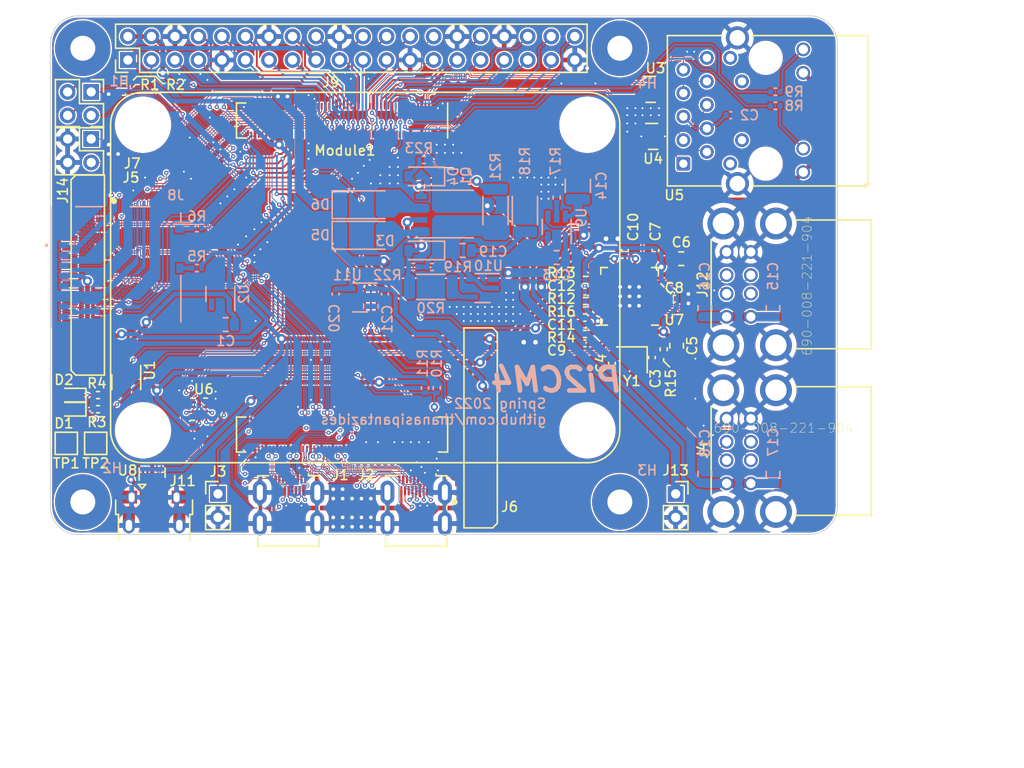
<source format=kicad_pcb>
(kicad_pcb (version 20211014) (generator pcbnew)
  (layers (0 "F.Cu" signal) (1 "In1.Cu" signal) (2 "In2.Cu" signal) (31 "B.Cu" signal) (34 "B.Paste" user) (35 "F.Paste" user) (36 "B.SilkS" user "B.Silkscreen") (37 "F.SilkS" user "F.Silkscreen") (38 "B.Mask" user) (39 "F.Mask" user) (44 "Edge.Cuts" user))
  (net 0 "")
  (net 1 "GND")
  (net 7 "/Video/SCL1")
  (net 8 "/Video/SDA1")
  (net 11 "/CM4/HDMI1.TX2_P")
  (net 12 "/CM4/HDMI1.TX2_N")
  (net 13 "/CM4/HDMI1.TX1_P")
  (net 14 "/CM4/HDMI1.TX1_N")
  (net 15 "/CM4/HDMI1.TX0_P")
  (net 16 "/CM4/HDMI1.TX0_N")
  (net 17 "/CM4/HDMI1.CLK_P")
  (net 18 "/CM4/HDMI1.CLK_N")
  (net 19 "/CM4/HDMI0.HOT")
  (net 20 "/CM4/HDMI0.SDA")
  (net 21 "/CM4/HDMI0.SCL")
  (net 22 "/CM4/HDMI0.CEC")
  (net 23 "/CM4/HDMI0.TX0_N")
  (net 24 "/CM4/HDMI0.TX0_P")
  (net 25 "/CM4/HDMI0.TX1_N")
  (net 26 "/CM4/HDMI0.TX1_P")
  (net 27 "/CM4/HDMI0.TX2_N")
  (net 28 "/CM4/HDMI0.TX2_P")
  (net 29 "/CM4/HDMI1.HOT")
  (net 30 "/CM4/HDMI1.SDA")
  (net 31 "/CM4/HDMI1.SCL")
  (net 32 "/CM4/HDMI1.CEC")
  (net 33 "/CM4/CAM0.D0_N")
  (net 34 "/CM4/CAM0.D0_P")
  (net 35 "/CM4/CAM0.D1_N")
  (net 36 "/CM4/CAM0.C_N")
  (net 37 "/CM4/CAM0.C_P")
  (net 38 "/CM4/Camera_GPIO")
  (net 39 "/CM4/CAM1.D0_N")
  (net 40 "/CM4/CAM1.D0_P")
  (net 41 "/CM4/CAM1.D1_N")
  (net 42 "/CM4/CAM1.D1_P")
  (net 43 "/CM4/CAM1.C_N")
  (net 44 "/CM4/CAM1.C_P")
  (net 45 "/CM4/CAM1.D2_N")
  (net 46 "/CM4/CAM1.D2_P")
  (net 47 "/CM4/CAM1.D3_N")
  (net 48 "/CM4/CAM1.D3_P")
  (net 49 "/CM4/I2C.SCL")
  (net 50 "/CM4/I2C.SDA")
  (net 51 "/CM4/DSI0.D0_N")
  (net 52 "/CM4/DSI0.D0_P")
  (net 53 "/CM4/DSI0.D1_N")
  (net 54 "/CM4/DSI0.D1_P")
  (net 55 "/CM4/DSI0.C_N")
  (net 56 "/CM4/DSI0.C_P")
  (net 57 "/CM4/DSI1.D0_N")
  (net 58 "/CM4/DSI1.D0_P")
  (net 59 "/CM4/DSI1.D1_N")
  (net 60 "/CM4/DSI1.D1_P")
  (net 61 "/CM4/DSI1.C_N")
  (net 62 "/CM4/DSI1.C_P")
  (net 63 "/CM4/DSI1.D2_N")
  (net 64 "/CM4/DSI1.D2_P")
  (net 65 "/CM4/DSI1.D3_N")
  (net 66 "/CM4/DSI1.D3_P")
  (net 67 "/CM4/ID.SC")
  (net 68 "/CM4/ID.SD")
  (net 69 "/CM4/Eth.P3_P")
  (net 70 "/CM4/Eth.P1_P")
  (net 71 "/CM4/Eth.P3_N")
  (net 72 "/CM4/Eth.P1_N")
  (net 73 "/CM4/Eth.P2_N")
  (net 74 "/CM4/Eth.P0_N")
  (net 75 "/CM4/Eth.P2_P")
  (net 76 "/CM4/Eth.P0_P")
  (net 77 "/CM4/Eth.nLED3")
  (net 78 "/CM4/Eth.SYNC_IN")
  (net 79 "/CM4/Eth.nLED2")
  (net 80 "/CM4/Eth.SYNC_OUT")
  (net 81 "/CM4/Eth.nLED1")
  (net 82 "/CM4/EEPROM_nWP")
  (net 83 "/CM4/PI_nLED_Activity")
  (net 84 "/CM4/SD.CLK")
  (net 85 "/CM4/SD.DAT3")
  (net 86 "/CM4/SD.CMD")
  (net 87 "/CM4/SD.DAT0")
  (net 88 "/CM4/SD.DAT5")
  (net 89 "/CM4/SD.DAT1")
  (net 90 "/CM4/SD.DAT4")
  (net 91 "/CM4/SD.DAT2")
  (net 92 "/CM4/SD.DAT7")
  (net 93 "/CM4/SD.DAT6")
  (net 94 "/CM4/GPIO_VREF")
  (net 95 "/CM4/WL_nDisable")
  (net 96 "/CM4/BT_nDisable")
  (net 97 "/CM4/RUN_PG")
  (net 98 "/CM4/nRPIBOOT")
  (net 99 "/CM4/AIN1")
  (net 100 "/CM4/AIN0")
  (net 101 "/CM4/Global_EN")
  (net 102 "/CM4/nEXTRST")
  (net 103 "/CM4/USB.OTG")
  (net 104 "/CM4/PCIe.CLK_nREQ")
  (net 105 "/CM4/USB.N")
  (net 106 "/CM4/USB.P")
  (net 107 "/CM4/PCIe.nRST")
  (net 108 "/CM4/PCIe.CLK_P")
  (net 109 "/CM4/PCIe.CLK_N")
  (net 110 "/CM4/PCIe.RX_P")
  (net 111 "/CM4/PCIe.RX_N")
  (net 112 "/CM4/PCIe.TX_P")
  (net 113 "/CM4/PCIe.TX_N")
  (net 114 "/CM4/CAM0.D1_P")
  (net 115 "/CM4/HDMI0.CLK_P")
  (net 116 "/CM4/HDMI0.CLK_N")
  (net 117 "/SD/SD_PWR")
  (net 118 "Net-(C2-Pad1)")
  (net 119 "Net-(C3-Pad1)")
  (net 120 "Net-(C4-Pad1)")
  (net 121 "/USB/VBUS")
  (net 122 "Net-(D1-Pad1)")
  (net 123 "Net-(D2-Pad1)")
  (net 124 "/Video/HDMI_5V")
  (net 125 "Net-(J8-Pad10)")
  (net 126 "Net-(J8-Pad9)")
  (net 127 "/CM4/GPIO3")
  (net 128 "/CM4/GPIO4")
  (net 129 "/CM4/GPIO14")
  (net 130 "/CM4/GPIO15")
  (net 131 "/CM4/GPIO17")
  (net 132 "/CM4/GPIO18")
  (net 133 "/CM4/GPIO27")
  (net 134 "/CM4/GPIO22")
  (net 135 "/CM4/GPIO23")
  (net 136 "/CM4/GPIO24")
  (net 137 "/CM4/GPIO10")
  (net 138 "/CM4/GPIO9")
  (net 139 "/CM4/GPIO25")
  (net 140 "/CM4/GPIO11")
  (net 141 "/CM4/GPIO8")
  (net 142 "/CM4/GPIO7")
  (net 143 "/CM4/GPIO5")
  (net 144 "/CM4/GPIO6")
  (net 145 "/CM4/GPIO12")
  (net 146 "/CM4/GPIO13")
  (net 147 "/CM4/GPIO19")
  (net 148 "/CM4/GPIO16")
  (net 149 "/CM4/GPIO26")
  (net 150 "/CM4/GPIO20")
  (net 151 "/CM4/GPIO21")
  (net 152 "/Ethernet/TR1_TAP")
  (net 153 "/Ethernet/TR2_TAP")
  (net 154 "/Ethernet/TR0_TAP")
  (net 155 "/Ethernet/TR3_TAP")
  (net 156 "/USB/USBD_N")
  (net 157 "/USB/USBD_P")
  (net 159 "/USB/HD1_N")
  (net 160 "/USB/HD1_P")
  (net 161 "/USB/HD2_N")
  (net 162 "/USB/HD2_P")
  (net 163 "/USB/HD3_N")
  (net 164 "/USB/HD4_N")
  (net 165 "/USB/HD3_P")
  (net 166 "/USB/HD4_P")
  (net 167 "/CM4/SD_reserved")
  (net 168 "+5V")
  (net 169 "Net-(R4-Pad2)")
  (net 170 "Net-(R8-Pad1)")
  (net 171 "Net-(R9-Pad1)")
  (net 172 "Net-(R12-Pad1)")
  (net 173 "Net-(R13-Pad1)")
  (net 174 "Net-(R14-Pad1)")
  (net 175 "Net-(R15-Pad2)")
  (net 176 "Net-(R16-Pad1)")
  (net 177 "Net-(R17-Pad1)")
  (net 178 "/CM4/nPWR_LED")
  (net 180 "/USB/USBH_N")
  (net 181 "/USB/USBH_P")
  (net 183 "/USB/PWR1")
  (net 184 "/USB/nOCS1")
  (net 190 "Net-(U8-Pad1)")
  (net 191 "Net-(U8-Pad2)")
  (net 206 "+3V3")
  (net 207 "/CM4/+1.8V")
  (net 223 "/CM4/VHEAD")
  (net 224 "Net-(C19-Pad2)")
  (net 225 "VCC")
  (net 226 "Net-(D3-Pad2)")
  (net 227 "Net-(D4-Pad2)")
  (net 228 "Net-(R20-Pad2)")
  (net 229 "Net-(D5-Pad2)")
  (net 230 "Net-(D6-Pad2)")
  (net 231 "/USB/VUSB")
  (net 232 "/CM4/GPIO2")
  (net 233 "/CM4/SD.VDD_OVER")
  (footprint "Resistor_SMD:R_0402_1005Metric" (layer "F.Cu") (at 86.233 56.007 90)
    (fp_text reference "R15")
    (fp_text value "12K 1%")
  )
  (footprint "Connector_FFC-FPC:Molex_052610-1572_2x15-1MP_P1.0mm_Vertical" (layer "F.Cu") (at 25.859994 40.999994 -90)
    (fp_text reference "J14")
    (fp_text value "Conn_02x15_Counter_Clockwise")
  )
  (footprint "Resistor_SMD:R_0402_1005Metric" (layer "F.Cu") (at 25.144 60.96)
    (fp_text reference "R4")
    (fp_text value "1k")
  )
  (footprint "Capacitor_SMD:C_0402_1005Metric" (layer "F.Cu") (at 80.645 57.531 90)
    (fp_text reference "C4")
    (fp_text value "27pF")
  )
  (footprint "Connector_HDMI:HDMI_Micro-D_Molex_46765-1x01" (layer "F.Cu") (at 59.5 74.83)
    (fp_text reference "J2")
    (fp_text value "0467651001")
  )
  (footprint "Capacitor_SMD:C_0402_1005Metric" (layer "F.Cu") (at 77.724 55.372 180)
    (fp_text reference "C9")
    (fp_text value "100n")
  )
  (footprint "Resistor_SMD:R_0402_1005Metric" (layer "F.Cu") (at 77.724 48.514 180)
    (fp_text reference "R13")
    (fp_text value "36K 1%")
  )
  (footprint "Package_DFN_QFN:Texas_R-PUQFN-N10" (layer "F.Cu") (at 36.068 62.484 180)
    (fp_text reference "U6")
    (fp_text value "FSUSB42MUX")
  )
  (footprint "TestPoint:TestPoint_Pad_2.0x2.0mm" (layer "F.Cu") (at 24.892 66.167)
    (fp_text reference "TP2")
    (fp_text value "TestPoint")
  )
  (footprint "Capacitor_SMD:C_0402_1005Metric" (layer "F.Cu") (at 82.042 45.339 90)
    (fp_text reference "C10")
    (fp_text value "100n")
  )
  (footprint "MountingHole:MountingHole_2.7mm_M2.5" (layer "F.Cu") (at 81.5 23.5)
    (fp_text reference "H4")
    (fp_text value "MountingHole")
  )
  (footprint "Connector_FFC-FPC:Molex_052610-1572_2x15-1MP_P1.0mm_Vertical" (layer "F.Cu") (at 64.64 71.5 90)
    (fp_text reference "J6")
    (fp_text value "Conn_02x15_Counter_Clockwise")
  )
  (footprint "Capacitor_SMD:C_0402_1005Metric" (layer "F.Cu") (at 77.724 53.34 180)
    (fp_text reference "C11")
    (fp_text value "100n")
  )
  (footprint "Resistor_SMD:R_0402_1005Metric" (layer "F.Cu") (at 77.724 50.8 180)
    (fp_text reference "R12")
    (fp_text value "36K 1%")
  )
  (footprint "CM4IO:TRJG0926HENL" (layer "F.Cu") (at 97.25 30.25 90)
    (fp_text reference "U5")
    (fp_text value "MagJack-A70-112-331N126")
  )
  (footprint "Package_SON:USON-10_2.5x1.0mm_P0.5mm" (layer "F.Cu") (at 30.988 69.342 90)
    (fp_text reference "U8")
    (fp_text value "TPD4EUSB30")
  )
  (footprint "Capacitor_SMD:C_0402_1005Metric" (layer "F.Cu") (at 77.724 49.784 180)
    (fp_text reference "C12")
    (fp_text value "100n")
  )
  (footprint "Crystal:Crystal_SMD_2520-4Pin_2.5x2.0mm" (layer "F.Cu") (at 82.804 57.15 180)
    (fp_text reference "Y1")
    (fp_text value "Crystal_GND24_Small")
  )
  (footprint "Resistor_SMD:R_0402_1005Metric" (layer "F.Cu") (at 77.724 51.816 180)
    (fp_text reference "R16")
    (fp_text value "36K 1%")
  )
  (footprint "TestPoint:TestPoint_Pad_2.0x2.0mm" (layer "F.Cu") (at 21.717 66.167)
    (fp_text reference "TP1")
    (fp_text value "TestPoint")
  )
  (footprint "Package_SON:USON-10_2.5x1.0mm_P0.5mm" (layer "F.Cu") (at 84.836 27.94)
    (fp_text reference "U3")
    (fp_text value "TPD4EUSB30")
  )
  (footprint "MountingHole:MountingHole_2.7mm_M2.5" (layer "F.Cu") (at 81.5 72.5)
    (fp_text reference "H3")
    (fp_text value "MountingHole")
  )
  (footprint "CM4IO:MOLEX_USB_67298-4090" (layer "F.Cu") (at 98.36 49 90)
    (fp_text reference "J12")
    (fp_text value "690-008-221-904")
  )
  (footprint "Capacitor_SMD:C_0402_1005Metric" (layer "F.Cu") (at 87.376 50.546)
    (fp_text reference "C8")
    (fp_text value "100n")
  )
  (footprint "MountingHole:MountingHole_2.7mm_M2.5" (layer "F.Cu") (at 23.5 72.5)
    (fp_text reference "H2")
    (fp_text value "MountingHole")
  )
  (footprint "CM4IO:MOLEX_USB_67298-4090" (layer "F.Cu") (at 98.36 67 90)
    (fp_text reference "J4")
    (fp_text value "690-008-221-904")
  )
  (footprint "Resistor_SMD:R_0402_1005Metric" (layer "F.Cu") (at 25.146 62.484)
    (fp_text reference "R3")
    (fp_text value "1k")
  )
  (footprint "Connector_HDMI:HDMI_Micro-D_Molex_46765-1x01" (layer "F.Cu") (at 45.72 74.83)
    (fp_text reference "J1")
    (fp_text value "0467651001")
  )
  (footprint "Connector_PinHeader_2.54mm:PinHeader_1x02_P2.54mm_Vertical" (layer "F.Cu") (at 38.1 71.623)
    (fp_text reference "J3")
    (fp_text value "Conn_01x02")
  )
  (footprint "Connector_PinSocket_2.54mm:PinSocket_1x02_P2.54mm_Vertical" (layer "F.Cu") (at 87.528 71.628)
    (fp_text reference "J13")
    (fp_text value "Conn_01x02")
  )
  (footprint "CM4IO:Raspberry-Pi-4-Compute-Module" (layer "F.Cu") (at 30 31.76 -90)
    (fp_text reference "Module1")
    (fp_text value "ComputeModule4")
  )
  (footprint "Capacitor_SMD:C_0805_2012Metric" (layer "F.Cu") (at 87.63 55.626 -90)
    (fp_text reference "C5")
    (fp_text value "10u")
  )
  (footprint "Package_SON:USON-10_2.5x1.0mm_P0.5mm" (layer "F.Cu") (at 85.09 33.02)
    (fp_text reference "U4")
    (fp_text value "TPD4EUSB30")
  )
  (footprint "Resistor_SMD:R_0402_1005Metric" (layer "F.Cu") (at 27.94 26.924 180)
    (fp_text reference "R2")
    (fp_text value "2.2K 1%")
  )
  (footprint "LED_SMD:LED_0603_1608Metric" (layer "F.Cu") (at 22.352 62.484 180)
    (fp_text reference "D1")
    (fp_text value "LED Green")
  )
  (footprint "CM4IO:USB_Micro-B_EDAC_UCON00686" (layer "F.Cu") (at 31.199988 75.03)
    (fp_text reference "J11")
    (fp_text value "USB_OTG")
  )
  (footprint "Resistor_SMD:R_0402_1005Metric" (layer "F.Cu") (at 77.724 54.356 180)
    (fp_text reference "R14")
    (fp_text value "36K 1%")
  )
  (footprint "Resistor_SMD:R_0402_1005Metric" (layer "F.Cu") (at 27.938 28.192 180)
    (fp_text reference "R1")
    (fp_text value "2.2K 1%")
  )
  (footprint "LED_SMD:LED_0603_1608Metric" (layer "F.Cu") (at 22.352 60.96 180)
    (fp_text reference "D2")
    (fp_text value "LED Red")
  )
  (footprint "Connector_PinSocket_2.54mm:PinSocket_2x02_P2.54mm_Vertical" (layer "F.Cu") (at 24.404 28.214)
    (fp_text reference "J7")
    (fp_text value "Conn_02x02_Odd_Even")
  )
  (footprint "Package_DFN_QFN:QFN-36-1EP_6x6mm_P0.5mm_EP3.7x3.7mm" (layer "F.Cu") (at 82.55 50.292 180)
    (fp_text reference "U7")
    (fp_text value "USB2514B-I/M2")
  )
  (footprint "MountingHole:MountingHole_2.7mm_M2.5" (layer "F.Cu") (at 23.5 23.5)
    (fp_text reference "H1")
    (fp_text value "MountingHole")
  )
  (footprint "Package_TO_SOT_SMD:SOT-23-5" (layer "F.Cu") (at 28.194 59.563 -90)
    (fp_text reference "U1")
    (fp_text value "74LVC1G04")
  )
  (footprint "Capacitor_SMD:C_0402_1005Metric" (layer "F.Cu") (at 84.963 56.896 -90)
    (fp_text reference "C3")
    (fp_text value "27pF")
  )
  (footprint "Connector_PinHeader_2.54mm:PinHeader_2x20_P2.54mm_Vertical" (layer "F.Cu") (at 52.499997 23.500001 90)
    (fp_text reference "J9")
    (fp_text value "THD-20-R")
  )
  (footprint "Capacitor_SMD:C_0402_1005Metric" (layer "F.Cu") (at 85.344 45.339 90)
    (fp_text reference "C7")
    (fp_text value "100n")
  )
  (footprint "Capacitor_SMD:C_0805_2012Metric" (layer "F.Cu") (at 88.138 46.228)
    (fp_text reference "C6")
    (fp_text value "10u")
  )
  (footprint "Connector_PinSocket_2.54mm:PinSocket_2x02_P2.54mm_Vertical" (layer "F.Cu") (at 24.404 33.294)
    (fp_text reference "J5")
    (fp_text value "Conn_02x02_Odd_Even")
  )
  (footprint "Capacitor_SMD:C_0402_1005Metric" (layer "B.Cu") (at 50.8 50.038 -90)
    (fp_text reference "C20")
    (fp_text value "100n")
  )
  (footprint "Resistor_SMD:R_0402_1005Metric" (layer "B.Cu") (at 61.214 47.117)
    (fp_text reference "R19")
    (fp_text value "4.7k")
  )
  (footprint "Resistor_SMD:R_0402_1005Metric" (layer "B.Cu") (at 98.3 29.718 180)
    (fp_text reference "R8")
    (fp_text value "470R")
  )
  (footprint "Diode_SMD:D_MELF" (layer "B.Cu") (at 53.734 40.399)
    (fp_text reference "D6")
    (fp_text value "D")
  )
  (footprint "Resistor_SMD:R_0402_1005Metric" (layer "B.Cu") (at 60.452 60.198 -90)
    (fp_text reference "R11")
    (fp_text value "2.2K 1%")
  )
  (footprint "Capacitor_SMD:C_0805_2012Metric" (layer "B.Cu") (at 90.678 69.469 90)
    (fp_text reference "C18")
    (fp_text value "10u")
  )
  (footprint "Diode_SMD:D_SOD-123" (layer "B.Cu") (at 60.326 37.338 180)
    (fp_text reference "D4")
    (fp_text value "D_Zener")
  )
  (footprint "Resistor_SMD:R_0402_1005Metric" (layer "B.Cu") (at 60.326 35.56 180)
    (fp_text reference "R23")
    (fp_text value "4.7k")
  )
  (footprint "Capacitor_SMD:C_0805_2012Metric" (layer "B.Cu") (at 98.044 51.562 90)
    (fp_text reference "C15")
    (fp_text value "10u")
  )
  (footprint "Resistor_SMD:R_2010_5025Metric" (layer "B.Cu") (at 71.247 41.021 90)
    (fp_text reference "R18")
    (fp_text value "2")
  )
  (footprint "Resistor_SMD:R_2010_5025Metric" (layer "B.Cu") (at 61.087 49.276)
    (fp_text reference "R20")
    (fp_text value "2")
  )
  (footprint "Resistor_SMD:R_0402_1005Metric" (layer "B.Cu") (at 35.814 47.244 180)
    (fp_text reference "R5")
    (fp_text value "nf")
  )
  (footprint "Capacitor_SMD:C_0805_2012Metric" (layer "B.Cu") (at 38.928 53.34 180)
    (fp_text reference "C1")
    (fp_text value "10u")
  )
  (footprint "Capacitor_SMD:C_0402_1005Metric" (layer "B.Cu") (at 56.134 50.038 -90)
    (fp_text reference "C21")
    (fp_text value "100n")
  )
  (footprint "Diode_SMD:D_MELF" (layer "B.Cu") (at 53.734 43.701)
    (fp_text reference "D5")
    (fp_text value "D")
  )
  (footprint "Capacitor_SMD:C_0805_2012Metric" (layer "B.Cu") (at 64.517 45.339)
    (fp_text reference "C19")
    (fp_text value "10u")
  )
  (footprint "Capacitor_SMD:C_0402_1005Metric" (layer "B.Cu") (at 93.472 30.734)
    (fp_text reference "C2")
    (fp_text value "100n")
  )
  (footprint "Package_TO_SOT_SMD:SOT-23-5" (layer "B.Cu") (at 66.675 49.403 180)
    (fp_text reference "U10")
    (fp_text value "74LVC1G04")
  )
  (footprint "Capacitor_SMD:C_0805_2012Metric" (layer "B.Cu") (at 90.678 51.562 90)
    (fp_text reference "C16")
    (fp_text value "10u")
  )
  (footprint "Package_TO_SOT_SMD:SOT-23-5" (layer "B.Cu") (at 38.354 50.038 90)
    (fp_text reference "U2")
    (fp_text value "AP22814BW5")
  )
  (footprint "Capacitor_SMD:C_1210_3225Metric" (layer "B.Cu") (at 76.962 38.354 90)
    (fp_text reference "C14")
    (fp_text value "100uF")
  )
  (footprint "Capacitor_SMD:C_0805_2012Metric" (layer "B.Cu") (at 98.044 69.469 90)
    (fp_text reference "C17")
    (fp_text value "10u")
  )
  (footprint "Package_SO:PowerPAK_1212_Dual" (layer "B.Cu") (at 62.738 41.402)
    (fp_text reference "Q1")
    (fp_text value "Q_Dual_PMOS_S1G1S2G2D2D2D1D1")
  )
  (footprint "Resistor_SMD:R_0402_1005Metric" (layer "B.Cu") (at 35.814 42.926 180)
    (fp_text reference "R6")
    (fp_text value "nf")
  )
  (footprint "CM4IO:SDCARD_MOLEX_503398-1892" (layer "B.Cu") (at 27.065 47.16 -90)
    (fp_text reference "J8")
    (fp_text value "Micro_SD_Card_Det")
  )
  (footprint "Resistor_SMD:R_0402_1005Metric" (layer "B.Cu") (at 59.182 47.117 180)
    (fp_text reference "R22")
    (fp_text value "4.7k")
  )
  (footprint "Diode_SMD:D_SOD-123" (layer "B.Cu") (at 60.326 45.339 180)
    (fp_text reference "D3")
    (fp_text value "D_Zener")
  )
  (footprint "Capacitor_SMD:C_0805_2012Metric" (layer "B.Cu") (at 74.676 46.101 180)
    (fp_text reference "C13")
    (fp_text value "10u")
  )
  (footprint "Resistor_SMD:R_0402_1005Metric" (layer "B.Cu") (at 98.298 28.194 180)
    (fp_text reference "R9")
    (fp_text value "470R")
  )
  (footprint "Package_TO_SOT_SMD:SOT-23-6" (layer "B.Cu") (at 74.676 42.799 90)
    (fp_text reference "U9")
    (fp_text value "AP22653W6")
  )
  (footprint "Resistor_SMD:R_0402_1005Metric" (layer "B.Cu") (at 74.676 39.624 90)
    (fp_text reference "R17")
    (fp_text value "15K 1%")
  )
  (footprint "Resistor_SMD:R_2010_5025Metric" (layer "B.Cu") (at 68.072 41.021 -90)
    (fp_text reference "R21")
    (fp_text value "2")
  )
  (footprint "Resistor_SMD:R_0402_1005Metric" (layer "B.Cu") (at 61.722 60.198 90)
    (fp_text reference "R10")
    (fp_text value "2.2K 1%")
  )
  (footprint "Package_TO_SOT_SMD:SOT-23-5" (layer "B.Cu") (at 53.467 50.419 180)
    (fp_text reference "U11")
    (fp_text value "AP22814BW5")
  )
  (gr_line (start 86.233 57.277) (end 86.868 57.912) (layer "F.SilkS") (width 0.1778))
  (gr_line (start 32.131 27.305) (end 32.385 27.305) (layer "F.SilkS") (width 0.1778))
  (gr_line (start 28.956 26.924) (end 29.337 26.543) (layer "F.SilkS") (width 0.1778))
  (gr_line (start 29.337 26.543) (end 30.734 26.543) (layer "F.SilkS") (width 0.1778))
  (gr_line (start 30.734 26.543) (end 31.242 26.543) (layer "F.SilkS") (width 0.1778))
  (gr_line (start 86.233 57.277) (end 86.233 57.023) (layer "F.SilkS") (width 0.1778))
  (gr_line (start 28.956 27.686) (end 29.21 27.432) (layer "F.SilkS") (width 0.1778))
  (gr_line (start 31.75 26.924) (end 32.131 27.305) (layer "F.SilkS") (width 0.1778))
  (gr_line (start 31.242 26.543) (end 31.369 26.543) (layer "F.SilkS") (width 0.1778))
  (gr_line (start 29.21 27.432) (end 29.591 27.432) (layer "F.SilkS") (width 0.1778))
  (gr_line (start 31.369 26.543) (end 31.75 26.924) (layer "F.SilkS") (width 0.1778))
  (gr_arc locked (start 102 20) (mid 104.12132 20.87868) (end 105 23) (layer "Edge.Cuts") (width 0.1))
  (gr_arc locked (start 20 23) (mid 20.87868 20.87868) (end 23 20) (layer "Edge.Cuts") (width 0.1))
  (gr_arc locked (start 23 76) (mid 20.87868 75.12132) (end 20 73) (layer "Edge.Cuts") (width 0.1))
  (gr_arc locked (start 105 73) (mid 104.12132 75.12132) (end 102 76) (layer "Edge.Cuts") (width 0.1))
  (gr_line locked (start 20 73) (end 20 23) (layer "Edge.Cuts") (width 0.1))
  (gr_line locked (start 105 23) (end 105 73) (layer "Edge.Cuts") (width 0.1))
  (gr_line locked (start 102 76) (end 23 76) (layer "Edge.Cuts") (width 0.1))
  (gr_line locked (start 23 20) (end 102 20) (layer "Edge.Cuts") (width 0.1))
  (gr_text "Spring 2022\ngithub.com/thanasipantazides" (at 73.66 62.738) (layer "B.SilkS") (effects (font (size 1.0668 1.0668) (thickness 0.1778)) (justify left mirror)))
  (gr_text "Pi2CM4" (at 82.042 59.309) (layer "B.SilkS") (effects (font (size 2.54 2.54) (thickness 0.508) italic) (justify left mirror)))
  (segment (start 54.9 29.76) (end 54.9 30.008) (width 0.0889) (layer "F.Cu") (net 1))
  (segment (start 60.1 30.128) (end 60.37428 30.40228) (width 0.2) (layer "F.Cu") (net 1))
  (segment (start 44.32 70.482) (end 44.450861 70.612861) (width 0.0889) (layer "F.Cu") (net 1))
  (segment (start 54.1 66.042) (end 54.102 66.04) (width 0.0889) (layer "F.Cu") (net 1))
  (segment (start 44.450861 70.612861) (end 45.339 70.612861) (width 0.0889) (layer "F.Cu") (net 1))
  (segment (start 58.9 32.84) (end 58.9 32.286) (width 0.2) (layer "F.Cu") (net 1))
  (segment (start 50.292 64.262) (end 50.5 64.054) (width 0.0889) (layer "F.Cu") (net 1))
  (segment (start 57.277 29.083) (end 58.547 29.083) (width 0.0889) (layer "F.Cu") (net 1))
  (segment (start 60.1 32.84) (end 60.1 32.287) (width 0.2) (layer "F.Cu") (net 1))
  (segment (start 48.1 63.68) (end 48.1 64.05168) (width 0.0889) (layer "F.Cu") (net 1))
  (segment (start 59.9 70.656) (end 59.943139 70.612861) (width 0.0889) (layer "F.Cu") (net 1))
  (segment (start 58.9 29.76) (end 58.9 30.678) (width 0.2) (layer "F.Cu") (net 1))
  (segment (start 50.5 64.054) (end 50.5 63.68) (width 0.0889) (layer "F.Cu") (net 1))
  (segment (start 44.32 70.055) (end 44.32 70.482) (width 0.0889) (layer "F.Cu") (net 1))
  (segment (start 62.41 71.28) (end 62.6 71.47) (width 0.0889) (layer "F.Cu") (net 1))
  (segment (start 60.1 29.76) (end 60.1 30.128) (width 0.2) (layer "F.Cu") (net 1))
  (segment (start 45.52 70.431861) (end 45.52 70.055) (width 0.0889) (layer "F.Cu") (net 1))
  (segment (start 48.1 64.05168) (end 48.31032 64.262) (width 0.0889) (layer "F.Cu") (net 1))
  (segment (start 59.343961 70.612861) (end 59.3 70.5689) (width 0.0889) (layer "F.Cu") (net 1))
  (segment (start 58.9 30.678) (end 59.055 30.833) (width 0.2) (layer "F.Cu") (net 1))
  (segment (start 58.9 32.286) (end 59.309 31.877) (width 0.2) (layer "F.Cu") (net 1))
  (segment (start 85.221 27.94) (end 84.451 27.94) (width 0.25) (layer "F.Cu") (net 1))
  (segment (start 49.3 64.032) (end 49.53 64.262) (width 0.0889) (layer "F.Cu") (net 1))
  (segment (start 46.72 70.501) (end 46.608139 70.612861) (width 0.0889) (layer "F.Cu") (net 1))
  (segment (start 60.1 63.68) (end 60.1 63.148) (width 0.2) (layer "F.Cu") (net 1))
  (segment (start 59.943139 70.612861) (end 59.343961 70.612861) (width 0.0889) (layer "F.Cu") (net 1))
  (segment (start 45.720861 70.612861) (end 45.52 70.412) (width 0.0889) (layer "F.Cu") (net 1))
  (segment (start 49.07 64.262) (end 49.3 64.032) (width 0.0889) (layer "F.Cu") (net 1))
  (segment (start 56.9 29.46) (end 57.277 29.083) (width 0.0889) (layer "F.Cu") (net 1))
  (segment (start 45.339 70.612861) (end 45.52 70.431861) (width 0.0889) (layer "F.Cu") (net 1))
  (segment (start 81.246 56.45) (end 80.645 57.051) (width 0.25) (layer "F.Cu") (net 1))
  (segment (start 60.5 70.055) (end 60.5 70.564) (width 0.0889) (layer "F.Cu") (net 1))
  (segment (start 30.988 69.727) (end 30.988 68.957) (width 0.25) (layer "F.Cu") (net 1))
  (segment (start 46.72 70.055) (end 46.72 68.977) (width 0.0889) (layer "F.Cu") (net 1))
  (segment (start 54.9 30.008) (end 55.372 30.48) (width 0.0889) (layer "F.Cu") (net 1))
  (segment (start 48.31032 64.262) (end 49.07 64.262) (width 0.0889) (layer "F.Cu") (net 1))
  (segment (start 59.3 69.46) (end 59.3 70.055) (width 0.0889) (layer "F.Cu") (net 1))
  (segment (start 46.736 29.083) (end 46.5 29.319) (width 0.2) (layer "F.Cu") (net 1))
  (segment (start 60.1 32.287) (end 59.69 31.877) (width 0.2) (layer "F.Cu") (net 1))
  (segment (start 60.5 70.055) (end 60.5 69.39) (width 0.0889) (layer "F.Cu") (net 1))
  (segment (start 46.12 70.631) (end 46.101861 70.612861) (width 0.0889) (layer "F.Cu") (net 1))
  (segment (start 60.1 63.148) (end 59.944 62.992) (width 0.2) (layer "F.Cu") (net 1))
  (segment (start 58.1 70.419) (end 58.293861 70.612861) (width 0.0889) (layer "F.Cu") (net 1))
  (segment (start 46.101861 70.612861) (end 45.720861 70.612861) (width 0.0889) (layer "F.Cu") (net 1))
  (segment (start 59.309 31.877) (end 59.69 31.877) (width 0.2) (layer "F.Cu") (net 1))
  (segment (start 56.9 29.76) (end 56.9 29.46) (width 0.0889) (layer "F.Cu") (net 1))
  (segment (start 59.256039 70.612861) (end 59.3 70.5689) (width 0.0889) (layer "F.Cu") (net 1))
  (segment (start 61.1 71.28) (end 62.41 71.28) (width 0.0889) (layer "F.Cu") (net 1))
  (segment (start 46.12 71.28) (end 46.12 70.631) (width 0.0889) (layer "F.Cu") (net 1))
  (segment (start 58.547 29.083) (end 58.9 29.436) (width 0.0889) (layer "F.Cu") (net 1))
  (segment (start 82.104 56.834) (end 81.929 56.834) (width 0.25) (layer "F.Cu") (net 1))
  (segment (start 46.72 70.055) (end 46.72 70.501) (width 0.0889) (layer "F.Cu") (net 1))
  (segment (start 55.3 66.112) (end 55.372 66.04) (width 0.0889) (layer "F.Cu") (net 1))
  (segment (start 55.3 66.76) (end 55.3 66.112) (width 0.0889) (layer "F.Cu") (net 1))
  (segment (start 81.929 56.45) (end 81.246 56.45) (width 0.25) (layer "F.Cu") (net 1))
  (segment (start 61.3 30.267) (end 61.3 29.76) (width 0.2) (layer "F.Cu") (net 1))
  (segment (start 46.608139 70.612861) (end 46.101861 70.612861) (width 0.0889) (layer "F.Cu") (net 1))
  (segment (start 45.52 70.412) (end 45.52 70.055) (width 0.0889) (layer "F.Cu") (net 1))
  (segment (start 49.53 64.262) (end 50.292 64.262) (width 0.0889) (layer "F.Cu") (net 1))
  (segment (start 61.16472 30.40228) (end 61.3 30.267) (width 0.2) (layer "F.Cu") (net 1))
  (segment (start 46.72 68.977) (end 46.863 68.834) (width 0.0889) (layer "F.Cu") (net 1))
  (segment (start 60.5 70.564) (end 60.451139 70.612861) (width 0.0889) (layer "F.Cu") (net 1))
  (segment (start 54.1 66.76) (end 54.1 66.042) (width 0.0889) (layer "F.Cu") (net 1))
  (segment (start 58.1 70.055) (end 58.1 70.419) (width 0.0889) (layer "F.Cu") (net 1))
  (segment (start 58.293861 70.612861) (end 59.256039 70.612861) (width 0.0889) (layer "F.Cu") (net 1))
  (segment (start 60.451139 70.612861) (end 59.943139 70.612861) (width 0.0889) (layer "F.Cu") (net 1))
  (segment (start 59.9 71.28) (end 59.9 70.656) (width 0.0889) (layer "F.Cu") (net 1))
  (segment (start 58.9 29.436) (end 58.9 29.76) (width 0.0889) (layer "F.Cu") (net 1))
  (segment (start 60.37428 30.40228) (end 61.16472 30.40228) (width 0.2) (layer "F.Cu") (net 1))
  (segment (start 46.5 29.319) (end 46.5 29.76) (width 0.2) (layer "F.Cu") (net 1))
  (segment (start 60.5 69.39) (end 60.452 69.342) (width 0.0889) (layer "F.Cu") (net 1))
  (segment (start 49.3 63.68) (end 49.3 64.032) (width 0.0889) (layer "F.Cu") (net 1))
  (segment (start 58.928 69.088) (end 59.3 69.46) (width 0.0889) (layer "F.Cu") (net 1))
  (segment (start 59.3 70.5689) (end 59.3 70.055) (width 0.0889) (layer "F.Cu") (net 1))
  (via (at 81.534 49.276) (size 0.8) (drill 0.4) (layers "F.Cu" "B.Cu") (net 1))
  (via (at 36.957 65.405) (size 0.459994) (drill 0.2) (layers "F.Cu" "B.Cu") (net 1))
  (via (at 71.501 37.465) (size 0.459994) (drill 0.2) (layers "F.Cu" "B.Cu") (net 1))
  (via (at 57.531 37.211) (size 0.459994) (drill 0.2) (layers "F.Cu" "B.Cu") (net 1))
  (via (at 53.594 75.184) (size 0.8) (drill 0.4) (layers "F.Cu" "B.Cu") (net 1))
  (via (at 61.722 33.909) (size 0.459994) (drill 0.2) (layers "F.Cu" "B.Cu") (net 1))
  (via (at 50.546 75.184) (size 0.8) (drill 0.4) (layers "F.Cu" "B.Cu") (net 1))
  (via (at 81.534 50.292) (size 0.8) (drill 0.4) (layers "F.Cu" "B.Cu") (net 1))
  (via (at 51.562 75.184) (size 0.8) (drill 0.4) (layers "F.Cu" "B.Cu") (net 1))
  (via (at 56.642 36.322) (size 0.459994) (drill 0.2) (layers "F.Cu" "B.Cu") (net 1))
  (via (at 38.354 34.417) (size 0.459994) (drill 0.2) (layers "F.Cu" "B.Cu") (net 1))
  (via (at 73.787 37.465) (size 0.459994) (drill 0.2) (layers "F.Cu" "B.Cu") (net 1))
  (via (at 69.215 49.911) (size 0.459994) (drill 0.2) (layers "F.Cu" "B.Cu") (net 1))
  (via (at 64.643 52.197) (size 0.459994) (drill 0.2) (layers "F.Cu" "B.Cu") (net 1))
  (via (at 69.215 51.435) (size 0.459994) (drill 0.2) (layers "F.Cu" "B.Cu") (net 1))
  (via (at 73.787 38.227) (size 0.459994) (drill 0.2) (layers "F.Cu" "B.Cu") (net 1))
  (via (at 54.61 75.184) (size 0.8) (drill 0.4) (layers "F.Cu" "B.Cu") (net 1))
  (via (at 36.068 62.484) (size 0.459994) (drill 0.2) (layers "F.Cu" "B.Cu") (net 1))
  (via (at 90.551 64.262) (size 0.459994) (drill 0.2) (layers "F.Cu" "B.Cu") (net 1))
  (via (at 65.405 52.197) (size 0.459994) (drill 0.2) (layers "F.Cu" "B.Cu") (net 1))
  (via (at 70.739 37.465) (size 0.459994) (drill 0.2) (layers "F.Cu" "B.Cu") (net 1))
  (via (at 91.694 49.657) (size 0.459994) (drill 0.2) (layers "F.Cu" "B.Cu") (net 1))
  (via (at 55.626 38.1) (size 0.459994) (drill 0.2) (layers "F.Cu" "B.Cu") (net 1))
  (via (at 41.148 43.815) (size 0.459994) (drill 0.2) (layers "F.Cu" "B.Cu") (net 1))
  (via (at 68.453 52.197) (size 0.459994) (drill 0.2) (layers "F.Cu" "B.Cu") (net 1))
  (via (at 59.817 66.04) (size 0.459994) (drill 0.2) (layers "F.Cu" "B.Cu") (net 1))
  (via (at 37.846 60.579) (size 0.459994) (drill 0.2) (layers "F.Cu" "B.Cu") (net 1))
  (via (at 34.544 26.924) (size 0.459994) (drill 0.2) (layers "F.Cu" "B.Cu") (net 1))
  (via (at 63.881 52.197) (size 0.459994) (drill 0.2) (layers "F.Cu" "B.Cu") (net 1))
  (via (at 83.82 33.02) (size 0.459994) (drill 0.2) (layers "F.Cu" "B.Cu") (net 1))
  (via (at 61.849 29.972) (size 0.459994) (drill 0.2) (layers "F.Cu" "B.Cu") (net 1))
  (via (at 47.879 34.544) (size 0.459994) (drill 0.2) (layers "F.Cu" "B.Cu") (net 1))
  (via (at 54.61 38.1) (size 0.459994) (drill 0.2) (layers "F.Cu" "B.Cu") (net 1))
  (via (at 70.739 52.197) (size 0.459994) (drill 0.2) (layers "F.Cu" "B.Cu") (net 1))
  (via (at 82.296 29.972) (size 0.459994) (drill 0.2) (layers "F.Cu" "B.Cu") (net 1))
  (via (at 48.514 28.956) (size 0.459994) (drill 0.2) (layers "F.Cu" "B.Cu") (net 1))
  (via (at 82.296 30.734) (size 0.459994) (drill 0.2) (layers "F.Cu" "B.Cu") (net 1))
  (via (at 70.414555 62.73634) (size 0.459994) (drill 0.2) (layers "F.Cu" "B.Cu") (net 1))
  (via (at 46.863 68.834) (size 0.459994) (drill 0.2) (layers "F.Cu" "B.Cu") (net 1))
  (via (at 42.164 52.959) (size 0.459994) (drill 0.2) (layers "F.Cu" "B.Cu") (net 1))
  (via (at 65.405 52.959) (size 0.459994) (drill 0.2) (layers "F.Cu" "B.Cu") (net 1))
  (via (at 36.957 26.924) (size 0.459994) (drill 0.2) (layers "F.Cu" "B.Cu") (net 1))
  (via (at 62.357 29.464) (size 0.459994) (drill 0.2) (layers "F.Cu" "B.Cu") (net 1))
  (via (at 28.956 38.862) (size 0.459994) (drill 0.2) (layers "F.Cu" "B.Cu") (net 1))
  (via (at 51.562 71.12) (size 0.8) (drill 0.4) (layers "F.Cu" "B.Cu") (net 1))
  (via (at 68.453 51.435) (size 0.459994) (drill 0.2) (layers "F.Cu" "B.Cu") (net 1))
  (via (at 35.56 65.659) (size 0.459994) (drill 0.2) (layers "F.Cu" "B.Cu") (net 1))
  (via (at 47.879 28.575) (size 0.459994) (drill 0.2) (layers "F.Cu" "B.Cu") (net 1))
  (via (at 73.787 38.989) (size 0.459994) (drill 0.2) (layers "F.Cu" "B.Cu") (net 1))
  (via (at 58.039 66.04) (size 0.459994) (drill 0.2) (layers "F.Cu" "B.Cu") (net 1))
  (via (at 66.167 51.435) (size 0.459994) (drill 0.2) (layers "F.Cu" "B.Cu") (net 1))
  (via (at 67.691 51.435) (size 0.459994) (drill 0.2) (layers "F.Cu" "B.Cu") (net 1))
  (via (at 66.929 52.197) (size 0.459994) (drill 0.2) (layers "F.Cu" "B.Cu") (net 1))
  (via (at 68.453 52.959) (size 0.459994) (drill 0.2) (layers "F.Cu" "B.Cu") (net 1))
  (via (at 71.12 55.245) (size 1) (drill 0.5) (layers "F.Cu" "B.Cu") (net 1))
  (via (at 75.184 27.305) (size 0.459994) (drill 0.2) (layers "F.Cu" "B.Cu") (net 1))
  (via (at 54.991 26.162) (size 0.459994) (drill 0.2) (layers "F.Cu" "B.Cu") (net 1))
  (via (at 66.167 52.197) (size 0.459994) (drill 0.2) (layers "F.Cu" "B.Cu") (net 1))
  (via (at 63.5 33.909) (size 0.459994) (drill 0.2) (layers "F.Cu" "B.Cu") (net 1))
  (via (at 60.706 72.898) (size 0.459994) (drill 0.2) (layers "F.Cu" "B.Cu") (net 1))
  (via (at 61.722 34.798) (size 0.459994) (drill 0.2) (layers "F.Cu" "B.Cu") (net 1))
  (via (at 26.289 33.909) (size 0.8) (drill 0.4) (layers "F.Cu" "B.Cu") (net 1))
  (via (at 35.052 33.147) (size 0.459994) (drill 0.2) (layers "F.Cu" "B.Cu") (net 1))
  (via (at 56.642 37.211) (size 0.459994) (drill 0.2) (layers "F.Cu" "B.Cu") (net 1))
  (via (at 58.928 69.088) (size 0.459994) (drill 0.2) (layers "F.Cu" "B.Cu") (net 1))
  (via (at 73.025 39.751) (size 0.459994) (drill 0.2) (layers "F.Cu" "B.Cu") (net 1))
  (via (at 55.372 66.04) (size 0.459994) (drill 0.2) (layers "F.Cu" "B.Cu") (net 1))
  (via (at 53.213 36.957) (size 0.459994) (drill 0.2) (layers "F.Cu" "B.Cu") (net 1))
  (via (at 37.846 61.341) (size 0.459994) (drill 0.2) (layers "F.Cu" "B.Cu") (net 1))
  (via (at 40.386 67.437) (size 0.459994) (drill 0.2) (layers "F.Cu" "B.Cu") (net 1))
  (via (at 85.725 30.734) (size 0.459994) (drill 0.2) (layers "F.Cu" "B.Cu") (net 1))
  (via (at 47.879 33.782) (size 0.459994) (drill 0.2) (layers "F.Cu" "B.Cu") (net 1))
  (via (at 50.546 74.168) (size 0.8) (drill 0.4) (layers "F.Cu" "B.Cu") (net 1))
  (via (at 33.909 26.289) (size 0.459994) (drill 0.2) (layers "F.Cu" "B.Cu") (net 1))
  (via (at 60.833 66.04) (size 0.459994) (drill 0.2) (layers "F.Cu" "B.Cu") (net 1))
  (via (at 69.977 52.197) (size 0.459994) (drill 0.2) (layers "F.Cu" "B.Cu") (net 1))
  (via (at 62.611 33.909) (size 0.459994) (drill 0.2) (layers "F.Cu" "B.Cu") (net 1))
  (via (at 52.578 74.168) (size 0.8) (drill 0.4) (layers "F.Cu" "B.Cu") (net 1))
  (via (at 74.549 37.465) (size 0.459994) (drill 0.2) (layers "F.Cu" "B.Cu") (net 1))
  (via (at 60.452 69.342) (size 0.459994) (drill 0.2) (layers "F.Cu" "B.Cu") (net 1))
  (via (at 37.592 33.655) (size 0.459994) (drill 0.2) (layers "F.Cu" "B.Cu") (net 1))
  (via (at 73.025 37.465) (size 0.459994) (drill 0.2) (layers "F.Cu" "B.Cu") (net 1))
  (via (at 51.181 30.607) (size 0.459994) (drill 0.2) (layers "F.Cu" "B.Cu") (net 1))
  (via (at 40.513 34.671) (size 0.459994) (drill 0.2) (layers "F.Cu" "B.Cu") (net 1))
  (via (at 51.816 26.162) (size 0.459994) (drill 0.2) (layers "F.Cu" "B.Cu") (net 1))
  (via (at 45.593 68.199) (size 0.459994) (drill 0.2) (layers "F.Cu" "B.Cu") (net 1))
  (via (at 62.611 34.798) (size 0.459994) (drill 0.2) (layers "F.Cu" "B.Cu") (net 1))
  (via (at 89.662 57.023) (size 0.459994) (drill 0.2) (layers "F.Cu" "B.Cu") (net 1))
  (via (at 83.185 30.734) (size 0.459994) (drill 0.2) (layers "F.Cu" "B.Cu") (net 1))
  (via (at 69.215 50.673) (size 0.459994) (drill 0.2) (layers "F.Cu" "B.Cu") (net 1))
  (via (at 64.389 34.798) (size 0.459994) (drill 0.2) (layers "F.Cu" "B.Cu") (net 1))
  (via (at 29.337 37.465) (size 0.459994) (drill 0.2) (layers "F.Cu" "B.Cu") (net 1))
  (via (at 63.881 51.435) (size 0.459994) (drill 0.2) (layers "F.Cu" "B.Cu") (net 1))
  (via (at 33.909 60.452) (size 0.459994) (drill 0.2) (layers "F.Cu" "B.Cu") (net 1))
  (via (at 56.642 38.1) (size 0.459994) (drill 0.2) (layers "F.Cu" "B.Cu") (net 1))
  (via (at 77.978 25.654) (size 0.8) (drill 0.4) (layers "F.Cu" "B.Cu") (net 1))
  (via (at 67.691 52.959) (size 0.459994) (drill 0.2) (layers "F.Cu" "B.Cu") (net 1))
  (via (at 42.037 45.847) (size 0.459994) (drill 0.2) (layers "F.Cu" "B.Cu") (net 1))
  (via (at 61.722 67.818) (size 0.459994) (drill 0.2) (layers "F.Cu" "B.Cu") (net 1))
  (via (at 82.296 31.623) (size 0.459994) (drill 0.2) (layers "F.Cu" "B.Cu") (net 1))
  (via (at 51.562 74.168) (size 0.8) (drill 0.4) (layers "F.Cu" "B.Cu") (net 1))
  (via (at 84.836 29.972) (size 0.459994) (drill 0.2) (layers "F.Cu" "B.Cu") (net 1))
  (via (at 75.311 38.227) (size 0.459994) (drill 0.2) (layers "F.Cu" "B.Cu") (net 1))
  (via (at 52.451 26.797) (size 0.459994) (drill 0.2) (layers "F.Cu" "B.Cu") (net 1))
  (via (at 72.263 37.465) (size 0.459994) (drill 0.2) (layers "F.Cu" "B.Cu") (net 1))
  (via (at 72.39 55.245) (size 1) (drill 0.5) (layers "F.Cu" "B.Cu") (net 1))
  (via (at 69.215 52.959) (size 0.459994) (drill 0.2) (layers "F.Cu" "B.Cu") (net 1))
  (via (at 59.563 68.199) (size 0.459994) (drill 0.2) (layers "F.Cu" "B.Cu") (net 1))
  (via (at 84.836 30.734) (size 0.459994) (drill 0.2) (layers "F.Cu" "B.Cu") (net 1))
  (via (at 42.037 46.609) (size 0.459994) (drill 0.2) (layers "F.Cu" "B.Cu") (net 1))
  (via (at 69.977 50.673) (size 0.459994) (drill 0.2) (layers "F.Cu" "B.Cu") (net 1))
  (via (at 53.848 36.195) (size 0.459994) (drill 0.2) (layers "F.Cu" "B.Cu") (net 1))
  (via (at 52.578 37.592) (size 0.459994) (drill 0.2) (layers "F.Cu" "B.Cu") (net 1))
  (via (at 35.306 59.436) (size 0.459994) (drill 0.2) (layers "F.Cu" "B.Cu") (net 1))
  (via (at 82.55 51.308) (size 0.8) (drill 0.4) (layers "F.Cu" "B.Cu") (net 1))
  (via (at 35.052 63.754) (size 0.459994) (drill 0.2) (layers "F.Cu" "B.Cu") (net 1))
  (via (at 83.185 31.623) (size 0.459994) (drill 0.2) (layers "F.Cu" "B.Cu") (net 1))
  (via (at 42.164 67.691) (size 0.459994) (drill 0.2) (layers "F.Cu" "B.Cu") (net 1))
  (via (at 83.947 29.972) (size 0.459994) (drill 0.2) (layers "F.Cu" "B.Cu") (net 1))
  (via (at 27.305 34.925) (size 0.8) (drill 0.4) (layers "F.Cu" "B.Cu") (net 1))
  (via (at 69.977 37.465) (size 0.459994) (drill 0.2) (layers "F.Cu" "B.Cu") (net 1))
  (via (at 63.5 34.798) (size 0.459994) (drill 0.2) (layers "F.Cu" "B.Cu") (net 1))
  (via (at 50.546 72.136) (size 0.8) (drill 0.4) (layers "F.Cu" "B.Cu") (net 1))
  (via (at 80.01 44.069) (size 1) (drill 0.5) (layers "F.Cu" "B.Cu") (net 1))
  (via (at 40.894 66.929) (size 0.459994) (drill 0.2) (layers "F.Cu" "B.Cu") (net 1))
  (via (at 66.167 52.959) (size 0.459994) (drill 0.2) (layers "F.Cu" "B.Cu") (net 1))
  (via (at 61.849 69.088) (size 0.459994) (drill 0.2) (layers "F.Cu" "B.Cu") (net 1))
  (via (at 49.276 61.468) (size 0.459994) (drill 0.2) (layers "F.Cu" "B.Cu") (net 1))
  (via (at 54.102 66.04) (size 0.459994) (drill 0.2) (layers "F.Cu" "B.Cu") (net 1))
  (via (at 36.195 26.289) (size 0.459994) (drill 0.2) (layers "F.Cu" "B.Cu") (net 1))
  (via (at 88.773 23.876) (size 0.459994) (drill 0.2) (layers "F.Cu" "B.Cu") (net 1))
  (via (at 81.534 51.308) (size 0.8) (drill 0.4) (layers "F.Cu" "B.Cu") (net 1))
  (via (at 74.549 38.227) (size 0.459994) (drill 0.2) (layers "F.Cu" "B.Cu") (net 1))
  (via (at 55.626 37.211) (size 0.459994) (drill 0.2) (layers "F.Cu" "B.Cu") (net 1))
  (via (at 67.691 52.197) (size 0.459994) (drill 0.2) (layers "F.Cu" "B.Cu") (net 1))
  (via (at 41.148 37.465) (size 0.459994) (drill 0.2) (layers "F.Cu" "B.Cu") (net 1))
  (via (at 82.55 50.292) (size 0.8) (drill 0.4) (layers "F.Cu" "B.Cu") (net 1))
  (via (at 63.119 51.435) (size 0.459994) (drill 0.2) (layers "F.Cu" "B.Cu") (net 1))
  (via (at 39.116 39.497) (size 0.459994) (drill 0.2) (layers "F.Cu" "B.Cu") (net 1))
  (via (at 81.28 44.069) (size 1) (drill 0.5) (layers "F.Cu" "B.Cu") (net 1))
  (via (at 69.977 51.435) (size 0.459994) (drill 0.2) (layers "F.Cu" "B.Cu") (net 1))
  (via (at 26.289 34.925) (size 0.8) (drill 0.4) (layers "F.Cu" "B.Cu") (net 1))
  (via (at 34.417 36.83) (size 0.459994) (drill 0.2) (layers "F.Cu" "B.Cu") (net 1))
  (via (at 53.594 72.136) (size 0.8) (drill 0.4) (layers "F.Cu" "B.Cu") (net 1))
  (via (at 52.578 75.184) (size 0.8) (drill 0.4) (layers "F.Cu" "B.Cu") (net 1))
  (via (at 57.531 35.306) (size 0.459994) (drill 0.2) (layers "F.Cu" "B.Cu") (net 1))
  (via (at 35.179 37.592) (size 0.459994) (drill 0.2) (layers "F.Cu" "B.Cu") (net 1))
  (via (at 69.977 49.911) (size 0.459994) (drill 0.2) (layers "F.Cu" "B.Cu") (net 1))
  (via (at 73.025 38.989) (size 0.459994) (drill 0.2) (layers "F.Cu" "B.Cu") (net 1))
  (via (at 47.117 72.898) (size 0.459994) (drill 0.2) (layers "F.Cu" "B.Cu") (net 1))
  (via (at 89.535 23.876) (size 0.459994) (drill 0.2) (layers "F.Cu" "B.Cu") (net 1))
  (via (at 69.977 52.959) (size 0.459994) (drill 0.2) (layers "F.Cu" "B.Cu") (net 1))
  (via (at 83.566 51.308) (size 0.8) (drill 0.4) (layers "F.Cu" "B.Cu") (net 1))
  (via (at 88.9 50.038) (size 0.8) (drill 0.4) (layers "F.Cu" "B.Cu") (net 1))
  (via (at 39.878 38.735) (size 0.459994) (drill 0.2) (layers "F.Cu" "B.Cu") (net 1))
  (via (at 65.405 51.435) (size 0.459994) (drill 0.2) (layers "F.Cu" "B.Cu") (net 1))
  (via (at 54.61 74.168) (size 0.8) (drill 0.4) (layers "F.Cu" "B.Cu") (net 1))
  (via (at 82.55 49.276) (size 0.8) (drill 0.4) (layers "F.Cu" "B.Cu") (net 1))
  (via (at 42.799 42.291) (size 0.459994) (drill 0.2) (layers "F.Cu" "B.Cu") (net 1))
  (via (at 57.15 66.04) (size 0.459994) (drill 0.2) (layers "F.Cu" "B.Cu") (net 1))
  (via (at 51.562 72.136) (size 0.8) (drill 0.4) (layers "F.Cu" "B.Cu") (net 1))
  (via (at 83.566 50.292) (size 0.8) (drill 0.4) (layers "F.Cu" "B.Cu") (net 1))
  (via (at 83.566 49.276) (size 0.8) (drill 0.4) (layers "F.Cu" "B.Cu") (net 1))
  (via (at 40.894 29.845) (size 0.459994) (drill 0.2) (layers "F.Cu" "B.Cu") (net 1))
  (via (at 53.594 74.168) (size 0.8) (drill 0.4) (layers "F.Cu" "B.Cu") (net 1))
  (via (at 50.673 62.23) (size 0.459994) (drill 0.2) (layers "F.Cu" "B.Cu") (net 1))
  (via (at 83.185 29.972) (size 0.459994) (drill 0.2) (layers "F.Cu" "B.Cu") (net 1))
  (via (at 50.546 71.12) (size 0.8) (drill 0.4) (layers "F.Cu" "B.Cu") (net 1))
  (via (at 52.578 72.136) (size 0.8) (drill 0.4) (layers "F.Cu" "B.Cu") (net 1))
  (via (at 46.736 62.23) (size 0.459994) (drill 0.2) (layers "F.Cu" "B.Cu") (net 1))
  (via (at 78.867 27.305) (size 0.459994) (drill 0.2) (layers "F.Cu" "B.Cu") (net 1))
  (via (at 54.483 35.56) (size 0.459994) (drill 0.2) (layers "F.Cu" "B.Cu") (net 1))
  (via (at 82.296 32.512) (size 0.459994) (drill 0.2) (layers "F.Cu" "B.Cu") (net 1))
  (via (at 85.725 29.972) (size 0.459994) (drill 0.2) (layers "F.Cu" "B.Cu") (net 1))
  (via (at 83.947 30.734) (size 0.459994) (drill 0.2) (layers "F.Cu" "B.Cu") (net 1))
  (via (at 42.672 45.212) (size 0.459994) (drill 0.2) (layers "F.Cu" "B.Cu") (net 1))
  (via (at 54.61 72.136) (size 0.8) (drill 0.4) (layers "F.Cu" "B.Cu") (net 1))
  (via (at 49.276 57.15) (size 0.459994) (drill 0.2) (layers "F.Cu" "B.Cu") (net 1))
  (via (at 60.071 68.707) (size 0.459994) (drill 0.2) (layers "F.Cu" "B.Cu") (net 1))
  (via (at 66.929 51.435) (size 0.459994) (drill 0.2) (layers "F.Cu" "B.Cu") (net 1))
  (via (at 38.354 40.259) (size 0.459994) (drill 0.2) (layers "F.Cu" "B.Cu") (net 1))
  (via (at 48.133 57.15) (size 0.459994) (drill 0.2) (layers "F.Cu" "B.Cu") (net 1))
  (via (at 86.36 33.02) (size 0.459994) (drill 0.2) (layers "F.Cu" "B.Cu") (net 1))
  (via (at 91.567 65.278) (size 0.459994) (drill 0.2) (layers "F.Cu" "B.Cu") (net 1))
  (via (at 40.259 44.704) (size 0.459994) (drill 0.2) (layers "F.Cu" "B.Cu") (net 1))
  (via (at 64.643 52.959) (size 0.459994) (drill 0.2) (layers "F.Cu" "B.Cu") (net 1))
  (via (at 37.211 30.988) (size 0.459994) (drill 0.2) (layers "F.Cu" "B.Cu") (net 1))
  (via (at 26.289 28.448) (size 0.8) (drill 0.4) (layers "F.Cu" "B.Cu") (net 1))
  (via (at 73.025 38.227) (size 0.459994) (drill 0.2) (layers "F.Cu" "B.Cu") (net 1))
  (via (at 89.662 61.341) (size 0.459994) (drill 0.2) (layers "F.Cu" "B.Cu") (net 1))
  (via (at 48.133 61.468) (size 0.459994) (drill 0.2) (layers "F.Cu" "B.Cu") (net 1))
  (via (at 42.037 43.053) (size 0.459994) (drill 0.2) (layers "F.Cu" "B.Cu") (net 1))
  (via (at 54.356 26.797) (size 0.459994) (drill 0.2) (layers "F.Cu" "B.Cu") (net 1))
  (via (at 57.531 38.1) (size 0.459994) (drill 0.2) (layers "F.Cu" "B.Cu") (net 1))
  (via (at 43.434 44.45) (size 0.459994) (drill 0.2) (layers "F.Cu" "B.Cu") (net 1))
  (via (at 88.9 51.054) (size 0.8) (drill 0.4) (layers "F.Cu" "B.Cu") (net 1))
  (via (at 47.879 35.433) (size 0.459994) (drill 0.2) (layers "F.Cu" "B.Cu") (net 1))
  (via (at 57.531 36.322) (size 0.459994) (drill 0.2) (layers "F.Cu" "B.Cu") (net 1))
  (via (at 69.215 52.197) (size 0.459994) (drill 0.2) (layers "F.Cu" "B.Cu") (net 1))
  (via (at 30.226 37.465) (size 0.459994) (drill 0.2) (layers "F.Cu" "B.Cu") (net 1))
  (via (at 64.643 51.435) (size 0.459994) (drill 0.2) (layers "F.Cu" "B.Cu") (net 1))
  (via (at 45.466 72.898) (size 0.459994) (drill 0.2) (layers "F.Cu" "B.Cu") (net 1))
  (via (at 58.928 66.04) (size 0.459994) (drill 0.2) (layers "F.Cu" "B.Cu") (net 1))
  (via (at 73.787 39.751) (size 0.459994) (drill 0.2) (layers "F.Cu" "B.Cu") (net 1))
  (via (at 66.929 52.959) (size 0.459994) (drill 0.2) (layers "F.Cu" "B.Cu") (net 1))
  (via (at 59.944 72.898) (size 0.459994) (drill 0.2) (layers "F.Cu" "B.Cu") (net 1))
  (segment (start 38.354 52.964) (end 38.354 51.1755) (width 0.5) (layer "B.Cu") (net 1))
  (segment (start 37.978 53.34) (end 38.354 52.964) (width 0.5) (layer "B.Cu") (net 1))
  (segment (start 27.43 26.924) (end 23.368 26.924) (width 0.2) (layer "F.Cu") (net 7))
  (segment (start 22.078 28.214) (end 21.864 28.214) (width 0.2) (layer "F.Cu") (net 7))
  (segment (start 23.368 26.924) (end 22.078 28.214) (width 0.2) (layer "F.Cu") (net 7))
  (segment (start 22.078 30.754) (end 21.864 30.754) (width 0.2) (layer "F.Cu") (net 8))
  (segment (start 27.428 28.192) (end 26.156 29.464) (width 0.2) (layer "F.Cu") (net 8))
  (segment (start 23.368 29.464) (end 22.078 30.754) (width 0.2) (layer "F.Cu") (net 8))
  (segment (start 26.156 29.464) (end 23.368 29.464) (width 0.2) (layer "F.Cu") (net 8))
  (segment (start 57.74055 68.2371) (end 57.74055 67.74815) (width 0.0889) (layer "F.Cu") (net 11))
  (segment (start 61.19525 68.807546) (end 61.19525 69.64025) (width 0.0889) (layer "F.Cu") (net 11))
  (segment (start 54.61635 67.74815) (end 54.61635 68.2371) (width 0.0889) (layer "F.Cu") (net 11))
  (segment (start 52.39525 67.147648) (end 52.716352 67.46875) (width 0.0889) (layer "F.Cu") (net 11))
  (segment (start 56.82615 67.74815) (end 56.82615 68.2371) (width 0.0889) (layer "F.Cu") (net 11))
  (segment (start 58.01995 67.46875) (end 58.496492 67.46875) (width 0.0889) (layer "F.Cu") (net 11))
  (segment (start 57.56275 67.74815) (end 57.56275 68.2371) (width 0.0889) (layer "F.Cu") (net 11))
  (segment (start 56.26735 68.2371) (end 56.26735 67.74815) (width 0.0889) (layer "F.Cu") (net 11))
  (segment (start 55.35295 67.74815) (end 55.35295 68.2371) (width 0.0889) (layer "F.Cu") (net 11))
  (segment (start 59.856454 67.46875) (end 61.19525 68.807546) (width 0.0889) (layer "F.Cu") (net 11))
  (segment (start 52.5 66.76) (end 52.5 67.01) (width 0.0889) (layer "F.Cu") (net 11))
  (segment (start 58.496492 67.46875) (end 59.856454 67.46875) (width 0.0889) (layer "F.Cu") (net 11))
  (segment (start 52.716352 67.46875) (end 52.86375 67.46875) (width 0.0889) (layer "F.Cu") (net 11))
  (segment (start 53.87975 67.74815) (end 53.87975 68.2371) (width 0.0889) (layer "F.Cu") (net 11))
  (segment (start 52.39525 67.11475) (end 52.39525 67.147648) (width 0.0889) (layer "F.Cu") (net 11))
  (segment (start 53.32095 68.2371) (end 53.32095 67.74815) (width 0.0889) (layer "F.Cu") (net 11))
  (segment (start 54.05755 68.2371) (end 54.05755 67.74815) (width 0.0889) (layer "F.Cu") (net 11))
  (segment (start 53.14315 67.74815) (end 53.14315 68.2371) (width 0.0889) (layer "F.Cu") (net 11))
  (segment (start 54.79415 68.2371) (end 54.79415 67.74815) (width 0.0889) (layer "F.Cu") (net 11))
  (segment (start 52.5 67.01) (end 52.39525 67.11475) (width 0.0889) (layer "F.Cu") (net 11))
  (segment (start 61.3 69.745) (end 61.3 70.055) (width 0.0889) (layer "F.Cu") (net 11))
  (segment (start 61.19525 69.64025) (end 61.3 69.745) (width 0.0889) (layer "F.Cu") (net 11))
  (segment (start 57.00395 68.2371) (end 57.00395 67.74815) (width 0.0889) (layer "F.Cu") (net 11))
  (segment (start 56.08955 67.74815) (end 56.08955 68.2371) (width 0.0889) (layer "F.Cu") (net 11))
  (segment (start 55.53075 68.2371) (end 55.53075 67.74815) (width 0.0889) (layer "F.Cu") (net 11))
  (arc (start 57.65165 68.326) (mid 57.714512 68.299962) (end 57.74055 68.2371) (width 0.0889) (layer "F.Cu") (net 11))
  (arc (start 53.23205 68.326) (mid 53.294912 68.299962) (end 53.32095 68.2371) (width 0.0889) (layer "F.Cu") (net 11))
  (arc (start 56.17845 68.326) (mid 56.241312 68.299962) (end 56.26735 68.2371) (width 0.0889) (layer "F.Cu") (net 11))
  (arc (start 57.56275 68.2371) (mid 57.588788 68.299962) (end 57.65165 68.326) (width 0.0889) (layer "F.Cu") (net 11))
  (arc (start 57.00395 67.74815) (mid 57.085784 67.550584) (end 57.28335 67.46875) (width 0.0889) (layer "F.Cu") (net 11))
  (arc (start 56.08955 68.2371) (mid 56.115588 68.299962) (end 56.17845 68.326) (width 0.0889) (layer "F.Cu") (net 11))
  (arc (start 53.32095 67.74815) (mid 53.402784 67.550584) (end 53.60035 67.46875) (width 0.0889) (layer "F.Cu") (net 11))
  (arc (start 56.54675 67.46875) (mid 56.744316 67.550584) (end 56.82615 67.74815) (width 0.0889) (layer "F.Cu") (net 11))
  (arc (start 55.35295 68.2371) (mid 55.378988 68.299962) (end 55.44185 68.326) (width 0.0889) (layer "F.Cu") (net 11))
  (arc (start 57.74055 67.74815) (mid 57.822384 67.550584) (end 58.01995 67.46875) (width 0.0889) (layer "F.Cu") (net 11))
  (arc (start 54.61635 68.2371) (mid 54.642388 68.299962) (end 54.70525 68.326) (width 0.0889) (layer "F.Cu") (net 11))
  (arc (start 56.26735 67.74815) (mid 56.349184 67.550584) (end 56.54675 67.46875) (width 0.0889) (layer "F.Cu") (net 11))
  (arc (start 54.05755 67.74815) (mid 54.139384 67.550584) (end 54.33695 67.46875) (width 0.0889) (layer "F.Cu") (net 11))
  (arc (start 55.81015 67.46875) (mid 56.007716 67.550584) (end 56.08955 67.74815) (width 0.0889) (layer "F.Cu") (net 11))
  (arc (start 53.96865 68.326) (mid 54.031512 68.299962) (end 54.05755 68.2371) (width 0.0889) (layer "F.Cu") (net 11))
  (arc (start 53.14315 68.2371) (mid 53.169188 68.299962) (end 53.23205 68.326) (width 0.0889) (layer "F.Cu") (net 11))
  (arc (start 54.70525 68.326) (mid 54.768112 68.299962) (end 54.79415 68.2371) (width 0.0889) (layer "F.Cu") (net 11))
  (arc (start 56.91505 68.326) (mid 56.977912 68.299962) (end 57.00395 68.2371) (width 0.0889) (layer "F.Cu") (net 11))
  (arc (start 57.28335 67.46875) (mid 57.480916 67.550584) (end 57.56275 67.74815) (width 0.0889) (layer "F.Cu") (net 11))
  (arc (start 54.79415 67.74815) (mid 54.875984 67.550584) (end 55.07355 67.46875) (width 0.0889) (layer "F.Cu") (net 11))
  (arc (start 53.60035 67.46875) (mid 53.797916 67.550584) (end 53.87975 67.74815) (width 0.0889) (layer "F.Cu") (net 11))
  (arc (start 52.86375 67.46875) (mid 53.061316 67.550584) (end 53.14315 67.74815) (width 0.0889) (layer "F.Cu") (net 11))
  (arc (start 55.07355 67.46875) (mid 55.271116 67.550584) (end 55.35295 67.74815) (width 0.0889) (layer "F.Cu") (net 11))
  (arc (start 56.82615 68.2371) (mid 56.852188 68.299962) (end 56.91505 68.326) (width 0.0889) (layer "F.Cu") (net 11))
  (arc (start 53.87975 68.2371) (mid 53.905788 68.299962) (end 53.96865 68.326) (width 0.0889) (layer "F.Cu") (net 11))
  (arc (start 55.44185 68.326) (mid 55.504712 68.299962) (end 55.53075 68.2371) (width 0.0889) (layer "F.Cu") (net 11))
  (arc (start 55.53075 67.74815) (mid 55.612584 67.550584) (end 55.81015 67.46875) (width 0.0889) (layer "F.Cu") (net 11))
  (arc (start 54.33695 67.46875) (mid 54.534516 67.550584) (end 54.61635 67.74815) (width 0.0889) (layer "F.Cu") (net 11))
  (segment (start 57.37225 67.74815) (end 57.37225 68.2371) (width 0.0889) (layer "F.Cu") (net 12))
  (segment (start 52.637444 67.65925) (end 52.86375 67.65925) (width 0.0889) (layer "F.Cu") (net 12))
  (segment (start 57.93105 68.2371) (end 57.93105 67.74815) (width 0.0889) (layer "F.Cu") (net 12))
  (segment (start 59.777546 67.65925) (end 61.00475 68.886454) (width 0.0889) (layer "F.Cu") (net 12))
  (segment (start 55.72125 68.2371) (end 55.72125 67.74815) (width 0.0889) (layer "F.Cu") (net 12))
  (segment (start 52.95265 67.74815) (end 52.95265 68.2371) (width 0.0889) (layer "F.Cu") (net 12))
  (segment (start 54.98465 68.2371) (end 54.98465 67.74815) (width 0.0889) (layer "F.Cu") (net 12))
  (segment (start 52.20475 67.226556) (end 52.637444 67.65925) (width 0.0889) (layer "F.Cu") (net 12))
  (segment (start 56.45785 68.2371) (end 56.45785 67.74815) (width 0.0889) (layer "F.Cu") (net 12))
  (segment (start 53.51145 68.2371) (end 53.51145 67.74815) (width 0.0889) (layer "F.Cu") (net 12))
  (segment (start 60.9 69.745) (end 60.9 70.055) (width 0.0889) (layer "F.Cu") (net 12))
  (segment (start 52.1 67.01) (end 52.20475 67.11475) (width 0.0889) (layer "F.Cu") (net 12))
  (segment (start 54.42585 67.74815) (end 54.42585 68.2371) (width 0.0889) (layer "F.Cu") (net 12))
  (segment (start 54.24805 68.2371) (end 54.24805 67.74815) (width 0.0889) (layer "F.Cu") (net 12))
  (segment (start 61.00475 68.886454) (end 61.00475 69.64025) (width 0.0889) (layer "F.Cu") (net 12))
  (segment (start 56.63565 67.74815) (end 56.63565 68.2371) (width 0.0889) (layer "F.Cu") (net 12))
  (segment (start 55.16245 67.74815) (end 55.16245 68.2371) (width 0.0889) (layer "F.Cu") (net 12))
  (segment (start 58.496492 67.65925) (end 59.777546 67.65925) (width 0.0889) (layer "F.Cu") (net 12))
  (segment (start 53.68925 67.74815) (end 53.68925 68.2371) (width 0.0889) (layer "F.Cu") (net 12))
  (segment (start 61.00475 69.64025) (end 60.9 69.745) (width 0.0889) (layer "F.Cu") (net 12))
  (segment (start 58.01995 67.65925) (end 58.496492 67.65925) (width 0.0889) (layer "F.Cu") (net 12))
  (segment (start 57.19445 68.2371) (end 57.19445 67.74815) (width 0.0889) (layer "F.Cu") (net 12))
  (segment (start 52.20475 67.11475) (end 52.20475 67.226556) (width 0.0889) (layer "F.Cu") (net 12))
  (segment (start 52.1 66.76) (end 52.1 67.01) (width 0.0889) (layer "F.Cu") (net 12))
  (segment (start 55.89905 67.74815) (end 55.89905 68.2371) (width 0.0889) (layer "F.Cu") (net 12))
  (arc (start 52.86375 67.65925) (mid 52.926612 67.685288) (end 52.95265 67.74815) (width 0.0889) (layer "F.Cu") (net 12))
  (arc (start 57.37225 68.2371) (mid 57.454084 68.434666) (end 57.65165 68.5165) (width 0.0889) (layer "F.Cu") (net 12))
  (arc (start 53.23205 68.5165) (mid 53.429616 68.434666) (end 53.51145 68.2371) (width 0.0889) (layer "F.Cu") (net 12))
  (arc (start 54.98465 67.74815) (mid 55.010688 67.685288) (end 55.07355 67.65925) (width 0.0889) (layer "F.Cu") (net 12))
  (arc (start 53.60035 67.65925) (mid 53.663212 67.685288) (end 53.68925 67.74815) (width 0.0889) (layer "F.Cu") (net 12))
  (arc (start 56.91505 68.5165) (mid 57.112616 68.434666) (end 57.19445 68.2371) (width 0.0889) (layer "F.Cu") (net 12))
  (arc (start 55.44185 68.5165) (mid 55.639416 68.434666) (end 55.72125 68.2371) (width 0.0889) (layer "F.Cu") (net 12))
  (arc (start 57.28335 67.65925) (mid 57.346212 67.685288) (end 57.37225 67.74815) (width 0.0889) (layer "F.Cu") (net 12))
  (arc (start 57.93105 67.74815) (mid 57.957088 67.685288) (end 58.01995 67.65925) (width 0.0889) (layer "F.Cu") (net 12))
  (arc (start 53.51145 67.74815) (mid 53.537488 67.685288) (end 53.60035 67.65925) (width 0.0889) (layer "F.Cu") (net 12))
  (arc (start 56.17845 68.5165) (mid 56.376016 68.434666) (end 56.45785 68.2371) (width 0.0889) (layer "F.Cu") (net 12))
  (arc (start 57.65165 68.5165) (mid 57.849216 68.434666) (end 57.93105 68.2371) (width 0.0889) (layer "F.Cu") (net 12))
  (arc (start 55.16245 68.2371) (mid 55.244284 68.434666) (end 55.44185 68.5165) (width 0.0889) (layer "F.Cu") (net 12))
  (arc (start 55.07355 67.65925) (mid 55.136412 67.685288) (end 55.16245 67.74815) (width 0.0889) (layer "F.Cu") (net 12))
  (arc (start 56.54675 67.65925) (mid 56.609612 67.685288) (end 56.63565 67.74815) (width 0.0889) (layer "F.Cu") (net 12))
  (arc (start 55.89905 68.2371) (mid 55.980884 68.434666) (end 56.17845 68.5165) (width 0.0889) (layer "F.Cu") (net 12))
  (arc (start 54.24805 67.74815) (mid 54.274088 67.685288) (end 54.33695 67.65925) (width 0.0889) (layer "F.Cu") (net 12))
  (arc (start 54.70525 68.5165) (mid 54.902816 68.434666) (end 54.98465 68.2371) (width 0.0889) (layer "F.Cu") (net 12))
  (arc (start 54.42585 68.2371) (mid 54.507684 68.434666) (end 54.70525 68.5165) (width 0.0889) (layer "F.Cu") (net 12))
  (arc (start 53.68925 68.2371) (mid 53.771084 68.434666) (end 53.96865 68.5165) (width 0.0889) (layer "F.Cu") (net 12))
  (arc (start 56.45785 67.74815) (mid 56.483888 67.685288) (end 56.54675 67.65925) (width 0.0889) (layer "F.Cu") (net 12))
  (arc (start 56.63565 68.2371) (mid 56.717484 68.434666) (end 56.91505 68.5165) (width 0.0889) (layer "F.Cu") (net 12))
  (arc (start 55.81015 67.65925) (mid 55.873012 67.685288) (end 55.89905 67.74815) (width 0.0889) (layer "F.Cu") (net 12))
  (arc (start 53.96865 68.5165) (mid 54.166216 68.434666) (end 54.24805 68.2371) (width 0.0889) (layer "F.Cu") (net 12))
  (arc (start 57.19445 67.74815) (mid 57.220488 67.685288) (end 57.28335 67.65925) (width 0.0889) (layer "F.Cu") (net 12))
  (arc (start 55.72125 67.74815) (mid 55.747288 67.685288) (end 55.81015 67.65925) (width 0.0889) (layer "F.Cu") (net 12))
  (arc (start 54.33695 67.65925) (mid 54.399812 67.685288) (end 54.42585 67.74815) (width 0.0889) (layer "F.Cu") (net 12))
  (arc (start 52.95265 68.2371) (mid 53.034484 68.434666) (end 53.23205 68.5165) (width 0.0889) (layer "F.Cu") (net 12))
  (segment (start 60.7 71.876) (end 61.087 72.263) (width 0.0889) (layer "F.Cu") (net 13))
  (segment (start 51.3 67.175) (end 51.562 67.437) (width 0.0889) (layer "F.Cu") (net 13))
  (segment (start 51.562 67.437) (end 51.689 67.564) (width 0.0889) (layer "F.Cu") (net 13))
  (segment (start 51.689 67.564) (end 51.816 67.564) (width 0.0889) (layer "F.Cu") (net 13))
  (segment (start 51.3 66.76) (end 51.3 67.175) (width 0.0889) (layer "F.Cu") (net 13))
  (segment (start 60.7 71.28) (end 60.7 71.876) (width 0.0889) (layer "F.Cu") (net 13))
  (via (at 61.087 72.263) (size 0.459994) (drill 0.2) (layers "F.Cu" "B.Cu") (net 13))
  (via (at 51.816 67.564) (size 0.459994) (drill 0.2) (layers "F.Cu" "B.Cu") (net 13))
  (segment (start 59.894579 71.062876) (end 60.002342 70.955112) (width 0.0889) (layer "B.Cu") (net 13))
  (segment (start 58.938175 70.106472) (end 58.938175 70.106471) (width 0.0889) (layer "B.Cu") (net 13))
  (segment (start 59.131253 70.784484) (end 59.239017 70.676721) (width 0.0889) (layer "B.Cu") (net 13))
  (segment (start 52.363454 68.61175) (end 51.816 68.064296) (width 0.0889) (layer "B.Cu") (net 13))
  (segment (start 58.938175 70.106471) (end 57.443454 68.61175) (width 0.0889) (layer "B.Cu") (net 13))
  (segment (start 59.652113 71.305344) (end 59.759877 71.197581) (width 0.0889) (layer "B.Cu") (net 13))
  (segment (start 57.443454 68.61175) (end 52.363454 68.61175) (width 0.0889) (layer "B.Cu") (net 13))
  (segment (start 59.697015 71.431068) (end 59.652113 71.386166) (width 0.0889) (layer "B.Cu") (net 13))
  (segment (start 60.12807 71.080841) (end 60.060718 71.148192) (width 0.0889) (layer "B.Cu") (net 13))
  (segment (start 59.306368 70.60937) (end 59.306367 70.609367) (width 0.0889) (layer "B.Cu") (net 13))
  (segment (start 60.002342 70.604882) (end 59.95744 70.55998) (width 0.0889) (layer "B.Cu") (net 13))
  (segment (start 59.827227 71.130227) (end 59.894579 71.062876) (width 0.0889) (layer "B.Cu") (net 13))
  (segment (start 59.759877 71.197581) (end 59.827228 71.13023) (width 0.0889) (layer "B.Cu") (net 13))
  (segment (start 59.08635 70.03912) (end 59.018998 70.106471) (width 0.0889) (layer "B.Cu") (net 13))
  (segment (start 60.564989 71.733285) (end 60.455851 71.624148) (width 0.0889) (layer "B.Cu") (net 13))
  (segment (start 59.176155 70.910208) (end 59.131253 70.865306) (width 0.0889) (layer "B.Cu") (net 13))
  (segment (start 60.060718 71.148192) (end 59.777839 71.431069) (width 0.0889) (layer "B.Cu") (net 13))
  (segment (start 59.176155 70.910209) (end 59.176155 70.910208) (width 0.0889) (layer "B.Cu") (net 13))
  (segment (start 59.306367 70.609367) (end 59.346779 70.568956) (width 0.0889) (layer "B.Cu") (net 13))
  (segment (start 59.346779 70.568956) (end 59.481482 70.434252) (width 0.0889) (layer "B.Cu") (net 13))
  (segment (start 59.499446 70.667743) (end 59.256979 70.910209) (width 0.0889) (layer "B.Cu") (net 13))
  (segment (start 60.455851 71.543325) (end 60.523202 71.475973) (width 0.0889) (layer "B.Cu") (net 13))
  (segment (start 59.60721 70.55998) (end 59.499446 70.667743) (width 0.0889) (layer "B.Cu") (net 13))
  (segment (start 60.564989 71.740989) (end 60.564989 71.733285) (width 0.0889) (layer "B.Cu") (net 13))
  (segment (start 59.697015 71.431069) (end 59.697015 71.431068) (width 0.0889) (layer "B.Cu") (net 13))
  (segment (start 60.455851 71.543324) (end 60.455851 71.543325) (width 0.0889) (layer "B.Cu") (net 13))
  (segment (start 61.087 72.263) (end 60.564989 71.740989) (width 0.0889) (layer "B.Cu") (net 13))
  (segment (start 51.816 68.064296) (end 51.816 67.564) (width 0.0889) (layer "B.Cu") (net 13))
  (segment (start 59.827228 71.13023) (end 59.827227 71.130227) (width 0.0889) (layer "B.Cu") (net 13))
  (segment (start 59.239017 70.676721) (end 59.306368 70.60937) (width 0.0889) (layer "B.Cu") (net 13))
  (segment (start 59.481482 70.084022) (end 59.43658 70.03912) (width 0.0889) (layer "B.Cu") (net 13))
  (segment (start 60.523202 71.125743) (end 60.4783 71.080841) (width 0.0889) (layer "B.Cu") (net 13))
  (arc (start 59.777839 71.431069) (mid 59.737426 71.447807) (end 59.697015 71.431069) (width 0.0889) (layer "B.Cu") (net 13))
  (arc (start 60.002342 70.955112) (mid 60.074877 70.779997) (end 60.002342 70.604882) (width 0.0889) (layer "B.Cu") (net 13))
  (arc (start 59.018998 70.106471) (mid 58.978587 70.12321) (end 58.938175 70.106472) (width 0.0889) (layer "B.Cu") (net 13))
  (arc (start 60.523202 71.475973) (mid 60.595737 71.300858) (end 60.523202 71.125743) (width 0.0889) (layer "B.Cu") (net 13))
  (arc (start 59.43658 70.03912) (mid 59.261465 69.966585) (end 59.08635 70.03912) (width 0.0889) (layer "B.Cu") (net 13))
  (arc (start 60.4783 71.080841) (mid 60.303185 71.008306) (end 60.12807 71.080841) (width 0.0889) (layer "B.Cu") (net 13))
  (arc (start 59.652113 71.386166) (mid 59.635374 71.345755) (end 59.652113 71.305344) (width 0.0889) (layer "B.Cu") (net 13))
  (arc (start 59.131253 70.865306) (mid 59.114514 70.824895) (end 59.131253 70.784484) (width 0.0889) (layer "B.Cu") (net 13))
  (arc (start 59.481482 70.434252) (mid 59.554017 70.259137) (end 59.481482 70.084022) (width 0.0889) (layer "B.Cu") (net 13))
  (arc (start 60.455851 71.624148) (mid 60.439112 71.583736) (end 60.455851 71.543324) (width 0.0889) (layer "B.Cu") (net 13))
  (arc (start 59.95744 70.55998) (mid 59.782325 70.487445) (end 59.60721 70.55998) (width 0.0889) (layer "B.Cu") (net 13))
  (arc (start 59.256979 70.910209) (mid 59.216566 70.926947) (end 59.176155 70.910209) (width 0.0889) (layer "B.Cu") (net 13))
  (segment (start 60.3 71.28) (end 60.3 72.238) (width 0.0889) (layer "F.Cu") (net 14))
  (segment (start 50.9 66.76) (end 50.9 67.41) (width 0.0889) (layer "F.Cu") (net 14))
  (segment (start 60.3 72.238) (end 60.325 72.263) (width 0.0889) (layer "F.Cu") (net 14))
  (segment (start 50.9 67.41) (end 51.054 67.564) (width 0.0889) (layer "F.Cu") (net 14))
  (via (at 51.054 67.564) (size 0.459994) (drill 0.2) (layers "F.Cu" "B.Cu") (net 14))
  (via (at 60.325 72.263) (size 0.459994) (drill 0.2) (layers "F.Cu" "B.Cu") (net 14))
  (segment (start 51.685148 68.562062) (end 51.685148 68.562061) (width 0.0889) (layer "B.Cu") (net 14))
  (segment (start 59.346779 70.218725) (end 59.346779 70.218726) (width 0.0889) (layer "B.Cu") (net 14))
  (segment (start 59.625172 71.062875) (end 59.867639 70.820409) (width 0.0889) (layer "B.Cu") (net 14))
  (segment (start 60.3885 71.260446) (end 60.388499 71.260446) (width 0.0889) (layer "B.Cu") (net 14))
  (segment (start 60.195423 71.282895) (end 60.08766 71.390658) (width 0.0889) (layer "B.Cu") (net 14))
  (segment (start 60.325 72.263) (end 60.430285 72.157715) (width 0.0889) (layer "B.Cu") (net 14))
  (segment (start 59.221055 70.173824) (end 59.153703 70.241175) (width 0.0889) (layer "B.Cu") (net 14))
  (segment (start 60.08766 71.390658) (end 60.087657 71.390657) (width 0.0889) (layer "B.Cu") (net 14))
  (segment (start 59.741915 70.694684) (end 59.634151 70.802447) (width 0.0889) (layer "B.Cu") (net 14))
  (segment (start 59.499447 70.93715) (end 59.391682 71.044912) (width 0.0889) (layer "B.Cu") (net 14))
  (segment (start 59.346779 70.218726) (end 59.301877 70.173824) (width 0.0889) (layer "B.Cu") (net 14))
  (segment (start 60.388499 71.260446) (end 60.343597 71.215544) (width 0.0889) (layer "B.Cu") (net 14))
  (segment (start 59.867639 70.739585) (end 59.867639 70.739586) (width 0.0889) (layer "B.Cu") (net 14))
  (segment (start 52.284546 68.80225) (end 52.044357 68.562062) (width 0.0889) (layer "B.Cu") (net 14))
  (segment (start 59.566797 70.869797) (end 59.499447 70.93715) (width 0.0889) (layer "B.Cu") (net 14))
  (segment (start 58.99655 70.64978) (end 59.104312 70.542015) (width 0.0889) (layer "B.Cu") (net 14))
  (segment (start 59.041452 71.044912) (end 58.99655 71.00001) (width 0.0889) (layer "B.Cu") (net 14))
  (segment (start 60.262775 71.215544) (end 60.195423 71.282895) (width 0.0889) (layer "B.Cu") (net 14))
  (segment (start 60.430285 71.867989) (end 60.321148 71.758851) (width 0.0889) (layer "B.Cu") (net 14))
  (segment (start 58.412091 69.849795) (end 57.364546 68.80225) (width 0.0889) (layer "B.Cu") (net 14))
  (segment (start 51.685148 68.382457) (end 51.685147 68.382457) (width 0.0889) (layer "B.Cu") (net 14))
  (segment (start 51.864753 68.562062) (end 51.864753 68.562061) (width 0.0889) (layer "B.Cu") (net 14))
  (segment (start 51.54659 68.056589) (end 51.054 67.564) (width 0.0889) (layer "B.Cu") (net 14))
  (segment (start 59.562312 71.565772) (end 59.51741 71.52087) (width 0.0889) (layer "B.Cu") (net 14))
  (segment (start 60.020307 71.45801) (end 59.912542 71.565772) (width 0.0889) (layer "B.Cu") (net 14))
  (segment (start 51.54659 68.064294) (end 51.54659 68.056589) (width 0.0889) (layer "B.Cu") (net 14))
  (segment (start 59.867639 70.739586) (end 59.822737 70.694684) (width 0.0889) (layer "B.Cu") (net 14))
  (segment (start 58.803473 70.241175) (end 58.412091 69.849795) (width 0.0889) (layer "B.Cu") (net 14))
  (segment (start 60.087657 71.390657) (end 60.020307 71.45801) (width 0.0889) (layer "B.Cu") (net 14))
  (segment (start 59.5668 70.869798) (end 59.566797 70.869797) (width 0.0889) (layer "B.Cu") (net 14))
  (segment (start 59.51741 71.17064) (end 59.625172 71.062875) (width 0.0889) (layer "B.Cu") (net 14))
  (segment (start 57.364546 68.80225) (end 52.284546 68.80225) (width 0.0889) (layer "B.Cu") (net 14))
  (segment (start 59.634151 70.802447) (end 59.5668 70.869798) (width 0.0889) (layer "B.Cu") (net 14))
  (segment (start 60.430285 72.157715) (end 60.430285 71.867989) (width 0.0889) (layer "B.Cu") (net 14))
  (segment (start 60.321148 71.408621) (end 60.388499 71.341269) (width 0.0889) (layer "B.Cu") (net 14))
  (segment (start 59.104312 70.542015) (end 59.346779 70.299549) (width 0.0889) (layer "B.Cu") (net 14))
  (segment (start 51.685148 68.202852) (end 51.54659 68.064294) (width 0.0889) (layer "B.Cu") (net 14))
  (arc (start 59.51741 71.52087) (mid 59.444875 71.345755) (end 59.51741 71.17064) (width 0.0889) (layer "B.Cu") (net 14))
  (arc (start 51.864753 68.562061) (mid 51.774951 68.599259) (end 51.685148 68.562062) (width 0.0889) (layer "B.Cu") (net 14))
  (arc (start 59.301877 70.173824) (mid 59.261466 70.157085) (end 59.221055 70.173824) (width 0.0889) (layer "B.Cu") (net 14))
  (arc (start 59.391682 71.044912) (mid 59.216567 71.117447) (end 59.041452 71.044912) (width 0.0889) (layer "B.Cu") (net 14))
  (arc (start 51.685148 68.562061) (mid 51.647951 68.472259) (end 51.685148 68.382457) (width 0.0889) (layer "B.Cu") (net 14))
  (arc (start 52.044357 68.562062) (mid 51.954555 68.524865) (end 51.864753 68.562062) (width 0.0889) (layer "B.Cu") (net 14))
  (arc (start 58.99655 71.00001) (mid 58.924015 70.824895) (end 58.99655 70.64978) (width 0.0889) (layer "B.Cu") (net 14))
  (arc (start 59.867639 70.820409) (mid 59.884378 70.779997) (end 59.867639 70.739585) (width 0.0889) (layer "B.Cu") (net 14))
  (arc (start 60.388499 71.341269) (mid 60.405238 71.300858) (end 60.3885 71.260446) (width 0.0889) (layer "B.Cu") (net 14))
  (arc (start 59.346779 70.299549) (mid 59.363518 70.259137) (end 59.346779 70.218725) (width 0.0889) (layer "B.Cu") (net 14))
  (arc (start 60.343597 71.215544) (mid 60.303186 71.198805) (end 60.262775 71.215544) (width 0.0889) (layer "B.Cu") (net 14))
  (arc (start 59.912542 71.565772) (mid 59.737427 71.638307) (end 59.562312 71.565772) (width 0.0889) (layer "B.Cu") (net 14))
  (arc (start 51.685147 68.382457) (mid 51.722345 68.292655) (end 51.685148 68.202852) (width 0.0889) (layer "B.Cu") (net 14))
  (arc (start 59.153703 70.241175) (mid 58.978588 70.31371) (end 58.803473 70.241175) (width 0.0889) (layer "B.Cu") (net 14))
  (arc (start 60.321148 71.758851) (mid 60.248613 71.583736) (end 60.321148 71.408621) (width 0.0889) (layer "B.Cu") (net 14))
  (arc (start 59.822737 70.694684) (mid 59.782326 70.677945) (end 59.741915 70.694684) (width 0.0889) (layer "B.Cu") (net 14))
  (segment (start 50.1 67.285001) (end 49.99525 67.389751) (width 0.0889) (layer "F.Cu") (net 15))
  (segment (start 52.896854 69.2531) (end 52.896854 69.01815) (width 0.0889) (layer "F.Cu") (net 15))
  (segment (start 55.143259 68.73875) (end 58.253546 68.73875) (width 0.0889) (layer "F.Cu") (net 15))
  (segment (start 54.192254 69.01815) (end 54.192254 69.2531) (width 0.0889) (layer "F.Cu") (net 15))
  (segment (start 51.982454 68.73875) (end 51.982454 69.2531) (width 0.0889) (layer "F.Cu") (net 15))
  (segment (start 53.455654 69.01815) (end 53.455654 69.2531) (width 0.0889) (layer "F.Cu") (net 15))
  (segment (start 53.633454 69.2531) (end 53.633454 69.01815) (width 0.0889) (layer "F.Cu") (net 15))
  (segment (start 49.99525 67.389751) (end 49.99525 67.767546) (width 0.0889) (layer "F.Cu") (net 15))
  (segment (start 49.99525 67.767546) (end 50.966454 68.73875) (width 0.0889) (layer "F.Cu") (net 15))
  (segment (start 52.719054 68.73875) (end 52.719054 69.2531) (width 0.0889) (layer "F.Cu") (net 15))
  (segment (start 58.253546 68.73875) (end 58.634546 68.35775) (width 0.0889) (layer "F.Cu") (net 15))
  (segment (start 59.99525 69.258546) (end 59.99525 69.64025) (width 0.0889) (layer "F.Cu") (net 15))
  (segment (start 60.1 69.745) (end 60.1 70.055) (width 0.0889) (layer "F.Cu") (net 15))
  (segment (start 51.423654 69.2531) (end 51.423654 69.01815) (width 0.0889) (layer "F.Cu") (net 15))
  (segment (start 54.649454 68.73875) (end 55.143259 68.73875) (width 0.0889) (layer "F.Cu") (net 15))
  (segment (start 58.634546 68.35775) (end 59.094454 68.35775) (width 0.0889) (layer "F.Cu") (net 15))
  (segment (start 50.1 66.76) (end 50.1 67.285001) (width 0.0889) (layer "F.Cu") (net 15))
  (segment (start 52.160254 69.2531) (end 52.160254 68.92925) (width 0.0889) (layer "F.Cu") (net 15))
  (segment (start 59.99525 69.64025) (end 60.1 69.745) (width 0.0889) (layer "F.Cu") (net 15))
  (segment (start 54.370054 69.2531) (end 54.370054 69.01815) (width 0.0889) (layer "F.Cu") (net 15))
  (segment (start 52.160254 68.92925) (end 52.160254 68.4149) (width 0.0889) (layer "F.Cu") (net 15))
  (segment (start 51.423654 69.01815) (end 51.423654 68.4149) (width 0.0889) (layer "F.Cu") (net 15))
  (segment (start 52.719054 68.4149) (end 52.719054 68.73875) (width 0.0889) (layer "F.Cu") (net 15))
  (segment (start 51.982454 68.4149) (end 51.982454 68.73875) (width 0.0889) (layer "F.Cu") (net 15))
  (segment (start 51.245854 69.01815) (end 51.245854 69.2531) (width 0.0889) (layer "F.Cu") (net 15))
  (segment (start 59.094454 68.35775) (end 59.99525 69.258546) (width 0.0889) (layer "F.Cu") (net 15))
  (arc (start 54.281154 69.342) (mid 54.344016 69.315962) (end 54.370054 69.2531) (width 0.0889) (layer "F.Cu") (net 15))
  (arc (start 53.633454 69.01815) (mid 53.715288 68.820584) (end 53.912854 68.73875) (width 0.0889) (layer "F.Cu") (net 15))
  (arc (start 53.455654 69.2531) (mid 53.481692 69.315962) (end 53.544554 69.342) (width 0.0889) (layer "F.Cu") (net 15))
  (arc (start 54.370054 69.01815) (mid 54.451888 68.820584) (end 54.649454 68.73875) (width 0.0889) (layer "F.Cu") (net 15))
  (arc (start 52.160254 68.4149) (mid 52.242088 68.217334) (end 52.439654 68.1355) (width 0.0889) (layer "F.Cu") (net 15))
  (arc (start 52.439654 68.1355) (mid 52.63722 68.217334) (end 52.719054 68.4149) (width 0.0889) (layer "F.Cu") (net 15))
  (arc (start 52.807954 69.342) (mid 52.870816 69.315962) (end 52.896854 69.2531) (width 0.0889) (layer "F.Cu") (net 15))
  (arc (start 51.703054 68.1355) (mid 51.90062 68.217334) (end 51.982454 68.4149) (width 0.0889) (layer "F.Cu") (net 15))
  (arc (start 53.544554 69.342) (mid 53.607416 69.315962) (end 53.633454 69.2531) (width 0.0889) (layer "F.Cu") (net 15))
  (arc (start 51.245854 69.2531) (mid 51.271892 69.315962) (end 51.334754 69.342) (width 0.0889) (layer "F.Cu") (net 15))
  (arc (start 54.192254 69.2531) (mid 54.218292 69.315962) (end 54.281154 69.342) (width 0.0889) (layer "F.Cu") (net 15))
  (arc (start 52.071354 69.342) (mid 52.134216 69.315962) (end 52.160254 69.2531) (width 0.0889) (layer "F.Cu") (net 15))
  (arc (start 51.982454 69.2531) (mid 52.008492 69.315962) (end 52.071354 69.342) (width 0.0889) (layer "F.Cu") (net 15))
  (arc (start 52.896854 69.01815) (mid 52.978688 68.820584) (end 53.176254 68.73875) (width 0.0889) (layer "F.Cu") (net 15))
  (arc (start 50.966454 68.73875) (mid 51.16402 68.820584) (end 51.245854 69.01815) (width 0.0889) (layer "F.Cu") (net 15))
  (arc (start 51.334754 69.342) (mid 51.397616 69.315962) (end 51.423654 69.2531) (width 0.0889) (layer "F.Cu") (net 15))
  (arc (start 51.423654 68.4149) (mid 51.505488 68.217334) (end 51.703054 68.1355) (width 0.0889) (layer "F.Cu") (net 15))
  (arc (start 52.719054 69.2531) (mid 52.745092 69.315962) (end 52.807954 69.342) (width 0.0889) (layer "F.Cu") (net 15))
  (arc (start 53.176254 68.73875) (mid 53.37382 68.820584) (end 53.455654 69.01815) (width 0.0889) (layer "F.Cu") (net 15))
  (arc (start 53.912854 68.73875) (mid 54.11042 68.820584) (end 54.192254 69.01815) (width 0.0889) (layer "F.Cu") (net 15))
  (segment (start 52.350754 69.2531) (end 52.350754 68.92925) (width 0.0889) (layer "F.Cu") (net 16))
  (segment (start 51.055354 69.01815) (end 51.055354 69.2531) (width 0.0889) (layer "F.Cu") (net 16))
  (segment (start 54.649454 68.92925) (end 55.143259 68.92925) (width 0.0889) (layer "F.Cu") (net 16))
  (segment (start 59.7 69.745) (end 59.7 70.055) (width 0.0889) (layer "F.Cu") (net 16))
  (segment (start 53.087354 69.2531) (end 53.087354 69.01815) (width 0.0889) (layer "F.Cu") (net 16))
  (segment (start 51.614154 69.2531) (end 51.614154 69.01815) (width 0.0889) (layer "F.Cu") (net 16))
  (segment (start 50.887546 68.92925) (end 50.966454 68.92925) (width 0.0889) (layer "F.Cu") (net 16))
  (segment (start 59.80475 69.64025) (end 59.7 69.745) (width 0.0889) (layer "F.Cu") (net 16))
  (segment (start 59.80475 69.337454) (end 59.80475 69.64025) (width 0.0889) (layer "F.Cu") (net 16))
  (segment (start 52.528554 68.4149) (end 52.528554 68.73875) (width 0.0889) (layer "F.Cu") (net 16))
  (segment (start 58.332454 68.92925) (end 58.713454 68.54825) (width 0.0889) (layer "F.Cu") (net 16))
  (segment (start 58.713454 68.54825) (end 59.015546 68.54825) (width 0.0889) (layer "F.Cu") (net 16))
  (segment (start 53.823954 69.2531) (end 53.823954 69.01815) (width 0.0889) (layer "F.Cu") (net 16))
  (segment (start 53.265154 69.01815) (end 53.265154 69.2531) (width 0.0889) (layer "F.Cu") (net 16))
  (segment (start 54.560554 69.2531) (end 54.560554 69.01815) (width 0.0889) (layer "F.Cu") (net 16))
  (segment (start 49.80475 67.389751) (end 49.80475 67.846454) (width 0.0889) (layer "F.Cu") (net 16))
  (segment (start 55.143259 68.92925) (end 58.332454 68.92925) (width 0.0889) (layer "F.Cu") (net 16))
  (segment (start 52.350754 68.92925) (end 52.350754 68.4149) (width 0.0889) (layer "F.Cu") (net 16))
  (segment (start 51.791954 68.73875) (end 51.791954 69.2531) (width 0.0889) (layer "F.Cu") (net 16))
  (segment (start 54.001754 69.01815) (end 54.001754 69.2531) (width 0.0889) (layer "F.Cu") (net 16))
  (segment (start 49.7 67.285001) (end 49.80475 67.389751) (width 0.0889) (layer "F.Cu") (net 16))
  (segment (start 59.015546 68.54825) (end 59.80475 69.337454) (width 0.0889) (layer "F.Cu") (net 16))
  (segment (start 51.614154 69.01815) (end 51.614154 68.4149) (width 0.0889) (layer "F.Cu") (net 16))
  (segment (start 49.7 66.76) (end 49.7 67.285001) (width 0.0889) (layer "F.Cu") (net 16))
  (segment (start 49.80475 67.846454) (end 50.887546 68.92925) (width 0.0889) (layer "F.Cu") (net 16))
  (segment (start 52.528554 68.73875) (end 52.528554 69.2531) (width 0.0889) (layer "F.Cu") (net 16))
  (segment (start 51.791954 68.4149) (end 51.791954 68.73875) (width 0.0889) (layer "F.Cu") (net 16))
  (arc (start 53.176254 68.92925) (mid 53.239116 68.955288) (end 53.265154 69.01815) (width 0.0889) (layer "F.Cu") (net 16))
  (arc (start 52.071354 69.5325) (mid 52.26892 69.450666) (end 52.350754 69.2531) (width 0.0889) (layer "F.Cu") (net 16))
  (arc (start 53.823954 69.01815) (mid 53.849992 68.955288) (end 53.912854 68.92925) (width 0.0889) (layer "F.Cu") (net 16))
  (arc (start 52.350754 68.4149) (mid 52.376792 68.352038) (end 52.439654 68.326) (width 0.0889) (layer "F.Cu") (net 16))
  (arc (start 52.528554 69.2531) (mid 52.610388 69.450666) (end 52.807954 69.5325) (width 0.0889) (layer "F.Cu") (net 16))
  (arc (start 51.334754 69.5325) (mid 51.53232 69.450666) (end 51.614154 69.2531) (width 0.0889) (layer "F.Cu") (net 16))
  (arc (start 51.703054 68.326) (mid 51.765916 68.352038) (end 51.791954 68.4149) (width 0.0889) (layer "F.Cu") (net 16))
  (arc (start 52.439654 68.326) (mid 52.502516 68.352038) (end 52.528554 68.4149) (width 0.0889) (layer "F.Cu") (net 16))
  (arc (start 53.544554 69.5325) (mid 53.74212 69.450666) (end 53.823954 69.2531) (width 0.0889) (layer "F.Cu") (net 16))
  (arc (start 52.807954 69.5325) (mid 53.00552 69.450666) (end 53.087354 69.2531) (width 0.0889) (layer "F.Cu") (net 16))
  (arc (start 51.055354 69.2531) (mid 51.137188 69.450666) (end 51.334754 69.5325) (width 0.0889) (layer "F.Cu") (net 16))
  (arc (start 50.966454 68.92925) (mid 51.029316 68.955288) (end 51.055354 69.01815) (width 0.0889) (layer "F.Cu") (net 16))
  (arc (start 53.087354 69.01815) (mid 53.113392 68.955288) (end 53.176254 68.92925) (width 0.0889) (layer "F.Cu") (net 16))
  (arc (start 54.560554 69.01815) (mid 54.586592 68.955288) (end 54.649454 68.92925) (width 0.0889) (layer "F.Cu") (net 16))
  (arc (start 51.614154 68.4149) (mid 51.640192 68.352038) (end 51.703054 68.326) (width 0.0889) (layer "F.Cu") (net 16))
  (arc (start 53.912854 68.92925) (mid 53.975716 68.955288) (end 54.001754 69.01815) (width 0.0889) (layer "F.Cu") (net 16))
  (arc (start 51.791954 69.2531) (mid 51.873788 69.450666) (end 52.071354 69.5325) (width 0.0889) (layer "F.Cu") (net 16))
  (arc (start 54.281154 69.5325) (mid 54.47872 69.450666) (end 54.560554 69.2531) (width 0.0889) (layer "F.Cu") (net 16))
  (arc (start 54.001754 69.2531) (mid 54.083588 69.450666) (end 54.281154 69.5325) (width 0.0889) (layer "F.Cu") (net 16))
  (arc (start 53.265154 69.2531) (mid 53.346988 69.450666) (end 53.544554 69.5325) (width 0.0889) (layer "F.Cu") (net 16))
  (segment (start 59.5 72.155341) (end 59.582802 72.238143) (width 0.0889) (layer "F.Cu") (net 17))
  (segment (start 59.5 71.28) (end 59.5 72.155341) (width 0.0889) (layer "F.Cu") (net 17))
  (segment (start 48.9 67.01) (end 48.79525 67.11475) (width 0.0889) (layer "F.Cu") (net 17))
  (segment (start 48.79525 67.311677) (end 49.054 67.570427) (width 0.0889) (layer "F.Cu") (net 17))
  (segment (start 48.79525 67.11475) (end 48.79525 67.311677) (width 0.0889) (layer "F.Cu") (net 17))
  (segment (start 48.9 66.76) (end 48.9 67.01) (width 0.0889) (layer "F.Cu") (net 17))
  (via (at 59.582802 72.238143) (size 0.459994) (drill 0.2) (layers "F.Cu" "B.Cu") (net 17))
  (via (at 49.054 67.570427) (size 0.459994) (drill 0.2) (layers "F.Cu" "B.Cu") (net 17))
  (segment (start 56.808454 69.11975) (end 50.966454 69.11975) (width 0.0889) (layer "B.Cu") (net 17))
  (segment (start 59.40425 71.97725) (end 59.40425 71.715546) (width 0.0889) (layer "B.Cu") (net 17))
  (segment (start 49.950454 68.10375) (end 49.87925 68.10375) (width 0.0889) (layer "B.Cu") (net 17))
  (segment (start 50.966454 69.11975) (end 49.950454 68.10375) (width 0.0889) (layer "B.Cu") (net 17))
  (segment (start 48.79525 67.829177) (end 49.054 67.570427) (width 0.0889) (layer "B.Cu") (net 17))
  (segment (start 48.876801 68.10375) (end 48.79525 68.022199) (width 0.0889) (layer "B.Cu") (net 17))
  (segment (start 48.79525 68.022199) (end 48.79525 67.829177) (width 0.0889) (layer "B.Cu") (net 17))
  (segment (start 59.582802 72.238143) (end 59.582802 72.155802) (width 0.0889) (layer "B.Cu") (net 17))
  (segment (start 49.37125 68.10375) (end 49.32125 68.10375) (width 0.0889) (layer "B.Cu") (net 17))
  (segment (start 59.40425 71.715546) (end 56.808454 69.11975) (width 0.0889) (layer "B.Cu") (net 17))
  (segment (start 49.32125 68.10375) (end 48.876801 68.10375) (width 0.0889) (layer "B.Cu") (net 17))
  (segment (start 59.582802 72.155802) (end 59.40425 71.97725) (width 0.0889) (layer "B.Cu") (net 17))
  (arc (start 49.87925 68.10375) (mid 49.789447 68.066553) (end 49.75225 67.97675) (width 0.0889) (layer "B.Cu") (net 17))
  (arc (start 49.75225 67.97675) (mid 49.715053 67.886947) (end 49.62525 67.84975) (width 0.0889) (layer "B.Cu") (net 17))
  (arc (start 49.49825 67.97675) (mid 49.461053 68.066553) (end 49.37125 68.10375) (width 0.0889) (layer "B.Cu") (net 17))
  (arc (start 49.62525 67.84975) (mid 49.535447 67.886947) (end 49.49825 67.97675) (width 0.0889) (layer "B.Cu") (net 17))
  (segment (start 48.5 67.01) (end 48.60475 67.11475) (width 0.0889) (layer "F.Cu") (net 18))
  (segment (start 59.1 71.964) (end 59.1 71.28) (width 0.0889) (layer "F.Cu") (net 18))
  (segment (start 48.60475 67.311677) (end 48.346 67.570427) (width 0.0889) (layer "F.Cu") (net 18))
  (segment (start 58.801 72.263) (end 59.1 71.964) (width 0.0889) (layer "F.Cu") (net 18))
  (segment (start 48.5 66.76) (end 48.5 67.01) (width 0.0889) (layer "F.Cu") (net 18))
  (segment (start 48.60475 67.11475) (end 48.60475 67.311677) (width 0.0889) (layer "F.Cu") (net 18))
  (via (at 48.346 67.570427) (size 0.459994) (drill 0.2) (layers "F.Cu" "B.Cu") (net 18))
  (via (at 58.801 72.263) (size 0.459994) (drill 0.2) (layers "F.Cu" "B.Cu") (net 18))
  (segment (start 59.21375 72.009) (end 58.95975 72.263) (width 0.0889) (layer "B.Cu") (net 18))
  (segment (start 59.21375 71.794454) (end 59.21375 72.009) (width 0.0889) (layer "B.Cu") (net 18))
  (segment (start 56.729546 69.31025) (end 59.21375 71.794454) (width 0.0889) (layer "B.Cu") (net 18))
  (segment (start 48.346 67.570427) (end 48.60475 67.829177) (width 0.0889) (layer "B.Cu") (net 18))
  (segment (start 48.60475 67.829177) (end 48.60475 68.101107) (width 0.0889) (layer "B.Cu") (net 18))
  (segment (start 49.871546 68.29425) (end 50.887546 69.31025) (width 0.0889) (layer "B.Cu") (net 18))
  (segment (start 48.60475 68.101107) (end 48.797893 68.29425) (width 0.0889) (layer "B.Cu") (net 18))
  (segment (start 48.797893 68.29425) (end 49.871546 68.29425) (width 0.0889) (layer "B.Cu") (net 18))
  (segment (start 58.95975 72.263) (end 58.801 72.263) (width 0.0889) (layer "B.Cu") (net 18))
  (segment (start 50.887546 69.31025) (end 56.729546 69.31025) (width 0.0889) (layer "B.Cu") (net 18))
  (segment (start 43.893 70.055) (end 43.92 70.055) (width 0.0889) (layer "F.Cu") (net 19))
  (segment (start 41.021 70.485) (end 41.402 70.485) (width 0.0889) (layer "F.Cu") (net 19))
  (segment (start 50.9 64.035) (end 50.419 64.516) (width 0.0889) (layer "F.Cu") (net 19))
  (segment (start 41.402 70.485) (end 41.91 69.977) (width 0.0889) (layer "F.Cu") (net 19))
  (segment (start 43.815 69.977) (end 43.893 70.055) (width 0.0889) (layer "F.Cu") (net 19))
  (segment (start 41.91 69.977) (end 43.815 69.977) (width 0.0889) (layer "F.Cu") (net 19))
  (segment (start 50.419 64.516) (end 47.625 64.516) (width 0.0889) (layer "F.Cu") (net 19))
  (segment (start 50.9 63.68) (end 50.9 64.035) (width 0.0889) (layer "F.Cu") (net 19))
  (via (at 47.625 64.516) (size 0.459994) (drill 0.2) (layers "F.Cu" "B.Cu") (net 19))
  (via (at 41.021 70.485) (size 0.459994) (drill 0.2) (layers "F.Cu" "B.Cu") (net 19))
  (segment (start 40.64 70.485) (end 40.005 69.85) (width 0.0889) (layer "B.Cu") (net 19))
  (segment (start 40.005 69.85) (end 40.005 67.056) (width 0.0889) (layer "B.Cu") (net 19))
  (segment (start 41.148 65.913) (end 45.593 65.913) (width 0.0889) (layer "B.Cu") (net 19))
  (segment (start 40.005 67.056) (end 41.148 65.913) (width 0.0889) (layer "B.Cu") (net 19))
  (segment (start 47.625 64.516) (end 46.99 64.516) (width 0.0889) (layer "B.Cu") (net 19))
  (segment (start 41.021 70.485) (end 40.64 70.485) (width 0.0889) (layer "B.Cu") (net 19))
  (segment (start 45.593 65.913) (end 46.99 64.516) (width 0.0889) (layer "B.Cu") (net 19))
  (segment (start 44.52 71.28) (end 44.52 72.841) (width 0.0889) (layer "F.Cu") (net 20))
  (segment (start 44.52 72.841) (end 44.704 73.025) (width 0.0889) (layer "F.Cu") (net 20))
  (segment (start 41.7 64.599) (end 41.7 63.68) (width 0.0889) (layer "F.Cu") (net 20))
  (segment (start 41.402 64.897) (end 41.7 64.599) (width 0.0889) (layer "F.Cu") (net 20))
  (via (at 41.402 64.897) (size 0.459994) (drill 0.2) (layers "F.Cu" "B.Cu") (net 20))
  (via (at 44.704 73.025) (size 0.459994) (drill 0.2) (layers "F.Cu" "B.Cu") (net 20))
  (segment (start 42.037 73.152) (end 39.624 70.739) (width 0.0889) (layer "B.Cu") (net 20))
  (segment (start 39.624 69.723) (end 39.624 66.675) (width 0.0889) (layer "B.Cu") (net 20))
  (segment (start 43.053 73.152) (end 42.037 73.152) (width 0.0889) (layer "B.Cu") (net 20))
  (segment (start 44.704 73.152) (end 44.577 73.279) (width 0.0889) (layer "B.Cu") (net 20))
  (segment (start 43.18 73.279) (end 43.053 73.152) (width 0.0889) (layer "B.Cu") (net 20))
  (segment (start 44.577 73.279) (end 43.18 73.279) (width 0.0889) (layer "B.Cu") (net 20))
  (segment (start 44.704 73.025) (end 44.704 73.152) (width 0.0889) (layer "B.Cu") (net 20))
  (segment (start 39.624 66.675) (end 41.402 64.897) (width 0.0889) (layer "B.Cu") (net 20))
  (segment (start 39.624 70.739) (end 39.624 69.723) (width 0.0889) (layer "B.Cu") (net 20))
  (segment (start 41.7 67.012) (end 41.7 66.76) (width 0.0889) (layer "F.Cu") (net 21))
  (segment (start 44.72 69.5411) (end 44.6479 69.469) (width 0.0889) (layer "F.Cu") (net 21))
  (segment (start 43.053 69.723) (end 41.529 69.723) (width 0.0889) (layer "F.Cu") (net 21))
  (segment (start 41.529 69.723) (end 41.275 69.977) (width 0.0889) (layer "F.Cu") (net 21))
  (segment (start 44.72 70.055) (end 44.72 69.5411) (width 0.0889) (layer "F.Cu") (net 21))
  (segment (start 43.307 69.469) (end 43.053 69.723) (width 0.0889) (layer "F.Cu") (net 21))
  (segment (start 44.6479 69.469) (end 43.307 69.469) (width 0.0889) (layer "F.Cu") (net 21))
  (segment (start 40.894 69.977) (end 40.386 69.469) (width 0.0889) (layer "F.Cu") (net 21))
  (segment (start 41.275 69.977) (end 40.894 69.977) (width 0.0889) (layer "F.Cu") (net 21))
  (segment (start 40.386 68.326) (end 41.7 67.012) (width 0.0889) (layer "F.Cu") (net 21))
  (segment (start 40.386 69.469) (end 40.386 68.326) (width 0.0889) (layer "F.Cu") (net 21))
  (segment (start 51.308 64.135) (end 51.308 63.938) (width 0.0889) (layer "F.Cu") (net 22))
  (segment (start 41.021 69.469) (end 42.926 69.469) (width 0.0889) (layer "F.Cu") (net 22))
  (segment (start 51.3 63.93) (end 51.3 63.68) (width 0.0889) (layer "F.Cu") (net 22))
  (segment (start 45.12 69.631) (end 45.12 70.055) (width 0.0889) (layer "F.Cu") (net 22))
  (segment (start 44.704 69.215) (end 45.12 69.631) (width 0.0889) (layer "F.Cu") (net 22))
  (segment (start 50.038 65.024) (end 50.419 65.024) (width 0.0889) (layer "F.Cu") (net 22))
  (segment (start 51.308 63.938) (end 51.3 63.93) (width 0.0889) (layer "F.Cu") (net 22))
  (segment (start 43.18 69.215) (end 44.704 69.215) (width 0.0889) (layer "F.Cu") (net 22))
  (segment (start 42.926 69.469) (end 43.18 69.215) (width 0.0889) (layer "F.Cu") (net 22))
  (segment (start 50.419 65.024) (end 51.308 64.135) (width 0.0889) (layer "F.Cu") (net 22))
  (via (at 50.038 65.024) (size 0.459994) (drill 0.2) (layers "F.Cu" "B.Cu") (net 22))
  (via (at 41.021 69.469) (size 0.459994) (drill 0.2) (layers "F.Cu" "B.Cu") (net 22))
  (segment (start 40.767 69.469) (end 41.021 69.469) (width 0.0889) (layer "B.Cu") (net 22))
  (segment (start 47.117 65.024) (end 45.847 66.294) (width 0.0889) (layer "B.Cu") (net 22))
  (segment (start 42.926 66.294) (end 40.513 68.707) (width 0.0889) (layer "B.Cu") (net 22))
  (segment (start 40.513 69.215) (end 40.767 69.469) (width 0.0889) (layer "B.Cu") (net 22))
  (segment (start 45.847 66.294) (end 42.926 66.294) (width 0.0889) (layer "B.Cu") (net 22))
  (segment (start 40.513 68.707) (end 40.513 69.215) (width 0.0889) (layer "B.Cu") (net 22))
  (segment (start 50.038 65.024) (end 47.117 65.024) (width 0.0889) (layer "B.Cu") (net 22))
  (segment (start 45.426546 68.80225) (end 46.02475 69.400454) (width 0.0889) (layer "F.Cu") (net 23))
  (segment (start 40.787521 68.735225) (end 41.108546 69.05625) (width 0.0889) (layer "F.Cu") (net 23))
  (segment (start 42.965454 68.80225) (end 45.426546 68.80225) (width 0.0889) (layer "F.Cu") (net 23))
  (segment (start 44.9 66.76) (end 44.9 67.01) (width 0.0889) (layer "F.Cu") (net 23))
  (segment (start 46.02475 69.64025) (end 45.92 69.745) (width 0.0889) (layer "F.Cu") (net 23))
  (segment (start 45.00475 67.636546) (end 44.537546 68.10375) (width 0.0889) (layer "F.Cu") (net 23))
  (segment (start 45.92 69.745) (end 45.92 70.055) (width 0.0889) (layer "F.Cu") (net 23))
  (segment (start 40.787521 68.410385) (end 40.787521 68.735225) (width 0.0889) (layer "F.Cu") (net 23))
  (segment (start 46.02475 69.400454) (end 46.02475 69.64025) (width 0.0889) (layer "F.Cu") (net 23))
  (segment (start 44.9 67.01) (end 45.00475 67.11475) (width 0.0889) (layer "F.Cu") (net 23))
  (segment (start 41.108546 69.05625) (end 42.711454 69.05625) (width 0.0889) (layer "F.Cu") (net 23))
  (segment (start 45.00475 67.11475) (end 45.00475 67.636546) (width 0.0889) (layer "F.Cu") (net 23))
  (segment (start 42.711454 69.05625) (end 42.965454 68.80225) (width 0.0889) (layer "F.Cu") (net 23))
  (segment (start 44.537546 68.10375) (end 41.094156 68.10375) (width 0.0889) (layer "F.Cu") (net 23))
  (segment (start 41.094156 68.10375) (end 40.787521 68.410385) (width 0.0889) (layer "F.Cu") (net 23))
  (segment (start 41.173064 68.29425) (end 40.978021 68.489293) (width 0.0889) (layer "F.Cu") (net 24))
  (segment (start 45.3 66.76) (end 45.3 67.01) (width 0.0889) (layer "F.Cu") (net 24))
  (segment (start 45.19525 67.715454) (end 44.616454 68.29425) (width 0.0889) (layer "F.Cu") (net 24))
  (segment (start 46.21525 69.321546) (end 46.21525 69.64025) (width 0.0889) (layer "F.Cu") (net 24))
  (segment (start 46.32 69.745) (end 46.32 70.055) (width 0.0889) (layer "F.Cu") (net 24))
  (segment (start 44.616454 68.29425) (end 41.173064 68.29425) (width 0.0889) (layer "F.Cu") (net 24))
  (segment (start 45.505454 68.61175) (end 46.21525 69.321546) (width 0.0889) (layer "F.Cu") (net 24))
  (segment (start 40.978021 68.489293) (end 40.978021 68.656317) (width 0.0889) (layer "F.Cu") (net 24))
  (segment (start 45.3 67.01) (end 45.19525 67.11475) (width 0.0889) (layer "F.Cu") (net 24))
  (segment (start 41.187454 68.86575) (end 42.632546 68.86575) (width 0.0889) (layer "F.Cu") (net 24))
  (segment (start 45.19525 67.11475) (end 45.19525 67.715454) (width 0.0889) (layer "F.Cu") (net 24))
  (segment (start 42.632546 68.86575) (end 42.886546 68.61175) (width 0.0889) (layer "F.Cu") (net 24))
  (segment (start 42.886546 68.61175) (end 45.505454 68.61175) (width 0.0889) (layer "F.Cu") (net 24))
  (segment (start 46.21525 69.64025) (end 46.32 69.745) (width 0.0889) (layer "F.Cu") (net 24))
  (segment (start 40.978021 68.656317) (end 41.187454 68.86575) (width 0.0889) (layer "F.Cu") (net 24))
  (segment (start 46.1 67.316154) (end 45.874 67.542154) (width 0.0889) (layer "F.Cu") (net 25))
  (segment (start 46.1 66.76) (end 46.1 67.316154) (width 0.0889) (layer "F.Cu") (net 25))
  (segment (start 46.52 72.047) (end 46.736 72.263) (width 0.0889) (layer "F.Cu") (net 25))
  (segment (start 46.52 71.28) (end 46.52 72.047) (width 0.0889) (layer "F.Cu") (net 25))
  (via (at 46.736 72.263) (size 0.459994) (drill 0.2) (layers "F.Cu" "B.Cu") (net 25))
  (via (at 45.874 67.542154) (size 0.459994) (drill 0.2) (layers "F.Cu" "B.Cu") (net 25))
  (segment (start 47.6401 70.64375) (end 47.30115 70.64375) (width 0.0889) (layer "B.Cu") (net 25))
  (segment (start 46.93285 70.82155) (end 47.6401 70.82155) (width 0.0889) (layer "B.Cu") (net 25))
  (segment (start 46.4439 70.82155) (end 46.93285 70.82155) (width 0.0889) (layer "B.Cu") (net 25))
  (segment (start 46.736 72.263) (end 47.02175 71.97725) (width 0.0889) (layer "B.Cu") (net 25))
  (segment (start 46.13275 69.254454) (end 46.13275 67.800904) (width 0.0889) (layer "B.Cu") (net 25))
  (segment (start 47.02175 70.143454) (end 46.13275 69.254454) (width 0.0889) (layer "B.Cu") (net 25))
  (segment (start 46.13275 67.800904) (end 45.874 67.542154) (width 0.0889) (layer "B.Cu") (net 25))
  (segment (start 47.02175 71.97725) (end 47.02175 71.46925) (width 0.0889) (layer "B.Cu") (net 25))
  (segment (start 47.02175 70.36435) (end 47.02175 70.143454) (width 0.0889) (layer "B.Cu") (net 25))
  (segment (start 46.93285 71.38035) (end 46.4439 71.38035) (width 0.0889) (layer "B.Cu") (net 25))
  (arc (start 47.729 70.73265) (mid 47.702962 70.669788) (end 47.6401 70.64375) (width 0.0889) (layer "B.Cu") (net 25))
  (arc (start 46.1645 71.10095) (mid 46.246334 70.903384) (end 46.4439 70.82155) (width 0.0889) (layer "B.Cu") (net 25))
  (arc (start 47.6401 70.82155) (mid 47.702962 70.795512) (end 47.729 70.73265) (width 0.0889) (layer "B.Cu") (net 25))
  (arc (start 47.02175 71.46925) (mid 46.995712 71.406388) (end 46.93285 71.38035) (width 0.0889) (layer "B.Cu") (net 25))
  (arc (start 46.4439 71.38035) (mid 46.246334 71.298516) (end 46.1645 71.10095) (width 0.0889) (layer "B.Cu") (net 25))
  (arc (start 47.30115 70.64375) (mid 47.103584 70.561916) (end 47.02175 70.36435) (width 0.0889) (layer "B.Cu") (net 25))
  (segment (start 46.92 71.28) (end 46.92 71.685) (width 0.0889) (layer "F.Cu") (net 26))
  (segment (start 46.5 67.460154) (end 46.582 67.542154) (width 0.0889) (layer "F.Cu") (net 26))
  (segment (start 46.92 71.685) (end 47.498 72.263) (width 0.0889) (layer "F.Cu") (net 26))
  (segment (start 46.5 66.76) (end 46.5 67.460154) (width 0.0889) (layer "F.Cu") (net 26))
  (via (at 46.582 67.542154) (size 0.459994) (drill 0.2) (layers "F.Cu" "B.Cu") (net 26))
  (via (at 47.498 72.263) (size 0.459994) (drill 0.2) (layers "F.Cu" "B.Cu") (net 26))
  (segment (start 46.32325 69.175546) (end 46.32325 67.800904) (width 0.0889) (layer "B.Cu") (net 26))
  (segment (start 47.21225 70.36435) (end 47.21225 70.064546) (width 0.0889) (layer "B.Cu") (net 26))
  (segment (start 47.498 72.263) (end 47.21225 71.97725) (width 0.0889) (layer "B.Cu") (net 26))
  (segment (start 47.6401 70.45325) (end 47.30115 70.45325) (width 0.0889) (layer "B.Cu") (net 26))
  (segment (start 47.21225 70.064546) (end 46.32325 69.175546) (width 0.0889) (layer "B.Cu") (net 26))
  (segment (start 46.32325 67.800904) (end 46.582 67.542154) (width 0.0889) (layer "B.Cu") (net 26))
  (segment (start 46.4439 71.01205) (end 46.93285 71.01205) (width 0.0889) (layer "B.Cu") (net 26))
  (segment (start 47.21225 71.97725) (end 47.21225 71.46925) (width 0.0889) (layer "B.Cu") (net 26))
  (segment (start 46.93285 71.01205) (end 47.6401 71.01205) (width 0.0889) (layer "B.Cu") (net 26))
  (segment (start 46.93285 71.18985) (end 46.4439 71.18985) (width 0.0889) (layer "B.Cu") (net 26))
  (arc (start 46.355 71.10095) (mid 46.381038 71.038088) (end 46.4439 71.01205) (width 0.0889) (layer "B.Cu") (net 26))
  (arc (start 47.9195 70.73265) (mid 47.837666 70.535084) (end 47.6401 70.45325) (width 0.0889) (layer "B.Cu") (net 26))
  (arc (start 47.21225 71.46925) (mid 47.130416 71.271684) (end 46.93285 71.18985) (width 0.0889) (layer "B.Cu") (net 26))
  (arc (start 47.30115 70.45325) (mid 47.238288 70.427212) (end 47.21225 70.36435) (width 0.0889) (layer "B.Cu") (net 26))
  (arc (start 47.6401 71.01205) (mid 47.837666 70.930216) (end 47.9195 70.73265) (width 0.0889) (layer "B.Cu") (net 26))
  (arc (start 46.4439 71.18985) (mid 46.381038 71.163812) (end 46.355 71.10095) (width 0.0889) (layer "B.Cu") (net 26))
  (segment (start 47.779344 68.258435) (end 47.779344 68.258436) (width 0.0889) (layer "F.Cu") (net 27))
  (segment (start 47.779344 68.258436) (end 47.855676 68.182103) (width 0.0889) (layer "F.Cu") (net 27))
  (segment (start 49.920001 68.850705) (end 49.920002 68.850705) (width 0.0889) (layer "F.Cu") (net 27))
  (segment (start 49.950454 70.00875) (end 48.934454 68.99275) (width 0.0889) (layer "F.Cu") (net 27))
  (segment (start 50.393936 70.00875) (end 49.950454 70.00875) (width 0.0889) (layer "F.Cu") (net 27))
  (segment (start 47.3 67.01) (end 47.40475 67.11475) (width 0.0889) (layer "F.Cu") (net 27))
  (segment (start 47.22475 69.353546) (end 47.22475 69.64025) (width 0.0889) (layer "F.Cu") (net 27))
  (segment (start 50.2388 69.447892) (end 50.315132 69.371559) (width 0.0889) (layer "F.Cu") (net 27))
  (segment (start 50.2388 69.447891) (end 50.2388 69.447892) (width 0.0889) (layer "F.Cu") (net 27))
  (segment (start 47.22475 69.64025) (end 47.12 69.745) (width 0.0889) (layer "F.Cu") (net 27))
  (segment (start 47.3 66.76) (end 47.3 67.01) (width 0.0889) (layer "F.Cu") (net 27))
  (segment (start 47.40475 67.11475) (end 47.40475 67.605454) (width 0.0889) (layer "F.Cu") (net 27))
  (segment (start 48.093546 68.29425) (end 49.363546 68.29425) (width 0.0889) (layer "F.Cu") (net 27))
  (segment (start 49.920002 68.976429) (end 49.843669 69.052761) (width 0.0889) (layer "F.Cu") (net 27))
  (segment (start 50.597067 69.527771) (end 50.597067 69.805619) (width 0.0889) (layer "F.Cu") (net 27))
  (segment (start 49.363546 68.29425) (end 49.399148 68.329851) (width 0.0889) (layer "F.Cu") (net 27))
  (segment (start 48.121654 69.27215) (end 48.121654 69.3801) (width 0.0889) (layer "F.Cu") (net 27))
  (segment (start 49.717946 68.927038) (end 49.794278 68.850705) (width 0.0889) (layer "F.Cu") (net 27))
  (segment (start 49.920001 68.850706) (end 49.920001 68.850705) (width 0.0889) (layer "F.Cu") (net 27))
  (segment (start 47.40475 67.605454) (end 47.460546 67.661249) (width 0.0889) (layer "F.Cu") (net 27))
  (segment (start 47.981399 68.182103) (end 48.093546 68.29425) (width 0.0889) (layer "F.Cu") (net 27))
  (segment (start 49.399148 68.455575) (end 49.322815 68.531907) (width 0.0889) (layer "F.Cu") (net 27))
  (segment (start 47.943854 69.3801) (end 47.943854 69.27215) (width 0.0889) (layer "F.Cu") (net 27))
  (segment (start 48.121654 68.7959) (end 48.121654 69.27215) (width 0.0889) (layer "F.Cu") (net 27))
  (segment (start 49.322816 68.927038) (end 49.322815 68.927038) (width 0.0889) (layer "F.Cu") (net 27))
  (segment (start 48.680454 68.90385) (end 48.680454 68.7959) (width 0.0889) (layer "F.Cu") (net 27))
  (segment (start 47.384214 68.258436) (end 47.384213 68.258436) (width 0.0889) (layer "F.Cu") (net 27))
  (segment (start 47.460546 67.786973) (end 47.384213 67.863305) (width 0.0889) (layer "F.Cu") (net 27))
  (segment (start 50.440855 69.37156) (end 50.597067 69.527771) (width 0.0889) (layer "F.Cu") (net 27))
  (segment (start 49.84367 69.447892) (end 49.843669 69.447892) (width 0.0889) (layer "F.Cu") (net 27))
  (segment (start 50.597067 69.805619) (end 50.393936 70.00875) (width 0.0889) (layer "F.Cu") (net 27))
  (segment (start 47.664454 68.99275) (end 47.585546 68.99275) (width 0.0889) (layer "F.Cu") (net 27))
  (segment (start 47.12 69.745) (end 47.12 70.055) (width 0.0889) (layer "F.Cu") (net 27))
  (segment (start 49.717946 68.927037) (end 49.717946 68.927038) (width 0.0889) (layer "F.Cu") (net 27))
  (segment (start 47.585546 68.99275) (end 47.22475 69.353546) (width 0.0889) (layer "F.Cu") (net 27))
  (segment (start 48.934454 68.99275) (end 48.769354 68.99275) (width 0.0889) (layer "F.Cu") (net 27))
  (segment (start 47.981399 68.182104) (end 47.981399 68.182103) (width 0.0889) (layer "F.Cu") (net 27))
  (arc (start 48.769354 68.99275) (mid 48.706492 68.966712) (end 48.680454 68.90385) (width 0.0889) (layer "F.Cu") (net 27))
  (arc (start 48.680454 68.7959) (mid 48.59862 68.598334) (end 48.401054 68.5165) (width 0.0889) (layer "F.Cu") (net 27))
  (arc (start 49.920002 68.850705) (mid 49.94604 68.913567) (end 49.920002 68.976429) (width 0.0889) (layer "F.Cu") (net 27))
  (arc (start 49.843669 69.447892) (mid 50.041235 69.529726) (end 50.2388 69.447891) (width 0.0889) (layer "F.Cu") (net 27))
  (arc (start 49.399148 68.329851) (mid 49.425186 68.392713) (end 49.399148 68.455575) (width 0.0889) (layer "F.Cu") (net 27))
  (arc (start 49.843669 69.052761) (mid 49.761835 69.250327) (end 49.84367 69.447892) (width 0.0889) (layer "F.Cu") (net 27))
  (arc (start 50.315132 69.371559) (mid 50.377994 69.345521) (end 50.440855 69.37156) (width 0.0889) (layer "F.Cu") (net 27))
  (arc (start 48.032754 69.469) (mid 47.969892 69.442962) (end 47.943854 69.3801) (width 0.0889) (layer "F.Cu") (net 27))
  (arc (start 49.322815 68.927038) (mid 49.520381 69.008872) (end 49.717946 68.927037) (width 0.0889) (layer "F.Cu") (net 27))
  (arc (start 49.322815 68.531907) (mid 49.240981 68.729473) (end 49.322816 68.927038) (width 0.0889) (layer "F.Cu") (net 27))
  (arc (start 47.855676 68.182103) (mid 47.918538 68.156065) (end 47.981399 68.182104) (width 0.0889) (layer "F.Cu") (net 27))
  (arc (start 48.401054 68.5165) (mid 48.203488 68.598334) (end 48.121654 68.7959) (width 0.0889) (layer "F.Cu") (net 27))
  (arc (start 47.460546 67.661249) (mid 47.486584 67.724111) (end 47.460546 67.786973) (width 0.0889) (layer "F.Cu") (net 27))
  (arc (start 47.943854 69.27215) (mid 47.86202 69.074584) (end 47.664454 68.99275) (width 0.0889) (layer "F.Cu") (net 27))
  (arc (start 47.384213 68.258436) (mid 47.581779 68.34027) (end 47.779344 68.258435) (width 0.0889) (layer "F.Cu") (net 27))
  (arc (start 49.794278 68.850705) (mid 49.85714 68.824667) (end 49.920001 68.850706) (width 0.0889) (layer "F.Cu") (net 27))
  (arc (start 48.121654 69.3801) (mid 48.095616 69.442962) (end 48.032754 69.469) (width 0.0889) (layer "F.Cu") (net 27))
  (arc (start 47.384213 67.863305) (mid 47.302379 68.060871) (end 47.384214 68.258436) (width 0.0889) (layer "F.Cu") (net 27))
  (segment (start 48.116102 68.0474) (end 48.116102 68.047399) (width 0.0889) (layer "F.Cu") (net 28))
  (segment (start 50.472844 70.19925) (end 49.871546 70.19925) (width 0.0889) (layer "F.Cu") (net 28))
  (segment (start 48.116104 68.0474) (end 48.172454 68.10375) (width 0.0889) (layer "F.Cu") (net 28))
  (segment (start 47.52 69.745) (end 47.52 70.055) (width 0.0889) (layer "F.Cu") (net 28))
  (segment (start 49.533851 68.590278) (end 49.533851 68.590279) (width 0.0889) (layer "F.Cu") (net 28))
  (segment (start 50.787567 69.884527) (end 50.472844 70.19925) (width 0.0889) (layer "F.Cu") (net 28))
  (segment (start 47.595249 67.921676) (end 47.595249 67.921677) (width 0.0889) (layer "F.Cu") (net 28))
  (segment (start 50.054705 69.111132) (end 50.054705 69.111133) (width 0.0889) (layer "F.Cu") (net 28))
  (segment (start 49.442454 68.10375) (end 49.533851 68.195148) (width 0.0889) (layer "F.Cu") (net 28))
  (segment (start 47.595249 67.921677) (end 47.518916 67.998009) (width 0.0889) (layer "F.Cu") (net 28))
  (segment (start 49.583241 68.792333) (end 49.583241 68.792334) (width 0.0889) (layer "F.Cu") (net 28))
  (segment (start 50.054705 69.111133) (end 49.978372 69.187465) (width 0.0889) (layer "F.Cu") (net 28))
  (segment (start 50.054704 68.716001) (end 50.054705 68.716002) (width 0.0889) (layer "F.Cu") (net 28))
  (segment (start 50.104095 69.313188) (end 50.180427 69.236855) (width 0.0889) (layer "F.Cu") (net 28))
  (segment (start 49.871546 70.19925) (end 48.855546 69.18325) (width 0.0889) (layer "F.Cu") (net 28))
  (segment (start 50.054704 68.716002) (end 50.054704 68.716001) (width 0.0889) (layer "F.Cu") (net 28))
  (segment (start 49.533851 68.590279) (end 49.457518 68.666611) (width 0.0889) (layer "F.Cu") (net 28))
  (segment (start 48.116102 68.047399) (end 48.116104 68.0474) (width 0.0889) (layer "F.Cu") (net 28))
  (segment (start 50.575558 69.236856) (end 50.787567 69.448863) (width 0.0889) (layer "F.Cu") (net 28))
  (segment (start 47.59525 67.11475) (end 47.595249 67.526546) (width 0.0889) (layer "F.Cu") (net 28))
  (segment (start 47.7 66.76) (end 47.7 67.01) (width 0.0889) (layer "F.Cu") (net 28))
  (segment (start 49.978373 69.313188) (end 49.978372 69.313188) (width 0.0889) (layer "F.Cu") (net 28))
  (segment (start 47.644639 68.123731) (end 47.644639 68.123732) (width 0.0889) (layer "F.Cu") (net 28))
  (segment (start 48.489954 68.90385) (end 48.489954 68.7959) (width 0.0889) (layer "F.Cu") (net 28))
  (segment (start 47.41525 69.432454) (end 47.41525 69.64025) (width 0.0889) (layer "F.Cu") (net 28))
  (segment (start 47.753354 69.3801) (end 47.753354 69.27215) (width 0.0889) (layer "F.Cu") (net 28))
  (segment (start 47.41525 69.64025) (end 47.52 69.745) (width 0.0889) (layer "F.Cu") (net 28))
  (segment (start 49.583241 68.792334) (end 49.659573 68.716001) (width 0.0889) (layer "F.Cu") (net 28))
  (segment (start 48.172454 68.10375) (end 49.442454 68.10375) (width 0.0889) (layer "F.Cu") (net 28))
  (segment (start 47.664454 69.18325) (end 47.41525 69.432454) (width 0.0889) (layer "F.Cu") (net 28))
  (segment (start 48.312154 69.27215) (end 48.312154 69.3801) (width 0.0889) (layer "F.Cu") (net 28))
  (segment (start 48.855546 69.18325) (end 48.769354 69.18325) (width 0.0889) (layer "F.Cu") (net 28))
  (segment (start 50.104095 69.313187) (end 50.104095 69.313188) (width 0.0889) (layer "F.Cu") (net 28))
  (segment (start 48.312154 68.7959) (end 48.312154 69.27215) (width 0.0889) (layer "F.Cu") (net 28))
  (segment (start 49.457519 68.792334) (end 49.457518 68.792334) (width 0.0889) (layer "F.Cu") (net 28))
  (segment (start 47.644639 68.123732) (end 47.720971 68.047399) (width 0.0889) (layer "F.Cu") (net 28))
  (segment (start 50.787567 69.448863) (end 50.787567 69.884527) (width 0.0889) (layer "F.Cu") (net 28))
  (segment (start 47.518917 68.123732) (end 47.518916 68.123732) (width 0.0889) (layer "F.Cu") (net 28))
  (segment (start 47.7 67.01) (end 47.59525 67.11475) (width 0.0889) (layer "F.Cu") (net 28))
  (arc (start 50.054705 68.716002) (mid 50.136539 68.913567) (end 50.054705 69.111132) (width 0.0889) (layer "F.Cu") (net 28))
  (arc (start 47.518916 67.998009) (mid 47.492878 68.060871) (end 47.518917 68.123732) (width 0.0889) (layer "F.Cu") (net 28))
  (arc (start 50.180427 69.236855) (mid 50.377993 69.155021) (end 50.575558 69.236856) (width 0.0889) (layer "F.Cu") (net 28))
  (arc (start 48.032754 69.6595) (mid 47.835188 69.577666) (end 47.753354 69.3801) (width 0.0889) (layer "F.Cu") (net 28))
  (arc (start 49.533851 68.195148) (mid 49.615685 68.392713) (end 49.533851 68.590278) (width 0.0889) (layer "F.Cu") (net 28))
  (arc (start 48.312154 69.3801) (mid 48.23032 69.577666) (end 48.032754 69.6595) (width 0.0889) (layer "F.Cu") (net 28))
  (arc (start 48.401054 68.707) (mid 48.338192 68.733038) (end 48.312154 68.7959) (width 0.0889) (layer "F.Cu") (net 28))
  (arc (start 49.978372 69.313188) (mid 50.041234 69.339226) (end 50.104095 69.313187) (width 0.0889) (layer "F.Cu") (net 28))
  (arc (start 47.518916 68.123732) (mid 47.581778 68.14977) (end 47.644639 68.123731) (width 0.0889) (layer "F.Cu") (net 28))
  (arc (start 47.753354 69.27215) (mid 47.727316 69.209288) (end 47.664454 69.18325) (width 0.0889) (layer "F.Cu") (net 28))
  (arc (start 49.978372 69.187465) (mid 49.952334 69.250327) (end 49.978373 69.313188) (width 0.0889) (layer "F.Cu") (net 28))
  (arc (start 49.659573 68.716001) (mid 49.857139 68.634167) (end 50.054704 68.716002) (width 0.0889) (layer "F.Cu") (net 28))
  (arc (start 49.457518 68.792334) (mid 49.52038 68.818372) (end 49.583241 68.792333) (width 0.0889) (layer "F.Cu") (net 28))
  (arc (start 49.457518 68.666611) (mid 49.43148 68.729473) (end 49.457519 68.792334) (width 0.0889) (layer "F.Cu") (net 28))
  (arc (start 48.769354 69.18325) (mid 48.571788 69.101416) (end 48.489954 68.90385) (width 0.0889) (layer "F.Cu") (net 28))
  (arc (start 47.720971 68.047399) (mid 47.918537 67.965565) (end 48.116102 68.0474) (width 0.0889) (layer "F.Cu") (net 28))
  (arc (start 47.595249 67.526546) (mid 47.677083 67.724111) (end 47.595249 67.921676) (width 0.0889) (layer "F.Cu") (net 28))
  (arc (start 48.489954 68.7959) (mid 48.463916 68.733038) (end 48.401054 68.707) (width 0.0889) (layer "F.Cu") (net 28))
  (segment (start 57.7 69.892) (end 57.7 70.055) (width 0.0889) (layer "F.Cu") (net 29))
  (segment (start 57.531 69.723) (end 57.7 69.892) (width 0.0889) (layer "F.Cu") (net 29))
  (segment (start 54.737 70.739) (end 55.753 69.723) (width 0.0889) (layer "F.Cu") (net 29))
  (segment (start 55.753 69.723) (end 57.531 69.723) (width 0.0889) (layer "F.Cu") (net 29))
  (segment (start 52.9 64.33) (end 53.086 64.516) (width 0.0889) (layer "F.Cu") (net 29))
  (segment (start 52.9 63.68) (end 52.9 64.33) (width 0.0889) (layer "F.Cu") (net 29))
  (via (at 53.086 64.516) (size 0.459994) (drill 0.2) (layers "F.Cu" "B.Cu") (net 29))
  (via (at 54.737 70.739) (size 0.459994) (drill 0.2) (layers "F.Cu" "B.Cu") (net 29))
  (segment (start 48.387 66.04) (end 51.435 66.04) (width 0.0889) (layer "B.Cu") (net 29))
  (segment (start 48.641 68.961) (end 47.625 67.945) (width 0.0889) (layer "B.Cu") (net 29))
  (segment (start 47.625 67.945) (end 47.625 66.802) (width 0.0889) (layer "B.Cu") (net 29))
  (segment (start 54.737 70.739) (end 53.848 69.85) (width 0.0889) (layer "B.Cu") (net 29))
  (segment (start 52.451 65.024) (end 52.832 65.024) (width 0.0889) (layer "B.Cu") (net 29))
  (segment (start 53.848 69.85) (end 50.419 69.85) (width 0.0889) (layer "B.Cu") (net 29))
  (segment (start 51.435 66.04) (end 52.451 65.024) (width 0.0889) (layer "B.Cu") (net 29))
  (segment (start 47.625 66.802) (end 48.387 66.04) (width 0.0889) (layer "B.Cu") (net 29))
  (segment (start 50.419 69.85) (end 49.53 68.961) (width 0.0889) (layer "B.Cu") (net 29))
  (segment (start 53.086 64.77) (end 53.086 64.516) (width 0.0889) (layer "B.Cu") (net 29))
  (segment (start 49.53 68.961) (end 48.641 68.961) (width 0.0889) (layer "B.Cu") (net 29))
  (segment (start 52.832 65.024) (end 53.086 64.77) (width 0.0889) (layer "B.Cu") (net 29))
  (segment (start 58.3 72.397) (end 58.674 72.771) (width 0.0889) (layer "F.Cu") (net 30))
  (segment (start 58.928 73.025) (end 59.055 73.025) (width 0.0889) (layer "F.Cu") (net 30))
  (segment (start 52.5 64.184) (end 52.5 63.68) (width 0.0889) (layer "F.Cu") (net 30))
  (segment (start 58.3 71.28) (end 58.3 72.397) (width 0.0889) (layer "F.Cu") (net 30))
  (segment (start 52.578 65.532) (end 52.578 64.262) (width 0.0889) (layer "F.Cu") (net 30))
  (segment (start 58.674 72.771) (end 58.928 73.025) (width 0.0889) (layer "F.Cu") (net 30))
  (segment (start 52.578 64.262) (end 52.5 64.184) (width 0.0889) (layer "F.Cu") (net 30))
  (via (at 52.578 65.532) (size 0.459994) (drill 0.2) (layers "F.Cu" "B.Cu") (net 30))
  (via (at 59.055 73.025) (size 0.459994) (drill 0.2) (layers "F.Cu" "B.Cu") (net 30))
  (segment (start 59.055 73.025) (end 59.055 73.279) (width 0.0889) (layer "B.Cu") (net 30))
  (segment (start 57.658 70.739) (end 56.515 69.596) (width 0.0889) (layer "B.Cu") (net 30))
  (segment (start 57.658 72.517) (end 57.658 70.739) (width 0.0889) (layer "B.Cu") (net 30))
  (segment (start 47.879 67.183) (end 48.768 66.294) (width 0.0889) (layer "B.Cu") (net 30))
  (segment (start 47.879 67.818) (end 47.879 67.183) (width 0.0889) (layer "B.Cu") (net 30))
  (segment (start 56.515 69.596) (end 50.546 69.596) (width 0.0889) (layer "B.Cu") (net 30))
  (segment (start 49.657 68.707) (end 48.768 68.707) (width 0.0889) (layer "B.Cu") (net 30))
  (segment (start 50.546 69.596) (end 49.657 68.707) (width 0.0889) (layer "B.Cu") (net 30))
  (segment (start 48.768 68.707) (end 47.879 67.818) (width 0.0889) (layer "B.Cu") (net 30))
  (segment (start 48.768 66.294) (end 51.816 66.294) (width 0.0889) (layer "B.Cu") (net 30))
  (segment (start 51.816 66.294) (end 52.578 65.532) (width 0.0889) (layer "B.Cu") (net 30))
  (segment (start 58.42 73.279) (end 57.658 72.517) (width 0.0889) (layer "B.Cu") (net 30))
  (segment (start 59.055 73.279) (end 58.42 73.279) (width 0.0889) (layer "B.Cu") (net 30))
  (segment (start 53.975 70.739) (end 54.864 69.85) (width 0.0889) (layer "F.Cu") (net 31))
  (segment (start 54.864 69.85) (end 55.118 69.85) (width 0.0889) (layer "F.Cu") (net 31))
  (segment (start 55.118 69.85) (end 55.499 69.469) (width 0.0889) (layer "F.Cu") (net 31))
  (segment (start 51.308 65.532) (end 52.07 64.77) (width 0.0889) (layer "F.Cu") (net 31))
  (segment (start 58.5 69.6211) (end 58.5 70.055) (width 0.0889) (layer "F.Cu") (net 31))
  (segment (start 55.499 69.469) (end 58.3479 69.469) (width 0.0889) (layer "F.Cu") (net 31))
  (segment (start 52.07 64.77) (end 52.07 64.135) (width 0.0889) (layer "F.Cu") (net 31))
  (segment (start 52.1 64.105) (end 52.1 63.68) (width 0.0889) (layer "F.Cu") (net 31))
  (segment (start 58.3479 69.469) (end 58.5 69.6211) (width 0.0889) (layer "F.Cu") (net 31))
  (segment (start 52.07 64.135) (end 52.1 64.105) (width 0.0889) (layer "F.Cu") (net 31))
  (segment (start 51.181 65.532) (end 51.308 65.532) (width 0.0889) (layer "F.Cu") (net 31))
  (via (at 53.975 70.739) (size 0.459994) (drill 0.2) (layers "F.Cu" "B.Cu") (net 31))
  (via (at 51.181 65.532) (size 0.459994) (drill 0.2) (layers "F.Cu" "B.Cu") (net 31))
  (segment (start 47.371 68.072) (end 48.514 69.215) (width 0.0889) (layer "B.Cu") (net 31))
  (segment (start 49.403 69.215) (end 50.292 70.104) (width 0.0889) (layer "B.Cu") (net 31))
  (segment (start 51.181 65.532) (end 50.927 65.786) (width 0.0889) (layer "B.Cu") (net 31))
  (segment (start 50.292 70.104) (end 53.34 70.104) (width 0.0889) (layer "B.Cu") (net 31))
  (segment (start 47.371 66.421) (end 47.371 68.072) (width 0.0889) (layer "B.Cu") (net 31))
  (segment (start 48.514 69.215) (end 49.403 69.215) (width 0.0889) (layer "B.Cu") (net 31))
  (segment (start 50.927 65.786) (end 48.006 65.786) (width 0.0889) (layer "B.Cu") (net 31))
  (segment (start 53.34 70.104) (end 53.975 70.739) (width 0.0889) (layer "B.Cu") (net 31))
  (segment (start 48.006 65.786) (end 47.371 66.421) (width 0.0889) (layer "B.Cu") (net 31))
  (segment (start 53.975 69.85) (end 54.483 69.85) (width 0.0889) (layer "F.Cu") (net 32))
  (segment (start 51.689 64.389) (end 51.689 64.008) (width 0.0889) (layer "F.Cu") (net 32))
  (segment (start 54.737 69.596) (end 54.991 69.596) (width 0.0889) (layer "F.Cu") (net 32))
  (segment (start 51.7 63.997) (end 51.7 63.68) (width 0.0889) (layer "F.Cu") (net 32))
  (segment (start 54.483 69.85) (end 54.737 69.596) (width 0.0889) (layer "F.Cu") (net 32))
  (segment (start 58.9 70.055) (end 58.9 69.695) (width 0.0889) (layer "F.Cu") (net 32))
  (segment (start 58.9 69.690332) (end 58.9 70.055) (width 0.0889) (layer "F.Cu") (net 32))
  (segment (start 58.424668 69.215) (end 58.9 69.690332) (width 0.0889) (layer "F.Cu") (net 32))
  (segment (start 51.689 64.008) (end 51.7 63.997) (width 0.0889) (layer "F.Cu") (net 32))
  (segment (start 55.372 69.215) (end 58.424668 69.215) (width 0.0889) (layer "F.Cu") (net 32))
  (segment (start 53.086 70.739) (end 53.975 69.85) (width 0.0889) (layer "F.Cu") (net 32))
  (segment (start 51.308 64.77) (end 51.689 64.389) (width 0.0889) (layer "F.Cu") (net 32))
  (segment (start 54.991 69.596) (end 55.372 69.215) (width 0.0889) (layer "F.Cu") (net 32))
  (via (at 51.308 64.77) (size 0.459994) (drill 0.2) (layers "F.Cu" "B.Cu") (net 32))
  (via (at 53.086 70.739) (size 0.459994) (drill 0.2) (layers "F.Cu" "B.Cu") (net 32))
  (segment (start 53.086 70.739) (end 52.705 70.358) (width 0.0889) (layer "B.Cu") (net 32))
  (segment (start 50.292 65.532) (end 51.054 64.77) (width 0.0889) (layer "B.Cu") (net 32))
  (segment (start 47.117 66.167) (end 47.752 65.532) (width 0.0889) (layer "B.Cu") (net 32))
  (segment (start 50.165 70.358) (end 49.276 69.469) (width 0.0889) (layer "B.Cu") (net 32))
  (segment (start 49.276 69.469) (end 48.26 69.469) (width 0.0889) (layer "B.Cu") (net 32))
  (segment (start 48.26 69.469) (end 47.117 68.326) (width 0.0889) (layer "B.Cu") (net 32))
  (segment (start 51.054 64.77) (end 51.308 64.77) (width 0.0889) (layer "B.Cu") (net 32))
  (segment (start 47.752 65.532) (end 50.292 65.532) (width 0.0889) (layer "B.Cu") (net 32))
  (segment (start 47.117 68.326) (end 47.117 66.167) (width 0.0889) (layer "B.Cu") (net 32))
  (segment (start 52.705 70.358) (end 50.165 70.358) (width 0.0889) (layer "B.Cu") (net 32))
  (segment (start 56.1 66.51) (end 56.1 66.76) (width 0.117348) (layer "F.Cu") (net 33))
  (segment (start 62.265052 67.835526) (end 62.265052 67.66433) (width 0.117348) (layer "F.Cu") (net 33))
  (segment (start 64.64 70.5) (end 64.015 70.5) (width 0.117348) (layer "F.Cu") (net 33))
  (segment (start 61.168654 65.514474) (end 56.814346 65.514474) (width 0.117348) (layer "F.Cu") (net 33))
  (segment (start 56.009474 66.419474) (end 56.1 66.51) (width 0.117348) (layer "F.Cu") (net 33))
  (segment (start 62.628526 69.260346) (end 62.628526 69.070474) (width 0.117348) (layer "F.Cu") (net 33))
  (segment (start 62.628526 68.562474) (end 62.628526 68.512474) (width 0.117348) (layer "F.Cu") (net 33))
  (segment (start 64.015 70.5) (end 63.624474 70.109474) (width 0.117348) (layer "F.Cu") (net 33))
  (segment (start 63.624474 70.109474) (end 63.477654 70.109474) (width 0.117348) (layer "F.Cu") (net 33))
  (segment (start 62.628526 67.41033) (end 62.628526 67.239134) (width 0.117348) (layer "F.Cu") (net 33))
  (segment (start 62.501526 67.427856) (end 62.611 67.427856) (width 0.117348) (layer "F.Cu") (net 33))
  (segment (start 63.477654 70.109474) (end 62.628526 69.260346) (width 0.117348) (layer "F.Cu") (net 33))
  (segment (start 62.628526 66.974346) (end 61.168654 65.514474) (width 0.117348) (layer "F.Cu") (net 33))
  (segment (start 62.611 68.072) (end 62.501526 68.072) (width 0.117348) (layer "F.Cu") (net 33))
  (segment (start 62.628526 68.512474) (end 62.628526 68.089526) (width 0.117348) (layer "F.Cu") (net 33))
  (segment (start 56.814346 65.514474) (end 56.009474 66.319346) (width 0.117348) (layer "F.Cu") (net 33))
  (segment (start 56.009474 66.319346) (end 56.009474 66.419474) (width 0.117348) (layer "F.Cu") (net 33))
  (segment (start 62.628526 67.239134) (end 62.628526 66.974346) (width 0.117348) (layer "F.Cu") (net 33))
  (arc (start 62.501526 68.943474) (mid 62.411723 68.906277) (end 62.374526 68.816474) (width 0.117348) (layer "F.Cu") (net 33))
  (arc (start 62.374526 68.816474) (mid 62.411723 68.726671) (end 62.501526 68.689474) (width 0.117348) (layer "F.Cu") (net 33))
  (arc (start 62.611 67.427856) (mid 62.623393 67.422723) (end 62.628526 67.41033) (width 0.117348) (layer "F.Cu") (net 33))
  (arc (start 62.628526 69.070474) (mid 62.591329 68.980671) (end 62.501526 68.943474) (width 0.117348) (layer "F.Cu") (net 33))
  (arc (start 62.265052 67.66433) (mid 62.334314 67.497118) (end 62.501526 67.427856) (width 0.117348) (layer "F.Cu") (net 33))
  (arc (start 62.628526 68.089526) (mid 62.623393 68.077133) (end 62.611 68.072) (width 0.117348) (layer "F.Cu") (net 33))
  (arc (start 62.501526 68.689474) (mid 62.591329 68.652277) (end 62.628526 68.562474) (width 0.117348) (layer "F.Cu") (net 33))
  (arc (start 62.501526 68.072) (mid 62.334314 68.002738) (end 62.265052 67.835526) (width 0.117348) (layer "F.Cu") (net 33))
  (segment (start 56.723654 65.295526) (end 55.790526 66.228654) (width 0.117348) (layer "F.Cu") (net 34))
  (segment (start 62.847474 67.239134) (end 62.847474 66.883654) (width 0.117348) (layer "F.Cu") (net 34))
  (segment (start 55.790526 66.228654) (end 55.790526 66.419474) (width 0.117348) (layer "F.Cu") (net 34))
  (segment (start 64.64 69.5) (end 64.015 69.5) (width 0.117348) (layer "F.Cu") (net 34))
  (segment (start 63.568346 69.890526) (end 62.847474 69.169654) (width 0.117348) (layer "F.Cu") (net 34))
  (segment (start 55.790526 66.419474) (end 55.7 66.51) (width 0.117348) (layer "F.Cu") (net 34))
  (segment (start 62.611 67.853052) (end 62.501526 67.853052) (width 0.117348) (layer "F.Cu") (net 34))
  (segment (start 62.484 67.835526) (end 62.484 67.66433) (width 0.117348) (layer "F.Cu") (net 34))
  (segment (start 62.847474 67.41033) (end 62.847474 67.239134) (width 0.117348) (layer "F.Cu") (net 34))
  (segment (start 62.501526 67.646804) (end 62.611 67.646804) (width 0.117348) (layer "F.Cu") (net 34))
  (segment (start 62.847474 69.169654) (end 62.847474 68.089526) (width 0.117348) (layer "F.Cu") (net 34))
  (segment (start 55.7 66.51) (end 55.7 66.76) (width 0.117348) (layer "F.Cu") (net 34))
  (segment (start 62.847474 66.883654) (end 61.259346 65.295526) (width 0.117348) (layer "F.Cu") (net 34))
  (segment (start 64.015 69.5) (end 63.624474 69.890526) (width 0.117348) (layer "F.Cu") (net 34))
  (segment (start 61.259346 65.295526) (end 56.723654 65.295526) (width 0.117348) (layer "F.Cu") (net 34))
  (segment (start 63.624474 69.890526) (end 63.568346 69.890526) (width 0.117348) (layer "F.Cu") (net 34))
  (arc (start 62.847474 68.089526) (mid 62.778212 67.922314) (end 62.611 67.853052) (width 0.117348) (layer "F.Cu") (net 34))
  (arc (start 62.484 67.66433) (mid 62.489133 67.651937) (end 62.501526 67.646804) (width 0.117348) (layer "F.Cu") (net 34))
  (arc (start 62.611 67.646804) (mid 62.778212 67.577542) (end 62.847474 67.41033) (width 0.117348) (layer "F.Cu") (net 34))
  (arc (start 62.501526 67.853052) (mid 62.489133 67.847919) (end 62.484 67.835526) (width 0.117348) (layer "F.Cu") (net 34))
  (segment (start 54.809474 65.614346) (end 54.87791 65.54591) (width 0.117348) (layer "F.Cu") (net 35))
  (segment (start 62.619026 65.688816) (end 62.619027 65.688817) (width 0.117348) (layer "F.Cu") (net 35))
  (segment (start 54.809474 66.144473) (end 54.809474 65.614346) (width 0.117348) (layer "F.Cu") (net 35))
  (segment (start 62.74008 65.834656) (end 62.662671 65.912066) (width 0.117348) (layer "F.Cu") (net 35))
  (segment (start 61.915515 65.16491) (end 61.992923 65.087499) (width 0.117348) (layer "F.Cu") (net 35))
  (segment (start 62.017709 65.087499) (end 62.138762 65.208552) (width 0.117348) (layer "F.Cu") (net 35))
  (segment (start 55.417346 65.006474) (end 61.422654 65.006474) (width 0.117348) (layer "F.Cu") (net 35))
  (segment (start 54.9 66.234999) (end 54.809474 66.144473) (width 0.117348) (layer "F.Cu") (net 35))
  (segment (start 55.23712 65.186699) (end 55.343186 65.080634) (width 0.117348) (layer "F.Cu") (net 35))
  (segment (start 62.619027 65.688817) (end 62.74008 65.80987) (width 0.117348) (layer "F.Cu") (net 35))
  (segment (start 62.061352 65.645173) (end 62.061352 65.645172) (width 0.117348) (layer "F.Cu") (net 35))
  (segment (start 55.237119 65.186699) (end 55.23712 65.186698) (width 0.117348) (layer "F.Cu") (net 35))
  (segment (start 54.9 66.76) (end 54.9 66.234999) (width 0.117348) (layer "F.Cu") (net 35))
  (segment (start 62.138763 65.233337) (end 62.138762 65.233338) (width 0.117348) (layer "F.Cu") (net 35))
  (segment (start 62.740081 65.834655) (end 62.74008 65.834656) (width 0.117348) (layer "F.Cu") (net 35))
  (segment (start 61.422654 65.006474) (end 61.581089 65.164908) (width 0.117348) (layer "F.Cu") (net 35))
  (segment (start 55.343186 65.080634) (end 55.417346 65.006474) (width 0.117348) (layer "F.Cu") (net 35))
  (segment (start 64.015 67.5) (end 64.64 67.5) (width 0.117348) (layer "F.Cu") (net 35))
  (segment (start 62.017708 65.087498) (end 62.017709 65.087499) (width 0.117348) (layer "F.Cu") (net 35))
  (segment (start 62.061352 65.645172) (end 62.182407 65.766226) (width 0.117348) (layer "F.Cu") (net 35))
  (segment (start 62.516833 65.766228) (end 62.594241 65.688817) (width 0.117348) (layer "F.Cu") (net 35))
  (segment (start 62.66267 66.246491) (end 62.66267 66.24649) (width 0.117348) (layer "F.Cu") (net 35))
  (segment (start 55.23712 65.545909) (end 55.23712 65.54591) (width 0.117348) (layer "F.Cu") (net 35))
  (segment (start 63.525654 67.109474) (end 63.624474 67.109474) (width 0.117348) (layer "F.Cu") (net 35))
  (segment (start 62.138762 65.233338) (end 62.061353 65.310748) (width 0.117348) (layer "F.Cu") (net 35))
  (segment (start 63.624474 67.109474) (end 64.015 67.5) (width 0.117348) (layer "F.Cu") (net 35))
  (segment (start 62.66267 66.24649) (end 63.525654 67.109474) (width 0.117348) (layer "F.Cu") (net 35))
  (segment (start 55.057514 65.54591) (end 55.057515 65.54591) (width 0.117348) (layer "F.Cu") (net 35))
  (segment (start 55.23712 65.186698) (end 55.23712 65.186699) (width 0.117348) (layer "F.Cu") (net 35))
  (arc (start 62.061353 65.310748) (mid 61.992091 65.47796) (end 62.061352 65.645173) (width 0.117348) (layer "F.Cu") (net 35))
  (arc (start 61.581089 65.164908) (mid 61.748302 65.23417) (end 61.915515 65.16491) (width 0.117348) (layer "F.Cu") (net 35))
  (arc (start 62.182407 65.766226) (mid 62.34962 65.835488) (end 62.516833 65.766228) (width 0.117348) (layer "F.Cu") (net 35))
  (arc (start 55.23712 65.366304) (mid 55.199922 65.276502) (end 55.237119 65.186699) (width 0.117348) (layer "F.Cu") (net 35))
  (arc (start 62.662671 65.912066) (mid 62.593409 66.079278) (end 62.66267 66.246491) (width 0.117348) (layer "F.Cu") (net 35))
  (arc (start 62.594241 65.688817) (mid 62.606633 65.683683) (end 62.619026 65.688816) (width 0.117348) (layer "F.Cu") (net 35))
  (arc (start 54.87791 65.54591) (mid 54.967712 65.508713) (end 55.057514 65.54591) (width 0.117348) (layer "F.Cu") (net 35))
  (arc (start 55.23712 65.54591) (mid 55.274318 65.456107) (end 55.23712 65.366304) (width 0.117348) (layer "F.Cu") (net 35))
  (arc (start 62.74008 65.80987) (mid 62.745214 65.822262) (end 62.740081 65.834655) (width 0.117348) (layer "F.Cu") (net 35))
  (arc (start 62.138762 65.208552) (mid 62.143896 65.220944) (end 62.138763 65.233337) (width 0.117348) (layer "F.Cu") (net 35))
  (arc (start 55.057515 65.54591) (mid 55.147318 65.583107) (end 55.23712 65.545909) (width 0.117348) (layer "F.Cu") (net 35))
  (arc (start 61.992923 65.087499) (mid 62.005315 65.082365) (end 62.017708 65.087498) (width 0.117348) (layer "F.Cu") (net 35))
  (segment (start 53.609474 65.163346) (end 54.274346 64.498474) (width 0.117348) (layer "F.Cu") (net 36))
  (segment (start 53.7 66.234999) (end 53.609474 66.144473) (width 0.117348) (layer "F.Cu") (net 36))
  (segment (start 61.640346 64.498474) (end 62.029346 64.109474) (width 0.117348) (layer "F.Cu") (net 36))
  (segment (start 63.448526 64.109474) (end 63.624474 64.109474) (width 0.117348) (layer "F.Cu") (net 36))
  (segment (start 54.274346 64.498474) (end 61.640346 64.498474) (width 0.117348) (layer "F.Cu") (net 36))
  (segment (start 62.029346 64.109474) (end 62.890526 64.109474) (width 0.117348) (layer "F.Cu") (net 36))
  (segment (start 53.609474 66.144473) (end 53.609474 65.163346) (width 0.117348) (layer "F.Cu") (net 36))
  (segment (start 63.398526 64.109474) (end 63.448526 64.109474) (width 0.117348) (layer "F.Cu") (net 36))
  (segment (start 64.015 64.5) (end 64.64 64.5) (width 0.117348) (layer "F.Cu") (net 36))
  (segment (start 53.7 66.76) (end 53.7 66.234999) (width 0.117348) (layer "F.Cu") (net 36))
  (segment (start 63.624474 64.109474) (end 64.015 64.5) (width 0.117348) (layer "F.Cu") (net 36))
  (arc (start 63.144526 64.363474) (mid 63.234329 64.326277) (end 63.271526 64.236474) (width 0.117348) (layer "F.Cu") (net 36))
  (arc (start 62.890526 64.109474) (mid 62.980329 64.146671) (end 63.017526 64.236474) (width 0.117348) (layer "F.Cu") (net 36))
  (arc (start 63.017526 64.236474) (mid 63.054723 64.326277) (end 63.144526 64.363474) (width 0.117348) (layer "F.Cu") (net 36))
  (arc (start 63.271526 64.236474) (mid 63.308723 64.146671) (end 63.398526 64.109474) (width 0.117348) (layer "F.Cu") (net 36))
  (segment (start 61.938654 63.890526) (end 63.624474 63.890526) (width 0.117348) (layer "F.Cu") (net 37))
  (segment (start 61.549654 64.279526) (end 61.938654 63.890526) (width 0.117348) (layer "F.Cu") (net 37))
  (segment (start 54.183654 64.279526) (end 61.549654 64.279526) (width 0.117348) (layer "F.Cu") (net 37))
  (segment (start 63.624474 63.890526) (end 64.015 63.5) (width 0.117348) (layer "F.Cu") (net 37))
  (segment (start 53.390526 66.144473) (end 53.390526 65.072654) (width 0.117348) (layer "F.Cu") (net 37))
  (segment (start 53.390526 65.072654) (end 54.183654 64.279526) (width 0.117348) (layer "F.Cu") (net 37))
  (segment (start 53.3 66.234999) (end 53.390526 66.144473) (width 0.117348) (layer "F.Cu") (net 37))
  (segment (start 53.3 66.76) (end 53.3 66.234999) (width 0.117348) (layer "F.Cu") (net 37))
  (segment (start 64.015 63.5) (end 64.64 63.5) (width 0.117348) (layer "F.Cu") (net 37))
  (segment (start 42.1 29.401) (end 42.1 29.76) (width 0.0889) (layer "F.Cu") (net 38))
  (segment (start 62.992 61.468) (end 64.608 61.468) (width 0.2) (layer "F.Cu") (net 38))
  (segment (start 53.975 53.975) (end 53.975 49.657) (width 0.2) (layer "F.Cu") (net 38))
  (segment (start 39.243 29.083) (end 41.782 29.083) (width 0.0889) (layer "F.Cu") (net 38))
  (segment (start 64.608 61.468) (end 64.64 61.5) (width 0.2) (layer "F.Cu") (net 38))
  (segment (start 41.782 29.083) (end 42.1 29.401) (width 0.0889) (layer "F.Cu") (net 38))
  (segment (start 53.975 49.657) (end 44.704 40.386) (width 0.2) (layer "F.Cu") (net 38))
  (segment (start 38.735 29.845) (end 38.735 29.591) (width 0.0889) (layer "F.Cu") (net 38))
  (segment (start 38.735 29.591) (end 39.243 29.083) (width 0.0889) (layer "F.Cu") (net 38))
  (via (at 62.992 61.468) (size 0.459994) (drill 0.2) (layers "F.Cu" "B.Cu") (net 38))
  (via (at 44.704 40.386) (size 0.459994) (drill 0.2) (layers "F.Cu" "B.Cu") (net 38))
  (via (at 38.735 29.845) (size 0.459994) (drill 0.2) (layers "F.Cu" "B.Cu") (net 38))
  (via (at 53.975 53.975) (size 0.459994) (drill 0.2) (layers "F.Cu" "B.Cu") (net 38))
  (segment (start 43.942 35.052) (end 43.942 39.624) (width 0.0889) (layer "B.Cu") (net 38))
  (segment (start 62.611 59.563) (end 62.611 61.087) (width 0.2) (layer "B.Cu") (net 38))
  (segment (start 61.595 58.547) (end 62.611 59.563) (width 0.2) (layer "B.Cu") (net 38))
  (segment (start 53.975 53.975) (end 53.975 54.356) (width 0.2) (layer "B.Cu") (net 38))
  (segment (start 58.166 58.547) (end 61.595 58.547) (width 0.2) (layer "B.Cu") (net 38))
  (segment (start 38.735 29.845) (end 43.942 35.052) (width 0.0889) (layer "B.Cu") (net 38))
  (segment (start 53.975 54.356) (end 58.166 58.547) (width 0.2) (layer "B.Cu") (net 38))
  (segment (start 43.942 39.624) (end 44.704 40.386) (width 0.0889) (layer "B.Cu") (net 38))
  (segment (start 62.611 61.087) (end 62.992 61.468) (width 0.2) (layer "B.Cu") (net 38))
  (segment (start 45.847 34.671) (end 45.847 33.528) (width 0.2) (layer "F.Cu") (net 49))
  (segment (start 45.085 40.005) (end 45.085 39.751) (width 0.2) (layer "F.Cu") (net 49))
  (segment (start 62.865 58.928) (end 63.437 59.5) (width 0.2) (layer "F.Cu") (net 49))
  (segment (start 54.61 49.53) (end 45.085 40.005) (width 0.2) (layer "F.Cu") (net 49))
  (segment (start 44.577 35.941) (end 40.64 35.941) (width 0.2) (layer "F.Cu") (net 49))
  (segment (start 45.847 33.528) (end 45.7 33.381) (width 0.2) (layer "F.Cu") (net 49))
  (segment (start 63.437 59.5) (end 64.64 59.5) (width 0.2) (layer "F.Cu") (net 49))
  (segment (start 28.448 50.927) (end 25.933 50.927) (width 0.2) (layer "F.Cu") (net 49))
  (segment (start 45.7 33.381) (end 45.7 32.84) (width 0.2) (layer "F.Cu") (net 49))
  (segment (start 54.61 53.467) (end 54.61 49.53) (width 0.2) (layer "F.Cu") (net 49))
  (segment (start 45.085 35.433) (end 44.577 35.941) (width 0.2) (layer "F.Cu") (net 49))
  (segment (start 45.085 35.433) (end 45.847 34.671) (width 0.2) (layer "F.Cu") (net 49))
  (segment (start 25.933 50.927) (end 25.86 51) (width 0.2) (layer "F.Cu") (net 49))
  (via (at 54.61 53.467) (size 0.459994) (drill 0.2) (layers "F.Cu" "B.Cu") (net 49))
  (via (at 45.085 39.751) (size 0.459994) (drill 0.2) (layers "F.Cu" "B.Cu") (net 49))
  (via (at 40.64 35.941) (size 0.459994) (drill 0.2) (layers "F.Cu" "B.Cu") (net 49))
  (via (at 28.448 50.927) (size 0.459994) (drill 0.2) (layers "F.Cu" "B.Cu") (net 49))
  (via (at 45.085 35.433) (size 0.459994) (drill 0.2) (layers "F.Cu" "B.Cu") (net 49))
  (via (at 62.865 58.928) (size 0.459994) (drill 0.2) (layers "F.Cu" "B.Cu") (net 49))
  (segment (start 54.61 54.229) (end 58.42 58.039) (width 0.2) (layer "B.Cu") (net 49))
  (segment (start 32.131 48.514) (end 32.131 42.672) (width 0.2) (layer "B.Cu") (net 49))
  (segment (start 58.42 58.039) (end 61.976 58.039) (width 0.2) (layer "B.Cu") (net 49))
  (segment (start 45.085 39.878) (end 45.085 35.433) (width 0.2) (layer "B.Cu") (net 49))
  (segment (start 54.61 53.467) (end 54.61 54.229) (width 0.2) (layer "B.Cu") (net 49))
  (segment (start 34.925 41.656) (end 40.64 35.941) (width 0.2) (layer "B.Cu") (net 49))
  (segment (start 28.448 50.927) (end 29.718 50.927) (width 0.2) (layer "B.Cu") (net 49))
  (segment (start 61.976 58.039) (end 62.865 58.928) (width 0.2) (layer "B.Cu") (net 49))
  (segment (start 29.718 50.927) (end 32.131 48.514) (width 0.2) (layer "B.Cu") (net 49))
  (segment (start 32.131 42.672) (end 33.147 41.656) (width 0.2) (layer "B.Cu") (net 49))
  (segment (start 33.147 41.656) (end 34.925 41.656) (width 0.2) (layer "B.Cu") (net 49))
  (segment (start 45.72 39.497) (end 45.466 39.243) (width 0.2) (layer "F.Cu") (net 50))
  (segment (start 45.466 34.417) (end 44.958 34.925) (width 0.2) (layer "F.Cu") (net 50))
  (segment (start 45.72 40.005) (end 45.72 39.497) (width 0.2) (layer "F.Cu") (net 50))
  (segment (start 55.245 49.53) (end 45.72 40.005) (width 0.2) (layer "F.Cu") (net 50))
  (segment (start 44.069 35.306) (end 41.148 35.306) (width 0.2) (layer "F.Cu") (net 50))
  (segment (start 62.865 57.912) (end 63.453 58.5) (width 0.2) (layer "F.Cu") (net 50))
  (segment (start 45.3 33.489) (end 45.466 33.655) (width 0.2) (layer "F.Cu") (net 50))
  (segment (start 45.466 39.243) (end 44.45 39.243) (width 0.2) (layer "F.Cu") (net 50))
  (segment (start 45.466 33.655) (end 45.466 34.417) (width 0.2) (layer "F.Cu") (net 50))
  (segment (start 25.917 51.943) (end 25.86 52) (width 0.2) (layer "F.Cu") (net 50))
  (segment (start 27.432 51.943) (end 25.917 51.943) (width 0.2) (layer "F.Cu") (net 50))
  (segment (start 44.958 34.925) (end 44.45 34.925) (width 0.2) (layer "F.Cu") (net 50))
  (segment (start 45.3 32.84) (end 45.3 33.489) (width 0.2) (layer "F.Cu") (net 50))
  (segment (start 63.453 58.5) (end 64.64 58.5) (width 0.2) (layer "F.Cu") (net 50))
  (segment (start 55.245 53.975) (end 55.245 49.53) (width 0.2) (layer "F.Cu") (net 50))
  (segment (start 44.45 34.925) (end 44.069 35.306) (width 0.2) (layer "F.Cu") (net 50))
  (via (at 55.245 53.975) (size 0.459994) (drill 0.2) (layers "F.Cu" "B.Cu") (net 50))
  (via (at 27.432 51.943) (size 0.459994) (drill 0.2) (layers "F.Cu" "B.Cu") (net 50))
  (via (at 44.45 34.925) (size 0.459994) (drill 0.2) (layers "F.Cu" "B.Cu") (net 50))
  (via (at 41.148 35.306) (size 0.459994) (drill 0.2) (layers "F.Cu" "B.Cu") (net 50))
  (via (at 62.865 57.912) (size 0.459994) (drill 0.2) (layers "F.Cu" "B.Cu") (net 50))
  (via (at 44.45 39.243) (size 0.459994) (drill 0.2) (layers "F.Cu" "B.Cu") (net 50))
  (segment (start 55.245 53.975) (end 58.674 57.404) (width 0.2) (layer "B.Cu") (net 50))
  (segment (start 58.674 57.404) (end 62.357 57.404) (width 0.2) (layer "B.Cu") (net 50))
  (segment (start 35.1155 42.164) (end 41.148 36.1315) (width 0.2) (layer "B.Cu") (net 50))
  (segment (start 33.401 42.164) (end 35.1155 42.164) (width 0.2) (layer "B.Cu") (net 50))
  (segment (start 27.432 51.943) (end 29.718 51.943) (width 0.2) (layer "B.Cu") (net 50))
  (segment (start 62.357 57.404) (end 62.865 57.912) (width 0.2) (layer "B.Cu") (net 50))
  (segment (start 32.639 49.022) (end 32.639 42.926) (width 0.2) (layer "B.Cu") (net 50))
  (segment (start 32.639 42.926) (end 33.401 42.164) (width 0.2) (layer "B.Cu") (net 50))
  (segment (start 41.148 36.1315) (end 41.148 35.306) (width 0.2) (layer "B.Cu") (net 50))
  (segment (start 29.718 51.943) (end 32.639 49.022) (width 0.2) (layer "B.Cu") (net 50))
  (segment (start 44.45 39.243) (end 44.45 34.925) (width 0.2) (layer "B.Cu") (net 50))
  (segment (start 41.878496 48.136684) (end 43.303316 48.136684) (width 0.117348) (layer "F.Cu") (net 51))
  (segment (start 40.975654 49.039526) (end 41.878496 48.136684) (width 0.117348) (layer "F.Cu") (net 51))
  (segment (start 31.584392 49.385474) (end 31.584392 49.276) (width 0.117348) (layer "F.Cu") (net 51))
  (segment (start 27.247501 48) (end 27.638027 48.390526) (width 0.117348) (layer "F.Cu") (net 51))
  (segment (start 50.009474 63.339474) (end 50.009474 63.101676) (width 0.117348) (layer "F.Cu") (net 51))
  (segment (start 50.1 63.68) (end 50.1 63.43) (width 0.117348) (layer "F.Cu") (net 51))
  (segment (start 50.1 63.43) (end 50.009474 63.339474) (width 0.117348) (layer "F.Cu") (net 51))
  (segment (start 30.734 49.022) (end 30.734 48.912526) (width 0.117348) (layer "F.Cu") (net 51))
  (segment (start 30.970474 48.676052) (end 31.14167 48.676052) (width 0.117348) (layer "F.Cu") (net 51))
  (segment (start 25.86 48) (end 27.247501 48) (width 0.117348) (layer "F.Cu") (net 51))
  (segment (start 27.638027 48.390526) (end 29.622346 48.390526) (width 0.117348) (layer "F.Cu") (net 51))
  (segment (start 31.378144 48.912526) (end 31.378144 49.022) (width 0.117348) (layer "F.Cu") (net 51))
  (segment (start 31.39567 49.403) (end 31.566866 49.403) (width 0.117348) (layer "F.Cu") (net 51))
  (segment (start 29.622346 48.390526) (end 30.271346 49.039526) (width 0.117348) (layer "F.Cu") (net 51))
  (segment (start 31.378144 49.022) (end 31.378144 49.385474) (width 0.117348) (layer "F.Cu") (net 51))
  (segment (start 50.009474 63.101676) (end 50.254 62.85715) (width 0.117348) (layer "F.Cu") (net 51))
  (segment (start 30.271346 49.039526) (end 30.716474 49.039526) (width 0.117348) (layer "F.Cu") (net 51))
  (segment (start 32.217419 49.039526) (end 40.975654 49.039526) (width 0.117348) (layer "F.Cu") (net 51))
  (segment (start 31.820866 49.039526) (end 32.217419 49.039526) (width 0.117348) (layer "F.Cu") (net 51))
  (via (at 43.303316 48.136684) (size 0.459994) (drill 0.2) (layers "F.Cu" "B.Cu") (net 51))
  (via (at 50.254 62.85715) (size 0.459994) (drill 0.2) (layers "F.Cu" "B.Cu") (net 51))
  (arc (start 30.716474 49.039526) (mid 30.728867 49.034393) (end 30.734 49.022) (width 0.117348) (layer "F.Cu") (net 51))
  (arc (start 30.734 48.912526) (mid 30.803262 48.745314) (end 30.970474 48.676052) (width 0.117348) (layer "F.Cu") (net 51))
  (arc (start 31.378144 49.385474) (mid 31.383277 49.397867) (end 31.39567 49.403) (width 0.117348) (layer "F.Cu") (net 51))
  (arc (start 31.14167 48.676052) (mid 31.308882 48.745314) (end 31.378144 48.912526) (width 0.117348) (layer "F.Cu") (net 51))
  (arc (start 31.584392 49.276) (mid 31.653654 49.108788) (end 31.820866 49.039526) (width 0.117348) (layer "F.Cu") (net 51))
  (arc (start 31.566866 49.403) (mid 31.579259 49.397867) (end 31.584392 49.385474) (width 0.117348) (layer "F.Cu") (net 51))
  (segment (start 50.009474 55.188654) (end 43.303316 48.482496) (width 0.117348) (layer "B.Cu") (net 51))
  (segment (start 43.303316 48.482496) (end 43.303316 48.136684) (width 0.117348) (layer "B.Cu") (net 51))
  (segment (start 50.254 62.85715) (end 50.009474 62.612624) (width 0.117348) (layer "B.Cu") (net 51))
  (segment (start 50.009474 62.612624) (end 50.009474 55.188654) (width 0.117348) (layer "B.Cu") (net 51))
  (segment (start 29.531654 48.609474) (end 30.180654 49.258474) (width 0.117348) (layer "F.Cu") (net 52))
  (segment (start 49.790526 63.101676) (end 49.546 62.85715) (width 0.117348) (layer "F.Cu") (net 52))
  (segment (start 30.952948 49.022) (end 30.952948 48.912526) (width 0.117348) (layer "F.Cu") (net 52))
  (segment (start 27.638027 48.609474) (end 27.844526 48.609474) (width 0.117348) (layer "F.Cu") (net 52))
  (segment (start 25.86 49) (end 27.247501 49) (width 0.117348) (layer "F.Cu") (net 52))
  (segment (start 41.969187 48.355633) (end 42.521001 48.355633) (width 0.117348) (layer "F.Cu") (net 52))
  (segment (start 31.820866 49.258474) (end 32.217419 49.258474) (width 0.117348) (layer "F.Cu") (net 52))
  (segment (start 32.217419 49.258474) (end 41.066346 49.258474) (width 0.117348) (layer "F.Cu") (net 52))
  (segment (start 41.066346 49.258474) (end 41.969187 48.355633) (width 0.117348) (layer "F.Cu") (net 52))
  (segment (start 31.159196 48.912526) (end 31.159196 49.022) (width 0.117348) (layer "F.Cu") (net 52))
  (segment (start 31.39567 49.621948) (end 31.566866 49.621948) (width 0.117348) (layer "F.Cu") (net 52))
  (segment (start 49.7 63.68) (end 49.7 63.43) (width 0.117348) (layer "F.Cu") (net 52))
  (segment (start 27.247501 49) (end 27.638027 48.609474) (width 0.117348) (layer "F.Cu") (net 52))
  (segment (start 49.7 63.43) (end 49.790526 63.339474) (width 0.117348) (layer "F.Cu") (net 52))
  (segment (start 49.790526 63.339474) (end 49.790526 63.101676) (width 0.117348) (layer "F.Cu") (net 52))
  (segment (start 42.521001 48.355633) (end 42.802684 48.637316) (width 0.117348) (layer "F.Cu") (net 52))
  (segment (start 31.159196 49.022) (end 31.159196 49.385474) (width 0.117348) (layer "F.Cu") (net 52))
  (segment (start 30.970474 48.895) (end 31.14167 48.895) (width 0.117348) (layer "F.Cu") (net 52))
  (segment (start 31.80334 49.385474) (end 31.80334 49.276) (width 0.117348) (layer "F.Cu") (net 52))
  (segment (start 28.860526 48.609474) (end 28.910526 48.609474) (width 0.117348) (layer "F.Cu") (net 52))
  (segment (start 28.910526 48.609474) (end 29.531654 48.609474) (width 0.117348) (layer "F.Cu") (net 52))
  (segment (start 30.180654 49.258474) (end 30.716474 49.258474) (width 0.117348) (layer "F.Cu") (net 52))
  (via (at 49.546 62.85715) (size 0.459994) (drill 0.2) (layers "F.Cu" "B.Cu") (net 52))
  (via (at 42.802684 48.637316) (size 0.459994) (drill 0.2) (layers "F.Cu" "B.Cu") (net 52))
  (arc (start 28.606526 48.863474) (mid 28.696329 48.826277) (end 28.733526 48.736474) (width 0.117348) (layer "F.Cu") (net 52))
  (arc (start 28.733526 48.736474) (mid 28.770723 48.646671) (end 28.860526 48.609474) (width 0.117348) (layer "F.Cu") (net 52))
  (arc (start 31.159196 49.385474) (mid 31.228458 49.552686) (end 31.39567 49.621948) (width 0.117348) (layer "F.Cu") (net 52))
  (arc (start 31.566866 49.621948) (mid 31.734078 49.552686) (end 31.80334 49.385474) (width 0.117348) (layer "F.Cu") (net 52))
  (arc (start 30.716474 49.258474) (mid 30.883686 49.189212) (end 30.952948 49.022) (width 0.117348) (layer "F.Cu") (net 52))
  (arc (start 31.80334 49.276) (mid 31.808473 49.263607) (end 31.820866 49.258474) (width 0.117348) (layer "F.Cu") (net 52))
  (arc (start 28.225526 48.736474) (mid 28.262723 48.646671) (end 28.352526 48.609474) (width 0.117348) (layer "F.Cu") (net 52))
  (arc (start 28.098526 48.863474) (mid 28.188329 48.826277) (end 28.225526 48.736474) (width 0.117348) (layer "F.Cu") (net 52))
  (arc (start 27.844526 48.609474) (mid 27.934329 48.646671) (end 27.971526 48.736474) (width 0.117348) (layer "F.Cu") (net 52))
  (arc (start 31.14167 48.895) (mid 31.154063 48.900133) (end 31.159196 48.912526) (width 0.117348) (layer "F.Cu") (net 52))
  (arc (start 28.352526 48.609474) (mid 28.442329 48.646671) (end 28.479526 48.736474) (width 0.117348) (layer "F.Cu") (net 52))
  (arc (start 28.479526 48.736474) (mid 28.516723 48.826277) (end 28.606526 48.863474) (width 0.117348) (layer "F.Cu") (net 52))
  (arc (start 30.952948 48.912526) (mid 30.958081 48.900133) (end 30.970474 48.895) (width 0.117348) (layer "F.Cu") (net 52))
  (arc (start 27.971526 48.736474) (mid 28.008723 48.826277) (end 28.098526 48.863474) (width 0.117348) (layer "F.Cu") (net 52))
  (segment (start 49.546 62.85715) (end 49.790526 62.612624) (width 0.117348) (layer "B.Cu") (net 52))
  (segment (start 49.790526 55.279346) (end 43.148496 48.637316) (width 0.117348) (layer "B.Cu") (net 52))
  (segment (start 43.148496 48.637316) (end 42.802684 48.637316) (width 0.117348) (layer "B.Cu") (net 52))
  (segment (start 49.790526 62.612624) (end 49.790526 55.279346) (width 0.117348) (layer "B.Cu") (net 52))
  (segment (start 26.485 42) (end 26.875526 42.390526) (width 0.117348) (layer "F.Cu") (net 53))
  (segment (start 36.830346 42.390526) (end 40.925504 46.485684) (width 0.117348) (layer "F.Cu") (net 53))
  (segment (start 26.875526 42.390526) (end 36.830346 42.390526) (width 0.117348) (layer "F.Cu") (net 53))
  (segment (start 25.86 42) (end 26.485 42) (width 0.117348) (layer "F.Cu") (net 53))
  (segment (start 48.809474 63.064473) (end 48.809474 62.474526) (width 0.117348) (layer "F.Cu") (net 53))
  (segment (start 40.925504 46.485684) (end 41.271316 46.485684) (width 0.117348) (layer "F.Cu") (net 53))
  (segment (start 48.809474 62.474526) (end 49.054 62.23) (width 0.117348) (layer "F.Cu") (net 53))
  (segment (start 48.9 63.68) (end 48.9 63.154999) (width 0.117348) (layer "F.Cu") (net 53))
  (segment (start 48.9 63.154999) (end 48.809474 63.064473) (width 0.117348) (layer "F.Cu") (net 53))
  (via (at 41.271316 46.485684) (size 0.459994) (drill 0.2) (layers "F.Cu" "B.Cu") (net 53))
  (via (at 49.054 62.23) (size 0.459994) (drill 0.2) (layers "F.Cu" "B.Cu") (net 53))
  (segment (start 42.273474 48.849654) (end 42.273474 47.833654) (width 0.117348) (layer "B.Cu") (net 53))
  (segment (start 42.273474 47.833654) (end 41.271316 46.831496) (width 0.117348) (layer "B.Cu") (net 53))
  (segment (start 48.809474 55.385654) (end 42.273474 48.849654) (width 0.117348) (layer "B.Cu") (net 53))
  (segment (start 48.809474 61.985474) (end 48.809474 55.385654) (width 0.117348) (layer "B.Cu") (net 53))
  (segment (start 41.271316 46.831496) (end 41.271316 46.485684) (width 0.117348) (layer "B.Cu") (net 53))
  (segment (start 49.054 62.23) (end 48.809474 61.985474) (width 0.117348) (layer "B.Cu") (net 53))
  (segment (start 25.86 43) (end 26.485 43) (width 0.117348) (layer "F.Cu") (net 54))
  (segment (start 48.590526 63.064473) (end 48.590526 62.474526) (width 0.117348) (layer "F.Cu") (net 54))
  (segment (start 27.671526 42.609474) (end 36.739654 42.609474) (width 0.117348) (layer "F.Cu") (net 54))
  (segment (start 48.5 63.68) (end 48.5 63.154999) (width 0.117348) (layer "F.Cu") (net 54))
  (segment (start 27.621526 42.609474) (end 27.671526 42.609474) (width 0.117348) (layer "F.Cu") (net 54))
  (segment (start 26.875526 42.609474) (end 27.113526 42.609474) (width 0.117348) (layer "F.Cu") (net 54))
  (segment (start 26.485 43) (end 26.875526 42.609474) (width 0.117348) (layer "F.Cu") (net 54))
  (segment (start 48.590526 62.474526) (end 48.346 62.23) (width 0.117348) (layer "F.Cu") (net 54))
  (segment (start 40.770684 46.640504) (end 40.770684 46.986316) (width 0.117348) (layer "F.Cu") (net 54))
  (segment (start 36.739654 42.609474) (end 40.770684 46.640504) (width 0.117348) (layer "F.Cu") (net 54))
  (segment (start 48.5 63.154999) (end 48.590526 63.064473) (width 0.117348) (layer "F.Cu") (net 54))
  (via (at 40.770684 46.986316) (size 0.459994) (drill 0.2) (layers "F.Cu" "B.Cu") (net 54))
  (via (at 48.346 62.23) (size 0.459994) (drill 0.2) (layers "F.Cu" "B.Cu") (net 54))
  (arc (start 27.240526 42.736474) (mid 27.277723 42.826277) (end 27.367526 42.863474) (width 0.117348) (layer "F.Cu") (net 54))
  (arc (start 27.494526 42.736474) (mid 27.531723 42.646671) (end 27.621526 42.609474) (width 0.117348) (layer "F.Cu") (net 54))
  (arc (start 27.113526 42.609474) (mid 27.203329 42.646671) (end 27.240526 42.736474) (width 0.117348) (layer "F.Cu") (net 54))
  (arc (start 27.367526 42.863474) (mid 27.457329 42.826277) (end 27.494526 42.736474) (width 0.117348) (layer "F.Cu") (net 54))
  (segment (start 41.116496 46.986316) (end 40.770684 46.986316) (width 0.117348) (layer "B.Cu") (net 54))
  (segment (start 42.054526 47.924346) (end 41.116496 46.986316) (width 0.117348) (layer "B.Cu") (net 54))
  (segment (start 42.054526 48.940346) (end 42.054526 47.924346) (width 0.117348) (layer "B.Cu") (net 54))
  (segment (start 48.590526 61.985474) (end 48.590526 55.476346) (width 0.117348) (layer "B.Cu") (net 54))
  (segment (start 48.590526 55.476346) (end 42.054526 48.940346) (width 0.117348) (layer "B.Cu") (net 54))
  (segment (start 48.346 62.23) (end 48.590526 61.985474) (width 0.117348) (layer "B.Cu") (net 54))
  (segment (start 47.609474 63.339474) (end 47.609474 63.096336) (width 0.117348) (layer "F.Cu") (net 55))
  (segment (start 31.003784 45.609474) (end 31.003784 45.263526) (width 0.117348) (layer "F.Cu") (net 55))
  (segment (start 29.947144 45.263526) (end 29.947144 45.373) (width 0.117348) (layer "F.Cu") (net 55))
  (segment (start 47.7 63.43) (end 47.609474 63.339474) (width 0.117348) (layer "F.Cu") (net 55))
  (segment (start 31.665454 45.390526) (end 32.075184 45.390526) (width 0.117348) (layer "F.Cu") (net 55))
  (segment (start 27.247501 45) (end 27.638027 45.390526) (width 0.117348) (layer "F.Cu") (net 55))
  (segment (start 30.797536 45.390526) (end 30.797536 45.736474) (width 0.117348) (layer "F.Cu") (net 55))
  (segment (start 30.797536 45.263526) (end 30.797536 45.390526) (width 0.117348) (layer "F.Cu") (net 55))
  (segment (start 29.303 45.373) (end 29.303 45.263526) (width 0.117348) (layer "F.Cu") (net 55))
  (segment (start 29.539474 45.027052) (end 29.71067 45.027052) (width 0.117348) (layer "F.Cu") (net 55))
  (segment (start 40.481004 47.946184) (end 40.826816 47.946184) (width 0.117348) (layer "F.Cu") (net 55))
  (segment (start 47.7 63.68) (end 47.7 63.43) (width 0.117348) (layer "F.Cu") (net 55))
  (segment (start 29.947144 45.373) (end 29.947144 45.736474) (width 0.117348) (layer "F.Cu") (net 55))
  (segment (start 30.153392 45.609474) (end 30.153392 45.263526) (width 0.117348) (layer "F.Cu") (net 55))
  (segment (start 25.86 45) (end 27.247501 45) (width 0.117348) (layer "F.Cu") (net 55))
  (segment (start 31.647928 45.263526) (end 31.647928 45.373) (width 0.117348) (layer "F.Cu") (net 55))
  (segment (start 37.925346 45.390526) (end 40.481004 47.946184) (width 0.117348) (layer "F.Cu") (net 55))
  (segment (start 47.609474 63.096336) (end 47.854 62.85181) (width 0.117348) (layer "F.Cu") (net 55))
  (segment (start 30.815062 45.754) (end 30.986258 45.754) (width 0.117348) (layer "F.Cu") (net 55))
  (segment (start 32.075184 45.390526) (end 37.925346 45.390526) (width 0.117348) (layer "F.Cu") (net 55))
  (segment (start 27.638027 45.390526) (end 29.285474 45.390526) (width 0.117348) (layer "F.Cu") (net 55))
  (segment (start 29.96467 45.754) (end 30.135866 45.754) (width 0.117348) (layer "F.Cu") (net 55))
  (segment (start 30.153392 45.736474) (end 30.153392 45.609474) (width 0.117348) (layer "F.Cu") (net 55))
  (segment (start 30.389866 45.027052) (end 30.561062 45.027052) (width 0.117348) (layer "F.Cu") (net 55))
  (segment (start 31.003784 45.736474) (end 31.003784 45.609474) (width 0.117348) (layer "F.Cu") (net 55))
  (segment (start 31.240258 45.027052) (end 31.411454 45.027052) (width 0.117348) (layer "F.Cu") (net 55))
  (via (at 47.854 62.85181) (size 0.459994) (drill 0.2) (layers "F.Cu" "B.Cu") (net 55))
  (via (at 40.826816 47.946184) (size 0.459994) (drill 0.2) (layers "F.Cu" "B.Cu") (net 55))
  (arc (start 31.647928 45.373) (mid 31.653061 45.385393) (end 31.665454 45.390526) (width 0.117348) (layer "F.Cu") (net 55))
  (arc (start 29.285474 45.390526) (mid 29.297867 45.385393) (end 29.303 45.373) (width 0.117348) (layer "F.Cu") (net 55))
  (arc (start 31.003784 45.263526) (mid 31.073046 45.096314) (end 31.240258 45.027052) (width 0.117348) (layer "F.Cu") (net 55))
  (arc (start 30.561062 45.027052) (mid 30.728274 45.096314) (end 30.797536 45.263526) (width 0.117348) (layer "F.Cu") (net 55))
  (arc (start 30.153392 45.263526) (mid 30.222654 45.096314) (end 30.389866 45.027052) (width 0.117348) (layer "F.Cu") (net 55))
  (arc (start 30.797536 45.736474) (mid 30.802669 45.748867) (end 30.815062 45.754) (width 0.117348) (layer "F.Cu") (net 55))
  (arc (start 31.411454 45.027052) (mid 31.578666 45.096314) (end 31.647928 45.263526) (width 0.117348) (layer "F.Cu") (net 55))
  (arc (start 30.986258 45.754) (mid 30.998651 45.748867) (end 31.003784 45.736474) (width 0.117348) (layer "F.Cu") (net 55))
  (arc (start 30.135866 45.754) (mid 30.148259 45.748867) (end 30.153392 45.736474) (width 0.117348) (layer "F.Cu") (net 55))
  (arc (start 29.71067 45.027052) (mid 29.877882 45.096314) (end 29.947144 45.263526) (width 0.117348) (layer "F.Cu") (net 55))
  (arc (start 29.947144 45.736474) (mid 29.952277 45.748867) (end 29.96467 45.754) (width 0.117348) (layer "F.Cu") (net 55))
  (arc (start 29.303 45.263526) (mid 29.372262 45.096314) (end 29.539474 45.027052) (width 0.117348) (layer "F.Cu") (net 55))
  (segment (start 47.609474 62.607284) (end 47.609474 55.074654) (width 0.117348) (layer "B.Cu") (net 55))
  (segment (start 47.854 62.85181) (end 47.609474 62.607284) (width 0.117348) (layer "B.Cu") (net 55))
  (segment (start 40.826816 48.291996) (end 40.826816 47.946184) (width 0.117348) (layer "B.Cu") (net 55))
  (segment (start 47.609474 55.074654) (end 40.826816 48.291996) (width 0.117348) (layer "B.Cu") (net 55))
  (segment (start 47.3 63.43) (end 47.390526 63.339474) (width 0.117348) (layer "F.Cu") (net 56))
  (segment (start 29.728196 45.263526) (end 29.728196 45.373) (width 0.117348) (layer "F.Cu") (net 56))
  (segment (start 30.578588 45.390526) (end 30.578588 45.736474) (width 0.117348) (layer "F.Cu") (net 56))
  (segment (start 40.326184 48.101004) (end 40.326184 48.446816) (width 0.117348) (layer "F.Cu") (net 56))
  (segment (start 31.222732 45.736474) (end 31.222732 45.609474) (width 0.117348) (layer "F.Cu") (net 56))
  (segment (start 28.608526 45.609474) (end 29.285474 45.609474) (width 0.117348) (layer "F.Cu") (net 56))
  (segment (start 27.638027 45.609474) (end 28.050526 45.609474) (width 0.117348) (layer "F.Cu") (net 56))
  (segment (start 25.86 46) (end 27.247501 46) (width 0.117348) (layer "F.Cu") (net 56))
  (segment (start 47.3 63.68) (end 47.3 63.43) (width 0.117348) (layer "F.Cu") (net 56))
  (segment (start 29.96467 45.972948) (end 30.135866 45.972948) (width 0.117348) (layer "F.Cu") (net 56))
  (segment (start 31.665454 45.609474) (end 32.075184 45.609474) (width 0.117348) (layer "F.Cu") (net 56))
  (segment (start 31.240258 45.246) (end 31.411454 45.246) (width 0.117348) (layer "F.Cu") (net 56))
  (segment (start 30.578588 45.263526) (end 30.578588 45.390526) (width 0.117348) (layer "F.Cu") (net 56))
  (segment (start 29.539474 45.246) (end 29.71067 45.246) (width 0.117348) (layer "F.Cu") (net 56))
  (segment (start 47.390526 63.096336) (end 47.146 62.85181) (width 0.117348) (layer "F.Cu") (net 56))
  (segment (start 31.42898 45.263526) (end 31.42898 45.373) (width 0.117348) (layer "F.Cu") (net 56))
  (segment (start 32.075184 45.609474) (end 37.834654 45.609474) (width 0.117348) (layer "F.Cu") (net 56))
  (segment (start 27.247501 46) (end 27.638027 45.609474) (width 0.117348) (layer "F.Cu") (net 56))
  (segment (start 30.37234 45.609474) (end 30.37234 45.263526) (width 0.117348) (layer "F.Cu") (net 56))
  (segment (start 30.815062 45.972948) (end 30.986258 45.972948) (width 0.117348) (layer "F.Cu") (net 56))
  (segment (start 28.558526 45.609474) (end 28.608526 45.609474) (width 0.117348) (layer "F.Cu") (net 56))
  (segment (start 37.834654 45.609474) (end 40.326184 48.101004) (width 0.117348) (layer "F.Cu") (net 56))
  (segment (start 29.521948 45.373) (end 29.521948 45.263526) (width 0.117348) (layer "F.Cu") (net 56))
  (segment (start 30.37234 45.736474) (end 30.37234 45.609474) (width 0.117348) (layer "F.Cu") (net 56))
  (segment (start 47.390526 63.339474) (end 47.390526 63.096336) (width 0.117348) (layer "F.Cu") (net 56))
  (segment (start 29.728196 45.373) (end 29.728196 45.736474) (width 0.117348) (layer "F.Cu") (net 56))
  (segment (start 31.222732 45.609474) (end 31.222732 45.263526) (width 0.117348) (layer "F.Cu") (net 56))
  (segment (start 30.389866 45.246) (end 30.561062 45.246) (width 0.117348) (layer "F.Cu") (net 56))
  (via (at 40.326184 48.446816) (size 0.459994) (drill 0.2) (layers "F.Cu" "B.Cu") (net 56))
  (via (at 47.146 62.85181) (size 0.459994) (drill 0.2) (layers "F.Cu" "B.Cu") (net 56))
  (arc (start 29.728196 45.736474) (mid 29.797458 45.903686) (end 29.96467 45.972948) (width 0.117348) (layer "F.Cu") (net 56))
  (arc (start 31.42898 45.373) (mid 31.498242 45.540212) (end 31.665454 45.609474) (width 0.117348) (layer "F.Cu") (net 56))
  (arc (start 28.304526 45.863474) (mid 28.394329 45.826277) (end 28.431526 45.736474) (width 0.117348) (layer "F.Cu") (net 56))
  (arc (start 29.71067 45.246) (mid 29.723063 45.251133) (end 29.728196 45.263526) (width 0.117348) (layer "F.Cu") (net 56))
  (arc (start 28.177526 45.736474) (mid 28.214723 45.826277) (end 28.304526 45.863474) (width 0.117348) (layer "F.Cu") (net 56))
  (arc (start 31.411454 45.246) (mid 31.423847 45.251133) (end 31.42898 45.263526) (width 0.117348) (layer "F.Cu") (net 56))
  (arc (start 29.285474 45.609474) (mid 29.452686 45.540212) (end 29.521948 45.373) (width 0.117348) (layer "F.Cu") (net 56))
  (arc (start 30.37234 45.263526) (mid 30.377473 45.251133) (end 30.389866 45.246) (width 0.117348) (layer "F.Cu") (net 56))
  (arc (start 29.521948 45.263526) (mid 29.527081 45.251133) (end 29.539474 45.246) (width 0.117348) (layer "F.Cu") (net 56))
  (arc (start 31.222732 45.263526) (mid 31.227865 45.251133) (end 31.240258 45.246) (width 0.117348) (layer "F.Cu") (net 56))
  (arc (start 30.561062 45.246) (mid 30.573455 45.251133) (end 30.578588 45.263526) (width 0.117348) (layer "F.Cu") (net 56))
  (arc (start 30.135866 45.972948) (mid 30.303078 45.903686) (end 30.37234 45.736474) (width 0.117348) (layer "F.Cu") (net 56))
  (arc (start 28.431526 45.736474) (mid 28.468723 45.646671) (end 28.558526 45.609474) (width 0.117348) (layer "F.Cu") (net 56))
  (arc (start 30.986258 45.972948) (mid 31.15347 45.903686) (end 31.222732 45.736474) (width 0.117348) (layer "F.Cu") (net 56))
  (arc (start 30.578588 45.736474) (mid 30.64785 45.903686) (end 30.815062 45.972948) (width 0.117348) (layer "F.Cu") (net 56))
  (arc (start 28.050526 45.609474) (mid 28.140329 45.646671) (end 28.177526 45.736474) (width 0.117348) (layer "F.Cu") (net 56))
  (segment (start 40.671996 48.446816) (end 40.326184 48.446816) (width 0.117348) (layer "B.Cu") (net 56))
  (segment (start 47.146 62.85181) (end 47.390526 62.607284) (width 0.117348) (layer "B.Cu") (net 56))
  (segment (start 47.390526 62.607284) (end 47.390526 55.165346) (width 0.117348) (layer "B.Cu") (net 56))
  (segment (start 47.390526 55.165346) (end 40.671996 48.446816) (width 0.117348) (layer "B.Cu") (net 56))
  (segment (start 60.071 25.527) (end 60.071 23.495) (width 0.0889) (layer "F.Cu") (net 67))
  (segment (start 54.356 34.163) (end 50.165 38.354) (width 0.0889) (layer "F.Cu") (net 67))
  (segment (start 56.642 26.416) (end 59.182 26.416) (width 0.0889) (layer "F.Cu") (net 67))
  (segment (start 54.5 29.955) (end 54.5 29.76) (width 0.0889) (layer "F.Cu") (net 67))
  (segment (start 54.229 30.734) (end 54.229 30.242861) (width 0.0889) (layer "F.Cu") (net 67))
  (segment (start 54.737 31.242) (end 54.229 30.734) (width 0.0889) (layer "F.Cu") (net 67))
  (segment (start 54.5 28.558) (end 56.642 26.416) (width 0.0889) (layer "F.Cu") (net 67))
  (segment (start 54.332861 30.242861) (end 54.332861 30.122139) (width 0.0889) (layer "F.Cu") (net 67))
  (segment (start 60.506 23.114) (end 61.39 22.23) (width 0.0889) (layer "F.Cu") (net 67))
  (segment (start 38.862 35.56) (end 39.243 35.179) (width 0.0889) (layer "F.Cu") (net 67))
  (segment (start 54.229 30.242861) (end 54.332861 30.242861) (width 0.0889) (layer "F.Cu") (net 67))
  (segment (start 38.862 36.322) (end 38.862 35.56) (width 0.0889) (layer "F.Cu") (net 67))
  (segment (start 54.483 34.163) (end 54.356 34.163) (width 0.0889) (layer "F.Cu") (net 67))
  (segment (start 59.182 26.416) (end 60.071 25.527) (width 0.0889) (layer "F.Cu") (net 67))
  (segment (start 39.243 34.798) (end 39.751 34.29) (width 0.0889) (layer "F.Cu") (net 67))
  (segment (start 54.5 29.76) (end 54.5 28.558) (width 0.0889) (layer "F.Cu") (net 67))
  (segment (start 60.452 23.114) (end 60.506 23.114) (width 0.0889) (layer "F.Cu") (net 67))
  (segment (start 40.894 38.354) (end 38.862 36.322) (width 0.0889) (layer "F.Cu") (net 67))
  (segment (start 39.243 35.179) (end 39.243 34.798) (width 0.0889) (layer "F.Cu") (net 67))
  (segment (start 54.332861 30.122139) (end 54.5 29.955) (width 0.0889) (layer "F.Cu") (net 67))
  (segment (start 60.071 23.495) (end 60.452 23.114) (width 0.0889) (layer "F.Cu") (net 67))
  (segment (start 50.165 38.354) (end 40.894 38.354) (width 0.0889) (layer "F.Cu") (net 67))
  (via (at 54.737 31.242) (size 0.459994) (drill 0.2) (layers "F.Cu" "B.Cu") (net 67))
  (via (at 54.483 34.163) (size 0.459994) (drill 0.2) (layers "F.Cu" "B.Cu") (net 67))
  (via (at 39.751 34.29) (size 0.459994) (drill 0.2) (layers "F.Cu" "B.Cu") (net 67))
  (segment (start 39.497 34.036) (end 39.243 34.036) (width 0.0889) (layer "B.Cu") (net 67))
  (segment (start 54.737 33.909) (end 54.737 31.242) (width 0.0889) (layer "B.Cu") (net 67))
  (segment (start 35.052 29.845) (end 33.02 29.845) (width 0.0889) (layer "B.Cu") (net 67))
  (segment (start 30.861 27.686) (end 25.908 27.686) (width 0.0889) (layer "B.Cu") (net 67))
  (segment (start 39.243 34.036) (end 35.052 29.845) (width 0.0889) (layer "B.Cu") (net 67))
  (segment (start 25.908 27.686) (end 25.38 28.214) (width 0.0889) (layer "B.Cu") (net 67))
  (segment (start 33.02 29.845) (end 30.861 27.686) (width 0.0889) (layer "B.Cu") (net 67))
  (segment (start 54.483 34.163) (end 54.737 33.909) (width 0.0889) (layer "B.Cu") (net 67))
  (segment (start 25.38 28.214) (end 24.404 28.214) (width 0.0889) (layer "B.Cu") (net 67))
  (segment (start 39.751 34.29) (end 39.497 34.036) (width 0.0889) (layer "B.Cu") (net 67))
  (segment (start 54.737 30.48) (end 55.245 30.988) (width 0.0889) (layer "F.Cu") (net 68))
  (segment (start 39.243 35.687) (end 39.243 36.322) (width 0.0889) (layer "F.Cu") (net 68))
  (segment (start 39.243 36.322) (end 40.894 37.973) (width 0.0889) (layer "F.Cu") (net 68))
  (segment (start 54.5 33.09) (end 54.5 32.84) (width 0.0889) (layer "F.Cu") (net 68))
  (segment (start 54.5 32.4315) (end 54.5 32.84) (width 0.0889) (layer "F.Cu") (net 68))
  (segment (start 54.737 32.1945) (end 54.5 32.4315) (width 0.0889) (layer "F.Cu") (net 68))
  (segment (start 55.245 30.988) (end 55.245 31.369) (width 0.0889) (layer "F.Cu") (net 68))
  (segment (start 54.737 31.877) (end 54.737 32.1945) (width 0.0889) (layer "F.Cu") (net 68))
  (segment (start 40.894 37.973) (end 49.617 37.973) (width 0.0889) (layer "F.Cu") (net 68))
  (segment (start 55.245 31.369) (end 54.737 31.877) (width 0.0889) (layer "F.Cu") (net 68))
  (segment (start 39.751 35.179) (end 39.243 35.687) (width 0.0889) (layer "F.Cu") (net 68))
  (segment (start 49.617 37.973) (end 54.5 33.09) (width 0.0889) (layer "F.Cu") (net 68))
  (via (at 39.751 35.179) (size 0.459994) (drill 0.2) (layers "F.Cu" "B.Cu") (net 68))
  (via (at 54.737 30.48) (size 0.459994) (drill 0.2) (layers "F.Cu" "B.Cu") (net 68))
  (segment (start 54.737 28.067) (end 56.896 25.908) (width 0.0889) (layer "B.Cu") (net 68))
  (segment (start 28.448 28.321) (end 26.015 30.754) (width 0.0889) (layer "B.Cu") (net 68))
  (segment (start 39.751 35.052) (end 34.798 30.099) (width 0.0889) (layer "B.Cu") (net 68))
  (segment (start 56.896 25.908) (end 59.817 25.908) (width 0.0889) (layer "B.Cu") (net 68))
  (segment (start 54.737 30.48) (end 54.737 28.067) (width 0.0889) (layer "B.Cu") (net 68))
  (segment (start 26.015 30.754) (end 24.404 30.754) (width 0.0889) (layer "B.Cu") (net 68))
  (segment (start 31.115 28.321) (end 28.448 28.321) (width 0.0889) (layer "B.Cu") (net 68))
  (segment (start 32.893 30.099) (end 31.115 28.321) (width 0.0889) (layer "B.Cu") (net 68))
  (segment (start 59.817 25.908) (end 60.955 24.77) (width 0.0889) (layer "B.Cu") (net 68))
  (segment (start 39.751 35.179) (end 39.751 35.052) (width 0.0889) (layer "B.Cu") (net 68))
  (segment (start 60.955 24.77) (end 61.39 24.77) (width 0.0889) (layer "B.Cu") (net 68))
  (segment (start 34.798 30.099) (end 32.893 30.099) (width 0.0889) (layer "B.Cu") (net 68))
  (segment (start 61.450061 27.965641) (end 61.450062 27.96564) (width 0.0889) (layer "F.Cu") (net 69))
  (segment (start 83.883749 27.28525) (end 84.038499 27.44) (width 0.0889) (layer "F.Cu") (net 69))
  (segment (start 80.109546 27.28525) (end 83.883749 27.28525) (width 0.0889) (layer "F.Cu") (net 69))
  (segment (start 63.881 26.67) (end 63.881 26.32075) (width 0.0889) (layer "F.Cu") (net 69))
  (segment (start 60.79525 29.130249) (end 60.79525 28.620454) (width 0.0889) (layer "F.Cu") (net 69))
  (segment (start 64.92875 26.289) (end 65.18275 26.289) (width 0.0889) (layer "F.Cu") (net 69))
  (segment (start 84.038499 27.44) (end 84.451 27.44) (width 0.0889) (layer "F.Cu") (net 69))
  (segment (start 61.450062 27.96564) (end 61.450062 27.965641) (width 0.0889) (layer "F.Cu") (net 69))
  (segment (start 60.9 29.234999) (end 60.79525 29.130249) (width 0.0889) (layer "F.Cu") (net 69))
  (segment (start 87.288454 24.60625) (end 86.70925 25.185454) (width 0.0889) (layer "F.Cu") (net 69))
  (segment (start 84.94125 27.28525) (end 84.73075 27.28525) (width 0.0889) (layer "F.Cu") (net 69))
  (segment (start 64.42075 26.9875) (end 64.67475 26.9875) (width 0.0889) (layer "F.Cu") (net 69))
  (segment (start 88.36 24.669704) (end 88.296546 24.60625) (width 0.0889) (layer "F.Cu") (net 69))
  (segment (start 88.296546 24.60625) (end 87.288454 24.60625) (width 0.0889) (layer "F.Cu") (net 69))
  (segment (start 63.91275 26.289) (end 64.16675 26.289) (width 0.0889) (layer "F.Cu") (net 69))
  (segment (start 65.2145 26.32075) (end 65.2145 26.416) (width 0.0889) (layer "F.Cu") (net 69))
  (segment (start 85.096 27.44) (end 84.94125 27.28525) (width 0.0889) (layer "F.Cu") (net 69))
  (segment (start 86.70925 26.455454) (end 85.879454 27.28525) (width 0.0889) (layer "F.Cu") (net 69))
  (segment (start 88.36 25.805) (end 88.36 24.669704) (width 0.0889) (layer "F.Cu") (net 69))
  (segment (start 64.1985 26.32075) (end 64.1985 26.44775) (width 0.0889) (layer "F.Cu") (net 69))
  (segment (start 86.70925 25.185454) (end 86.70925 26.455454) (width 0.0889) (layer "F.Cu") (net 69))
  (segment (start 60.9 29.76) (end 60.9 29.234999) (width 0.0889) (layer "F.Cu") (net 69))
  (segment (start 63.881 26.76525) (end 63.881 26.67) (width 0.0889) (layer "F.Cu") (net 69))
  (segment (start 85.633501 27.44) (end 85.221 27.44) (width 0.0889) (layer "F.Cu") (net 69))
  (segment (start 64.1985 26.44775) (end 64.1985 26.76525) (width 0.0889) (layer "F.Cu") (net 69))
  (segment (start 64.897 26.76525) (end 64.897 26.63825) (width 0.0889) (layer "F.Cu") (net 69))
  (segment (start 85.221 27.44) (end 85.096 27.44) (width 0.0889) (layer "F.Cu") (net 69))
  (segment (start 61.556128 27.859576) (end 62.777454 26.63825) (width 0.0889) (layer "F.Cu") (net 69))
  (segment (start 85.788251 27.28525) (end 85.633501 27.44) (width 0.0889) (layer "F.Cu") (net 69))
  (segment (start 84.73075 27.28525) (end 84.576 27.44) (width 0.0889) (layer "F.Cu") (net 69))
  (segment (start 61.270456 28.324852) (end 61.270457 28.324852) (width 0.0889) (layer "F.Cu") (net 69))
  (segment (start 63.1825 26.67) (end 63.1825 26.76525) (width 0.0889) (layer "F.Cu") (net 69))
  (segment (start 64.897 26.63825) (end 64.897 26.32075) (width 0.0889) (layer "F.Cu") (net 69))
  (segment (start 61.450062 27.965641) (end 61.556128 27.859576) (width 0.0889) (layer "F.Cu") (net 69))
  (segment (start 84.576 27.44) (end 84.451 27.44) (width 0.0889) (layer "F.Cu") (net 69))
  (segment (start 60.79525 28.620454) (end 61.090852 28.324852) (width 0.0889) (layer "F.Cu") (net 69))
  (segment (start 65.43675 26.63825) (end 79.462546 26.63825) (width 0.0889) (layer "F.Cu") (net 69))
  (segment (start 62.777454 26.63825) (end 63.15075 26.63825) (width 0.0889) (layer "F.Cu") (net 69))
  (segment (start 61.450062 28.324851) (end 61.450062 28.324852) (width 0.0889) (layer "F.Cu") (net 69))
  (segment (start 63.40475 26.9875) (end 63.65875 26.9875) (width 0.0889) (layer "F.Cu") (net 69))
  (segment (start 85.879454 27.28525) (end 85.788251 27.28525) (width 0.0889) (layer "F.Cu") (net 69))
  (segment (start 79.462546 26.63825) (end 80.109546 27.28525) (width 0.0889) (layer "F.Cu") (net 69))
  (arc (start 63.881 26.32075) (mid 63.890299 26.298299) (end 63.91275 26.289) (width 0.0889) (layer "F.Cu") (net 69))
  (arc (start 63.65875 26.9875) (mid 63.815904 26.922404) (end 63.881 26.76525) (width 0.0889) (layer "F.Cu") (net 69))
  (arc (start 61.090852 28.324852) (mid 61.180654 28.287655) (end 61.270456 28.324852) (width 0.0889) (layer "F.Cu") (net 69))
  (arc (start 64.67475 26.9875) (mid 64.831904 26.922404) (end 64.897 26.76525) (width 0.0889) (layer "F.Cu") (net 69))
  (arc (start 64.16675 26.289) (mid 64.189201 26.298299) (end 64.1985 26.32075) (width 0.0889) (layer "F.Cu") (net 69))
  (arc (start 64.1985 26.76525) (mid 64.263596 26.922404) (end 64.42075 26.9875) (width 0.0889) (layer "F.Cu") (net 69))
  (arc (start 63.15075 26.63825) (mid 63.173201 26.647549) (end 63.1825 26.67) (width 0.0889) (layer "F.Cu") (net 69))
  (arc (start 65.2145 26.416) (mid 65.279596 26.573154) (end 65.43675 26.63825) (width 0.0889) (layer "F.Cu") (net 69))
  (arc (start 61.270457 28.324852) (mid 61.36026 28.362049) (end 61.450062 28.324851) (width 0.0889) (layer "F.Cu") (net 69))
  (arc (start 65.18275 26.289) (mid 65.205201 26.298299) (end 65.2145 26.32075) (width 0.0889) (layer "F.Cu") (net 69))
  (arc (start 63.1825 26.76525) (mid 63.247596 26.922404) (end 63.40475 26.9875) (width 0.0889) (layer "F.Cu") (net 69))
  (arc (start 61.450062 28.145246) (mid 61.412864 28.055444) (end 61.450061 27.965641) (width 0.0889) (layer "F.Cu") (net 69))
  (arc (start 64.897 26.32075) (mid 64.906299 26.298299) (end 64.92875 26.289) (width 0.0889) (layer "F.Cu") (net 69))
  (arc (start 61.450062 28.324852) (mid 61.48726 28.235049) (end 61.450062 28.145246) (width 0.0889) (layer "F.Cu") (net 69))
  (segment (start 66.381546 35.27425) (end 80.684454 35.27425) (width 0.0889) (layer "F.Cu") (net 70))
  (segment (start 60.9 32.314999) (end 60.79525 32.210249) (width 0.0889) (layer "F.Cu") (net 70))
  (segment (start 86.042251 32.36525) (end 85.887501 32.52) (width 0.0889) (layer "F.Cu") (net 70))
  (segment (start 64.024068 32.91677) (end 64.024069 32.916772) (width 0.0889) (layer "F.Cu") (net 70))
  (segment (start 85.887501 32.52) (end 85.475 32.52) (width 0.0889) (layer "F.Cu") (net 70))
  (segment (start 64.09142 32.130998) (end 64.091421 32.131) (width 0.0889) (layer "F.Cu") (net 70))
  (segment (start 64.024069 32.916772) (end 64.024068 32.916772) (width 0.0889) (layer "F.Cu") (net 70))
  (segment (start 62.18475 31.97225) (end 63.079546 31.97225) (width 0.0889) (layer "F.Cu") (net 70))
  (segment (start 60.999454 31.97225) (end 61.62675 31.97225) (width 0.0889) (layer "F.Cu") (net 70))
  (segment (start 60.79525 32.176454) (end 60.999454 31.97225) (width 0.0889) (layer "F.Cu") (net 70))
  (segment (start 85.35 32.52) (end 85.19525 32.36525) (width 0.0889) (layer "F.Cu") (net 70))
  (segment (start 84.83 32.52) (end 84.705 32.52) (width 0.0889) (layer "F.Cu") (net 70))
  (segment (start 60.9 32.84) (end 60.9 32.314999) (width 0.0889) (layer "F.Cu") (net 70))
  (segment (start 64.091421 32.355506) (end 64.024068 32.422856) (width 0.0889) (layer "F.Cu") (net 70))
  (segment (start 84.98475 32.36525) (end 84.83 32.52) (width 0.0889) (layer "F.Cu") (net 70))
  (segment (start 88.36 33.115) (end 87.61025 32.36525) (width 0.0889) (layer "F.Cu") (net 70))
  (segment (start 83.593454 32.36525) (end 84.137749 32.36525) (width 0.0889) (layer "F.Cu") (net 70))
  (segment (start 84.292499 32.52) (end 84.705 32.52) (width 0.0889) (layer "F.Cu") (net 70))
  (segment (start 87.61025 32.36525) (end 86.042251 32.36525) (width 0.0889) (layer "F.Cu") (net 70))
  (segment (start 62.13475 31.97225) (end 62.18475 31.97225) (width 0.0889) (layer "F.Cu") (net 70))
  (segment (start 64.09142 32.355507) (end 64.091421 32.355506) (width 0.0889) (layer "F.Cu") (net 70))
  (segment (start 85.19525 32.36525) (end 84.98475 32.36525) (width 0.0889) (layer "F.Cu") (net 70))
  (segment (start 63.079546 31.97225) (end 63.305647 32.19835) (width 0.0889) (layer "F.Cu") (net 70))
  (segment (start 64.024068 32.916772) (end 66.381546 35.27425) (width 0.0889) (layer "F.Cu") (net 70))
  (segment (start 88.36 33.425) (end 88.36 33.115) (width 0.0889) (layer "F.Cu") (net 70))
  (segment (start 85.475 32.52) (end 85.35 32.52) (width 0.0889) (layer "F.Cu") (net 70))
  (segment (start 63.799563 32.198352) (end 63.866913 32.130999) (width 0.0889) (layer "F.Cu") (net 70))
  (segment (start 80.684454 35.27425) (end 83.593454 32.36525) (width 0.0889) (layer "F.Cu") (net 70))
  (segment (start 84.137749 32.36525) (end 84.292499 32.52) (width 0.0889) (layer "F.Cu") (net 70))
  (segment (start 60.79525 32.210249) (end 60.79525 32.176454) (width 0.0889) (layer "F.Cu") (net 70))
  (arc (start 63.305647 32.19835) (mid 63.552606 32.300645) (end 63.799563 32.198352) (width 0.0889) (layer "F.Cu") (net 70))
  (arc (start 64.091421 32.131) (mid 64.137917 32.243254) (end 64.09142 32.355507) (width 0.0889) (layer "F.Cu") (net 70))
  (arc (start 61.75375 32.09925) (mid 61.790947 32.189053) (end 61.88075 32.22625) (width 0.0889) (layer "F.Cu") (net 70))
  (arc (start 64.024068 32.422856) (mid 63.921775 32.669813) (end 64.024068 32.91677) (width 0.0889) (layer "F.Cu") (net 70))
  (arc (start 62.00775 32.09925) (mid 62.044947 32.009447) (end 62.13475 31.97225) (width 0.0889) (layer "F.Cu") (net 70))
  (arc (start 63.866913 32.130999) (mid 63.979166 32.084502) (end 64.09142 32.130998) (width 0.0889) (layer "F.Cu") (net 70))
  (arc (start 61.88075 32.22625) (mid 61.970553 32.189053) (end 62.00775 32.09925) (width 0.0889) (layer "F.Cu") (net 70))
  (arc (start 61.62675 31.97225) (mid 61.716553 32.009447) (end 61.75375 32.09925) (width 0.0889) (layer "F.Cu") (net 70))
  (segment (start 86.51875 26.376546) (end 85.800546 27.09475) (width 0.0889) (layer "F.Cu") (net 71))
  (segment (start 64.7065 26.32075) (end 64.7065 26.63825) (width 0.0889) (layer "F.Cu") (net 71))
  (segment (start 87.209546 24.41575) (end 86.51875 25.106546) (width 0.0889) (layer "F.Cu") (net 71))
  (segment (start 83.883749 27.09475) (end 80.188454 27.09475) (width 0.0889) (layer "F.Cu") (net 71))
  (segment (start 60.5 29.234999) (end 60.5 29.76) (width 0.0889) (layer "F.Cu") (net 71))
  (segment (start 64.389 26.76525) (end 64.389 26.44775) (width 0.0889) (layer "F.Cu") (net 71))
  (segment (start 65.405 26.416) (end 65.405 26.32075) (width 0.0889) (layer "F.Cu") (net 71))
  (segment (start 84.576 26.94) (end 84.451 26.94) (width 0.0889) (layer "F.Cu") (net 71))
  (segment (start 64.389 26.44775) (end 64.389 26.32075) (width 0.0889) (layer "F.Cu") (net 71))
  (segment (start 85.800546 27.09475) (end 85.788251 27.09475) (width 0.0889) (layer "F.Cu") (net 71))
  (segment (start 86.51875 25.106546) (end 86.51875 26.376546) (width 0.0889) (layer "F.Cu") (net 71))
  (segment (start 63.15075 26.44775) (end 62.698546 26.44775) (width 0.0889) (layer "F.Cu") (net 71))
  (segment (start 64.67475 26.797) (end 64.42075 26.797) (width 0.0889) (layer "F.Cu") (net 71))
  (segment (start 85.788251 27.09475) (end 85.633501 26.94) (width 0.0889) (layer "F.Cu") (net 71))
  (segment (start 63.6905 26.32075) (end 63.6905 26.67) (width 0.0889) (layer "F.Cu") (net 71))
  (segment (start 80.188454 27.09475) (end 79.541454 26.44775) (width 0.0889) (layer "F.Cu") (net 71))
  (segment (start 63.65875 26.797) (end 63.40475 26.797) (width 0.0889) (layer "F.Cu") (net 71))
  (segment (start 60.60475 29.130249) (end 60.5 29.234999) (width 0.0889) (layer "F.Cu") (net 71))
  (segment (start 88.375454 24.41575) (end 87.209546 24.41575) (width 0.0889) (layer "F.Cu") (net 71))
  (segment (start 84.94125 27.09475) (end 84.73075 27.09475) (width 0.0889) (layer "F.Cu") (net 71))
  (segment (start 64.16675 26.0985) (end 63.91275 26.0985) (width 0.0889) (layer "F.Cu") (net 71))
  (segment (start 63.6905 26.67) (end 63.6905 26.76525) (width 0.0889) (layer "F.Cu") (net 71))
  (segment (start 84.73075 27.09475) (end 84.576 26.94) (width 0.0889) (layer "F.Cu") (net 71))
  (segment (start 88.494704 24.535) (end 88.375454 24.41575) (width 0.0889) (layer "F.Cu") (net 71))
  (segment (start 62.698546 26.44775) (end 60.60475 28.541546) (width 0.0889) (layer "F.Cu") (net 71))
  (segment (start 79.541454 26.44775) (end 65.43675 26.44775) (width 0.0889) (layer "F.Cu") (net 71))
  (segment (start 84.038499 26.94) (end 83.883749 27.09475) (width 0.0889) (layer "F.Cu") (net 71))
  (segment (start 85.096 26.94) (end 84.94125 27.09475) (width 0.0889) (layer "F.Cu") (net 71))
  (segment (start 85.221 26.94) (end 85.096 26.94) (width 0.0889) (layer "F.Cu") (net 71))
  (segment (start 84.451 26.94) (end 84.038499 26.94) (width 0.0889) (layer "F.Cu") (net 71))
  (segment (start 60.60475 28.541546) (end 60.60475 29.130249) (width 0.0889) (layer "F.Cu") (net 71))
  (segment (start 90.9 24.535) (end 88.494704 24.535) (width 0.0889) (layer "F.Cu") (net 71))
  (segment (start 85.633501 26.94) (end 85.221 26.94) (width 0.0889) (layer "F.Cu") (net 71))
  (segment (start 63.373 26.76525) (end 63.373 26.67) (width 0.0889) (layer "F.Cu") (net 71))
  (segment (start 64.7065 26.63825) (end 64.7065 26.76525) (width 0.0889) (layer "F.Cu") (net 71))
  (segment (start 65.18275 26.0985) (end 64.92875 26.0985) (width 0.0889) (layer "F.Cu") (net 71))
  (arc (start 63.373 26.67) (mid 63.307904 26.512846) (end 63.15075 26.44775) (width 0.0889) (layer "F.Cu") (net 71))
  (arc (start 65.43675 26.44775) (mid 65.414299 26.438451) (end 65.405 26.416) (width 0.0889) (layer "F.Cu") (net 71))
  (arc (start 64.389 26.32075) (mid 64.323904 26.163596) (end 64.16675 26.0985) (width 0.0889) (layer "F.Cu") (net 71))
  (arc (start 63.6905 26.76525) (mid 63.681201 26.787701) (end 63.65875 26.797) (width 0.0889) (layer "F.Cu") (net 71))
  (arc (start 63.40475 26.797) (mid 63.382299 26.787701) (end 63.373 26.76525) (width 0.0889) (layer "F.Cu") (net 71))
  (arc (start 65.405 26.32075) (mid 65.339904 26.163596) (end 65.18275 26.0985) (width 0.0889) (layer "F.Cu") (net 71))
  (arc (start 63.91275 26.0985) (mid 63.755596 26.163596) (end 63.6905 26.32075) (width 0.0889) (layer "F.Cu") (net 71))
  (arc (start 64.7065 26.76525) (mid 64.697201 26.787701) (end 64.67475 26.797) (width 0.0889) (layer "F.Cu") (net 71))
  (arc (start 64.42075 26.797) (mid 64.398299 26.787701) (end 64.389 26.76525) (width 0.0889) (layer "F.Cu") (net 71))
  (arc (start 64.92875 26.0985) (mid 64.771596 26.163596) (end 64.7065 26.32075) (width 0.0889) (layer "F.Cu") (net 71))
  (segment (start 88.9 32.004) (end 87.63 32.004) (width 0.0889) (layer "F.Cu") (net 72))
  (segment (start 63.66486 32.063649) (end 63.664858 32.063648) (width 0.0889) (layer "F.Cu") (net 72))
  (segment (start 60.920546 31.78175) (end 63.158454 31.78175) (width 0.0889) (layer "F.Cu") (net 72))
  (segment (start 84.83 32.02) (end 84.705 32.02) (width 0.0889) (layer "F.Cu") (net 72))
  (segment (start 60.60475 32.097546) (end 60.920546 31.78175) (width 0.0889) (layer "F.Cu") (net 72))
  (segment (start 60.60475 32.210249) (end 60.60475 32.097546) (width 0.0889) (layer "F.Cu") (net 72))
  (segment (start 85.19525 32.17475) (end 84.98475 32.17475) (width 0.0889) (layer "F.Cu") (net 72))
  (segment (start 85.475 32.02) (end 85.35 32.02) (width 0.0889) (layer "F.Cu") (net 72))
  (segment (start 80.605546 35.08375) (end 83.514546 32.17475) (width 0.0889) (layer "F.Cu") (net 72))
  (segment (start 84.137749 32.17475) (end 84.292499 32.02) (width 0.0889) (layer "F.Cu") (net 72))
  (segment (start 90.9 29.615) (end 90.9 30.004) (width 0.0889) (layer "F.Cu") (net 72))
  (segment (start 63.158454 31.78175) (end 63.44035 32.063647) (width 0.0889) (layer "F.Cu") (net 72))
  (segment (start 84.292499 32.02) (end 84.705 32.02) (width 0.0889) (layer "F.Cu") (net 72))
  (segment (start 87.63 32.004) (end 87.45925 32.17475) (width 0.0889) (layer "F.Cu") (net 72))
  (segment (start 90.9 30.004) (end 88.9 32.004) (width 0.0889) (layer "F.Cu") (net 72))
  (segment (start 85.887501 32.02) (end 85.475 32.02) (width 0.0889) (layer "F.Cu") (net 72))
  (segment (start 64.226124 31.996297) (end 64.226124 31.996296) (width 0.0889) (layer "F.Cu") (net 72))
  (segment (start 85.35 32.02) (end 85.19525 32.17475) (width 0.0889) (layer "F.Cu") (net 72))
  (segment (start 83.514546 32.17475) (end 84.137749 32.17475) (width 0.0889) (layer "F.Cu") (net 72))
  (segment (start 64.158772 32.782068) (end 66.460454 35.08375) (width 0.0889) (layer "F.Cu") (net 72))
  (segment (start 86.042251 32.17475) (end 85.887501 32.02) (width 0.0889) (layer "F.Cu") (net 72))
  (segment (start 60.5 32.84) (end 60.5 32.314999) (width 0.0889) (layer "F.Cu") (net 72))
  (segment (start 63.664858 32.063648) (end 63.73221 31.996297) (width 0.0889) (layer "F.Cu") (net 72))
  (segment (start 87.45925 32.17475) (end 86.042251 32.17475) (width 0.0889) (layer "F.Cu") (net 72))
  (segment (start 64.226123 32.490211) (end 64.226124 32.49021) (width 0.0889) (layer "F.Cu") (net 72))
  (segment (start 84.98475 32.17475) (end 84.83 32.02) (width 0.0889) (layer "F.Cu") (net 72))
  (segment (start 60.5 32.314999) (end 60.60475 32.210249) (width 0.0889) (layer "F.Cu") (net 72))
  (segment (start 64.226124 32.49021) (end 64.158773 32.557562) (width 0.0889) (layer "F.Cu") (net 72))
  (segment (start 66.460454 35.08375) (end 80.605546 35.08375) (width 0.0889) (layer "F.Cu") (net 72))
  (segment (start 64.158772 32.782069) (end 64.158772 32.782068) (width 0.0889) (layer "F.Cu") (net 72))
  (arc (start 63.73221 31.996297) (mid 63.979167 31.894004) (end 64.226124 31.996297) (width 0.0889) (layer "F.Cu") (net 72))
  (arc (start 64.226124 31.996296) (mid 64.328418 32.243255) (end 64.226123 32.490211) (width 0.0889) (layer "F.Cu") (net 72))
  (arc (start 63.44035 32.063647) (mid 63.552605 32.110145) (end 63.66486 32.063649) (width 0.0889) (layer "F.Cu") (net 72))
  (arc (start 64.158773 32.557562) (mid 64.112276 32.669815) (end 64.158772 32.782069) (width 0.0889) (layer "F.Cu") (net 72))
  (segment (start 64.02792 30.318992) (end 63.960568 30.25164) (width 0.0889) (layer "F.Cu") (net 73))
  (segment (start 85.221 28.44) (end 85.096 28.44) (width 0.0889) (layer "F.Cu") (net 73))
  (segment (start 84.576 28.44) (end 84.451 28.44) (width 0.0889) (layer "F.Cu") (net 73))
  (segment (start 64.02792 30.5435) (end 64.02792 30.543499) (width 0.0889) (layer "F.Cu") (net 73))
  (segment (start 63.960568 29.757727) (end 65.746546 27.97175) (width 0.0889) (layer "F.Cu") (net 73))
  (segment (start 90.9 27.075) (end 88.494704 27.075) (width 0.0889) (layer "F.Cu") (net 73))
  (segment (start 59.983454 30.89275) (end 61.62675 30.89275) (width 0.0889) (layer "F.Cu") (net 73))
  (segment (start 63.960568 29.757726) (end 63.960568 29.757727) (width 0.0889) (layer "F.Cu") (net 73))
  (segment (start 85.788251 28.59475) (end 85.633501 28.44) (width 0.0889) (layer "F.Cu") (net 73))
  (segment (start 85.951546 28.59475) (end 85.788251 28.59475) (width 0.0889) (layer "F.Cu") (net 73))
  (segment (start 63.736062 30.476148) (end 63.803413 30.543499) (width 0.0889) (layer "F.Cu") (net 73))
  (segment (start 87.590546 26.95575) (end 85.951546 28.59475) (width 0.0889) (layer "F.Cu") (net 73))
  (segment (start 84.73075 28.59475) (end 84.576 28.44) (width 0.0889) (layer "F.Cu") (net 73))
  (segment (start 85.633501 28.44) (end 85.221 28.44) (width 0.0889) (layer "F.Cu") (net 73))
  (segment (start 62.18475 30.89275) (end 62.825546 30.89275) (width 0.0889) (layer "F.Cu") (net 73))
  (segment (start 64.02792 30.318991) (end 64.02792 30.318992) (width 0.0889) (layer "F.Cu") (net 73))
  (segment (start 88.494704 27.075) (end 88.375454 26.95575) (width 0.0889) (layer "F.Cu") (net 73))
  (segment (start 62.825546 30.89275) (end 63.242148 30.476148) (width 0.0889) (layer "F.Cu") (net 73))
  (segment (start 84.038499 28.44) (end 84.451 28.44) (width 0.0889) (layer "F.Cu") (net 73))
  (segment (start 85.096 28.44) (end 84.94125 28.59475) (width 0.0889) (layer "F.Cu") (net 73))
  (segment (start 84.94125 28.59475) (end 84.73075 28.59475) (width 0.0889) (layer "F.Cu") (net 73))
  (segment (start 62.13475 30.89275) (end 62.18475 30.89275) (width 0.0889) (layer "F.Cu") (net 73))
  (segment (start 80.049454 27.97175) (end 80.672454 28.59475) (width 0.0889) (layer "F.Cu") (net 73))
  (segment (start 59.59525 30.389751) (end 59.59525 30.504546) (width 0.0889) (layer "F.Cu") (net 73))
  (segment (start 59.59525 30.504546) (end 59.983454 30.89275) (width 0.0889) (layer "F.Cu") (net 73))
  (segment (start 65.746546 27.97175) (end 80.049454 27.97175) (width 0.0889) (layer "F.Cu") (net 73))
  (segment (start 80.672454 28.59475) (end 83.883749 28.59475) (width 0.0889) (layer "F.Cu") (net 73))
  (segment (start 83.883749 28.59475) (end 84.038499 28.44) (width 0.0889) (layer "F.Cu") (net 73))
  (segment (start 59.7 29.76) (end 59.7 30.285001) (width 0.0889) (layer "F.Cu") (net 73))
  (segment (start 88.375454 26.95575) (end 87.590546 26.95575) (width 0.0889) (layer "F.Cu") (net 73))
  (segment (start 59.7 30.285001) (end 59.59525 30.389751) (width 0.0889) (layer "F.Cu") (net 73))
  (arc (start 63.960568 30.25164) (mid 63.858275 30.004683) (end 63.960568 29.757726) (width 0.0889) (layer "F.Cu") (net 73))
  (arc (start 62.00775 30.76575) (mid 62.044947 30.855553) (end 62.13475 30.89275) (width 0.0889) (layer "F.Cu") (net 73))
  (arc (start 63.803413 30.543499) (mid 63.915666 30.589996) (end 64.02792 30.5435) (width 0.0889) (layer "F.Cu") (net 73))
  (arc (start 61.75375 30.76575) (mid 61.790947 30.675947) (end 61.88075 30.63875) (width 0.0889) (layer "F.Cu") (net 73))
  (arc (start 61.62675 30.89275) (mid 61.716553 30.855553) (end 61.75375 30.76575) (width 0.0889) (layer "F.Cu") (net 73))
  (arc (start 63.242148 30.476148) (mid 63.489105 30.373855) (end 63.736062 30.476148) (width 0.0889) (layer "F.Cu") (net 73))
  (arc (start 64.02792 30.543499) (mid 64.074417 30.431245) (end 64.02792 30.318991) (width 0.0889) (layer "F.Cu") (net 73))
  (arc (start 61.88075 30.63875) (mid 61.970553 30.675947) (end 62.00775 30.76575) (width 0.0889) (layer "F.Cu") (net 73))
  (segment (start 81.113546 36.09975) (end 61.888454 36.09975) (width 0.0889) (layer "F.Cu") (net 74))
  (segment (start 90.297 34.544) (end 87.503 34.544) (width 0.0889) (layer "F.Cu") (net 74))
  (segment (start 59.7 33.365001) (end 59.7 32.84) (width 0.0889) (layer "F.Cu") (net 74))
  (segment (start 59.59525 33.469751) (end 59.7 33.365001) (width 0.0889) (layer "F.Cu") (net 74))
  (segment (start 87.503 34.544) (end 86.63375 33.67475) (width 0.0889) (layer "F.Cu") (net 74))
  (segment (start 85.35 33.52) (end 85.19525 33.67475) (width 0.0889) (layer "F.Cu") (net 74))
  (segment (start 84.137749 33.67475) (end 83.538546 33.67475) (width 0.0889) (layer "F.Cu") (net 74))
  (segment (start 85.75475 33.67475) (end 85.6 33.52) (width 0.0889) (layer "F.Cu") (net 74))
  (segment (start 84.83 33.52) (end 84.705 33.52) (width 0.0889) (layer "F.Cu") (net 74))
  (segment (start 84.705 33.52) (end 84.292499 33.52) (width 0.0889) (layer "F.Cu") (net 74))
  (segment (start 84.292499 33.52) (end 84.137749 33.67475) (width 0.0889) (layer "F.Cu") (net 74))
  (segment (start 86.63375 33.67475) (end 85.75475 33.67475) (width 0.0889) (layer "F.Cu") (net 74))
  (segment (start 85.475 33.52) (end 85.35 33.52) (width 0.0889) (layer "F.Cu") (net 74))
  (segment (start 85.6 33.52) (end 85.475 33.52) (width 0.0889) (layer "F.Cu") (net 74))
  (segment (start 59.59525 33.806546) (end 59.59525 33.469751) (width 0.0889) (layer "F.Cu") (net 74))
  (segment (start 59.715641 33.926937) (end 59.59525 33.806546) (width 0.0889) (layer "F.Cu") (net 74))
  (segment (start 84.98475 33.67475) (end 84.83 33.52) (width 0.0889) (layer "F.Cu") (net 74))
  (segment (start 61.888454 36.09975) (end 60.074852 34.286148) (width 0.0889) (layer "F.Cu") (net 74))
  (segment (start 85.19525 33.67475) (end 84.98475 33.67475) (width 0.0889) (layer "F.Cu") (net 74))
  (segment (start 90.9 34.695) (end 90.448 34.695) (width 0.0889) (layer "F.Cu") (net 74))
  (segment (start 83.538546 33.67475) (end 81.113546 36.09975) (width 0.0889) (layer "F.Cu") (net 74))
  (segment (start 60.074851 34.106543) (end 60.074852 34.106542) (width 0.0889) (layer "F.Cu") (net 74))
  (segment (start 90.448 34.695) (end 90.297 34.544) (width 0.0889) (layer "F.Cu") (net 74))
  (segment (start 59.895247 33.926935) (end 59.895246 33.926936) (width 0.0889) (layer "F.Cu") (net 74))
  (segment (start 59.71564 33.926936) (end 59.715641 33.926937) (width 0.0889) (layer "F.Cu") (net 74))
  (arc (start 60.074852 34.286148) (mid 60.037654 34.196346) (end 60.074851 34.106543) (width 0.0889) (layer "F.Cu") (net 74))
  (arc (start 59.895246 33.926936) (mid 59.805443 33.964134) (end 59.71564 33.926936) (width 0.0889) (layer "F.Cu") (net 74))
  (arc (start 60.074852 33.926936) (mid 59.98505 33.889738) (end 59.895247 33.926935) (width 0.0889) (layer "F.Cu") (net 74))
  (arc (start 60.074852 34.106542) (mid 60.11205 34.016739) (end 60.074852 33.926936) (width 0.0889) (layer "F.Cu") (net 74))
  (segment (start 85.096 28.94) (end 84.94125 28.78525) (width 0.0889) (layer "F.Cu") (net 75))
  (segment (start 87.669454 27.14625) (end 86.030454 28.78525) (width 0.0889) (layer "F.Cu") (net 75))
  (segment (start 86.030454 28.78525) (end 85.788251 28.78525) (width 0.0889) (layer "F.Cu") (net 75))
  (segment (start 64.162624 30.184287) (end 64.162624 30.184286) (width 0.0889) (layer "F.Cu") (net 75))
  (segment (start 59.40475 30.389751) (end 59.3 30.285001) (width 0.0889) (layer "F.Cu") (net 75))
  (segment (start 63.376851 30.610851) (end 62.904454 31.08325) (width 0.0889) (layer "F.Cu") (net 75))
  (segment (start 62.904454 31.08325) (end 59.904546 31.08325) (width 0.0889) (layer "F.Cu") (net 75))
  (segment (start 84.576 28.94) (end 84.451 28.94) (width 0.0889) (layer "F.Cu") (net 75))
  (segment (start 85.788251 28.78525) (end 85.633501 28.94) (width 0.0889) (layer "F.Cu") (net 75))
  (segment (start 83.883749 28.78525) (end 80.593546 28.78525) (width 0.0889) (layer "F.Cu") (net 75))
  (segment (start 84.73075 28.78525) (end 84.576 28.94) (width 0.0889) (layer "F.Cu") (net 75))
  (segment (start 63.668709 30.678202) (end 63.601358 30.610851) (width 0.0889) (layer "F.Cu") (net 75))
  (segment (start 80.593546 28.78525) (end 79.970546 28.16225) (width 0.0889) (layer "F.Cu") (net 75))
  (segment (start 88.36 28.345) (end 88.36 27.209704) (width 0.0889) (layer "F.Cu") (net 75))
  (segment (start 88.36 27.209704) (end 88.296546 27.14625) (width 0.0889) (layer "F.Cu") (net 75))
  (segment (start 64.095272 29.892431) (end 64.095271 29.892428) (width 0.0889) (layer "F.Cu") (net 75))
  (segment (start 59.904546 31.08325) (end 59.40475 30.583454) (width 0.0889) (layer "F.Cu") (net 75))
  (segment (start 79.970546 28.16225) (end 65.825454 28.16225) (width 0.0889) (layer "F.Cu") (net 75))
  (segment (start 65.825454 28.16225) (end 64.095272 29.892431) (width 0.0889) (layer "F.Cu") (net 75))
  (segment (start 64.095272 30.116935) (end 64.162624 30.184287) (width 0.0889) (layer "F.Cu") (net 75))
  (segment (start 84.451 28.94) (end 84.038499 28.94) (width 0.0889) (layer "F.Cu") (net 75))
  (segment (start 88.296546 27.14625) (end 87.669454 27.14625) (width 0.0889) (layer "F.Cu") (net 75))
  (segment (start 84.94125 28.78525) (end 84.73075 28.78525) (width 0.0889) (layer "F.Cu") (net 75))
  (segment (start 64.162624 30.678202) (end 64.162623 30.678202) (width 0.0889) (layer "F.Cu") (net 75))
  (segment (start 59.3 30.285001) (end 59.3 29.76) (width 0.0889) (layer "F.Cu") (net 75))
  (segment (start 59.40475 30.583454) (end 59.40475 30.389751) (width 0.0889) (layer "F.Cu") (net 75))
  (segment (start 85.221 28.94) (end 85.096 28.94) (width 0.0889) (layer "F.Cu") (net 75))
  (segment (start 84.038499 28.94) (end 83.883749 28.78525) (width 0.0889) (layer "F.Cu") (net 75))
  (segment (start 85.633501 28.94) (end 85.221 28.94) (width 0.0889) (layer "F.Cu") (net 75))
  (segment (start 63.601358 30.610851) (end 63.601359 30.610851) (width 0.0889) (layer "F.Cu") (net 75))
  (arc (start 64.162623 30.678202) (mid 63.915666 30.780495) (end 63.668709 30.678202) (width 0.0889) (layer "F.Cu") (net 75))
  (arc (start 64.095271 29.892428) (mid 64.048775 30.004682) (end 64.095272 30.116935) (width 0.0889) (layer "F.Cu") (net 75))
  (arc (start 64.162624 30.184286) (mid 64.264917 30.431244) (end 64.162624 30.678202) (width 0.0889) (layer "F.Cu") (net 75))
  (arc (start 63.601359 30.610851) (mid 63.489105 30.564354) (end 63.376851 30.610851) (width 0.0889) (layer "F.Cu") (net 75))
  (segment (start 59.40475 33.469751) (end 59.3 33.365001) (width 0.0889) (layer "F.Cu") (net 76))
  (segment (start 84.137749 33.86525) (end 83.617454 33.86525) (width 0.0889) (layer "F.Cu") (net 76))
  (segment (start 85.93525 33.86525) (end 85.75475 33.86525) (width 0.0889) (layer "F.Cu") (net 76))
  (segment (start 85.75475 33.86525) (end 85.6 34.02) (width 0.0889) (layer "F.Cu") (net 76))
  (segment (start 85.475 34.02) (end 85.35 34.02) (width 0.0889) (layer "F.Cu") (net 76))
  (segment (start 87.447 35.052) (end 87.122 35.052) (width 0.0889) (layer "F.Cu") (net 76))
  (segment (start 87.122 35.052) (end 85.93525 33.86525) (width 0.0889) (layer "F.Cu") (net 76))
  (segment (start 84.292499 34.02) (end 84.137749 33.86525) (width 0.0889) (layer "F.Cu") (net 76))
  (segment (start 83.617454 33.86525) (end 81.192454 36.29025) (width 0.0889) (layer "F.Cu") (net 76))
  (segment (start 59.40475 33.885454) (end 59.40475 33.469751) (width 0.0889) (layer "F.Cu") (net 76))
  (segment (start 59.3 33.365001) (end 59.3 32.84) (width 0.0889) (layer "F.Cu") (net 76))
  (segment (start 59.40475 33.885454) (end 61.809546 36.29025) (width 0.0889) (layer "F.Cu") (net 76))
  (segment (start 81.192454 36.29025) (end 61.809546 36.29025) (width 0.0889) (layer "F.Cu") (net 76))
  (segment (start 84.705 34.02) (end 84.292499 34.02) (width 0.0889) (layer "F.Cu") (net 76))
  (segment (start 85.35 34.02) (end 85.19525 33.86525) (width 0.0889) (layer "F.Cu") (net 76))
  (segment (start 88.36 35.965) (end 87.447 35.052) (width 0.0889) (layer "F.Cu") (net 76))
  (segment (start 85.19525 33.86525) (end 84.98475 33.86525) (width 0.0889) (layer "F.Cu") (net 76))
  (segment (start 84.83 34.02) (end 84.705 34.02) (width 0.0889) (layer "F.Cu") (net 76))
  (segment (start 84.98475 33.86525) (end 84.83 34.02) (width 0.0889) (layer "F.Cu") (net 76))
  (segment (start 85.6 34.02) (end 85.475 34.02) (width 0.0889) (layer "F.Cu") (net 76))
  (segment (start 58.801 31.115) (end 58.801 31.496) (width 0.0889) (layer "F.Cu") (net 77))
  (segment (start 58.5 29.76) (end 58.5 30.814) (width 0.0889) (layer "F.Cu") (net 77))
  (segment (start 58.5 30.814) (end 58.801 31.115) (width 0.0889) (layer "F.Cu") (net 77))
  (via (at 58.801 31.496) (size 0.459994) (drill 0.2) (layers "F.Cu" "B.Cu") (net 77))
  (segment (start 92.202 23.876) (end 92.202 26.289) (width 0.2) (layer "B.Cu") (net 77))
  (segment (start 92.202 26.289) (end 94.107 28.194) (width 0.2) (layer "B.Cu") (net 77))
  (segment (start 91.44 23.114) (end 92.202 23.876) (width 0.2) (layer "B.Cu") (net 77))
  (segment (start 82.677 27.813) (end 87.376 23.114) (width 0.2) (layer "B.Cu") (net 77))
  (segment (start 58.928 31.623) (end 63.5 31.623) (width 0.2) (layer "B.Cu") (net 77))
  (segment (start 72.136 29.464) (end 73.787 27.813) (width 0.2) (layer "B.Cu") (net 77))
  (segment (start 94.107 28.194) (end 97.788 28.194) (width 0.2) (layer "B.Cu") (net 77))
  (segment (start 65.659 29.464) (end 72.136 29.464) (width 0.2) (layer "B.Cu") (net 77))
  (segment (start 87.376 23.114) (end 91.44 23.114) (width 0.2) (layer "B.Cu") (net 77))
  (segment (start 58.801 31.496) (end 58.928 31.623) (width 0.2) (layer "B.Cu") (net 77))
  (segment (start 63.5 31.623) (end 65.659 29.464) (width 0.2) (layer "B.Cu") (net 77))
  (segment (start 73.787 27.813) (end 82.677 27.813) (width 0.2) (layer "B.Cu") (net 77))
  (segment (start 58.1 31.049) (end 58.293 31.242) (width 0.0889) (layer "F.Cu") (net 79))
  (segment (start 58.1 29.76) (end 58.1 31.049) (width 0.0889) (layer "F.Cu") (net 79))
  (segment (start 58.293 31.242) (end 58.293 32.004) (width 0.0889) (layer "F.Cu") (net 79))
  (via (at 58.293 32.004) (size 0.459994) (drill 0.2) (layers "F.Cu" "B.Cu") (net 79))
  (segment (start 63.4365 32.258) (end 65.8495 29.845) (width 0.2) (layer "B.Cu") (net 79))
  (segment (start 91.186 25.781) (end 95.123 29.718) (width 0.2) (layer "B.Cu") (net 79))
  (segment (start 86.614 24.638) (end 89.154 24.638) (width 0.2) (layer "B.Cu") (net 79))
  (segment (start 90.297 25.781) (end 91.186 25.781) (width 0.2) (layer "B.Cu") (net 79))
  (segment (start 95.123 29.718) (end 97.79 29.718) (width 0.2) (layer "B.Cu") (net 79))
  (segment (start 58.547 32.258) (end 63.4365 32.258) (width 0.2) (layer "B.Cu") (net 79))
  (segment (start 73.914 28.321) (end 82.931 28.321) (width 0.2) (layer "B.Cu") (net 79))
  (segment (start 82.931 28.321) (end 86.614 24.638) (width 0.2) (layer "B.Cu") (net 79))
  (segment (start 58.293 32.004) (end 58.547 32.258) (width 0.2) (layer "B.Cu") (net 79))
  (segment (start 65.8495 29.845) (end 72.39 29.845) (width 0.2) (layer "B.Cu") (net 79))
  (segment (start 72.39 29.845) (end 73.914 28.321) (width 0.2) (layer "B.Cu") (net 79))
  (segment (start 89.154 24.638) (end 90.297 25.781) (width 0.2) (layer "B.Cu") (net 79))
  (segment (start 57.3 29.76) (end 57.3 30.376) (width 0.0889) (layer "F.Cu") (net 83))
  (segment (start 57.785 30.861) (end 57.785 31.496) (width 0.0889) (layer "F.Cu") (net 83))
  (segment (start 45.085 53.34) (end 45.085 41.529) (width 0.2) (layer "F.Cu") (net 83))
  (segment (start 26.67 62.484) (end 25.656 62.484) (width 0.2) (layer "F.Cu") (net 83))
  (segment (start 45.847 38.735) (end 45.974 38.862) (width 0.2) (layer "F.Cu") (net 83))
  (segment (start 57.3 30.376) (end 57.785 30.861) (width 0.0889) (layer "F.Cu") (net 83))
  (segment (start 45.974 38.862) (end 52.832 38.862) (width 0.2) (layer "F.Cu") (net 83))
  (segment (start 27.178 61.976) (end 26.67 62.484) (width 0.2) (layer "F.Cu") (net 83))
  (segment (start 43.688 40.132) (end 43.688 39.116) (width 0.2) (layer "F.Cu") (net 83))
  (segment (start 43.053 55.372) (end 45.085 53.34) (width 0.2) (layer "F.Cu") (net 83))
  (segment (start 52.832 38.862) (end 57.15 34.544) (width 0.2) (layer "F.Cu") (net 83))
  (segment (start 44.069 38.735) (end 45.847 38.735) (width 0.2) (layer "F.Cu") (net 83))
  (segment (start 45.085 41.529) (end 43.688 40.132) (width 0.2) (layer "F.Cu") (net 83))
  (segment (start 43.688 39.116) (end 44.069 38.735) (width 0.2) (layer "F.Cu") (net 83))
  (via (at 57.15 34.544) (size 0.459994) (drill 0.2) (layers "F.Cu" "B.Cu") (net 83))
  (via (at 27.178 61.976) (size 0.459994) (drill 0.2) (layers "F.Cu" "B.Cu") (net 83))
  (via (at 43.053 55.372) (size 0.459994) (drill 0.2) (layers "F.Cu" "B.Cu") (net 83))
  (via (at 57.785 31.496) (size 0.459994) (drill 0.2) (layers "F.Cu" "B.Cu") (net 83))
  (segment (start 57.785 31.496) (end 57.785 33.909) (width 0.2) (layer "B.Cu") (net 83))
  (segment (start 41.91 56.515) (end 43.053 55.372) (width 0.2) (layer "B.Cu") (net 83))
  (segment (start 27.178 61.976) (end 32.639 56.515) (width 0.2) (layer "B.Cu") (net 83))
  (segment (start 32.639 56.515) (end 41.91 56.515) (width 0.2) (layer "B.Cu") (net 83))
  (segment (start 57.785 33.909) (end 57.15 34.544) (width 0.2) (layer "B.Cu") (net 83))
  (segment (start 30.48 38.735) (end 33.274 38.735) (width 0.0889) (layer "F.Cu") (net 84))
  (segment (start 50.1 30.291) (end 50.1 29.76) (width 0.0889) (layer "F.Cu") (net 84))
  (segment (start 40.386 31.623) (end 48.768 31.623) (width 0.0889) (layer "F.Cu") (net 84))
  (segment (start 48.768 31.623) (end 50.1 30.291) (width 0.0889) (layer "F.Cu") (net 84))
  (segment (start 33.274 38.735) (end 40.386 31.623) (width 0.0889) (layer "F.Cu") (net 84))
  (via (at 30.48 38.735) (size 0.459994) (drill 0.2) (layers "F.Cu" "B.Cu") (net 84))
  (segment (start 25.527 49.53) (end 29.083 45.974) (width 0.0889) (layer "B.Cu") (net 84))
  (segment (start 21.79 49.53) (end 25.527 49.53) (width 0.0889) (layer "B.Cu") (net 84))
  (segment (start 30.353 38.735) (end 30.48 38.735) (width 0.0889) (layer "B.Cu") (net 84))
  (segment (start 29.083 45.974) (end 29.083 40.005) (width 0.0889) (layer "B.Cu") (net 84))
  (segment (start 21.44 49.18) (end 21.79 49.53) (width 0.0889) (layer "B.Cu") (net 84))
  (segment (start 29.083 40.005) (end 30.353 38.735) (width 0.0889) (layer "B.Cu") (net 84))
  (segment (start 28.702 38.1) (end 27.432 39.37) (width 0.0889) (layer "F.Cu") (net 85))
  (segment (start 49.3 29.76) (end 49.3 30.329) (width 0.0889) (layer "F.Cu") (net 85))
  (segment (start 32.385 38.1) (end 28.702 38.1) (width 0.0889) (layer "F.Cu") (net 85))
  (segment (start 39.37 31.115) (end 32.385 38.1) (width 0.0889) (layer "F.Cu") (net 85))
  (segment (start 49.3 30.329) (end 48.514 31.115) (width 0.0889) (layer "F.Cu") (net 85))
  (segment (start 48.514 31.115) (end 39.37 31.115) (width 0.0889) (layer "F.Cu") (net 85))
  (via (at 27.432 39.37) (size 0.459994) (drill 0.2) (layers "F.Cu" "B.Cu") (net 85))
  (segment (start 24.318635 45.001575) (end 24.318635 45.001574) (width 0.0889) (layer "B.Cu") (net 85))
  (segment (start 24.857457 43.744333) (end 24.857459 43.744332) (width 0.0889) (layer "B.Cu") (net 85))
  (segment (start 24.498244 44.103546) (end 24.498246 44.103545) (width 0.0889) (layer "B.Cu") (net 85))
  (segment (start 24.049229 44.911774) (end 24.049228 44.911772) (width 0.0889) (layer "B.Cu") (net 85))
  (segment (start 23.869619 45.091378) (end 23.869621 45.091379) (width 0.0889) (layer "B.Cu") (net 85))
  (segment (start 25.755487 43.564723) (end 25.755487 43.564722) (width 0.0889) (layer "B.Cu") (net 85))
  (segment (start 25.48608 43.47492) (end 25.575882 43.564722) (width 0.0889) (layer "B.Cu") (net 85))
  (segment (start 25.396278 43.385119) (end 25.486081 43.474922) (width 0.0889) (layer "B.Cu") (net 85))
  (segment (start 24.228832 44.732165) (end 24.228834 44.732166) (width 0.0889) (layer "B.Cu") (net 85))
  (segment (start 25.665684 43.295313) (end 25.665686 43.295314) (width 0.0889) (layer "B.Cu") (net 85))
  (segment (start 25.126867 43.834133) (end 25.216669 43.923935) (width 0.0889) (layer "B.Cu") (net 85))
  (segment (start 24.228834 44.732166) (end 24.139032 44.642364) (width 0.0889) (layer "B.Cu") (net 85))
  (segment (start 24.588045 44.372952) (end 24.588047 44.372953) (width 0.0889) (layer "B.Cu") (net 85))
  (segment (start 25.037061 44.283149) (end 25.037061 44.283148) (width 0.0889) (layer "B.Cu") (net 85))
  (segment (start 24.139031 44.462759) (end 24.139033 44.462758) (width 0.0889) (layer "B.Cu") (net 85))
  (segment (start 24.677852 44.103545) (end 24.767655 44.193348) (width 0.0889) (layer "B.Cu") (net 85))
  (segment (start 24.94726 44.01374) (end 24.857458 43.923938) (width 0.0889) (layer "B.Cu") (net 85))
  (segment (start 24.588047 44.372953) (end 24.498245 44.283151) (width 0.0889) (layer "B.Cu") (net 85))
  (segment (start 27.432 41.148) (end 27.432 39.37) (width 0.0889) (layer "B.Cu") (net 85))
  (segment (start 23.690015 45.270985) (end 23.779817 45.360787) (width 0.0889) (layer "B.Cu") (net 85))
  (segment (start 26.157427 42.803573) (end 27.051 41.91) (width 0.0889) (layer "B.Cu") (net 85))
  (segment (start 23.60021 45.540394) (end 23.510407 45.450591) (width 0.0889) (layer "B.Cu") (net 85))
  (segment (start 25.935096 43.025907) (end 25.935097 43.025906) (width 0.0889) (layer "B.Cu") (net 85))
  (segment (start 25.037061 44.103542) (end 24.947258 44.013739) (width 0.0889) (layer "B.Cu") (net 85))
  (segment (start 25.396274 43.744329) (end 25.306471 43.654526) (width 0.0889) (layer "B.Cu") (net 85))
  (segment (start 23.690016 45.270987) (end 23.690015 45.270985) (width 0.0889) (layer "B.Cu") (net 85))
  (segment (start 23.959426 44.821971) (end 24.049229 44.911774) (width 0.0889) (layer "B.Cu") (net 85))
  (segment (start 25.396274 43.923936) (end 25.396274 43.923935) (width 0.0889) (layer "B.Cu") (net 85))
  (segment (start 23.779818 44.821972) (end 23.77982 44.821971) (width 0.0889) (layer "B.Cu") (net 85))
  (segment (start 24.049228 44.911772) (end 24.13903 45.001574) (width 0.0889) (layer "B.Cu") (net 85))
  (segment (start 25.665686 43.295314) (end 25.575884 43.205512) (width 0.0889) (layer "B.Cu") (net 85))
  (segment (start 24.767654 44.193346) (end 24.857456 44.283148) (width 0.0889) (layer "B.Cu") (net 85))
  (segment (start 25.935097 43.025906) (end 26.157427 42.803573) (width 0.0889) (layer "B.Cu") (net 85))
  (segment (start 24.408441 44.552559) (end 24.498243 44.642361) (width 0.0889) (layer "B.Cu") (net 85))
  (segment (start 24.408442 44.552561) (end 24.408441 44.552559) (width 0.0889) (layer "B.Cu") (net 85))
  (segment (start 27.051 41.91) (end 27.051 41.529) (width 0.0889) (layer "B.Cu") (net 85))
  (segment (start 21.44 45.88) (end 23.081 45.88) (width 0.0889) (layer "B.Cu") (net 85))
  (segment (start 24.947258 44.013739) (end 24.94726 44.01374) (width 0.0889) (layer "B.Cu") (net 85))
  (segment (start 23.60021 45.719999) (end 23.60021 45.72) (width 0.0889) (layer "B.Cu") (net 85))
  (segment (start 24.318639 44.462758) (end 24.408442 44.552561) (width 0.0889) (layer "B.Cu") (net 85))
  (segment (start 25.126868 43.834135) (end 25.126867 43.834133) (width 0.0889) (layer "B.Cu") (net 85))
  (segment (start 25.755487 43.385116) (end 25.665684 43.295313) (width 0.0889) (layer "B.Cu") (net 85))
  (segment (start 23.959422 45.181181) (end 23.869619 45.091378) (width 0.0889) (layer "B.Cu") (net 85))
  (segment (start 25.306471 43.654526) (end 25.306473 43.654527) (width 0.0889) (layer "B.Cu") (net 85))
  (segment (start 25.486081 43.474922) (end 25.48608 43.47492) (width 0.0889) (layer "B.Cu") (net 85))
  (segment (start 23.420604 45.72) (end 23.420605 45.72) (width 0.0889) (layer "B.Cu") (net 85))
  (segment (start 23.081 45.88) (end 23.241 45.72) (width 0.0889) (layer "B.Cu") (net 85))
  (segment (start 23.510407 45.450591) (end 23.420606 45.36079) (width 0.0889) (layer "B.Cu") (net 85))
  (segment (start 25.306473 43.654527) (end 25.216671 43.564725) (width 0.0889) (layer "B.Cu") (net 85))
  (segment (start 24.767655 44.193348) (end 24.767654 44.193346) (width 0.0889) (layer "B.Cu") (net 85))
  (segment (start 23.959422 45.360788) (end 23.959422 45.360787) (width 0.0889) (layer "B.Cu") (net 85))
  (segment (start 23.600213 45.181184) (end 23.690016 45.270987) (width 0.0889) (layer "B.Cu") (net 85))
  (segment (start 23.420605 45.181185) (end 23.420607 45.181184) (width 0.0889) (layer "B.Cu") (net 85))
  (segment (start 24.677848 44.462755) (end 24.588045 44.372952) (width 0.0889) (layer "B.Cu") (net 85))
  (segment (start 23.869621 45.091379) (end 23.779819 45.001577) (width 0.0889) (layer "B.Cu") (net 85))
  (segment (start 24.677848 44.642362) (end 24.677848 44.642361) (width 0.0889) (layer "B.Cu") (net 85))
  (segment (start 25.037065 43.744332) (end 25.126868 43.834135) (width 0.0889) (layer "B.Cu") (net 85))
  (segment (start 25.575883 43.025907) (end 25.575885 43.025906) (width 0.0889) (layer "B.Cu") (net 85))
  (segment (start 27.051 41.529) (end 27.432 41.148) (width 0.0889) (layer "B.Cu") (net 85))
  (segment (start 25.21667 43.38512) (end 25.216672 43.385119) (width 0.0889) (layer "B.Cu") (net 85))
  (segment (start 24.318635 44.821968) (end 24.228832 44.732165) (width 0.0889) (layer "B.Cu") (net 85))
  (arc (start 23.420605 45.72) (mid 23.510408 45.757197) (end 23.60021 45.719999) (width 0.0889) (layer "B.Cu") (net 85))
  (arc (start 24.13903 45.001574) (mid 24.228832 45.038772) (end 24.318635 45.001575) (width 0.0889) (layer "B.Cu") (net 85))
  (arc (start 23.779817 45.360787) (mid 23.869619 45.397985) (end 23.959422 45.360788) (width 0.0889) (layer "B.Cu") (net 85))
  (arc (start 24.139032 44.642364) (mid 24.101834 44.552562) (end 24.139031 44.462759) (width 0.0889) (layer "B.Cu") (net 85))
  (arc (start 24.857459 43.744332) (mid 24.947261 43.707135) (end 25.037065 43.744332) (width 0.0889) (layer "B.Cu") (net 85))
  (arc (start 24.498245 44.283151) (mid 24.461047 44.193349) (end 24.498244 44.103546) (width 0.0889) (layer "B.Cu") (net 85))
  (arc (start 25.575882 43.564722) (mid 25.665684 43.60192) (end 25.755487 43.564723) (width 0.0889) (layer "B.Cu") (net 85))
  (arc (start 23.420606 45.36079) (mid 23.383408 45.270988) (end 23.420605 45.181185) (width 0.0889) (layer "B.Cu") (net 85))
  (arc (start 23.77982 44.821971) (mid 23.869622 44.784774) (end 23.959426 44.821971) (width 0.0889) (layer "B.Cu") (net 85))
  (arc (start 23.779819 45.001577) (mid 23.742621 44.911775) (end 23.779818 44.821972) (width 0.0889) (layer "B.Cu") (net 85))
  (arc (start 24.498243 44.642361) (mid 24.588045 44.679559) (end 24.677848 44.642362) (width 0.0889) (layer "B.Cu") (net 85))
  (arc (start 25.216669 43.923935) (mid 25.306471 43.961133) (end 25.396274 43.923936) (width 0.0889) (layer "B.Cu") (net 85))
  (arc (start 25.755491 43.025906) (mid 25.845293 43.063104) (end 25.935096 43.025907) (width 0.0889) (layer "B.Cu") (net 85))
  (arc (start 25.755487 43.564722) (mid 25.792685 43.474919) (end 25.755487 43.385116) (width 0.0889) (layer "B.Cu") (net 85))
  (arc (start 25.216671 43.564725) (mid 25.179473 43.474923) (end 25.21667 43.38512) (width 0.0889) (layer "B.Cu") (net 85))
  (arc (start 24.498246 44.103545) (mid 24.588048 44.066348) (end 24.677852 44.103545) (width 0.0889) (layer "B.Cu") (net 85))
  (arc (start 24.677848 44.642361) (mid 24.715046 44.552558) (end 24.677848 44.462755) (width 0.0889) (layer "B.Cu") (net 85))
  (arc (start 23.60021 45.72) (mid 23.637408 45.630197) (end 23.60021 45.540394) (width 0.0889) (layer "B.Cu") (net 85))
  (arc (start 25.216672 43.385119) (mid 25.306474 43.347922) (end 25.396278 43.385119) (width 0.0889) (layer "B.Cu") (net 85))
  (arc (start 24.139033 44.462758) (mid 24.228835 44.425561) (end 24.318639 44.462758) (width 0.0889) (layer "B.Cu") (net 85))
  (arc (start 23.420607 45.181184) (mid 23.510409 45.143987) (end 23.600213 45.181184) (width 0.0889) (layer "B.Cu") (net 85))
  (arc (start 24.318635 45.001574) (mid 24.355833 44.911771) (end 24.318635 44.821968) (width 0.0889) (layer "B.Cu") (net 85))
  (arc (start 25.575885 43.025906) (mid 25.665687 42.988709) (end 25.755491 43.025906) (width 0.0889) (layer "B.Cu") (net 85))
  (arc (start 25.037061 44.283148) (mid 25.074259 44.193345) (end 25.037061 44.103542) (width 0.0889) (layer "B.Cu") (net 85))
  (arc (start 23.959422 45.360787) (mid 23.99662 45.270984) (end 23.959422 45.181181) (width 0.0889) (layer "B.Cu") (net 85))
  (arc (start 25.575884 43.205512) (mid 25.538686 43.11571) (end 25.575883 43.025907) (width 0.0889) (layer "B.Cu") (net 85))
  (arc (start 23.241 45.72) (mid 23.330802 45.682803) (end 23.420604 45.72) (width 0.0889) (layer "B.Cu") (net 85))
  (arc (start 24.857458 43.923938) (mid 24.82026 43.834136) (end 24.857457 43.744333) (width 0.0889) (layer "B.Cu") (net 85))
  (arc (start 25.396274 43.923935) (mid 25.433472 43.834132) (end 25.396274 43.744329) (width 0.0889) (layer "B.Cu") (net 85))
  (arc (start 24.857456 44.283148) (mid 24.947258 44.320346) (end 25.037061 44.283149) (width 0.0889) (layer "B.Cu") (net 85))
  (segment (start 49.022 32.131) (end 41.275 32.131) (width 0.0889) (layer "F.Cu") (net 86))
  (segment (start 41.275 32.131) (end 33.147 40.259) (width 0.0889) (layer "F.Cu") (net 86))
  (segment (start 32.512 40.259) (end 32.512 40.386) (width 0.0889) (layer "F.Cu") (net 86))
  (segment (start 32.004 40.259) (end 32.004 40.386) (width 0.0889) (layer "F.Cu") (net 86))
  (segment (start 32.512 40.132) (end 32.512 40.259) (width 0.0889) (layer "F.Cu") (net 86))
  (segment (start 30.226 40.386) (end 30.226 40.259) (width 0.0889) (layer "F.Cu") (net 86))
  (segment (start 32.004 40.132) (end 32.004 40.259) (width 0.0889) (layer "F.Cu") (net 86))
  (segment (start 29.718 40.259) (end 29.718 40.132) (width 0.0889) (layer "F.Cu") (net 86))
  (segment (start 49.3 32.84) (end 49.3 32.409) (width 0.0889) (layer "F.Cu") (net 86))
  (segment (start 31.75 40.259) (end 31.75 40.132) (width 0.0889) (layer "F.Cu") (net 86))
  (segment (start 49.3 32.409) (end 49.022 32.131) (width 0.0889) (layer "F.Cu") (net 86))
  (segment (start 31.242 40.259) (end 31.242 40.132) (width 0.0889) (layer "F.Cu") (net 86))
  (segment (start 29.972 40.259) (end 29.972 40.386) (width 0.0889) (layer "F.Cu") (net 86))
  (segment (start 29.718 40.386) (end 29.718 40.259) (width 0.0889) (layer "F.Cu") (net 86))
  (segment (start 32.258 40.386) (end 32.258 40.259) (width 0.0889) (layer "F.Cu") (net 86))
  (segment (start 30.48 40.132) (end 30.48 40.259) (width 0.0889) (layer "F.Cu") (net 86))
  (segment (start 30.734 40.386) (end 30.734 40.259) (width 0.0889) (layer "F.Cu") (net 86))
  (segment (start 30.988 40.259) (end 30.988 40.386) (width 0.0889) (layer "F.Cu") (net 86))
  (segment (start 32.258 40.259) (end 32.258 40.132) (width 0.0889) (layer "F.Cu") (net 86))
  (segment (start 30.734 40.259) (end 30.734 40.132) (width 0.0889) (layer "F.Cu") (net 86))
  (segment (start 29.972 40.132) (end 29.972 40.259) (width 0.0889) (layer "F.Cu") (net 86))
  (segment (start 31.75 40.386) (end 31.75 40.259) (width 0.0889) (layer "F.Cu") (net 86))
  (segment (start 31.496 40.259) (end 31.496 40.386) (width 0.0889) (layer "F.Cu") (net 86))
  (segment (start 31.242 40.386) (end 31.242 40.259) (width 0.0889) (layer "F.Cu") (net 86))
  (segment (start 30.988 40.132) (end 30.988 40.259) (width 0.0889) (layer "F.Cu") (net 86))
  (segment (start 29.083 40.259) (end 27.686 41.656) (width 0.0889) (layer "F.Cu") (net 86))
  (segment (start 30.48 40.259) (end 30.48 40.386) (width 0.0889) (layer "F.Cu") (net 86))
  (segment (start 29.337 40.259) (end 29.083 40.259) (width 0.0889) (layer "F.Cu") (net 86))
  (segment (start 33.147 40.259) (end 32.893 40.259) (width 0.0889) (layer "F.Cu") (net 86))
  (segment (start 31.496 40.132) (end 31.496 40.259) (width 0.0889) (layer "F.Cu") (net 86))
  (segment (start 30.226 40.259) (end 30.226 40.132) (width 0.0889) (layer "F.Cu") (net 86))
  (via (at 27.686 41.656) (size 0.459994) (drill 0.2) (layers "F.Cu" "B.Cu") (net 86))
  (arc (start 31.877 40.513) (mid 31.787197 40.475803) (end 31.75 40.386) (width 0.0889) (layer "F.Cu") (net 86))
  (arc (start 30.734 40.132) (mid 30.696803 40.042197) (end 30.607 40.005) (width 0.0889) (layer "F.Cu") (net 86))
  (arc (start 32.258 40.132) (mid 32.220803 40.042197) (end 32.131 40.005) (width 0.0889) (layer "F.Cu") (net 86))
  (arc (start 30.226 40.132) (mid 30.188803 40.042197) (end 30.099 40.005) (width 0.0889) (layer "F.Cu") (net 86))
  (arc (start 29.718 40.132) (mid 29.680803 40.042197) (end 29.591 40.005) (width 0.0889) (layer "F.Cu") (net 86))
  (arc (start 30.988 40.386) (mid 30.950803 40.475803) (end 30.861 40.513) (width 0.0889) (layer "F.Cu") (net 86))
  (arc (start 29.591 40.005) (mid 29.501197 40.042197) (end 29.464 40.132) (width 0.0889) (layer "F.Cu") (net 86))
  (arc (start 31.242 40.132) (mid 31.204803 40.042197) (end 31.115 40.005) (width 0.0889) (layer "F.Cu") (net 86))
  (arc (start 31.75 40.132) (mid 31.712803 40.042197) (end 31.623 40.005) (width 0.0889) (layer "F.Cu") (net 86))
  (arc (start 32.639 40.005) (mid 32.549197 40.042197) (end 32.512 40.132) (width 0.0889) (layer "F.Cu") (net 86))
  (arc (start 30.099 40.005) (mid 30.009197 40.042197) (end 29.972 40.132) (width 0.0889) (layer "F.Cu") (net 86))
  (arc (start 32.004 40.386) (mid 31.966803 40.475803) (end 31.877 40.513) (width 0.0889) (layer "F.Cu") (net 86))
  (arc (start 31.496 40.386) (mid 31.458803 40.475803) (end 31.369 40.513) (width 0.0889) (layer "F.Cu") (net 86))
  (arc (start 32.131 40.005) (mid 32.041197 40.042197) (end 32.004 40.132) (width 0.0889) (layer "F.Cu") (net 86))
  (arc (start 31.623 40.005) (mid 31.533197 40.042197) (end 31.496 40.132) (width 0.0889) (layer "F.Cu") (net 86))
  (arc (start 30.353 40.513) (mid 30.263197 40.475803) (end 30.226 40.386) (width 0.0889) (layer "F.Cu") (net 86))
  (arc (start 29.972 40.386) (mid 29.934803 40.475803) (end 29.845 40.513) (width 0.0889) (layer "F.Cu") (net 86))
  (arc (start 30.48 40.386) (mid 30.442803 40.475803) (end 30.353 40.513) (width 0.0889) (layer "F.Cu") (net 86))
  (arc (start 32.893 40.259) (mid 32.803197 40.221803) (end 32.766 40.132) (width 0.0889) (layer "F.Cu") (net 86))
  (arc (start 31.115 40.005) (mid 31.025197 40.042197) (end 30.988 40.132) (width 0.0889) (layer "F.Cu") (net 86))
  (arc (start 31.369 40.513) (mid 31.279197 40.475803) (end 31.242 40.386) (width 0.0889) (layer "F.Cu") (net 86))
  (arc (start 29.845 40.513) (mid 29.755197 40.475803) (end 29.718 40.386) (width 0.0889) (layer "F.Cu") (net 86))
  (arc (start 32.385 40.513) (mid 32.295197 40.475803) (end 32.258 40.386) (width 0.0889) (layer "F.Cu") (net 86))
  (arc (start 32.766 40.132) (mid 32.728803 40.042197) (end 32.639 40.005) (width 0.0889) (layer "F.Cu") (net 86))
  (arc (start 29.464 40.132) (mid 29.426803 40.221803) (end 29.337 40.259) (width 0.0889) (layer "F.Cu") (net 86))
  (arc (start 30.607 40.005) (mid 30.517197 40.042197) (end 30.48 40.132) (width 0.0889) (layer "F.Cu") (net 86))
  (arc (start 32.512 40.386) (mid 32.474803 40.475803) (end 32.385 40.513) (width 0.0889) (layer "F.Cu") (net 86))
  (arc (start 30.861 40.513) (mid 30.771197 40.475803) (end 30.734 40.386) (width 0.0889) (layer "F.Cu") (net 86))
  (segment (start 27.686 44.831) (end 27.686 41.783) (width 0.0889) (layer "B.Cu") (net 86))
  (segment (start 21.44 46.98) (end 25.537 46.98) (width 0.0889) (layer "B.Cu") (net 86))
  (segment (start 27.686 41.783) (end 27.686 41.656) (width 0.0889) (layer "B.Cu") (net 86))
  (segment (start 25.537 46.98) (end 27.686 44.831) (width 0.0889) (layer "B.Cu") (net 86))
  (segment (start 31.877 37.592) (end 32.512 37.592) (width 0.0889) (layer "F.Cu") (net 87))
  (segment (start 39.243 30.861) (end 48.26 30.861) (width 0.0889) (layer "F.Cu") (net 87))
  (segment (start 32.512 37.592) (end 39.243 30.861) (width 0.0889) (layer "F.Cu") (net 87))
  (segment (start 48.26 30.861) (end 48.9 30.221) (width 0.0889) (layer "F.Cu") (net 87))
  (segment (start 48.9 30.221) (end 48.9 29.76) (width 0.0889) (layer "F.Cu") (net 87))
  (via (at 31.877 37.592) (size 0.459994) (drill 0.2) (layers "F.Cu" "B.Cu") (net 87))
  (segment (start 23.169 51.507) (end 23.169 51.253) (width 0.0889) (layer "B.Cu") (net 87))
  (segment (start 31.496 37.973) (end 31.877 37.592) (width 0.0889) (layer "B.Cu") (net 87))
  (segment (start 29.718 40.132) (end 31.496 38.354) (width 0.0889) (layer "B.Cu") (net 87))
  (segment (start 29.718 46.863) (end 29.718 40.132) (width 0.0889) (layer "B.Cu") (net 87))
  (segment (start 25.201 51.38) (end 29.718 46.863) (width 0.0889) (layer "B.Cu") (net 87))
  (segment (start 31.496 38.354) (end 31.496 37.973) (width 0.0889) (layer "B.Cu") (net 87))
  (segment (start 23.55 51.38) (end 25.201 51.38) (width 0.0889) (layer "B.Cu") (net 87))
  (segment (start 21.44 51.38) (end 22.788 51.38) (width 0.0889) (layer "B.Cu") (net 87))
  (arc (start 23.042 51.634) (mid 23.131803 51.596803) (end 23.169 51.507) (width 0.0889) (layer "B.Cu") (net 87))
  (arc (start 22.788 51.38) (mid 22.877803 51.417197) (end 22.915 51.507) (width 0.0889) (layer "B.Cu") (net 87))
  (arc (start 23.169 51.253) (mid 23.206197 51.163197) (end 23.296 51.126) (width 0.0889) (layer "B.Cu") (net 87))
  (arc (start 23.296 51.126) (mid 23.385803 51.163197) (end 23.423 51.253) (width 0.0889) (layer "B.Cu") (net 87))
  (arc (start 22.915 51.507) (mid 22.952197 51.596803) (end 23.042 51.634) (width 0.0889) (layer "B.Cu") (net 87))
  (arc (start 23.423 51.253) (mid 23.460197 51.342803) (end 23.55 51.38) (width 0.0889) (layer "B.Cu") (net 87))
  (segment (start 39.116 30.607) (end 32.893 36.83) (width 0.0889) (layer "F.Cu") (net 89))
  (segment (start 48.1 30.513) (end 48.006 30.607) (width 0.0889) (layer "F.Cu") (net 89))
  (segment (start 32.893 36.83) (end 32.639 36.83) (width 0.0889) (layer "F.Cu") (net 89))
  (segment (start 48.006 30.607) (end 39.116 30.607) (width 0.0889) (layer "F.Cu") (net 89))
  (segment (start 48.1 29.76) (end 48.1 30.513) (width 0.0889) (layer "F.Cu") (net 89))
  (segment (start 32.639 36.83) (end 32.512 36.957) (width 0.0889) (layer "F.Cu") (net 89))
  (via (at 32.512 36.957) (size 0.459994) (drill 0.2) (layers "F.Cu" "B.Cu") (net 89))
  (segment (start 27.91449 49.629904) (end 28.004293 49.719707) (width 0.0889) (layer "B.Cu") (net 89))
  (segment (start 30.48 39.878) (end 32.512 37.846) (width 0.0889) (layer "B.Cu") (net 89))
  (segment (start 28.902324 48.821673) (end 28.812522 48.731871) (width 0.0889) (layer "B.Cu") (net 89))
  (segment (start 27.19606 50.70754) (end 27.106257 50.617737) (width 0.0889) (layer "B.Cu") (net 89))
  (segment (start 28.004292 49.719705) (end 28.094094 49.809507) (width 0.0889) (layer "B.Cu") (net 89))
  (segment (start 27.196064 50.34833) (end 27.285867 50.438133) (width 0.0889) (layer "B.Cu") (net 89))
  (segment (start 26.836847 51.24636) (end 26.836847 51.246359) (width 0.0889) (layer "B.Cu") (net 89))
  (segment (start 28.004293 49.719707) (end 28.004292 49.719705) (width 0.0889) (layer "B.Cu") (net 89))
  (segment (start 25.849015 51.874985) (end 25.849014 51.874983) (width 0.0889) (layer "B.Cu") (net 89))
  (segment (start 25.759209 52.144392) (end 25.669406 52.054589) (width 0.0889) (layer "B.Cu") (net 89))
  (segment (start 27.914486 49.989114) (end 27.824683 49.899311) (width 0.0889) (layer "B.Cu") (net 89))
  (segment (start 27.465472 50.258525) (end 27.37567 50.168723) (width 0.0889) (layer "B.Cu") (net 89))
  (segment (start 28.632912 49.450295) (end 28.632912 49.450294) (width 0.0889) (layer "B.Cu") (net 89))
  (segment (start 25.669406 52.054589) (end 25.579605 51.964788) (width 0.0889) (layer "B.Cu") (net 89))
  (segment (start 27.106259 50.617738) (end 27.016457 50.527936) (width 0.0889) (layer "B.Cu") (net 89))
  (segment (start 26.208227 51.51577) (end 26.298029 51.605572) (width 0.0889) (layer "B.Cu") (net 89))
  (segment (start 26.836847 51.066753) (end 26.747044 50.97695) (width 0.0889) (layer "B.Cu") (net 89))
  (segment (start 27.016456 50.348331) (end 27.016458 50.34833) (width 0.0889) (layer "B.Cu") (net 89))
  (segment (start 29.261537 48.46246) (end 29.171735 48.372658) (width 0.0889) (layer "B.Cu") (net 89))
  (segment (start 26.477638 51.066756) (end 26.567441 51.156559) (width 0.0889) (layer "B.Cu") (net 89))
  (segment (start 28.902322 48.821672) (end 28.902324 48.821673) (width 0.0889) (layer "B.Cu") (net 89))
  (segment (start 26.657243 50.707544) (end 26.657245 50.707543) (width 0.0889) (layer "B.Cu") (net 89))
  (segment (start 28.183896 49.540098) (end 28.183898 49.540099) (width 0.0889) (layer "B.Cu") (net 89))
  (segment (start 28.632912 49.270688) (end 28.543109 49.180885) (width 0.0889) (layer "B.Cu") (net 89))
  (segment (start 28.273703 49.270691) (end 28.363506 49.360494) (width 0.0889) (layer "B.Cu") (net 89))
  (segment (start 26.567441 51.156559) (end 26.56744 51.156557) (width 0.0889) (layer "B.Cu") (net 89))
  (segment (start 28.183898 49.540099) (end 28.094096 49.450297) (width 0.0889) (layer "B.Cu") (net 89))
  (segment (start 27.555273 50.527934) (end 27.555273 50.527933) (width 0.0889) (layer "B.Cu") (net 89))
  (segment (start 28.453308 48.911479) (end 28.45331 48.911478) (width 0.0889) (layer "B.Cu") (net 89))
  (segment (start 26.028618 51.695376) (end 26.02862 51.695377) (width 0.0889) (layer "B.Cu") (net 89))
  (segment (start 26.926654 50.797346) (end 26.926653 50.797344) (width 0.0889) (layer "B.Cu") (net 89))
  (segment (start 29.71055 48.013444) (end 29.710551 48.013443) (width 0.0889) (layer "B.Cu") (net 89))
  (segment (start 26.387833 51.336164) (end 26.298031 51.246362) (width 0.0889) (layer "B.Cu") (net 89))
  (segment (start 25.849014 51.874983) (end 25.938816 51.964785) (width 0.0889) (layer "B.Cu") (net 89))
  (segment (start 27.19606 50.887147) (end 27.19606 50.887146) (width 0.0889) (layer "B.Cu") (net 89))
  (segment (start 30.48 47.243997) (end 30.48 39.878) (width 0.0889) (layer "B.Cu") (net 89))
  (segment (start 26.926653 50.797344) (end 27.016455 50.887146) (width 0.0889) (layer "B.Cu") (net 89))
  (segment (start 28.722718 49.001279) (end 28.81252 49.091081) (width 0.0889) (layer "B.Cu") (net 89))
  (segment (start 25.272997 52.451) (end 25.399999 52.323998) (width 0.0889) (layer "B.Cu") (net 89))
  (segment (start 26.56744 51.156557) (end 26.657242 51.246359) (width 0.0889) (layer "B.Cu") (net 89))
  (segment (start 27.285867 50.438133) (end 27.285866 50.438131) (width 0.0889) (layer "B.Cu") (net 89))
  (segment (start 26.747044 50.97695) (end 26.747046 50.976951) (width 0.0889) (layer "B.Cu") (net 89))
  (segment (start 29.351338 48.552262) (end 29.261535 48.462459) (width 0.0889) (layer "B.Cu") (net 89))
  (segment (start 27.375669 49.989118) (end 27.375671 49.989117) (width 0.0889) (layer "B.Cu") (net 89))
  (segment (start 28.273699 49.629901) (end 28.183896 49.540098) (width 0.0889) (layer "B.Cu") (net 89))
  (segment (start 26.118425 51.425969) (end 26.208228 51.515772) (width 0.0889) (layer "B.Cu") (net 89))
  (segment (start 28.722719 49.001281) (end 28.722718 49.001279) (width 0.0889) (layer "B.Cu") (net 89))
  (segment (start 29.841896 47.882101) (end 30.48 47.243997) (width 0.0889) (layer "B.Cu") (net 89))
  (segment (start 26.118421 51.964786) (end 26.118421 51.964785) (width 0.0889) (layer "B.Cu") (net 89))
  (segment (start 29.441144 48.282853) (end 29.530946 48.372655) (width 0.0889) (layer "B.Cu") (net 89))
  (segment (start 25.759209 52.323997) (end 25.759209 52.323998) (width 0.0889) (layer "B.Cu") (net 89))
  (segment (start 28.094095 49.270692) (end 28.094097 49.270691) (width 0.0889) (layer "B.Cu") (net 89))
  (segment (start 28.992129 48.552265) (end 29.081932 48.642068) (width 0.0889) (layer "B.Cu") (net 89))
  (segment (start 27.914486 50.168721) (end 27.914486 50.16872) (width 0.0889) (layer "B.Cu") (net 89))
  (segment (start 29.171734 48.193053) (end 29.171736 48.193052) (width 0.0889) (layer "B.Cu") (net 89))
  (segment (start 27.734882 49.629905) (end 27.734884 49.629904) (width 0.0889) (layer "B.Cu") (net 89))
  (segment (start 25.579604 51.785183) (end 25.579606 51.785182) (width 0.0889) (layer "B.Cu") (net 89))
  (segment (start 26.477634 51.605573) (end 26.477634 51.605572) (width 0.0889) (layer "B.Cu") (net 89))
  (segment (start 28.273699 49.809508) (end 28.273699 49.809507) (width 0.0889) (layer "B.Cu") (net 89))
  (segment (start 26.747046 50.976951) (end 26.657244 50.887149) (width 0.0889) (layer "B.Cu") (net 89))
  (segment (start 25.579603 52.323998) (end 25.579604 52.323998) (width 0.0889) (layer "B.Cu") (net 89))
  (segment (start 28.363505 49.360492) (end 28.453307 49.450294) (width 0.0889) (layer "B.Cu") (net 89))
  (segment (start 26.02862 51.695377) (end 25.938818 51.605575) (width 0.0889) (layer "B.Cu") (net 89))
  (segment (start 27.285866 50.438131) (end 27.375668 50.527933) (width 0.0889) (layer "B.Cu") (net 89))
  (segment (start 21.469 52.451) (end 25.272997 52.451) (width 0.0889) (layer "B.Cu") (net 89))
  (segment (start 29.441145 48.282855) (end 29.441144 48.282853) (width 0.0889) (layer "B.Cu") (net 89))
  (segment (start 26.29803 51.066757) (end 26.298032 51.066756) (width 0.0889) (layer "B.Cu") (net 89))
  (segment (start 29.081932 48.642068) (end 29.081931 48.642066) (width 0.0889) (layer "B.Cu") (net 89))
  (segment (start 26.477634 51.425966) (end 26.387831 51.336163) (width 0.0889) (layer "B.Cu") (net 89))
  (segment (start 26.118421 51.785179) (end 26.028618 51.695376) (width 0.0889) (layer "B.Cu") (net 89))
  (segment (start 21.44 52.48) (end 21.469 52.451) (width 0.0889) (layer "B.Cu") (net 89))
  (segment (start 27.64508 50.07892) (end 27.645079 50.078918) (width 0.0889) (layer "B.Cu") (net 89))
  (segment (start 28.992125 48.911475) (end 28.902322 48.821672) (width 0.0889) (layer "B.Cu") (net 89))
  (segment (start 27.824685 49.899312) (end 27.734883 49.80951) (width 0.0889) (layer "B.Cu") (net 89))
  (segment (start 26.836851 50.707543) (end 26.926654 50.797346) (width 0.0889) (layer "B.Cu") (net 89))
  (segment (start 27.555273 50.348327) (end 27.46547 50.258524) (width 0.0889) (layer "B.Cu") (net 89))
  (segment (start 27.645079 50.078918) (end 27.734881 50.16872) (width 0.0889) (layer "B.Cu") (net 89))
  (segment (start 25.938817 51.42597) (end 25.938819 51.425969) (width 0.0889) (layer "B.Cu") (net 89))
  (segment (start 29.081931 48.642066) (end 29.171733 48.731868) (width 0.0889) (layer "B.Cu") (net 89))
  (segment (start 28.543109 49.180885) (end 28.543111 49.180886) (width 0.0889) (layer "B.Cu") (net 89))
  (segment (start 29.351338 48.731869) (end 29.351338 48.731868) (width 0.0889) (layer "B.Cu") (net 89))
  (segment (start 27.824683 49.899311) (end 27.824685 49.899312) (width 0.0889) (layer "B.Cu") (net 89))
  (segment (start 28.363506 49.360494) (end 28.363505 49.360492) (width 0.0889) (layer "B.Cu") (net 89))
  (segment (start 32.512 37.846) (end 32.512 36.957) (width 0.0889) (layer "B.Cu") (net 89))
  (segment (start 28.543111 49.180886) (end 28.453309 49.091084) (width 0.0889) (layer "B.Cu") (net 89))
  (segment (start 29.710551 48.013443) (end 29.841896 47.882101) (width 0.0889) (layer "B.Cu") (net 89))
  (segment (start 28.812521 48.552266) (end 28.812523 48.552265) (width 0.0889) (layer "B.Cu") (net 89))
  (segment (start 29.351342 48.193052) (end 29.441145 48.282855) (width 0.0889) (layer "B.Cu") (net 89))
  (segment (start 28.992125 49.091082) (end 28.992125 49.091081) (width 0.0889) (layer "B.Cu") (net 89))
  (segment (start 25.759212 51.785182) (end 25.849015 51.874985) (width 0.0889) (layer "B.Cu") (net 89))
  (segment (start 28.632916 48.911478) (end 28.722719 49.001281) (width 0.0889) (layer "B.Cu") (net 89))
  (segment (start 26.387831 51.336163) (end 26.387833 51.336164) (width 0.0889) (layer "B.Cu") (net 89))
  (segment (start 26.208228 51.515772) (end 26.208227 51.51577) (width 0.0889) (layer "B.Cu") (net 89))
  (segment (start 29.261535 48.462459) (end 29.261537 48.46246) (width 0.0889) (layer "B.Cu") (net 89))
  (segment (start 27.555277 49.989117) (end 27.64508 50.07892) (width 0.0889) (layer "B.Cu") (net 89))
  (segment (start 27.46547 50.258524) (end 27.465472 50.258525) (width 0.0889) (layer "B.Cu") (net 89))
  (segment (start 27.106257 50.617737) (end 27.106259 50.617738) (width 0.0889) (layer "B.Cu") (net 89))
  (segment (start 29.710551 48.372656) (end 29.710551 48.372655) (width 0.0889) (layer "B.Cu") (net 89))
  (arc (start 25.938816 51.964785) (mid 26.028618 52.001983) (end 26.118421 51.964786) (width 0.0889) (layer "B.Cu") (net 89))
  (arc (start 27.734883 49.80951) (mid 27.697685 49.719708) (end 27.734882 49.629905) (width 0.0889) (layer "B.Cu") (net 89))
  (arc (start 27.734884 49.629904) (mid 27.824686 49.592707) (end 27.91449 49.629904) (width 0.0889) (layer "B.Cu") (net 89))
  (arc (start 26.298029 51.605572) (mid 26.387831 51.64277) (end 26.477634 51.605573) (width 0.0889) (layer "B.Cu") (net 89))
  (arc (start 25.938818 51.605575) (mid 25.90162 51.515773) (end 25.938817 51.42597) (width 0.0889) (layer "B.Cu") (net 89))
  (arc (start 28.812523 48.552265) (mid 28.902325 48.515068) (end 28.992129 48.552265) (width 0.0889) (layer "B.Cu") (net 89))
  (arc (start 27.016455 50.887146) (mid 27.106257 50.924344) (end 27.19606 50.887147) (width 0.0889) (layer "B.Cu") (net 89))
  (arc (start 27.555273 50.527933) (mid 27.592471 50.43813) (end 27.555273 50.348327) (width 0.0889) (layer "B.Cu") (net 89))
  (arc (start 27.016457 50.527936) (mid 26.979259 50.438134) (end 27.016456 50.348331) (width 0.0889) (layer "B.Cu") (net 89))
  (arc (start 28.45331 48.911478) (mid 28.543112 48.874281) (end 28.632916 48.911478) (width 0.0889) (layer "B.Cu") (net 89))
  (arc (start 28.453307 49.450294) (mid 28.543109 49.487492) (end 28.632912 49.450295) (width 0.0889) (layer "B.Cu") (net 89))
  (arc (start 26.298032 51.066756) (mid 26.387834 51.029559) (end 26.477638 51.066756) (width 0.0889) (layer "B.Cu") (net 89))
  (arc (start 26.836847 51.246359) (mid 26.874045 51.156556) (end 26.836847 51.066753) (width 0.0889) (layer "B.Cu") (net 89))
  (arc (start 28.094094 49.809507) (mid 28.183896 49.846705) (end 28.273699 49.809508) (width 0.0889) (layer "B.Cu") (net 89))
  (arc (start 29.171735 48.372658) (mid 29.134537 48.282856) (end 29.171734 48.193053) (width 0.0889) (layer "B.Cu") (net 89))
  (arc (start 28.094096 49.450297) (mid 28.056898 49.360495) (end 28.094095 49.270692) (width 0.0889) (layer "B.Cu") (net 89))
  (arc (start 25.759209 52.323998) (mid 25.796407 52.234195) (end 25.759209 52.144392) (width 0.0889) (layer "B.Cu") (net 89))
  (arc (start 28.812522 48.731871) (mid 28.775324 48.642069) (end 28.812521 48.552266) (width 0.0889) (layer "B.Cu") (net 89))
  (arc (start 26.118421 51.964785) (mid 26.155619 51.874982) (end 26.118421 51.785179) (width 0.0889) (layer "B.Cu") (net 89))
  (arc (start 28.453309 49.091084) (mid 28.416111 49.001282) (end 28.453308 48.911479) (width 0.0889) (layer "B.Cu") (net 89))
  (arc (start 29.710551 48.193049) (mid 29.673353 48.103247) (end 29.71055 48.013444) (width 0.0889) (layer "B.Cu") (net 89))
  (arc (start 29.171733 48.731868) (mid 29.261535 48.769066) (end 29.351338 48.731869) (width 0.0889) (layer "B.Cu") (net 89))
  (arc (start 27.19606 50.887146) (mid 27.233258 50.797343) (end 27.19606 50.70754) (width 0.0889) (layer "B.Cu") (net 89))
  (arc (start 25.938819 51.425969) (mid 26.028621 51.388772) (end 26.118425 51.425969) (width 0.0889) (layer "B.Cu") (net 89))
  (arc (start 27.37567 50.168723) (mid 27.338472 50.078921) (end 27.375669 49.989118) (width 0.0889) (layer "B.Cu") (net 89))
  (arc (start 28.632912 49.450294) (mid 28.67011 49.360491) (end 28.632912 49.270688) (width 0.0889) (layer "B.Cu") (net 89))
  (arc (start 25.579605 51.964788) (mid 25.542407 51.874986) (end 25.579604 51.785183) (width 0.0889) (layer "B.Cu") (net 89))
  (arc (start 28.992125 49.091081) (mid 29.029323 49.001278) (end 28.992125 48.911475) (width 0.0889) (layer "B.Cu") (net 89))
  (arc (start 29.530946 48.372655) (mid 29.620748 48.409853) (end 29.710551 48.372656) (width 0.0889) (layer "B.Cu") (net 89))
  (arc (start 29.710551 48.372655) (mid 29.747749 48.282852) (end 29.710551 48.193049) (width 0.0889) (layer "B.Cu") (net 89))
  (arc (start 28.094097 49.270691) (mid 28.183899 49.233494) (end 28.273703 49.270691) (width 0.0889) (layer "B.Cu") (net 89))
  (arc (start 27.734881 50.16872) (mid 27.824683 50.205918) (end 27.914486 50.168721) (width 0.0889) (layer "B.Cu") (net 89))
  (arc (start 27.914486 50.16872) (mid 27.951684 50.078917) (end 27.914486 49.989114) (width 0.0889) (layer "B.Cu") (net 89))
  (arc (start 27.016458 50.34833) (mid 27.10626 50.311133) (end 27.196064 50.34833) (width 0.0889) (layer "B.Cu") (net 89))
  (arc (start 27.375671 49.989117) (mid 27.465473 49.95192) (end 27.555277 49.989117) (width 0.0889) (layer "B.Cu") (net 89))
  (arc (start 25.579604 52.323998) (mid 25.669407 52.361195) (end 25.759209 52.323997) (width 0.0889) (layer "B.Cu") (net 89))
  (arc (start 26.657245 50.707543) (mid 26.747047 50.670346) (end 26.836851 50.707543) (width 0.0889) (layer "B.Cu") (net 89))
  (arc (start 28.273699 49.809507) (mid 28.310897 49.719704) (end 28.273699 49.629901) (width 0.0889) (layer "B.Cu") (net 89))
  (arc (start 26.298031 51.246362) (mid 26.260833 51.15656) (end 26.29803 51.066757) (width 0.0889) (layer "B.Cu") (net 89))
  (arc (start 29.351338 48.731868) (mid 29.388536 48.642065) (end 29.351338 48.552262) (width 0.0889) (layer "B.Cu") (net 89))
  (arc (start 26.477634 51.605572) (mid 26.514832 51.515769) (end 26.477634 51.425966) (width 0.0889) (layer "B.Cu") (net 89))
  (arc (start 28.81252 49.091081) (mid 28.902322 49.128279) (end 28.992125 49.091082) (width 0.0889) (layer "B.Cu") (net 89))
  (arc (start 26.657242 51.246359) (mid 26.747044 51.283557) (end 26.836847 51.24636) (width 0.0889) (layer "B.Cu") (net 89))
  (arc (start 29.171736 48.193052) (mid 29.261538 48.155855) (end 29.351342 48.193052) (width 0.0889) (layer "B.Cu") (net 89))
  (arc (start 25.399999 52.323998) (mid 25.489801 52.286801) (end 25.579603 52.323998) (width 0.0889) (layer "B.Cu") (net 89))
  (arc (start 25.579606 51.785182) (mid 25.669408 51.747985) (end 25.759212 51.785182) (width 0.0889) (layer "B.Cu") (net 89))
  (arc (start 26.657244 50.887149) (mid 26.620046 50.797347) (end 26.657243 50.707544) (width 0.0889) (layer "B.Cu") (net 89))
  (arc (start 27.375668 50.527933) (mid 27.46547 50.565131) (end 27.555273 50.527934) (width 0.0889) (layer "B.Cu") (net 89))
  (segment (start 26.67 39.116) (end 29.337 36.449) (width 0.0889) (layer "F.Cu") (net 91))
  (segment (start 29.337 36.449) (end 32.893 36.449) (width 0.0889) (layer "F.Cu") (net 91))
  (segment (start 47.7 30.278) (end 47.7 29.76) (width 0.0889) (layer "F.Cu") (net 91))
  (segment (start 47.625 30.353) (end 47.7 30.278) (width 0.0889) (layer "F.Cu") (net 91))
  (segment (start 26.67 39.37) (end 26.67 39.116) (width 0.0889) (layer "F.Cu") (net 91))
  (segment (start 32.893 36.449) (end 38.989 30.353) (width 0.0889) (layer "F.Cu") (net 91))
  (segment (start 38.989 30.353) (end 47.625 30.353) (width 0.0889) (layer "F.Cu") (net 91))
  (via (at 26.67 39.37) (size 0.459994) (drill 0.2) (layers "F.Cu" "B.Cu") (net 91))
  (segment (start 25.315506 41.613494) (end 25.405308 41.703296) (width 0.0889) (layer "B.Cu") (net 91))
  (segment (start 22.71121 44.576999) (end 22.71121 44.577) (width 0.0889) (layer "B.Cu") (net 91))
  (segment (start 26.416 40.513) (end 26.416 39.624) (width 0.0889) (layer "B.Cu") (net 91))
  (segment (start 26.303339 40.625658) (end 26.416 40.513) (width 0.0889) (layer "B.Cu") (net 91))
  (segment (start 24.32767 42.24212) (end 24.327672 42.242119) (width 0.0889) (layer "B.Cu") (net 91))
  (segment (start 26.033933 40.89507) (end 26.033932 40.895068) (width 0.0889) (layer "B.Cu") (net 91))
  (segment (start 23.160229 43.768774) (end 23.160228 43.768772) (width 0.0889) (layer "B.Cu") (net 91))
  (segment (start 25.854325 41.074675) (end 25.764523 40.984873) (width 0.0889) (layer "B.Cu") (net 91))
  (segment (start 25.405309 41.164481) (end 25.405311 41.16448) (width 0.0889) (layer "B.Cu") (net 91))
  (segment (start 25.495112 41.433888) (end 25.40531 41.344086) (width 0.0889) (layer "B.Cu") (net 91))
  (segment (start 23.609244 42.960546) (end 23.609246 42.960545) (width 0.0889) (layer "B.Cu") (net 91))
  (segment (start 22.149 44.78) (end 22.352 44.577) (width 0.0889) (layer "B.Cu") (net 91))
  (segment (start 24.866491 41.882906) (end 24.956294 41.972709) (width 0.0889) (layer "B.Cu") (net 91))
  (segment (start 26.303338 40.625659) (end 26.303339 40.625658) (width 0.0889) (layer "B.Cu") (net 91))
  (segment (start 23.429635 43.678968) (end 23.339832 43.589165) (width 0.0889) (layer "B.Cu") (net 91))
  (segment (start 23.968457 42.601333) (end 23.968459 42.601332) (width 0.0889) (layer "B.Cu") (net 91))
  (segment (start 22.980619 43.948378) (end 22.980621 43.948379) (width 0.0889) (layer "B.Cu") (net 91))
  (segment (start 23.429639 43.319758) (end 23.519442 43.409561) (width 0.0889) (layer "B.Cu") (net 91))
  (segment (start 23.070422 44.217788) (end 23.070422 44.217787) (width 0.0889) (layer "B.Cu") (net 91))
  (segment (start 25.2257 42.06251) (end 25.2257 42.062509) (width 0.0889) (layer "B.Cu") (net 91))
  (segment (start 25.67472 41.254283) (end 25.674719 41.254281) (width 0.0889) (layer "B.Cu") (net 91))
  (segment (start 22.621407 44.307591) (end 22.531606 44.21779) (width 0.0889) (layer "B.Cu") (net 91))
  (segment (start 24.776686 42.152314) (end 24.686884 42.062512) (width 0.0889) (layer "B.Cu") (net 91))
  (segment (start 22.980621 43.948379) (end 22.890819 43.858577) (width 0.0889) (layer "B.Cu") (net 91))
  (segment (start 22.531605 44.038185) (end 22.531607 44.038184) (width 0.0889) (layer "B.Cu") (net 91))
  (segment (start 25.046096 41.523694) (end 25.046098 41.523693) (width 0.0889) (layer "B.Cu") (net 91))
  (segment (start 24.507274 42.780936) (end 24.507274 42.780935) (width 0.0889) (layer "B.Cu") (net 91))
  (segment (start 25.944126 41.344084) (end 25.944126 41.344083) (width 0.0889) (layer "B.Cu") (net 91))
  (segment (start 22.531604 44.577) (end 22.531605 44.577) (width 0.0889) (layer "B.Cu") (net 91))
  (segment (start 23.339832 43.589165) (end 23.339834 43.589166) (width 0.0889) (layer "B.Cu") (net 91))
  (segment (start 24.417473 42.511527) (end 24.327671 42.421725) (width 0.0889) (layer "B.Cu") (net 91))
  (segment (start 24.956293 41.972707) (end 25.046095 42.062509) (width 0.0889) (layer "B.Cu") (net 91))
  (segment (start 24.507274 42.601329) (end 24.417471 42.511526) (width 0.0889) (layer "B.Cu") (net 91))
  (segment (start 24.507278 42.242119) (end 24.597081 42.331922) (width 0.0889) (layer "B.Cu") (net 91))
  (segment (start 24.417471 42.511526) (end 24.417473 42.511527) (width 0.0889) (layer "B.Cu") (net 91))
  (segment (start 24.148065 42.601332) (end 24.237868 42.691135) (width 0.0889) (layer "B.Cu") (net 91))
  (segment (start 24.59708 42.33192) (end 24.686882 42.421722) (width 0.0889) (layer "B.Cu") (net 91))
  (segment (start 23.878655 43.050348) (end 23.878654 43.050346) (width 0.0889) (layer "B.Cu") (net 91))
  (segment (start 24.956294 41.972709) (end 24.956293 41.972707) (width 0.0889) (layer "B.Cu") (net 91))
  (segment (start 23.519442 43.409561) (end 23.519441 43.409559) (width 0.0889) (layer "B.Cu") (net 91))
  (segment (start 23.070426 43.678971) (end 23.160229 43.768774) (width 0.0889) (layer "B.Cu") (net 91))
  (segment (start 23.429635 43.858575) (end 23.429635 43.858574) (width 0.0889) (layer "B.Cu") (net 91))
  (segment (start 25.584913 41.703297) (end 25.584913 41.703296) (width 0.0889) (layer "B.Cu") (net 91))
  (segment (start 23.788852 42.960545) (end 23.878655 43.050348) (width 0.0889) (layer "B.Cu") (net 91))
  (segment (start 25.94413 40.805267) (end 26.033933 40.89507) (width 0.0889) (layer "B.Cu") (net 91))
  (segment (start 23.699045 43.229952) (end 23.699047 43.229953) (width 0.0889) (layer "B.Cu") (net 91))
  (segment (start 22.71121 44.397394) (end 22.621407 44.307591) (width 0.0889) (layer "B.Cu") (net 91))
  (segment (start 25.135899 41.793101) (end 25.046097 41.703299) (width 0.0889) (layer "B.Cu") (net 91))
  (segment (start 23.519441 43.409559) (end 23.609243 43.499361) (width 0.0889) (layer "B.Cu") (net 91))
  (segment (start 24.237868 42.691135) (end 24.237867 42.691133) (width 0.0889) (layer "B.Cu") (net 91))
  (segment (start 23.339834 43.589166) (end 23.250032 43.499364) (width 0.0889) (layer "B.Cu") (net 91))
  (segment (start 24.866487 42.421723) (end 24.866487 42.421722) (width 0.0889) (layer "B.Cu") (net 91))
  (segment (start 25.225704 41.523693) (end 25.315507 41.613496) (width 0.0889) (layer "B.Cu") (net 91))
  (segment (start 25.135897 41.7931) (end 25.135899 41.793101) (width 0.0889) (layer "B.Cu") (net 91))
  (segment (start 26.033932 40.895068) (end 26.123734 40.98487) (width 0.0889) (layer "B.Cu") (net 91))
  (segment (start 25.674719 41.254281) (end 25.764521 41.344083) (width 0.0889) (layer "B.Cu") (net 91))
  (segment (start 25.584917 41.16448) (end 25.67472 41.254283) (width 0.0889) (layer "B.Cu") (net 91))
  (segment (start 24.148061 43.140149) (end 24.148061 43.140148) (width 0.0889) (layer "B.Cu") (net 91))
  (segment (start 22.801015 44.127985) (end 22.890817 44.217787) (width 0.0889) (layer "B.Cu") (net 91))
  (segment (start 22.801016 44.127987) (end 22.801015 44.127985) (width 0.0889) (layer "B.Cu") (net 91))
  (segment (start 25.944126 41.164477) (end 25.854323 41.074674) (width 0.0889) (layer "B.Cu") (net 91))
  (segment (start 23.788848 43.499362) (end 23.788848 43.499361) (width 0.0889) (layer "B.Cu") (net 91))
  (segment (start 22.711213 44.038184) (end 22.801016 44.127987) (width 0.0889) (layer "B.Cu") (net 91))
  (segment (start 24.148061 42.960542) (end 24.058258 42.870739) (width 0.0889) (layer "B.Cu") (net 91))
  (segment (start 25.584913 41.52369) (end 25.49511 41.433887) (width 0.0889) (layer "B.Cu") (net 91))
  (segment (start 23.788848 43.319755) (end 23.699045 43.229952) (width 0.0889) (layer "B.Cu") (net 91))
  (segment (start 25.315507 41.613496) (end 25.315506 41.613494) (width 0.0889) (layer "B.Cu") (net 91))
  (segment (start 22.890818 43.678972) (end 22.89082 43.678971) (width 0.0889) (layer "B.Cu") (net 91))
  (segment (start 25.49511 41.433887) (end 25.495112 41.433888) (width 0.0889) (layer "B.Cu") (net 91))
  (segment (start 25.854323 41.074674) (end 25.854325 41.074675) (width 0.0889) (layer "B.Cu") (net 91))
  (segment (start 24.597081 42.331922) (end 24.59708 42.33192) (width 0.0889) (layer "B.Cu") (net 91))
  (segment (start 24.05826 42.87074) (end 23.968458 42.780938) (width 0.0889) (layer "B.Cu") (net 91))
  (segment (start 25.764522 40.805268) (end 25.764524 40.805267) (width 0.0889) (layer "B.Cu") (net 91))
  (segment (start 24.237867 42.691133) (end 24.327669 42.780935) (width 0.0889) (layer "B.Cu") (net 91))
  (segment (start 24.866487 42.242116) (end 24.776684 42.152313) (width 0.0889) (layer "B.Cu") (net 91))
  (segment (start 23.250031 43.319759) (end 23.250033 43.319758) (width 0.0889) (layer "B.Cu") (net 91))
  (segment (start 24.686883 41.882907) (end 24.686885 41.882906) (width 0.0889) (layer "B.Cu") (net 91))
  (segment (start 23.160228 43.768772) (end 23.25003 43.858574) (width 0.0889) (layer "B.Cu") (net 91))
  (segment (start 24.776684 42.152313) (end 24.776686 42.152314) (width 0.0889) (layer "B.Cu") (net 91))
  (segment (start 23.070422 44.038181) (end 22.980619 43.948378) (width 0.0889) (layer "B.Cu") (net 91))
  (segment (start 24.058258 42.870739) (end 24.05826 42.87074) (width 0.0889) (layer "B.Cu") (net 91))
  (segment (start 21.44 44.78) (end 22.149 44.78) (width 0.0889) (layer "B.Cu") (net 91))
  (segment (start 26.416 39.624) (end 26.67 39.37) (width 0.0889) (layer "B.Cu") (net 91))
  (segment (start 23.699047 43.229953) (end 23.609245 43.140151) (width 0.0889) (layer "B.Cu") (net 91))
  (segment (start 26.303339 40.984871) (end 26.303339 40.98487) (width 0.0889) (layer "B.Cu") (net 91))
  (segment (start 23.878654 43.050346) (end 23.968456 43.140148) (width 0.0889) (layer "B.Cu") (net 91))
  (segment (start 25.2257 41.882903) (end 25.135897 41.7931) (width 0.0889) (layer "B.Cu") (net 91))
  (arc (start 26.123734 40.98487) (mid 26.213536 41.022068) (end 26.303339 40.984871) (width 0.0889) (layer "B.Cu") (net 91))
  (arc (start 23.429635 43.858574) (mid 23.466833 43.768771) (end 23.429635 43.678968) (width 0.0889) (layer "B.Cu") (net 91))
  (arc (start 24.686884 42.062512) (mid 24.649686 41.97271) (end 24.686883 41.882907) (width 0.0889) (layer "B.Cu") (net 91))
  (arc (start 25.764521 41.344083) (mid 25.854323 41.381281) (end 25.944126 41.344084) (width 0.0889) (layer "B.Cu") (net 91))
  (arc (start 25.405308 41.703296) (mid 25.49511 41.740494) (end 25.584913 41.703297) (width 0.0889) (layer "B.Cu") (net 91))
  (arc (start 23.609246 42.960545) (mid 23.699048 42.923348) (end 23.788852 42.960545) (width 0.0889) (layer "B.Cu") (net 91))
  (arc (start 23.968459 42.601332) (mid 24.058261 42.564135) (end 24.148065 42.601332) (width 0.0889) (layer "B.Cu") (net 91))
  (arc (start 22.352 44.577) (mid 22.441802 44.539803) (end 22.531604 44.577) (width 0.0889) (layer "B.Cu") (net 91))
  (arc (start 24.507274 42.780935) (mid 24.544472 42.691132) (end 24.507274 42.601329) (width 0.0889) (layer "B.Cu") (net 91))
  (arc (start 25.046097 41.703299) (mid 25.008899 41.613497) (end 25.046096 41.523694) (width 0.0889) (layer "B.Cu") (net 91))
  (arc (start 24.327672 42.242119) (mid 24.417474 42.204922) (end 24.507278 42.242119) (width 0.0889) (layer "B.Cu") (net 91))
  (arc (start 23.968458 42.780938) (mid 23.93126 42.691136) (end 23.968457 42.601333) (width 0.0889) (layer "B.Cu") (net 91))
  (arc (start 26.303339 40.805264) (mid 26.266141 40.715462) (end 26.303338 40.625659) (width 0.0889) (layer "B.Cu") (net 91))
  (arc (start 25.2257 42.062509) (mid 25.262898 41.972706) (end 25.2257 41.882903) (width 0.0889) (layer "B.Cu") (net 91))
  (arc (start 24.866487 42.421722) (mid 24.903685 42.331919) (end 24.866487 42.242116) (width 0.0889) (layer "B.Cu") (net 91))
  (arc (start 23.070422 44.217787) (mid 23.10762 44.127984) (end 23.070422 44.038181) (width 0.0889) (layer "B.Cu") (net 91))
  (arc (start 23.609245 43.140151) (mid 23.572047 43.050349) (end 23.609244 42.960546) (width 0.0889) (layer "B.Cu") (net 91))
  (arc (start 24.148061 43.140148) (mid 24.185259 43.050345) (end 24.148061 42.960542) (width 0.0889) (layer "B.Cu") (net 91))
  (arc (start 22.531607 44.038184) (mid 22.621409 44.000987) (end 22.711213 44.038184) (width 0.0889) (layer "B.Cu") (net 91))
  (arc (start 22.89082 43.678971) (mid 22.980622 43.641774) (end 23.070426 43.678971) (width 0.0889) (layer "B.Cu") (net 91))
  (arc (start 23.250032 43.499364) (mid 23.212834 43.409562) (end 23.250031 43.319759) (width 0.0889) (layer "B.Cu") (net 91))
  (arc (start 25.046098 41.523693) (mid 25.1359 41.486496) (end 25.225704 41.523693) (width 0.0889) (layer "B.Cu") (net 91))
  (arc (start 24.327671 42.421725) (mid 24.290473 42.331923) (end 24.32767 42.24212) (width 0.0889) (layer "B.Cu") (net 91))
  (arc (start 24.327669 42.780935) (mid 24.417471 42.818133) (end 24.507274 42.780936) (width 0.0889) (layer "B.Cu") (net 91))
  (arc (start 23.968456 43.140148) (mid 24.058258 43.177346) (end 24.148061 43.140149) (width 0.0889) (layer "B.Cu") (net 91))
  (arc (start 25.405311 41.16448) (mid 25.495113 41.127283) (end 25.584917 41.16448) (width 0.0889) (layer "B.Cu") (net 91))
  (arc (start 22.531606 44.21779) (mid 22.494408 44.127988) (end 22.531605 44.038185) (width 0.0889) (layer "B.Cu") (net 91))
  (arc (start 25.764523 40.984873) (mid 25.727325 40.895071) (end 25.764522 40.805268) (width 0.0889) (layer "B.Cu") (net 91))
  (arc (start 22.71121 44.577) (mid 22.748408 44.487197) (end 22.71121 44.397394) (width 0.0889) (layer "B.Cu") (net 91))
  (arc (start 23.25003 43.858574) (mid 23.339832 43.895772) (end 23.429635 43.858575) (width 0.0889) (layer "B.Cu") (net 91))
  (arc (start 25.046095 42.062509) (mid 25.135897 42.099707) (end 25.2257 42.06251) (width 0.0889) (layer "B.Cu") (net 91))
  (arc (start 25.584913 41.703296) (mid 25.622111 41.613493) (end 25.584913 41.52369) (width 0.0889) (layer "B.Cu") (net 91))
  (arc (start 23.788848 43.499361) (mid 23.826046 43.409558) (end 23.788848 43.319755) (width 0.0889) (layer "B.Cu") (net 91))
  (arc (start 24.686885 41.882906) (mid 24.776687 41.845709) (end 24.866491 41.882906) (width 0.0889) (layer "B.Cu") (net 91))
  (arc (start 25.764524 40.805267) (mid 25.854326 40.76807) (end 25.94413 40.805267) (width 0.0889) (layer "B.Cu") (net 91))
  (arc (start 25.944126 41.344083) (mid 25.981324 41.25428) (end 25.944126 41.164477) (width 0.0889) (layer "B.Cu") (net 91))
  (arc (start 23.609243 43.499361) (mid 23.699045 43.536559) (end 23.788848 43.499362) (width 0.0889) (layer "B.Cu") (net 91))
  (arc (start 23.250033 43.319758) (mid 23.339835 43.282561) (end 23.429639 43.319758) (width 0.0889) (layer "B.Cu") (net 91))
  (arc (start 22.531605 44.577) (mid 22.621408 44.614197) (end 22.71121 44.576999) (width 0.0889) (layer "B.Cu") (net 91))
  (arc (start 22.890817 44.217787) (mid 22.980619 44.254985) (end 23.070422 44.217788) (width 0.0889) (layer "B.Cu") (net 91))
  (arc (start 24.686882 42.421722) (mid 24.776684 42.45892) (end 24.866487 42.421723) (width 0.0889) (layer "B.Cu") (net 91))
  (arc (start 25.40531 41.344086) (mid 25.368112 41.254284) (end 25.405309 41.164481) (width 0.0889) (layer "B.Cu") (net 91))
  (arc (start 22.890819 43.858577) (mid 22.853621 43.768775) (end 22.890818 43.678972) (width 0.0889) (layer "B.Cu") (net 91))
  (arc (start 26.303339 40.98487) (mid 26.340537 40.895067) (end 26.303339 40.805264) (width 0.0889) (layer "B.Cu") (net 91))
  (segment (start 39.751 36.068) (end 40.132 36.449) (width 0.2) (layer "F.Cu") (net 94))
  (segment (start 46.1 33.246112) (end 46.1 32.84) (width 0.2) (layer "F.Cu") (net 94))
  (segment (start 31.875 28.192) (end 28.448 28.192) (width 0.2) (layer "F.Cu") (net 94))
  (segment (start 40.132 36.449) (end 45.085 36.449) (width 0.2) (layer "F.Cu") (net 94))
  (segment (start 28.448 28.192) (end 28.448 26.926) (width 0.2) (layer "F.Cu") (net 94))
  (segment (start 45.085 36.449) (end 46.228 35.306) (width 0.2) (layer "F.Cu") (net 94))
  (segment (start 46.228 33.374112) (end 46.1 33.246112) (width 0.2) (layer "F.Cu") (net 94))
  (segment (start 46.228 35.306) (end 46.228 33.374112) (width 0.2) (layer "F.Cu") (net 94))
  (segment (start 28.448 26.926) (end 28.45 26.924) (width 0.2) (layer "F.Cu") (net 94))
  (segment (start 34.29 30.607) (end 31.875 28.192) (width 0.2) (layer "F.Cu") (net 94))
  (via (at 34.29 30.607) (size 0.459994) (drill 0.2) (layers "F.Cu" "B.Cu") (net 94))
  (via (at 39.751 36.068) (size 0.459994) (drill 0.2) (layers "F.Cu" "B.Cu") (net 94))
  (segment (start 34.29 30.607) (end 34.29 31.242) (width 0.2) (layer "B.Cu") (net 94))
  (segment (start 39.116 36.068) (end 39.751 36.068) (width 0.2) (layer "B.Cu") (net 94))
  (segment (start 34.29 31.242) (end 39.116 36.068) (width 0.2) (layer "B.Cu") (net 94))
  (segment (start 34.036 33.274) (end 31.75 35.56) (width 0.0889) (layer "F.Cu") (net 95))
  (segment (start 31.75 35.56) (end 28.956 35.56) (width 0.0889) (layer "F.Cu") (net 95))
  (segment (start 37.719 28.067) (end 34.036 31.75) (width 0.0889) (layer "F.Cu") (net 95))
  (segment (start 43.7 29.095) (end 42.672 28.067) (width 0.0889) (layer "F.Cu") (net 95))
  (segment (start 43.7 29.76) (end 43.7 29.095) (width 0.0889) (layer "F.Cu") (net 95))
  (segment (start 42.672 28.067) (end 37.719 28.067) (width 0.0889) (layer "F.Cu") (net 95))
  (segment (start 28.956 35.56) (end 26.69 33.294) (width 0.0889) (layer "F.Cu") (net 95))
  (segment (start 34.036 31.75) (end 34.036 33.274) (width 0.0889) (layer "F.Cu") (net 95))
  (segment (start 26.69 33.294) (end 24.404 33.294) (width 0.0889) (layer "F.Cu") (net 95))
  (segment (start 31.984 35.834) (end 24.404 35.834) (width 0.0889) (layer "F.Cu") (net 96))
  (segment (start 34.29 31.877) (end 34.29 33.528) (width 0.0889) (layer "F.Cu") (net 96))
  (segment (start 37.846 28.321) (end 34.29 31.877) (width 0.0889) (layer "F.Cu") (net 96))
  (segment (start 43.3 29.203) (end 42.418 28.321) (width 0.0889) (layer "F.Cu") (net 96))
  (segment (start 34.29 33.528) (end 31.984 35.834) (width 0.0889) (layer "F.Cu") (net 96))
  (segment (start 43.3 29.76) (end 43.3 29.203) (width 0.0889) (layer "F.Cu") (net 96))
  (segment (start 42.418 28.321) (end 37.846 28.321) (width 0.0889) (layer "F.Cu") (net 96))
  (segment (start 42.164 28.575) (end 42.9 29.311) (width 0.0889) (layer "F.Cu") (net 98))
  (segment (start 37.211 29.845) (end 37.211 29.591) (width 0.0889) (layer "F.Cu") (net 98))
  (segment (start 43.307 41.529) (end 44.069 42.291) (width 0.2) (layer "F.Cu") (net 98))
  (segment (start 38.227 28.575) (end 42.164 28.575) (width 0.0889) (layer "F.Cu") (net 98))
  (segment (start 42.9 29.311) (end 42.9 29.76) (width 0.0889) (layer "F.Cu") (net 98))
  (segment (start 37.211 29.591) (end 38.227 28.575) (width 0.0889) (layer "F.Cu") (net 98))
  (segment (start 44.069 42.291) (end 44.069 52.832) (width 0.2) (layer "F.Cu") (net 98))
  (via (at 43.307 41.529) (size 0.459994) (drill 0.2) (layers "F.Cu" "B.Cu") (net 98))
  (via (at 44.069 52.832) (size 0.459994) (drill 0.2) (layers "F.Cu" "B.Cu") (net 98))
  (via (at 37.211 29.845) (size 0.459994) (drill 0.2) (layers "F.Cu" "B.Cu") (net 98))
  (segment (start 43.053 40.513) (end 43.053 41.275) (width 0.0889) (layer "B.Cu") (net 98))
  (segment (start 43.434 40.132) (end 43.053 40.513) (width 0.0889) (layer "B.Cu") (net 98))
  (segment (start 37.973 30.607) (end 38.735 30.607) (width 0.0889) (layer "B.Cu") (net 98))
  (segment (start 45.974 59.055) (end 38.1 66.929) (width 0.2) (layer "B.Cu") (net 98))
  (segment (start 38.1 66.929) (end 38.1 71.623) (width 0.2) (layer "B.Cu") (net 98))
  (segment (start 43.053 41.275) (end 43.307 41.529) (width 0.0889) (layer "B.Cu") (net 98))
  (segment (start 43.434 35.306) (end 43.434 40.132) (width 0.0889) (layer "B.Cu") (net 98))
  (segment (start 45.974 54.737) (end 45.974 59.055) (width 0.2) (layer "B.Cu") (net 98))
  (segment (start 37.211 29.845) (end 37.973 30.607) (width 0.0889) (layer "B.Cu") (net 98))
  (segment (start 44.069 52.832) (end 45.974 54.737) (width 0.2) (layer "B.Cu") (net 98))
  (segment (start 38.735 30.607) (end 43.434 35.306) (width 0.0889) (layer "B.Cu") (net 98))
  (segment (start 41.91 36.957) (end 42.418 37.465) (width 0.2) (layer "F.Cu") (net 102))
  (segment (start 53.594 46.228) (end 53.594 40.894) (width 0.25) (layer "F.Cu") (net 102))
  (segment (start 47.625 36.83) (end 48.641 36.83) (width 0.25) (layer "F.Cu") (net 102))
  (segment (start 76.454 52.578) (end 73.533 52.578) (width 0.25) (layer "F.Cu") (net 102))
  (segment (start 73.533 52.578) (end 72.39 53.721) (width 0.25) (layer "F.Cu") (net 102))
  (segment (start 41.7 32.976) (end 41.7 32.84) (width 0.2) (layer "F.Cu") (net 102))
  (segment (start 41.148 34.163) (end 41.148 33.528) (width 0.2) (layer "F.Cu") (net 102))
  (segment (start 46.99 37.465) (end 47.498 36.957) (width 0.2) (layer "F.Cu") (net 102))
  (segment (start 76.454 52.578) (end 78.486 52.578) (width 0.25) (layer "F.Cu") (net 102))
  (segment (start 59.944 52.578) (end 53.594 46.228) (width 0.25) (layer "F.Cu") (net 102))
  (segment (start 47.498 36.957) (end 47.625 36.83) (width 0.25) (layer "F.Cu") (net 102))
  (segment (start 78.486 52.578) (end 79.272 51.792) (width 0.25) (layer "F.Cu") (net 102))
  (segment (start 41.148 33.528) (end 41.7 32.976) (width 0.2) (layer "F.Cu") (net 102))
  (segment (start 79.272 51.792) (end 79.6125 51.792) (width 0.25) (layer "F.Cu") (net 102))
  (segment (start 42.418 37.465) (end 46.99 37.465) (width 0.2) (layer "F.Cu") (net 102))
  (segment (start 53.594 40.894) (end 53.594 39.751) (width 0.25) (layer "F.Cu") (net 102))
  (via (at 48.641 36.83) (size 0.459994) (drill 0.2) (layers "F.Cu" "B.Cu") (net 102))
  (via (at 53.594 39.751) (size 0.459994) (drill 0.2) (layers "F.Cu" "B.Cu") (net 102))
  (via (at 72.39 53.721) (size 1.016) (drill 0.508) (layers "F.Cu" "B.Cu") (net 102))
  (via (at 59.944 52.578) (size 0.459994) (drill 0.2) (layers "F.Cu" "B.Cu") (net 102))
  (via (at 41.91 36.957) (size 0.459994) (drill 0.2) (layers "F.Cu" "B.Cu") (net 102))
  (via (at 41.148 34.163) (size 0.459994) (drill 0.2) (layers "F.Cu" "B.Cu") (net 102))
  (segment (start 64.389 53.721) (end 63.246 52.578) (width 0.25) (layer "B.Cu") (net 102))
  (segment (start 50.673 36.83) (end 48.641 36.83) (width 0.25) (layer "B.Cu") (net 102))
  (segment (start 41.148 34.163) (end 41.91 34.925) (width 0.2) (layer "B.Cu") (net 102))
  (segment (start 72.39 53.721) (end 64.389 53.721) (width 0.25) (layer "B.Cu") (net 102))
  (segment (start 53.594 39.751) (end 50.673 36.83) (width 0.25) (layer "B.Cu") (net 102))
  (segment (start 41.91 34.925) (end 41.91 36.957) (width 0.2) (layer "B.Cu") (net 102))
  (segment (start 63.246 52.578) (end 59.944 52.578) (width 0.25) (layer "B.Cu") (net 102))
  (segment (start 38.735 62.865) (end 38.735 63.119) (width 0.2) (layer "F.Cu") (net 103))
  (segment (start 53.213 58.801) (end 39.497 58.801) (width 0.2) (layer "F.Cu") (net 103))
  (segment (start 61.3 63.68) (end 61.3 63.16) (width 0.25) (layer "F.Cu") (net 103))
  (segment (start 36.83 63.881) (end 36.83 63.3585) (width 0.2) (layer "F.Cu") (net 103))
  (segment (start 39.497 58.801) (end 38.735 59.563) (width 0.2) (layer "F.Cu") (net 103))
  (segment (start 36.83 63.3585) (end 36.7055 63.234) (width 0.2) (layer "F.Cu") (net 103))
  (segment (start 61.468 62.992) (end 61.468 62.23) (width 0.25) (layer "F.Cu") (net 103))
  (segment (start 61.3 63.16) (end 61.468 62.992) (width 0.25) (layer "F.Cu") (net 103))
  (segment (start 38.735 59.563) (end 38.735 62.865) (width 0.2) (layer "F.Cu") (net 103))
  (via (at 38.735 63.119) (size 0.459994) (drill 0.2) (layers "F.Cu" "B.Cu") (net 103))
  (via (at 36.83 63.881) (size 0.459994) (drill 0.2) (layers "F.Cu" "B.Cu") (net 103))
  (via (at 53.213 58.801) (size 0.459994) (drill 0.2) (layers "F.Cu" "B.Cu") (net 103))
  (via (at 61.468 62.23) (size 0.8) (drill 0.4) (layers "F.Cu" "B.Cu") (net 103))
  (segment (start 61.468 62.23) (end 61.468 60.962) (width 0.25) (layer "B.Cu") (net 103))
  (segment (start 55.118 60.706) (end 60.45 60.706) (width 0.2) (layer "B.Cu") (net 103))
  (segment (start 60.45 60.706) (end 60.452 60.708) (width 0.2) (layer "B.Cu") (net 103))
  (segment (start 38.735 63.119) (end 37.846 64.008) (width 0.2) (layer "B.Cu") (net 103))
  (segment (start 60.452 60.708) (end 61.722 60.708) (width 0.25) (layer "B.Cu") (net 103))
  (segment (start 36.957 64.008) (end 36.83 63.881) (width 0.2) (layer "B.Cu") (net 103))
  (segment (start 61.468 60.962) (end 61.722 60.708) (width 0.25) (layer "B.Cu") (net 103))
  (segment (start 53.213 58.801) (end 55.118 60.706) (width 0.2) (layer "B.Cu") (net 103))
  (segment (start 37.846 64.008) (end 36.957 64.008) (width 0.2) (layer "B.Cu") (net 103))
  (segment (start 35.4305 61.302749) (end 35.958526 60.774723) (width 0.117348) (layer "F.Cu") (net 105))
  (segment (start 60.809474 62.940654) (end 60.809474 63.064473) (width 0.117348) (layer "F.Cu") (net 105))
  (segment (start 60.9 63.154999) (end 60.9 63.68) (width 0.117348) (layer "F.Cu") (net 105))
  (segment (start 60.809474 63.064473) (end 60.9 63.154999) (width 0.117348) (layer "F.Cu") (net 105))
  (segment (start 35.958526 59.136654) (end 37.165654 57.929526) (width 0.117348) (layer "F.Cu") (net 105))
  (segment (start 35.958526 60.774723) (end 35.958526 59.136654) (width 0.117348) (layer "F.Cu") (net 105))
  (segment (start 37.165654 57.929526) (end 55.798346 57.929526) (width 0.117348) (layer "F.Cu") (net 105))
  (segment (start 35.4305 61.734) (end 35.4305 61.302749) (width 0.117348) (layer "F.Cu") (net 105))
  (segment (start 55.798346 57.929526) (end 60.809474 62.940654) (width 0.117348) (layer "F.Cu") (net 105))
  (segment (start 36.7055 61.734) (end 36.7055 61.302749) (width 0.117348) (layer "F.Cu") (net 106))
  (segment (start 36.177474 60.774723) (end 36.177474 59.227346) (width 0.117348) (layer "F.Cu") (net 106))
  (segment (start 55.707654 58.148474) (end 60.590526 63.031346) (width 0.117348) (layer "F.Cu") (net 106))
  (segment (start 60.590526 63.031346) (end 60.590526 63.064473) (width 0.117348) (layer "F.Cu") (net 106))
  (segment (start 60.590526 63.064473) (end 60.5 63.154999) (width 0.117348) (layer "F.Cu") (net 106))
  (segment (start 37.256346 58.148474) (end 55.707654 58.148474) (width 0.117348) (layer "F.Cu") (net 106))
  (segment (start 36.177474 59.227346) (end 37.256346 58.148474) (width 0.117348) (layer "F.Cu") (net 106))
  (segment (start 60.5 63.154999) (end 60.5 63.68) (width 0.117348) (layer "F.Cu") (net 106))
  (segment (start 36.7055 61.302749) (end 36.177474 60.774723) (width 0.117348) (layer "F.Cu") (net 106))
  (segment (start 61.513346 64.787526) (end 61.735908 65.010089) (width 0.117348) (layer "F.Cu") (net 114))
  (segment (start 63.624474 66.890526) (end 64.015 66.5) (width 0.117348) (layer "F.Cu") (net 114))
  (segment (start 61.760696 65.010091) (end 61.838104 64.93268) (width 0.117348) (layer "F.Cu") (net 114))
  (segment (start 62.216173 65.490354) (end 62.337226 65.611407) (width 0.117348) (layer "F.Cu") (net 114))
  (segment (start 54.590526 66.144473) (end 54.590526 65.523654) (width 0.117348) (layer "F.Cu") (net 114))
  (segment (start 54.5 66.76) (end 54.5 66.234999) (width 0.117348) (layer "F.Cu") (net 114))
  (segment (start 62.362014 65.611409) (end 62.439422 65.533998) (width 0.117348) (layer "F.Cu") (net 114))
  (segment (start 62.17253 64.932681) (end 62.293583 65.053734) (width 0.117348) (layer "F.Cu") (net 114))
  (segment (start 62.216172 65.490353) (end 62.216173 65.490354) (width 0.117348) (layer "F.Cu") (net 114))
  (segment (start 62.773847 65.533997) (end 62.773848 65.533999) (width 0.117348) (layer "F.Cu") (net 114))
  (segment (start 63.616346 66.890526) (end 63.624474 66.890526) (width 0.117348) (layer "F.Cu") (net 114))
  (segment (start 62.172529 64.932679) (end 62.17253 64.932681) (width 0.117348) (layer "F.Cu") (net 114))
  (segment (start 62.293582 65.388158) (end 62.216173 65.465568) (width 0.117348) (layer "F.Cu") (net 114))
  (segment (start 62.894902 65.989477) (end 62.8949 65.989476) (width 0.117348) (layer "F.Cu") (net 114))
  (segment (start 55.326654 64.787526) (end 61.513346 64.787526) (width 0.117348) (layer "F.Cu") (net 114))
  (segment (start 54.5 66.234999) (end 54.590526 66.144473) (width 0.117348) (layer "F.Cu") (net 114))
  (segment (start 64.015 66.5) (end 64.64 66.5) (width 0.117348) (layer "F.Cu") (net 114))
  (segment (start 62.773848 65.533999) (end 62.894901 65.655052) (width 0.117348) (layer "F.Cu") (net 114))
  (segment (start 62.293584 65.388159) (end 62.293582 65.388158) (width 0.117348) (layer "F.Cu") (net 114))
  (segment (start 62.81749 66.091671) (end 62.817491 66.091672) (width 0.117348) (layer "F.Cu") (net 114))
  (segment (start 62.8949 65.989476) (end 62.817491 66.066886) (width 0.117348) (layer "F.Cu") (net 114))
  (segment (start 54.590526 65.523654) (end 55.326654 64.787526) (width 0.117348) (layer "F.Cu") (net 114))
  (segment (start 62.817491 66.091672) (end 63.616346 66.890526) (width 0.117348) (layer "F.Cu") (net 114))
  (arc (start 62.439422 65.533998) (mid 62.606634 65.464736) (end 62.773847 65.533997) (width 0.117348) (layer "F.Cu") (net 114))
  (arc (start 61.838104 64.93268) (mid 62.005316 64.863418) (end 62.172529 64.932679) (width 0.117348) (layer "F.Cu") (net 114))
  (arc (start 62.216173 65.465568) (mid 62.211039 65.47796) (end 62.216172 65.490353) (width 0.117348) (layer "F.Cu") (net 114))
  (arc (start 62.817491 66.066886) (mid 62.812357 66.079278) (end 62.81749 66.091671) (width 0.117348) (layer "F.Cu") (net 114))
  (arc (start 62.337226 65.611407) (mid 62.349621 65.616542) (end 62.362014 65.611409) (width 0.117348) (layer "F.Cu") (net 114))
  (arc (start 61.735908 65.010089) (mid 61.748303 65.015224) (end 61.760696 65.010091) (width 0.117348) (layer "F.Cu") (net 114))
  (arc (start 62.894901 65.655052) (mid 62.964163 65.822264) (end 62.894902 65.989477) (width 0.117348) (layer "F.Cu") (net 114))
  (arc (start 62.293583 65.053734) (mid 62.362845 65.220946) (end 62.293584 65.388159) (width 0.117348) (layer "F.Cu") (net 114))
  (segment (start 45.72 71.28) (end 45.72 72.009) (width 0.0889) (layer "F.Cu") (net 115))
  (segment (start 44.1 67.341) (end 44.1 66.76) (width 0.0889) (layer "F.Cu") (net 115))
  (segment (start 44.323 67.564) (end 44.1 67.341) (width 0.0889) (layer "F.Cu") (net 115))
  (segment (start 45.72 72.009) (end 45.974 72.263) (width 0.0889) (layer "F.Cu") (net 115))
  (via (at 44.323 67.564) (size 0.459994) (drill 0.2) (layers "F.Cu" "B.Cu") (net 115))
  (via (at 45.974 72.263) (size 0.459994) (drill 0.2) (layers "F.Cu" "B.Cu") (net 115))
  (segment (start 45.974 72.263) (end 45.62475 71.91375) (width 0.0889) (layer "B.Cu") (net 115))
  (segment (start 44.03725 67.84975) (end 44.323 67.564) (width 0.0889) (layer "B.Cu") (net 115))
  (segment (start 45.62475 71.91375) (end 45.62475 70.890046) (width 0.0889) (layer "B.Cu") (net 115))
  (segment (start 44.03725 69.302546) (end 44.03725 67.84975) (width 0.0889) (layer "B.Cu") (net 115))
  (segment (start 45.62475 70.890046) (end 44.03725 69.302546) (width 0.0889) (layer "B.Cu") (net 115))
  (segment (start 43.7 67.425) (end 43.7 66.76) (width 0.0889) (layer "F.Cu") (net 116))
  (segment (start 45.32 71.28) (end 45.32 72.028) (width 0.0889) (layer "F.Cu") (net 116))
  (segment (start 45.32 72.028) (end 45.085 72.263) (width 0.0889) (layer "F.Cu") (net 116))
  (segment (start 43.561 67.564) (end 43.7 67.425) (width 0.0889) (layer "F.Cu") (net 116))
  (via (at 45.085 72.263) (size 0.459994) (drill 0.2) (layers "F.Cu" "B.Cu") (net 116))
  (via (at 43.561 67.564) (size 0.459994) (drill 0.2) (layers "F.Cu" "B.Cu") (net 116))
  (segment (start 43.84675 67.84975) (end 43.84675 69.381454) (width 0.0889) (layer "B.Cu") (net 116))
  (segment (start 43.84675 69.381454) (end 45.43425 70.968954) (width 0.0889) (layer "B.Cu") (net 116))
  (segment (start 45.43425 71.91375) (end 45.085 72.263) (width 0.0889) (layer "B.Cu") (net 116))
  (segment (start 43.561 67.564) (end 43.84675 67.84975) (width 0.0889) (layer "B.Cu") (net 116))
  (segment (start 45.43425 70.968954) (end 45.43425 71.91375) (width 0.0889) (layer "B.Cu") (net 116))
  (segment (start 30.353 53.086) (end 30.353 53.467) (width 0.5) (layer "F.Cu") (net 117))
  (segment (start 27.305 56.515) (end 25.019 56.515) (width 0.5) (layer "F.Cu") (net 117))
  (segment (start 25.019 56.515) (end 24.003 55.499) (width 0.5) (layer "F.Cu") (net 117))
  (segment (start 30.353 53.467) (end 27.305 56.515) (width 0.5) (layer "F.Cu") (net 117))
  (segment (start 24.003 55.499) (end 24.003 48.641) (width 0.5) (layer "F.Cu") (net 117))
  (via (at 30.353 53.086) (size 1) (drill 0.5) (layers "F.Cu" "B.Cu") (net 117))
  (via (at 24.003 48.641) (size 1) (drill 0.5) (layers "F.Cu" "B.Cu") (net 117))
  (segment (start 39.304 51.877) (end 39.304 51.1755) (width 0.5) (layer "B.Cu") (net 117))
  (segment (start 33.401 50.038) (end 35.56 50.038) (width 0.5) (layer "B.Cu") (net 117))
  (segment (start 39.878 53.34) (end 39.878 52.451) (width 0.5) (layer "B.Cu") (net 117))
  (segment (start 39.304 50.607) (end 39.304 51.1755) (width 0.5) (layer "B.Cu") (net 117))
  (segment (start 30.353 53.086) (end 33.401 50.038) (width 0.5) (layer "B.Cu") (net 117))
  (segment (start 38.735 50.038) (end 39.304 50.607) (width 0.5) (layer "B.Cu") (net 117))
  (segment (start 24.003 48.641) (end 23.442 48.08) (width 0.5) (layer "B.Cu") (net 117))
  (segment (start 23.442 48.08) (end 21.44 48.08) (width 0.5) (layer "B.Cu") (net 117))
  (segment (start 35.56 50.038) (end 38.735 50.038) (width 0.5) (layer "B.Cu") (net 117))
  (segment (start 39.878 52.451) (end 39.304 51.877) (width 0.5) (layer "B.Cu") (net 117))
  (segment (start 88.36 30.885) (end 89.63 32.155) (width 0.2) (layer "B.Cu") (net 118))
  (segment (start 91.976 31.75) (end 91.305 31.75) (width 0.25) (layer "B.Cu") (net 118))
  (segment (start 91.305 31.75) (end 90.9 32.155) (width 0.25) (layer "B.Cu") (net 118))
  (segment (start 92.992 30.734) (end 91.976 31.75) (width 0.25) (layer "B.Cu") (net 118))
  (segment (start 89.63 32.155) (end 90.9 32.155) (width 0.2) (layer "B.Cu") (net 118))
  (segment (start 83.679 54.342) (end 83.05 53.713) (width 0.25) (layer "F.Cu") (net 119))
  (segment (start 84.963 56.416) (end 83.713 56.416) (width 0.25) (layer "F.Cu") (net 119))
  (segment (start 83.05 53.713) (end 83.05 53.2295) (width 0.25) (layer "F.Cu") (net 119))
  (segment (start 83.679 56.45) (end 83.679 54.342) (width 0.25) (layer "F.Cu") (net 119))
  (segment (start 83.713 56.416) (end 83.679 56.45) (width 0.25) (layer "F.Cu") (net 119))
  (segment (start 81.768 58.011) (end 81.929 57.85) (width 0.25) (layer "F.Cu") (net 120))
  (segment (start 80.645 58.011) (end 81.768 58.011) (width 0.25) (layer "F.Cu") (net 120))
  (segment (start 82.55 54.356) (end 82.804 54.61) (width 0.25) (layer "F.Cu") (net 120))
  (segment (start 82.804 54.61) (end 82.804 57.404) (width 0.25) (layer "F.Cu") (net 120))
  (segment (start 82.804 57.404) (end 82.358 57.85) (width 0.25) (layer "F.Cu") (net 120))
  (segment (start 82.55 53.2295) (end 82.55 54.356) (width 0.25) (layer "F.Cu") (net 120))
  (segment (start 82.358 57.85) (end 81.929 57.85) (width 0.25) (layer "F.Cu") (net 120))
  (segment (start 93.03 70.5) (end 95.65 70.5) (width 1) (layer "F.Cu") (net 121))
  (segment (start 100.379 52.5) (end 95.65 52.5) (width 1) (layer "F.Cu") (net 121))
  (segment (start 73.025 49.276) (end 73.025 47.371) (width 1) (layer "F.Cu") (net 121))
  (segment (start 101.727 68.961) (end 101.727 53.848) (width 1) (layer "F.Cu") (net 121))
  (segment (start 100.188 70.5) (end 101.727 68.961) (width 1) (layer "F.Cu") (net 121))
  (segment (start 95.65 52.5) (end 93.03 52.5) (width 1) (layer "F.Cu") (net 121))
  (segment (start 101.727 53.848) (end 100.379 52.5) (width 1) (layer "F.Cu") (net 121))
  (segment (start 73.025 47.371) (end 76.708 43.688) (width 1) (layer "F.Cu") (net 121))
  (segment (start 76.708 43.688) (end 77.597 43.688) (width 1) (layer "F.Cu") (net 121))
  (segment (start 95.65 70.5) (end 100.188 70.5) (width 1) (layer "F.Cu") (net 121))
  (via (at 73.025 49.276) (size 1.016) (drill 0.508) (layers "F.Cu" "B.Cu") (net 121))
  (via (at 77.597 43.688) (size 1.016) (drill 0.508) (layers "F.Cu" "B.Cu") (net 121))
  (segment (start 98.032 52.5) (end 98.044 52.512) (width 1) (layer "B.Cu") (net 121))
  (segment (start 73.025 49.657) (end 89.154 65.786) (width 1) (layer "B.Cu") (net 121))
  (segment (start 93.03 70.5) (end 90.759 70.5) (width 1) (layer "B.Cu") (net 121))
  (segment (start 75.626 41.6615) (end 76.1945 41.6615) (width 0.508) (layer "B.Cu") (net 121))
  (segment (start 89.154 69.469) (end 90.104 70.419) (width 1) (layer "B.Cu") (net 121))
  (segment (start 90.104 70.419) (end 90.678 70.419) (width 1) (layer "B.Cu") (net 121))
  (segment (start 97.963 70.5) (end 98.044 70.419) (width 1) (layer "B.Cu") (net 121))
  (segment (start 95.65 70.5) (end 97.963 70.5) (width 1) (layer "B.Cu") (net 121))
  (segment (start 90.759 70.5) (end 90.678 70.419) (width 1) (layer "B.Cu") (net 121))
  (segment (start 76.962 40.894) (end 76.962 39.829) (width 0.508) (layer "B.Cu") (net 121))
  (segment (start 89.154 65.786) (end 89.154 69.469) (width 1) (layer "B.Cu") (net 121))
  (segment (start 76.962 41.275) (end 76.962 39.829) (width 1) (layer "B.Cu") (net 121))
  (segment (start 76.1945 41.6615) (end 76.962 40.894) (width 0.508) (layer "B.Cu") (net 121))
  (segment (start 77.597 43.688) (end 77.597 41.91) (width 1) (layer "B.Cu") (net 121))
  (segment (start 73.025 49.276) (end 73.025 49.657) (width 1) (layer "B.Cu") (net 121))
  (segment (start 77.597 41.91) (end 76.962 41.275) (width 1) (layer "B.Cu") (net 121))
  (segment (start 90.944 52.5) (end 90.932 52.512) (width 1) (layer "B.Cu") (net 121))
  (segment (start 93.03 52.5) (end 90.944 52.5) (width 1) (layer "B.Cu") (net 121))
  (segment (start 95.65 52.5) (end 98.032 52.5) (width 1) (layer "B.Cu") (net 121))
  (segment (start 23.1395 62.484) (end 21.717 63.9065) (width 0.2) (layer "F.Cu") (net 122))
  (segment (start 24.636 62.484) (end 23.1395 62.484) (width 0.2) (layer "F.Cu") (net 122))
  (segment (start 21.717 63.9065) (end 21.717 65.532) (width 0.2) (layer "F.Cu") (net 122))
  (segment (start 24.892 63.5) (end 24.892 65.532) (width 0.2) (layer "F.Cu") (net 123))
  (segment (start 23.1395 60.96) (end 24.634 60.96) (width 0.2) (layer "F.Cu") (net 123))
  (via (at 24.892 63.5) (size 0.459994) (drill 0.2) (layers "F.Cu" "B.Cu") (net 123))
  (via (at 24.003 60.96) (size 0.459994) (drill 0.2) (layers "F.Cu" "B.Cu") (net 123))
  (segment (start 24.003 60.96) (end 24.003 62.611) (width 0.2) (layer "B.Cu") (net 123))
  (segment (start 24.003 62.611) (end 24.892 63.5) (width 0.2) (layer "B.Cu") (net 123))
  (segment (start 44.323 73.66) (end 44.577 73.914) (width 0.5) (layer "F.Cu") (net 124))
  (segment (start 66.929 60.198) (end 66.675 59.944) (width 0.5) (layer "F.Cu") (net 124))
  (segment (start 61.849 73.152) (end 65.659 73.152) (width 0.5) (layer "F.Cu") (net 124))
  (segment (start 44.323 73.66) (end 44.12 73.457) (width 0.25) (layer "F.Cu") (net 124))
  (segment (start 60.96 74.041) (end 61.849 73.152) (width 0.5) (layer "F.Cu") (net 124))
  (segment (start 44.12 73.457) (end 44.12 71.28) (width 0.25) (layer "F.Cu") (net 124))
  (segment (start 66.929 71.882) (end 66.929 60.198) (width 0.5) (layer "F.Cu") (net 124))
  (segment (start 47.879 73.152) (end 58.166 73.152) (width 0.5) (layer "F.Cu") (net 124))
  (segment (start 44.577 73.914) (end 47.117 73.914) (width 0.5) (layer "F.Cu") (net 124))
  (segment (start 58.166 73.152) (end 59.055 74.041) (width 0.5) (layer "F.Cu") (net 124))
  (segment (start 58.166 73.152) (end 57.912 72.898) (width 0.5) (layer "F.Cu") (net 124))
  (segment (start 65.659 73.152) (end 66.929 71.882) (width 0.5) (layer "F.Cu") (net 124))
  (segment (start 47.117 73.914) (end 47.879 73.152) (width 0.5) (layer "F.Cu") (net 124))
  (segment (start 59.055 74.041) (end 60.96 74.041) (width 0.5) (layer "F.Cu") (net 124))
  (segment (start 57.9 71.28) (end 57.9 72.886) (width 0.25) (layer "F.Cu") (net 124))
  (segment (start 57.9 72.886) (end 57.912 72.898) (width 0.25) (layer "F.Cu") (net 124))
  (via (at 66.675 59.944) (size 1) (drill 0.5) (layers "F.Cu" "B.Cu") (net 124))
  (segment (start 56.797 49.558) (end 57.277 50.038) (width 0.508) (layer "B.Cu") (net 124))
  (segment (start 54.6045 49.469) (end 56.045 49.469) (width 0.508) (layer "B.Cu") (net 124))
  (segment (start 65.151 57.785) (end 61.722 54.356) (width 0.508) (layer "B.Cu") (net 124))
  (segment (start 59.436 54.356) (end 57.277 52.197) (width 0.508) (layer "B.Cu") (net 124))
  (segment (start 66.675 59.309) (end 65.151 57.785) (width 0.5) (layer "B.Cu") (net 124))
  (segment (start 66.675 59.944) (end 66.675 59.309) (width 0.5) (layer "B.Cu") (net 124))
  (segment (start 56.134 49.558) (end 56.797 49.558) (width 0.508) (layer "B.Cu") (net 124))
  (segment (start 56.045 49.469) (end 56.134 49.558) (width 0.508) (layer "B.Cu") (net 124))
  (segment (start 61.722 54.356) (end 59.436 54.356) (width 0.508) (layer "B.Cu") (net 124))
  (segment (start 57.277 52.197) (end 57.277 50.038) (width 0.508) (layer "B.Cu") (net 124))
  (segment (start 33.991 47.244) (end 33.98 47.255) (width 0.5) (layer "B.Cu") (net 125))
  (segment (start 35.304 47.244) (end 33.991 47.244) (width 0.5) (layer "B.Cu") (net 125))
  (segment (start 35.24 42.99) (end 35.304 42.926) (width 0.5) (layer "B.Cu") (net 126))
  (segment (start 33.905 42.99) (end 35.24 42.99) (width 0.5) (layer "B.Cu") (net 126))
  (segment (start 50.5 32.085) (end 50.5 32.84) (width 0.2) (layer "F.Cu") (net 127))
  (segment (start 50.419 32.004) (end 50.5 32.085) (width 0.2) (layer "F.Cu") (net 127))
  (via (at 50.419 32.004) (size 0.459994) (drill 0.2) (layers "F.Cu" "B.Cu") (net 127))
  (segment (start 36.239 27.559) (end 33.45 24.77) (width 0.2) (layer "B.Cu") (net 127))
  (segment (start 48.768 27.559) (end 36.239 27.559) (width 0.2) (layer "B.Cu") (net 127))
  (segment (start 50.419 32.004) (end 50.419 31.115) (width 0.2) (layer "B.Cu") (net 127))
  (segment (start 49.657 30.353) (end 49.657 28.448) (width 0.2) (layer "B.Cu") (net 127))
  (segment (start 50.419 31.115) (end 49.657 30.353) (width 0.2) (layer "B.Cu") (net 127))
  (segment (start 49.657 28.448) (end 48.768 27.559) (width 0.2) (layer "B.Cu") (net 127))
  (segment (start 50.927 31.496) (end 50.9 31.523) (width 0.2) (layer "F.Cu") (net 128))
  (segment (start 50.9 31.523) (end 50.9 32.84) (width 0.2) (layer "F.Cu") (net 128))
  (via (at 50.927 31.496) (size 0.459994) (drill 0.2) (layers "F.Cu" "B.Cu") (net 128))
  (segment (start 50.927 30.988) (end 50.165 30.226) (width 0.2) (layer "B.Cu") (net 128))
  (segment (start 49.022 27.178) (end 38.398 27.178) (width 0.2) (layer "B.Cu") (net 128))
  (segment (start 38.398 27.178) (end 35.99 24.77) (width 0.2) (layer "B.Cu") (net 128))
  (segment (start 50.165 28.321) (end 49.022 27.178) (width 0.2) (layer "B.Cu") (net 128))
  (segment (start 50.927 31.496) (end 50.927 30.988) (width 0.2) (layer "B.Cu") (net 128))
  (segment (start 50.165 30.226) (end 50.165 28.321) (width 0.2) (layer "B.Cu") (net 128))
  (segment (start 46.99 26.797) (end 38.481 26.797) (width 0.2) (layer "F.Cu") (net 129))
  (segment (start 37.338 23.114) (end 36.454 22.23) (width 0.2) (layer "F.Cu") (net 129))
  (segment (start 47.371 27.178) (end 46.99 26.797) (width 0.2) (layer "F.Cu") (net 129))
  (segment (start 50.5 28.91) (end 48.768 27.178) (width 0.2) (layer "F.Cu") (net 129))
  (segment (start 36.454 22.23) (end 35.99 22.23) (width 0.2) (layer "F.Cu") (net 129))
  (segment (start 50.5 29.76) (end 50.5 28.91) (width 0.2) (layer "F.Cu") (net 129))
  (segment (start 37.338 25.654) (end 37.338 23.114) (width 0.2) (layer "F.Cu") (net 129))
  (segment (start 48.768 27.178) (end 47.371 27.178) (width 0.2) (layer "F.Cu") (net 129))
  (segment (start 38.481 26.797) (end 37.338 25.654) (width 0.2) (layer "F.Cu") (net 129))
  (segment (start 47.244 26.416) (end 42.418 26.416) (width 0.2) (layer "F.Cu") (net 130))
  (segment (start 39.878 23.578) (end 38.53 22.23) (width 0.2) (layer "F.Cu") (net 130))
  (segment (start 42.037 26.035) (end 40.386 26.035) (width 0.2) (layer "F.Cu") (net 130))
  (segment (start 40.386 26.035) (end 39.878 25.527) (width 0.2) (layer "F.Cu") (net 130))
  (segment (start 49.022 26.797) (end 47.625 26.797) (width 0.2) (layer "F.Cu") (net 130))
  (segment (start 47.625 26.797) (end 47.244 26.416) (width 0.2) (layer "F.Cu") (net 130))
  (segment (start 51.3 29.075) (end 49.022 26.797) (width 0.2) (layer "F.Cu") (net 130))
  (segment (start 42.418 26.416) (end 42.037 26.035) (width 0.2) (layer "F.Cu") (net 130))
  (segment (start 51.3 29.76) (end 51.3 29.075) (width 0.2) (layer "F.Cu") (net 130))
  (segment (start 39.878 25.527) (end 39.878 23.578) (width 0.2) (layer "F.Cu") (net 130))
  (segment (start 51.7 32.84) (end 51.7 32.396) (width 0.2) (layer "F.Cu") (net 131))
  (segment (start 51.689 32.385) (end 51.689 31.496) (width 0.2) (layer "F.Cu") (net 131))
  (segment (start 51.7 32.396) (end 51.689 32.385) (width 0.2) (layer "F.Cu") (net 131))
  (via (at 51.689 31.496) (size 0.459994) (drill 0.2) (layers "F.Cu" "B.Cu") (net 131))
  (segment (start 51.689 30.353) (end 50.546 29.21) (width 0.2) (layer "B.Cu") (net 131))
  (segment (start 50.546 29.21) (end 50.546 28.151414) (width 0.2) (layer "B.Cu") (net 131))
  (segment (start 51.689 31.496) (end 51.689 30.353) (width 0.2) (layer "B.Cu") (net 131))
  (segment (start 49.191586 26.797) (end 43.097 26.797) (width 0.2) (layer "B.Cu") (net 131))
  (segment (start 43.097 26.797) (end 41.07 24.77) (width 0.2) (layer "B.Cu") (net 131))
  (segment (start 50.546 28.151414) (end 49.191586 26.797) (width 0.2) (layer "B.Cu") (net 131))
  (segment (start 42.291 23.451) (end 42.291 25.4) (width 0.2) (layer "F.Cu") (net 132))
  (segment (start 47.879 26.416) (end 49.276 26.416) (width 0.2) (layer "F.Cu") (net 132))
  (segment (start 51.7 28.84) (end 51.7 29.76) (width 0.2) (layer "F.Cu") (net 132))
  (segment (start 41.07 22.23) (end 42.291 23.451) (width 0.2) (layer "F.Cu") (net 132))
  (segment (start 42.926 26.035) (end 47.498 26.035) (width 0.2) (layer "F.Cu") (net 132))
  (segment (start 49.276 26.416) (end 51.7 28.84) (width 0.2) (layer "F.Cu") (net 132))
  (segment (start 42.291 25.4) (end 42.926 26.035) (width 0.2) (layer "F.Cu") (net 132))
  (segment (start 47.498 26.035) (end 47.879 26.416) (width 0.2) (layer "F.Cu") (net 132))
  (segment (start 52.1 32.101) (end 52.197 32.004) (width 0.2) (layer "F.Cu") (net 133))
  (segment (start 52.1 32.84) (end 52.1 32.101) (width 0.2) (layer "F.Cu") (net 133))
  (via (at 52.197 32.004) (size 0.459994) (drill 0.2) (layers "F.Cu" "B.Cu") (net 133))
  (segment (start 52.197 32.004) (end 52.197 30.226) (width 0.2) (layer "B.Cu") (net 133))
  (segment (start 51.054 29.083) (end 51.054 27.828015) (width 0.2) (layer "B.Cu") (net 133))
  (segment (start 51.054 27.828015) (end 49.641985 26.416) (width 0.2) (layer "B.Cu") (net 133))
  (segment (start 52.197 30.226) (end 51.054 29.083) (width 0.2) (layer "B.Cu") (net 133))
  (segment (start 45.256 26.416) (end 43.61 24.77) (width 0.2) (layer "B.Cu") (net 133))
  (segment (start 49.641985 26.416) (end 45.256 26.416) (width 0.2) (layer "B.Cu") (net 133))
  (segment (start 52.705 32.131) (end 52.705 31.496) (width 0.2) (layer "F.Cu") (net 134))
  (segment (start 52.5 32.84) (end 52.5 32.336) (width 0.2) (layer "F.Cu") (net 134))
  (segment (start 52.5 32.336) (end 52.705 32.131) (width 0.2) (layer "F.Cu") (net 134))
  (via (at 52.705 31.496) (size 0.459994) (drill 0.2) (layers "F.Cu" "B.Cu") (net 134))
  (segment (start 52.705 31.496) (end 52.705 29.972) (width 0.2) (layer "B.Cu") (net 134))
  (segment (start 52.705 29.972) (end 51.562 28.829) (width 0.2) (layer "B.Cu") (net 134))
  (segment (start 51.562 27.559) (end 50.038 26.035) (width 0.2) (layer "B.Cu") (net 134))
  (segment (start 47.415 26.035) (end 46.15 24.77) (width 0.2) (layer "B.Cu") (net 134))
  (segment (start 51.562 28.829) (end 51.562 27.559) (width 0.2) (layer "B.Cu") (net 134))
  (segment (start 50.038 26.035) (end 47.415 26.035) (width 0.2) (layer "B.Cu") (net 134))
  (segment (start 47.498 23.578) (end 46.15 22.23) (width 0.2) (layer "F.Cu") (net 135))
  (segment (start 52.1 28.605) (end 49.53 26.035) (width 0.2) (layer "F.Cu") (net 135))
  (segment (start 52.1 29.76) (end 52.1 28.605) (width 0.2) (layer "F.Cu") (net 135))
  (segment (start 49.53 26.035) (end 48.133 26.035) (width 0.2) (layer "F.Cu") (net 135))
  (segment (start 47.498 25.4) (end 47.498 23.578) (width 0.2) (layer "F.Cu") (net 135))
  (segment (start 48.133 26.035) (end 47.498 25.4) (width 0.2) (layer "F.Cu") (net 135))
  (segment (start 49.911 25.273) (end 49.911 23.451) (width 0.2) (layer "F.Cu") (net 136))
  (segment (start 52.5 29.76) (end 52.5 27.862) (width 0.2) (layer "F.Cu") (net 136))
  (segment (start 52.5 27.862) (end 49.911 25.273) (width 0.2) (layer "F.Cu") (net 136))
  (segment (start 49.911 23.451) (end 48.69 22.23) (width 0.2) (layer "F.Cu") (net 136))
  (segment (start 52.959 32.385) (end 53.213 32.131) (width 0.2) (layer "F.Cu") (net 137))
  (segment (start 52.9 32.444) (end 52.959 32.385) (width 0.2) (layer "F.Cu") (net 137))
  (segment (start 53.213 32.131) (end 53.213 32.004) (width 0.2) (layer "F.Cu") (net 137))
  (segment (start 52.9 32.84) (end 52.9 32.444) (width 0.2) (layer "F.Cu") (net 137))
  (via (at 53.213 32.004) (size 0.459994) (drill 0.2) (layers "F.Cu" "B.Cu") (net 137))
  (segment (start 53.213 26.289) (end 53.213 32.004) (width 0.2) (layer "B.Cu") (net 137))
  (segment (start 51.23 24.77) (end 51.694 24.77) (width 0.2) (layer "B.Cu") (net 137))
  (segment (start 51.694 24.77) (end 53.213 26.289) (width 0.2) (layer "B.Cu") (net 137))
  (segment (start 53.7 31.517) (end 53.721 31.496) (width 0.2) (layer "F.Cu") (net 138))
  (segment (start 53.7 32.84) (end 53.7 31.517) (width 0.2) (layer "F.Cu") (net 138))
  (via (at 53.721 31.496) (size 0.459994) (drill 0.2) (layers "F.Cu" "B.Cu") (net 138))
  (segment (start 53.77 24.77) (end 53.77 25.478) (width 0.2) (layer "B.Cu") (net 138))
  (segment (start 53.77 25.478) (end 53.721 25.527) (width 0.2) (layer "B.Cu") (net 138))
  (segment (start 53.721 25.527) (end 53.721 31.496) (width 0.2) (layer "B.Cu") (net 138))
  (segment (start 53.3 29.76) (end 53.3 29.424) (width 0.2) (layer "F.Cu") (net 139))
  (segment (start 53.34 29.384) (end 53.34 26.543) (width 0.2) (layer "F.Cu") (net 139))
  (segment (start 52.578 23.422) (end 53.77 22.23) (width 0.2) (layer "F.Cu") (net 139))
  (segment (start 53.3 29.424) (end 53.34 29.384) (width 0.2) (layer "F.Cu") (net 139))
  (segment (start 52.578 25.781) (end 52.578 23.422) (width 0.2) (layer "F.Cu") (net 139))
  (segment (start 53.34 26.543) (end 52.578 25.781) (width 0.2) (layer "F.Cu") (net 139))
  (segment (start 54.1 32.133) (end 54.229 32.004) (width 0.2) (layer "F.Cu") (net 140))
  (segment (start 54.1 32.84) (end 54.1 32.133) (width 0.2) (layer "F.Cu") (net 140))
  (via (at 54.229 32.004) (size 0.459994) (drill 0.2) (layers "F.Cu" "B.Cu") (net 140))
  (segment (start 54.229 31.242) (end 54.102 31.115) (width 0.2) (layer "B.Cu") (net 140))
  (segment (start 56.31 25.732) (end 56.31 24.77) (width 0.2) (layer "B.Cu") (net 140))
  (segment (start 54.102 27.94) (end 56.31 25.732) (width 0.2) (layer "B.Cu") (net 140))
  (segment (start 54.102 31.115) (end 54.102 27.94) (width 0.2) (layer "B.Cu") (net 140))
  (segment (start 54.229 32.004) (end 54.229 31.242) (width 0.2) (layer "B.Cu") (net 140))
  (segment (start 54.991 23.549) (end 54.991 25.273) (width 0.2) (layer "F.Cu") (net 141))
  (segment (start 56.31 22.23) (end 54.991 23.549) (width 0.2) (layer "F.Cu") (net 141))
  (segment (start 53.721 26.543) (end 53.721 29.739) (width 0.2) (layer "F.Cu") (net 141))
  (segment (start 54.991 25.273) (end 53.721 26.543) (width 0.2) (layer "F.Cu") (net 141))
  (segment (start 53.721 29.739) (end 53.7 29.76) (width 0.2) (layer "F.Cu") (net 141))
  (segment (start 56.896 26.035) (end 57.531 25.4) (width 0.2) (layer "F.Cu") (net 142))
  (segment (start 57.531 25.4) (end 57.531 23.549) (width 0.2) (layer "F.Cu") (net 142))
  (segment (start 56.388 26.035) (end 56.896 26.035) (width 0.2) (layer "F.Cu") (net 142))
  (segment (start 54.1 28.323) (end 56.388 26.035) (width 0.2) (layer "F.Cu") (net 142))
  (segment (start 57.531 23.549) (end 58.85 22.23) (width 0.2) (layer "F.Cu") (net 142))
  (segment (start 54.1 29.76) (end 54.1 28.323) (width 0.2) (layer "F.Cu") (net 142))
  (segment (start 54.991 32.385) (end 55.245 32.131) (width 0.2) (layer "F.Cu") (net 143))
  (segment (start 55.245 32.131) (end 55.245 32.004) (width 0.2) (layer "F.Cu") (net 143))
  (segment (start 54.9 32.476) (end 54.991 32.385) (width 0.2) (layer "F.Cu") (net 143))
  (segment (start 54.9 32.84) (end 54.9 32.476) (width 0.2) (layer "F.Cu") (net 143))
  (via (at 55.245 32.004) (size 0.459994) (drill 0.2) (layers "F.Cu" "B.Cu") (net 143))
  (segment (start 60.452 26.035) (end 62.665 26.035) (width 0.2) (layer "B.Cu") (net 143))
  (segment (start 62.665 26.035) (end 63.93 24.77) (width 0.2) (layer "B.Cu") (net 143))
  (segment (start 55.245 32.004) (end 55.245 28.321) (width 0.2) (layer "B.Cu") (net 143))
  (segment (start 57.277 26.289) (end 60.198 26.289) (width 0.2) (layer "B.Cu") (net 143))
  (segment (start 55.245 28.321) (end 57.277 26.289) (width 0.2) (layer "B.Cu") (net 143))
  (segment (start 60.198 26.289) (end 60.452 26.035) (width 0.2) (layer "B.Cu") (net 143))
  (segment (start 55.753 32.385) (end 55.753 31.496) (width 0.2) (layer "F.Cu") (net 144))
  (segment (start 55.753 32.787) (end 55.753 32.385) (width 0.2) (layer "F.Cu") (net 144))
  (segment (start 55.7 32.84) (end 55.753 32.787) (width 0.2) (layer "F.Cu") (net 144))
  (via (at 55.753 31.496) (size 0.459994) (drill 0.2) (layers "F.Cu" "B.Cu") (net 144))
  (segment (start 57.658 26.67) (end 60.452 26.67) (width 0.2) (layer "B.Cu") (net 144))
  (segment (start 55.753 28.575) (end 57.658 26.67) (width 0.2) (layer "B.Cu") (net 144))
  (segment (start 55.753 31.496) (end 55.753 28.575) (width 0.2) (layer "B.Cu") (net 144))
  (segment (start 64.697 26.543) (end 66.47 24.77) (width 0.2) (layer "B.Cu") (net 144))
  (segment (start 60.579 26.543) (end 64.697 26.543) (width 0.2) (layer "B.Cu") (net 144))
  (segment (start 60.452 26.67) (end 60.579 26.543) (width 0.2) (layer "B.Cu") (net 144))
  (segment (start 65.078 23.622) (end 66.47 22.23) (width 0.2) (layer "F.Cu") (net 145))
  (segment (start 55.3 29.76) (end 55.3 28.647) (width 0.2) (layer "F.Cu") (net 145))
  (segment (start 62.611 25.3365) (end 62.611 24.13) (width 0.2) (layer "F.Cu") (net 145))
  (segment (start 62.611 24.13) (end 63.119 23.622) (width 0.2) (layer "F.Cu") (net 145))
  (segment (start 57.023 26.924) (end 61.0235 26.924) (width 0.2) (layer "F.Cu") (net 145))
  (segment (start 55.3 28.647) (end 57.023 26.924) (width 0.2) (layer "F.Cu") (net 145))
  (segment (start 61.0235 26.924) (end 62.611 25.3365) (width 0.2) (layer "F.Cu") (net 145))
  (segment (start 63.119 23.622) (end 65.078 23.622) (width 0.2) (layer "F.Cu") (net 145))
  (segment (start 56.1 32.165) (end 56.261 32.004) (width 0.2) (layer "F.Cu") (net 146))
  (segment (start 56.1 32.84) (end 56.1 32.165) (width 0.2) (layer "F.Cu") (net 146))
  (via (at 56.261 32.004) (size 0.459994) (drill 0.2) (layers "F.Cu" "B.Cu") (net 146))
  (segment (start 57.023 27.94) (end 58.00725 27.94) (width 0.2) (layer "B.Cu") (net 146))
  (segment (start 66.929 27.305) (end 69.01 25.224) (width 0.2) (layer "B.Cu") (net 146))
  (segment (start 61.087 27.305) (end 66.929 27.305) (width 0.2) (layer "B.Cu") (net 146))
  (segment (start 60.96 27.432) (end 61.087 27.305) (width 0.2) (layer "B.Cu") (net 146))
  (segment (start 58.00725 27.94) (end 58.51525 27.432) (width 0.2) (layer "B.Cu") (net 146))
  (segment (start 69.01 25.224) (end 69.01 24.77) (width 0.2) (layer "B.Cu") (net 146))
  (segment (start 56.261 28.702) (end 57.023 27.94) (width 0.2) (layer "B.Cu") (net 146))
  (segment (start 56.261 32.004) (end 56.261 28.702) (width 0.2) (layer "B.Cu") (net 146))
  (segment (start 58.51525 27.432) (end 60.96 27.432) (width 0.2) (layer "B.Cu") (net 146))
  (segment (start 56.5 32.84) (end 56.5 32.4) (width 0.2) (layer "F.Cu") (net 147))
  (segment (start 56.5 32.4) (end 56.769 32.131) (width 0.2) (layer "F.Cu") (net 147))
  (segment (start 56.769 32.131) (end 56.769 31.496) (width 0.2) (layer "F.Cu") (net 147))
  (via (at 56.769 31.496) (size 0.459994) (drill 0.2) (layers "F.Cu" "B.Cu") (net 147))
  (segment (start 56.769 31.496) (end 56.769 28.956) (width 0.2) (layer "B.Cu") (net 147))
  (segment (start 56.769 28.956) (end 57.404 28.321) (width 0.2) (layer "B.Cu") (net 147))
  (segment (start 57.404 28.321) (end 58.319522 28.321) (width 0.2) (layer "B.Cu") (net 147))
  (segment (start 58.827522 27.813) (end 61.214 27.813) (width 0.2) (layer "B.Cu") (net 147))
  (segment (start 68.634 27.686) (end 71.55 24.77) (width 0.2) (layer "B.Cu") (net 147))
  (segment (start 61.341 27.686) (end 68.634 27.686) (width 0.2) (layer "B.Cu") (net 147))
  (segment (start 58.319522 28.321) (end 58.827522 27.813) (width 0.2) (layer "B.Cu") (net 147))
  (segment (start 61.214 27.813) (end 61.341 27.686) (width 0.2) (layer "B.Cu") (net 147))
  (segment (start 55.7 29.093415) (end 55.7 29.76) (width 0.2) (layer "F.Cu") (net 148))
  (segment (start 57.361415 27.432) (end 55.7 29.093415) (width 0.2) (layer "F.Cu") (net 148))
  (segment (start 57.785 27.432) (end 57.361415 27.432) (width 0.2) (layer "F.Cu") (net 148))
  (via (at 57.785 27.432) (size 0.459994) (drill 0.2) (layers "F.Cu" "B.Cu") (net 148))
  (segment (start 58.166 27.051) (end 60.706 27.051) (width 0.2) (layer "B.Cu") (net 148))
  (segment (start 67.691 24.13) (end 68.326 23.495) (width 0.2) (layer "B.Cu") (net 148))
  (segment (start 68.326 23.495) (end 70.285 23.495) (width 0.2) (layer "B.Cu") (net 148))
  (segment (start 70.285 23.495) (end 71.55 22.23) (width 0.2) (layer "B.Cu") (net 148))
  (segment (start 67.691 25.4) (end 67.691 24.13) (width 0.2) (layer "B.Cu") (net 148))
  (segment (start 57.785 27.432) (end 58.166 27.051) (width 0.2) (layer "B.Cu") (net 148))
  (segment (start 60.833 26.924) (end 66.167 26.924) (width 0.2) (layer "B.Cu") (net 148))
  (segment (start 66.167 26.924) (end 67.691 25.4) (width 0.2) (layer "B.Cu") (net 148))
  (segment (start 60.706 27.051) (end 60.833 26.924) (width 0.2) (layer "B.Cu") (net 148))
  (segment (start 57.277 32.088793) (end 57.277 32.004) (width 0.2) (layer "F.Cu") (net 149))
  (segment (start 56.9 32.84) (end 56.9 32.465793) (width 0.2) (layer "F.Cu") (net 149))
  (segment (start 56.9 32.465793) (end 57.277 32.088793) (width 0.2) (layer "F.Cu") (net 149))
  (via (at 57.277 32.004) (size 0.459994) (drill 0.2) (layers "F.Cu" "B.Cu") (net 149))
  (segment (start 57.277 29.21) (end 57.785 28.702) (width 0.2) (layer "B.Cu") (net 149))
  (segment (start 61.722 28.575) (end 70.993 28.575) (width 0.2) (layer "B.Cu") (net 149))
  (segment (start 74.09 25.478) (end 74.09 24.77) (width 0.2) (layer "B.Cu") (net 149))
  (segment (start 59.944 29.083) (end 61.214 29.083) (width 0.2) (layer "B.Cu") (net 149))
  (segment (start 57.277 32.004) (end 57.277 29.21) (width 0.2) (layer "B.Cu") (net 149))
  (segment (start 59.309 28.448) (end 59.944 29.083) (width 0.2) (layer "B.Cu") (net 149))
  (segment (start 70.993 28.575) (end 74.09 25.478) (width 0.2) (layer "B.Cu") (net 149))
  (segment (start 61.214 29.083) (end 61.722 28.575) (width 0.2) (layer "B.Cu") (net 149))
  (segment (start 58.547 28.702) (end 58.801 28.448) (width 0.2) (layer "B.Cu") (net 149))
  (segment (start 57.785 28.702) (end 58.547 28.702) (width 0.2) (layer "B.Cu") (net 149))
  (segment (start 58.801 28.448) (end 59.309 28.448) (width 0.2) (layer "B.Cu") (net 149))
  (segment (start 56.1 29.244) (end 56.1 29.76) (width 0.2) (layer "F.Cu") (net 150))
  (segment (start 59.525989 28.156989) (end 57.187011 28.156989) (width 0.2) (layer "F.Cu") (net 150))
  (segment (start 59.69 28.321) (end 59.944 28.321) (width 0.2) (layer "F.Cu") (net 150))
  (segment (start 59.525989 28.156989) (end 59.69 28.321) (width 0.2) (layer "F.Cu") (net 150))
  (segment (start 57.187011 28.156989) (end 56.1 29.244) (width 0.2) (layer "F.Cu") (net 150))
  (via (at 59.944 28.321) (size 0.459994) (drill 0.2) (layers "F.Cu" "B.Cu") (net 150))
  (segment (start 61.341 28.321) (end 61.468 28.194) (width 0.2) (layer "B.Cu") (net 150))
  (segment (start 61.468 28.194) (end 70.104 28.194) (width 0.2) (layer "B.Cu") (net 150))
  (segment (start 72.771 23.549) (end 74.09 22.23) (width 0.2) (layer "B.Cu") (net 150))
  (segment (start 70.104 28.194) (end 72.771 25.527) (width 0.2) (layer "B.Cu") (net 150))
  (segment (start 59.944 28.321) (end 61.341 28.321) (width 0.2) (layer "B.Cu") (net 150))
  (segment (start 72.771 25.527) (end 72.771 23.549) (width 0.2) (layer "B.Cu") (net 150))
  (segment (start 56.5 29.352) (end 56.5 29.76) (width 0.2) (layer "F.Cu") (net 151))
  (segment (start 57.277 28.575) (end 56.5 29.352) (width 0.2) (layer "F.Cu") (net 151))
  (segment (start 59.055 28.978019) (end 58.651981 28.575) (width 0.2) (layer "F.Cu") (net 151))
  (segment (start 58.651981 28.575) (end 57.277 28.575) (width 0.2) (layer "F.Cu") (net 151))
  (via (at 59.055 28.978019) (size 0.459994) (drill 0.2) (layers "F.Cu" "B.Cu") (net 151))
  (segment (start 59.681981 29.464) (end 61.468 29.464) (width 0.2) (layer "B.Cu") (net 151))
  (segment (start 61.976 28.956) (end 72.009 28.956) (width 0.2) (layer "B.Cu") (net 151))
  (segment (start 61.468 29.464) (end 61.976 28.956) (width 0.2) (layer "B.Cu") (net 151))
  (segment (start 75.311 23.549) (end 76.63 22.23) (width 0.2) (layer "B.Cu") (net 151))
  (segment (start 75.311 25.654) (end 75.311 23.549) (width 0.2) (layer "B.Cu") (net 151))
  (segment (start 72.009 28.956) (end 75.311 25.654) (width 0.2) (layer "B.Cu") (net 151))
  (segment (start 59.195999 28.978019) (end 59.30499 29.08701) (width 0.2) (layer "B.Cu") (net 151))
  (segment (start 59.055 28.978019) (end 59.195999 28.978019) (width 0.2) (layer "B.Cu") (net 151))
  (segment (start 59.30499 29.08701) (end 59.681981 29.464) (width 0.2) (layer "B.Cu") (net 151))
  (segment (start 31.488 68.957) (end 31.488 68.544499) (width 0.117348) (layer "F.Cu") (net 156))
  (segment (start 31.628526 70.197654) (end 31.628526 69.992526) (width 0.117348) (layer "F.Cu") (net 156))
  (segment (start 31.488 68.544499) (end 31.628526 68.403973) (width 0.117348) (layer "F.Cu") (net 156))
  (segment (start 30.549988 71.535) (end 30.765514 71.319474) (width 0.117348) (layer "F.Cu") (net 156))
  (segment (start 32.212654 67.708526) (end 35.133654 67.708526) (width 0.117348) (layer "F.Cu") (net 156))
  (segment (start 31.628526 69.222526) (end 31.488 69.082) (width 0.117348) (layer "F.Cu") (net 156))
  (segment (start 31.488 69.082) (end 31.488 68.957) (width 0.117348) (layer "F.Cu") (net 156))
  (segment (start 30.549988 72.21) (end 30.549988 71.535) (width 0.117348) (layer "F.Cu") (net 156))
  (segment (start 31.488 69.602) (end 31.628526 69.461474) (width 0.117348) (layer "F.Cu") (net 156))
  (segment (start 36.085526 65.549526) (end 34.163 63.627) (width 0.117348) (layer "F.Cu") (net 156))
  (segment (start 31.488 69.852) (end 31.488 69.727) (width 0.117348) (layer "F.Cu") (net 156))
  (segment (start 30.765514 71.319474) (end 30.765514 71.060666) (width 0.117348) (layer "F.Cu") (net 156))
  (segment (start 34.163 62.611) (end 34.54 62.234) (width 0.117348) (layer "F.Cu") (net 156))
  (segment (start 31.628526 68.403973) (end 31.628526 68.292654) (width 0.117348) (layer "F.Cu") (net 156))
  (segment (start 31.628526 68.292654) (end 32.212654 67.708526) (width 0.117348) (layer "F.Cu") (net 156))
  (segment (start 31.628526 69.461474) (end 31.628526 69.222526) (width 0.117348) (layer "F.Cu") (net 156))
  (segment (start 30.765514 71.060666) (end 31.628526 70.197654) (width 0.117348) (layer "F.Cu") (net 156))
  (segment (start 34.54 62.234) (end 35.4305 62.234) (width 0.117348) (layer "F.Cu") (net 156))
  (segment (start 35.133654 67.708526) (end 36.085526 66.756654) (width 0.117348) (layer "F.Cu") (net 156))
  (segment (start 31.488 69.727) (end 31.488 69.602) (width 0.117348) (layer "F.Cu") (net 156))
  (segment (start 34.163 63.627) (end 34.163 62.611) (width 0.117348) (layer "F.Cu") (net 156))
  (segment (start 36.085526 66.756654) (end 36.085526 65.549526) (width 0.117348) (layer "F.Cu") (net 156))
  (segment (start 31.628526 69.992526) (end 31.488 69.852) (width 0.117348) (layer "F.Cu") (net 156))
  (segment (start 31.847474 68.403973) (end 31.847474 68.383346) (width 0.117348) (layer "F.Cu") (net 157))
  (segment (start 35.224346 67.927474) (end 36.304474 66.847346) (width 0.117348) (layer "F.Cu") (net 157))
  (segment (start 30.984462 71.151358) (end 31.847474 70.288346) (width 0.117348) (layer "F.Cu") (net 157))
  (segment (start 31.847474 69.992526) (end 31.988 69.852) (width 0.117348) (layer "F.Cu") (net 157))
  (segment (start 32.303346 67.927474) (end 35.224346 67.927474) (width 0.117348) (layer "F.Cu") (net 157))
  (segment (start 31.988 69.602) (end 31.847474 69.461474) (width 0.117348) (layer "F.Cu") (net 157))
  (segment (start 31.988 69.082) (end 31.988 68.957) (width 0.117348) (layer "F.Cu") (net 157))
  (segment (start 31.199988 71.535) (end 30.984462 71.319474) (width 0.117348) (layer "F.Cu") (net 157))
  (segment (start 31.847474 69.461474) (end 31.847474 69.222526) (width 0.117348) (layer "F.Cu") (net 157))
  (segment (start 36.304474 65.168526) (end 37.973 63.5) (width 0.117348) (layer "F.Cu") (net 157))
  (segment (start 31.847474 70.288346) (end 31.847474 69.992526) (width 0.117348) (layer "F.Cu") (net 157))
  (segment (start 36.304474 66.847346) (end 36.304474 65.168526) (width 0.117348) (layer "F.Cu") (net 157))
  (segment (start 37.596 62.234) (end 36.7055 62.234) (width 0.117348) (layer "F.Cu") (net 157))
  (segment (start 37.973 63.5) (end 37.973 62.611) (width 0.117348) (layer "F.Cu") (net 157))
  (segment (start 31.847474 68.383346) (end 32.303346 67.927474) (width 0.117348) (layer "F.Cu") (net 157))
  (segment (start 31.847474 69.222526) (end 31.988 69.082) (width 0.117348) (layer "F.Cu") (net 157))
  (segment (start 30.984462 71.319474) (end 30.984462 71.151358) (width 0.117348) (layer "F.Cu") (net 157))
  (segment (start 31.988 69.852) (end 31.988 69.727) (width 0.117348) (layer "F.Cu") (net 157))
  (segment (start 31.988 69.727) (end 31.988 69.602) (width 0.117348) (layer "F.Cu") (net 157))
  (segment (start 37.973 62.611) (end 37.596 62.234) (width 0.117348) (layer "F.Cu") (net 157))
  (segment (start 31.199988 72.21) (end 31.199988 71.535) (width 0.117348) (layer "F.Cu") (net 157))
  (segment (start 31.988 68.957) (end 31.988 68.544499) (width 0.117348) (layer "F.Cu") (net 157))
  (segment (start 31.988 68.544499) (end 31.847474 68.403973) (width 0.117348) (layer "F.Cu") (net 157))
  (segment (start 92.139474 67.109474) (end 91.592654 67.109474) (width 0.117348) (layer "F.Cu") (net 159))
  (segment (start 88.917526 54.274346) (end 86.794654 52.151474) (width 0.117348) (layer "F.Cu") (net 159))
  (segment (start 88.917526 64.434346) (end 88.917526 54.274346) (width 0.117348) (layer "F.Cu") (net 159))
  (segment (start 85.628026 52.151474) (end 85.4875 52.292) (width 0.117348) (layer "F.Cu") (net 159))
  (segment (start 91.592654 67.109474) (end 88.917526 64.434346) (width 0.117348) (layer "F.Cu") (net 159))
  (segment (start 93.03 68) (end 92.139474 67.109474) (width 0.117348) (layer "F.Cu") (net 159))
  (segment (start 86.794654 52.151474) (end 85.628026 52.151474) (width 0.117348) (layer "F.Cu") (net 159))
  (segment (start 85.628026 51.932526) (end 85.4875 51.792) (width 0.117348) (layer "F.Cu") (net 160))
  (segment (start 86.885346 51.932526) (end 85.628026 51.932526) (width 0.117348) (layer "F.Cu") (net 160))
  (segment (start 91.683346 66.890526) (end 89.136474 64.343654) (width 0.117348) (layer "F.Cu") (net 160))
  (segment (start 89.136474 54.183654) (end 86.885346 51.932526) (width 0.117348) (layer "F.Cu") (net 160))
  (segment (start 93.03 66) (end 92.139474 66.890526) (width 0.117348) (layer "F.Cu") (net 160))
  (segment (start 89.136474 64.343654) (end 89.136474 54.183654) (width 0.117348) (layer "F.Cu") (net 160))
  (segment (start 92.139474 66.890526) (end 91.683346 66.890526) (width 0.117348) (layer "F.Cu") (net 160))
  (segment (start 87.457654 51.417474) (end 90.187526 54.147346) (width 0.117348) (layer "F.Cu") (net 161))
  (segment (start 86.441654 51.417474) (end 87.457654 51.417474) (width 0.117348) (layer "F.Cu") (net 161))
  (segment (start 85.628026 51.151474) (end 86.175654 51.151474) (width 0.117348) (layer "F.Cu") (net 161))
  (segment (start 90.187526 54.147346) (end 90.187526 62.529346) (width 0.117348) (layer "F.Cu") (net 161))
  (segment (start 94.234 66.584) (end 95.65 68) (width 0.117348) (layer "F.Cu") (net 161))
  (segment (start 93.599 64.77) (end 94.234 65.405) (width 0.117348) (layer "F.Cu") (net 161))
  (segment (start 92.42818 64.77) (end 93.599 64.77) (width 0.117348) (layer "F.Cu") (net 161))
  (segment (start 86.175654 51.151474) (end 86.441654 51.417474) (width 0.117348) (layer "F.Cu") (net 161))
  (segment (start 85.4875 51.292) (end 85.628026 51.151474) (width 0.117348) (layer "F.Cu") (net 161))
  (segment (start 94.234 65.405) (end 94.234 66.584) (width 0.117348) (layer "F.Cu") (net 161))
  (segment (start 90.187526 62.529346) (end 92.42818 64.77) (width 0.117348) (layer "F.Cu") (net 161))
  (segment (start 88.00312 51.294091) (end 88.00312 51.29409) (width 0.117348) (layer "F.Cu") (net 162))
  (segment (start 85.4875 50.792) (end 85.628026 50.932526) (width 0.117348) (layer "F.Cu") (net 162))
  (segment (start 88.362331 52.01251) (end 88.36233 52.01251) (width 0.117348) (layer "F.Cu") (net 162))
  (segment (start 94.166 64.516) (end 95.65 66) (width 0.117348) (layer "F.Cu") (net 162))
  (segment (start 85.628026 50.932526) (end 86.266346 50.932526) (width 0.117348) (layer "F.Cu") (net 162))
  (segment (start 90.406474 54.056654) (end 90.406474 62.438654) (width 0.117348) (layer "F.Cu") (net 162))
  (segment (start 88.362329 51.832905) (end 88.362331 51.832906) (width 0.117348) (layer "F.Cu") (net 162))
  (segment (start 88.182725 51.653299) (end 88.182726 51.653301) (width 0.117348) (layer "F.Cu") (net 162))
  (segment (start 88.36233 51.653301) (end 88.36233 51.6533) (width 0.117348) (layer "F.Cu") (net 162))
  (segment (start 87.548346 51.198526) (end 87.64391 51.29409) (width 0.117348) (layer "F.Cu") (net 162))
  (segment (start 89.439959 52.910535) (end 89.439961 52.910536) (width 0.117348) (layer "F.Cu") (net 162))
  (segment (start 87.823515 51.294089) (end 87.823516 51.294091) (width 0.117348) (layer "F.Cu") (net 162))
  (segment (start 88.721541 52.37172) (end 88.72154 52.37172) (width 0.117348) (layer "F.Cu") (net 162))
  (segment (start 89.43996 53.09014) (end 90.406474 54.056654) (width 0.117348) (layer "F.Cu") (net 162))
  (segment (start 88.541935 52.012509) (end 88.541936 52.012511) (width 0.117348) (layer "F.Cu") (net 162))
  (segment (start 86.266346 50.932526) (end 86.532346 51.198526) (width 0.117348) (layer "F.Cu") (net 162))
  (segment (start 89.43996 52.730931) (end 89.43996 52.73093) (width 0.117348) (layer "F.Cu") (net 162))
  (segment (start 89.439961 53.09014) (end 89.43996 53.09014) (width 0.117348) (layer "F.Cu") (net 162))
  (segment (start 86.532346 51.198526) (end 87.548346 51.198526) (width 0.117348) (layer "F.Cu") (net 162))
  (segment (start 92.48382 64.516) (end 94.166 64.516) (width 0.117348) (layer "F.Cu") (net 162))
  (segment (start 88.72154 52.012511) (end 88.72154 52.01251) (width 0.117348) (layer "F.Cu") (net 162))
  (segment (start 89.08075 52.371721) (end 89.08075 52.37172) (width 0.117348) (layer "F.Cu") (net 162))
  (segment (start 89.080749 52.551325) (end 89.080751 52.551326) (width 0.117348) (layer "F.Cu") (net 162))
  (segment (start 88.003119 51.473695) (end 88.003121 51.473696) (width 0.117348) (layer "F.Cu") (net 162))
  (segment (start 88.003121 51.6533) (end 88.00312 51.6533) (width 0.117348) (layer "F.Cu") (net 162))
  (segment (start 88.901145 52.371719) (end 88.901146 52.371721) (width 0.117348) (layer "F.Cu") (net 162))
  (segment (start 89.260355 52.730929) (end 89.260356 52.730931) (width 0.117348) (layer "F.Cu") (net 162))
  (segment (start 88.721539 52.192115) (end 88.721541 52.192116) (width 0.117348) (layer "F.Cu") (net 162))
  (segment (start 90.406474 62.438654) (end 92.48382 64.516) (width 0.117348) (layer "F.Cu") (net 162))
  (segment (start 89.080751 52.73093) (end 89.08075 52.73093) (width 0.117348) (layer "F.Cu") (net 162))
  (arc (start 88.003121 51.473696) (mid 87.965923 51.563497) (end 88.003121 51.6533) (width 0.117348) (layer "F.Cu") (net 162))
  (arc (start 88.00312 51.29409) (mid 88.040317 51.383893) (end 88.003119 51.473695) (width 0.117348) (layer "F.Cu") (net 162))
  (arc (start 88.36233 52.01251) (mid 88.452133 52.049707) (end 88.541935 52.012509) (width 0.117348) (layer "F.Cu") (net 162))
  (arc (start 88.00312 51.6533) (mid 88.092923 51.690497) (end 88.182725 51.653299) (width 0.117348) (layer "F.Cu") (net 162))
  (arc (start 87.823516 51.294091) (mid 87.913317 51.256893) (end 88.00312 51.294091) (width 0.117348) (layer "F.Cu") (net 162))
  (arc (start 88.721541 52.192116) (mid 88.684343 52.281917) (end 88.721541 52.37172) (width 0.117348) (layer "F.Cu") (net 162))
  (arc (start 88.541936 52.012511) (mid 88.631737 51.975313) (end 88.72154 52.012511) (width 0.117348) (layer "F.Cu") (net 162))
  (arc (start 89.43996 52.73093) (mid 89.477157 52.820733) (end 89.439959 52.910535) (width 0.117348) (layer "F.Cu") (net 162))
  (arc (start 89.080751 52.551326) (mid 89.043553 52.641127) (end 89.080751 52.73093) (width 0.117348) (layer "F.Cu") (net 162))
  (arc (start 88.72154 52.37172) (mid 88.811343 52.408917) (end 88.901145 52.371719) (width 0.117348) (layer "F.Cu") (net 162))
  (arc (start 88.901146 52.371721) (mid 88.990947 52.334523) (end 89.08075 52.371721) (width 0.117348) (layer "F.Cu") (net 162))
  (arc (start 89.08075 52.73093) (mid 89.170553 52.768127) (end 89.260355 52.730929) (width 0.117348) (layer "F.Cu") (net 162))
  (arc (start 89.260356 52.730931) (mid 89.350157 52.693733) (end 89.43996 52.730931) (width 0.117348) (layer "F.Cu") (net 162))
  (arc (start 88.362331 51.832906) (mid 88.325133 51.922707) (end 88.362331 52.01251) (width 0.117348) (layer "F.Cu") (net 162))
  (arc (start 88.36233 51.6533) (mid 88.399527 51.743103) (end 88.362329 51.832905) (width 0.117348) (layer "F.Cu") (net 162))
  (arc (start 89.08075 52.37172) (mid 89.117947 52.461523) (end 89.080749 52.551325) (width 0.117348) (layer "F.Cu") (net 162))
  (arc (start 88.182726 51.653301) (mid 88.272527 51.616103) (end 88.36233 51.653301) (width 0.117348) (layer "F.Cu") (net 162))
  (arc (start 88.72154 52.01251) (mid 88.758737 52.102313) (end 88.721539 52.192115) (width 0.117348) (layer "F.Cu") (net 162))
  (arc (start 87.64391 51.29409) (mid 87.733713 51.331287) (end 87.823515 51.294089) (width 0.117348) (layer "F.Cu") (net 162))
  (arc (start 89.439961 52.910536) (mid 89.402763 53.000337) (end 89.439961 53.09014) (width 0.117348) (layer "F.Cu") (net 162))
  (segment (start 91.828877 51.015305) (end 91.828878 51.015304) (width 0.117348) (layer "F.Cu") (net 163))
  (segment (start 92.30118 51.308) (end 92.18809 51.19491) (width 0.117348) (layer "F.Cu") (net 163))
  (segment (start 90.930852 50.117276) (end 90.930851 50.117277) (width 0.117348) (layer "F.Cu") (net 163))
  (segment (start 94.342 51.308) (end 92.30118 51.308) (width 0.117348) (layer "F.Cu") (net 163))
  (segment (start 91.290063 50.476487) (end 91.290062 50.476488) (width 0.117348) (layer "F.Cu") (net 163))
  (segment (start 90.392033 49.578461) (end 90.392034 49.57846) (width 0.117348) (layer "F.Cu") (net 163))
  (segment (start 86.786346 49.258474) (end 86.393346 49.651474) (width 0.117348) (layer "F.Cu") (net 163))
  (segment (start 91.110456 50.117276) (end 91.110457 50.117277) (width 0.117348) (layer "F.Cu") (net 163))
  (segment (start 91.828878 50.835698) (end 91.828879 50.835699) (width 0.117348) (layer "F.Cu") (net 163))
  (segment (start 86.393346 49.651474) (end 85.628026 49.651474) (width 0.117348) (layer "F.Cu") (net 163))
  (segment (start 91.469666 50.656094) (end 91.469667 50.656093) (width 0.117348) (layer "F.Cu") (net 163))
  (segment (start 90.751245 49.758065) (end 90.751246 49.758066) (width 0.117348) (layer "F.Cu") (net 163))
  (segment (start 90.392035 49.398855) (end 90.251654 49.258474) (width 0.117348) (layer "F.Cu") (net 163))
  (segment (start 90.751244 49.937672) (end 90.751245 49.937671) (width 0.117348) (layer "F.Cu") (net 163))
  (segment (start 90.251654 49.258474) (end 86.786346 49.258474) (width 0.117348) (layer "F.Cu") (net 163))
  (segment (start 91.469667 50.476487) (end 91.469668 50.476488) (width 0.117348) (layer "F.Cu") (net 163))
  (segment (start 90.571641 49.758065) (end 90.57164 49.758066) (width 0.117348) (layer "F.Cu") (net 163))
  (segment (start 90.392034 49.398854) (end 90.392035 49.398855) (width 0.117348) (layer "F.Cu") (net 163))
  (segment (start 85.628026 49.651474) (end 85.4875 49.792) (width 0.117348) (layer "F.Cu") (net 163))
  (segment (start 91.110455 50.296883) (end 91.110456 50.296882) (width 0.117348) (layer "F.Cu") (net 163))
  (segment (start 95.65 50) (end 94.342 51.308) (width 0.117348) (layer "F.Cu") (net 163))
  (segment (start 92.008485 51.194909) (end 92.008484 51.19491) (width 0.117348) (layer "F.Cu") (net 163))
  (segment (start 91.649274 50.835698) (end 91.649273 50.835699) (width 0.117348) (layer "F.Cu") (net 163))
  (arc (start 90.930851 50.117277) (mid 90.841047 50.154474) (end 90.751245 50.117277) (width 0.117348) (layer "F.Cu") (net 163))
  (arc (start 90.751245 50.117277) (mid 90.714047 50.027475) (end 90.751244 49.937672) (width 0.117348) (layer "F.Cu") (net 163))
  (arc (start 91.469667 50.656093) (mid 91.506864 50.566289) (end 91.469667 50.476487) (width 0.117348) (layer "F.Cu") (net 163))
  (arc (start 91.828878 51.015304) (mid 91.866075 50.9255) (end 91.828878 50.835698) (width 0.117348) (layer "F.Cu") (net 163))
  (arc (start 92.008484 51.19491) (mid 91.91868 51.232107) (end 91.828878 51.19491) (width 0.117348) (layer "F.Cu") (net 163))
  (arc (start 90.751245 49.937671) (mid 90.788442 49.847867) (end 90.751245 49.758065) (width 0.117348) (layer "F.Cu") (net 163))
  (arc (start 91.828878 51.19491) (mid 91.79168 51.105108) (end 91.828877 51.015305) (width 0.117348) (layer "F.Cu") (net 163))
  (arc (start 91.828879 50.835699) (mid 91.739077 50.798501) (end 91.649274 50.835698) (width 0.117348) (layer "F.Cu") (net 163))
  (arc (start 91.110456 50.476488) (mid 91.073258 50.386686) (end 91.110455 50.296883) (width 0.117348) (layer "F.Cu") (net 163))
  (arc (start 91.469668 50.476488) (mid 91.379866 50.43929) (end 91.290063 50.476487) (width 0.117348) (layer "F.Cu") (net 163))
  (arc (start 90.392034 49.57846) (mid 90.429231 49.488656) (end 90.392034 49.398854) (width 0.117348) (layer "F.Cu") (net 163))
  (arc (start 91.649273 50.835699) (mid 91.559469 50.872896) (end 91.469667 50.835699) (width 0.117348) (layer "F.Cu") (net 163))
  (arc (start 91.110456 50.296882) (mid 91.147653 50.207078) (end 91.110456 50.117276) (width 0.117348) (layer "F.Cu") (net 163))
  (arc (start 91.290062 50.476488) (mid 91.200258 50.513685) (end 91.110456 50.476488) (width 0.117348) (layer "F.Cu") (net 163))
  (arc (start 92.18809 51.19491) (mid 92.098288 51.157712) (end 92.008485 51.194909) (width 0.117348) (layer "F.Cu") (net 163))
  (arc (start 91.469667 50.835699) (mid 91.432469 50.745897) (end 91.469666 50.656094) (width 0.117348) (layer "F.Cu") (net 163))
  (arc (start 90.751246 49.758066) (mid 90.661444 49.720868) (end 90.571641 49.758065) (width 0.117348) (layer "F.Cu") (net 163))
  (arc (start 90.392034 49.758066) (mid 90.354836 49.668264) (end 90.392033 49.578461) (width 0.117348) (layer "F.Cu") (net 163))
  (arc (start 90.57164 49.758066) (mid 90.481836 49.795263) (end 90.392034 49.758066) (width 0.117348) (layer "F.Cu") (net 163))
  (arc (start 91.110457 50.117277) (mid 91.020655 50.080079) (end 90.930852 50.117276) (width 0.117348) (layer "F.Cu") (net 163))
  (segment (start 85.628026 48.651474) (end 87.012346 48.651474) (width 0.117348) (layer "F.Cu") (net 164))
  (segment (start 87.421346 48.242474) (end 90.759654 48.242474) (width 0.117348) (layer "F.Cu") (net 164))
  (segment (start 91.626654 49.109474) (end 92.139474 49.109474) (width 0.117348) (layer "F.Cu") (net 164))
  (segment (start 90.759654 48.242474) (end 91.626654 49.109474) (width 0.117348) (layer "F.Cu") (net 164))
  (segment (start 92.139474 49.109474) (end 93.03 50) (width 0.117348) (layer "F.Cu") (net 164))
  (segment (start 85.4875 48.792) (end 85.628026 48.651474) (width 0.117348) (layer "F.Cu") (net 164))
  (segment (start 87.012346 48.651474) (end 87.421346 48.242474) (width 0.117348) (layer "F.Cu") (net 164))
  (segment (start 86.695654 49.039526) (end 90.342346 49.039526) (width 0.117348) (layer "F.Cu") (net 165))
  (segment (start 85.628026 49.432526) (end 86.302654 49.432526) (width 0.117348) (layer "F.Cu") (net 165))
  (segment (start 94.361 49.289) (end 94.361 50.292) (width 0.117348) (layer "F.Cu") (net 165))
  (segment (start 86.302654 49.432526) (end 86.695654 49.039526) (width 0.117348) (layer "F.Cu") (net 165))
  (segment (start 95.65 48) (end 94.361 49.289) (width 0.117348) (layer "F.Cu") (net 165))
  (segment (start 94.361 50.292) (end 93.599 51.054) (width 0.117348) (layer "F.Cu") (net 165))
  (segment (start 92.35682 51.054) (end 90.342346 49.039526) (width 0.117348) (layer "F.Cu") (net 165))
  (segment (start 85.4875 49.292) (end 85.628026 49.432526) (width 0.117348) (layer "F.Cu") (net 165))
  (segment (start 93.599 51.054) (end 92.35682 51.054) (width 0.117348) (layer "F.Cu") (net 165))
  (segment (start 90.850346 48.023526) (end 91.717346 48.890526) (width 0.117348) (layer "F.Cu") (net 166))
  (segment (start 87.330654 48.023526) (end 90.850346 48.023526) (width 0.117348) (layer "F.Cu") (net 166))
  (segment (start 86.921654 48.432526) (end 87.330654 48.023526) (width 0.117348) (layer "F.Cu") (net 166))
  (segment (start 85.628026 48.432526) (end 86.921654 48.432526) (width 0.117348) (layer "F.Cu") (net 166))
  (segment (start 85.4875 48.292) (end 85.628026 48.432526) (width 0.117348) (layer "F.Cu") (net 166))
  (segment (start 92.139474 48.890526) (end 93.03 48) (width 0.117348) (layer "F.Cu") (net 166))
  (segment (start 91.717346 48.890526) (end 92.139474 48.890526) (width 0.117348) (layer "F.Cu") (net 166))
  (segment (start 46.609 33.274) (end 46.5 33.165) (width 0.2) (layer "F.Cu") (net 167))
  (segment (start 42.672 36.957) (end 45.466 36.957) (width 0.2) (layer "F.Cu") (net 167))
  (segment (start 46.609 35.814) (end 46.609 33.274) (width 0.2) (layer "F.Cu") (net 167))
  (segment (start 45.466 36.957) (end 46.609 35.814) (width 0.2) (layer "F.Cu") (net 167))
  (segment (start 46.5 33.165) (end 46.5 32.84) (width 0.2) (layer "F.Cu") (net 167))
  (via (at 42.672 36.957) (size 0.459994) (drill 0.2) (layers "F.Cu" "B.Cu") (net 167))
  (segment (start 37.084 42.926) (end 36.324 42.926) (width 0.2) (layer "B.Cu") (net 167))
  (segment (start 42.418 37.211) (end 42.418 37.592) (width 0.2) (layer "B.Cu") (net 167))
  (segment (start 42.418 37.592) (end 37.084 42.926) (width 0.2) (layer "B.Cu") (net 167))
  (segment (start 42.672 36.957) (end 42.418 37.211) (width 0.2) (layer "B.Cu") (net 167))
  (segment (start 31.12 22.23) (end 32.131 23.241) (width 0.5) (layer "F.Cu") (net 168))
  (segment (start 30.91 22.23) (end 31.12 22.23) (width 0.5) (layer "F.Cu") (net 168))
  (segment (start 32.131 23.241) (end 32.131 26.162) (width 0.5) (layer "F.Cu") (net 168))
  (segment (start 28.37 22.23) (end 30.91 22.23) (width 0.5) (layer "F.Cu") (net 168))
  (segment (start 57.277 47.752) (end 69.469 47.752) (width 1.016) (layer "F.Cu") (net 168))
  (segment (start 56.007 46.482) (end 57.277 47.752) (width 1.016) (layer "F.Cu") (net 168))
  (via (at 44.577 28.702) (size 0.8) (drill 0.4) (layers "F.Cu" "B.Cu") (net 168))
  (via (at 32.131 26.162) (size 1) (drill 0.5) (layers "F.Cu" "B.Cu") (net 168))
  (via (at 56.007 46.482) (size 1.016) (drill 0.508) (layers "F.Cu" "B.Cu") (net 168))
  (via (at 69.469 47.752) (size 1.016) (drill 0.508) (layers "F.Cu" "B.Cu") (net 168))
  (via (at 45.593 28.702) (size 0.8) (drill 0.4) (layers "F.Cu" "B.Cu") (net 168))
  (segment (start 52.451 46.482) (end 51.308 45.339) (width 1.016) (layer "B.Cu") (net 168))
  (segment (start 48.26 40.132) (end 46.863 38.735) (width 1) (layer "B.Cu") (net 168))
  (segment (start 52.451 46.482) (end 52.451 49.3475) (width 0.508) (layer "B.Cu") (net 168))
  (segment (start 75.626 46.802) (end 75.626 46.101) (width 1.016) (layer "B.Cu") (net 168))
  (segment (start 32.131 26.162) (end 34.417 28.448) (width 0.5) (layer "B.Cu") (net 168))
  (segment (start 51.334 40.399) (end 48.527 40.399) (width 1) (layer "B.Cu") (net 168))
  (segment (start 52.3295 49.469) (end 50.889 49.469) (width 0.508) (layer "B.Cu") (net 168))
  (segment (start 50.889 49.469) (end 50.8 49.558) (width 0.508) (layer "B.Cu") (net 168))
  (segment (start 34.417 28.448) (end 44.069 28.448) (width 0.5) (layer "B.Cu") (net 168))
  (segment (start 45.593 29.591) (end 45.593 28.702) (width 1) (layer "B.Cu") (net 168))
  (segment (start 44.577 28.702) (end 45.466 29.591) (width 1) (layer "B.Cu") (net 168))
  (segment (start 44.069 28.448) (end 44.323 28.702) (width 0.5) (layer "B.Cu") (net 168))
  (segment (start 45.593 28.702) (end 44.577 28.702) (width 1) (layer "B.Cu") (net 168))
  (segment (start 48.527 40.399) (end 48.26 40.132) (width 1) (layer "B.Cu") (net 168))
  (segment (start 46.863 30.988) (end 45.593 29.718) (width 1) (layer "B.Cu") (net 168))
  (segment (start 46.863 38.735) (end 46.863 30.988) (width 1) (layer "B.Cu") (net 168))
  (segment (start 51.334 43.701) (end 51.334 40.399) (width 1) (layer "B.Cu") (net 168))
  (segment (start 52.451 49.3475) (end 52.3295 49.469) (width 0.508) (layer "B.Cu") (net 168))
  (segment (start 75.626 43.9365) (end 75.626 46.101) (width 0.508) (layer "B.Cu") (net 168))
  (segment (start 51.308 45.339) (end 51.308 43.727) (width 1.016) (layer "B.Cu") (net 168))
  (segment (start 56.007 46.482) (end 52.451 46.482) (width 1.016) (layer "B.Cu") (net 168))
  (segment (start 45.466 29.591) (end 45.593 29.591) (width 1) (layer "B.Cu") (net 168))
  (segment (start 51.308 43.727) (end 51.334 43.701) (width 1.016) (layer "B.Cu") (net 168))
  (segment (start 74.676 47.752) (end 75.626 46.802) (width 1.016) (layer "B.Cu") (net 168))
  (segment (start 69.469 47.752) (end 74.676 47.752) (width 1.016) (layer "B.Cu") (net 168))
  (segment (start 26.924 60.325) (end 27.244 60.645) (width 0.2) (layer "F.Cu") (net 169))
  (segment (start 25.654 60.96) (end 26.289 60.325) (width 0.2) (layer "F.Cu") (net 169))
  (segment (start 27.244 60.645) (end 27.244 60.7005) (width 0.2) (layer "F.Cu") (net 169))
  (segment (start 26.289 60.325) (end 26.924 60.325) (width 0.2) (layer "F.Cu") (net 169))
  (segment (start 98.81 31.84) (end 101.31 34.34) (width 0.2) (layer "B.Cu") (net 170))
  (segment (start 98.81 29.718) (end 98.81 31.84) (width 0.2) (layer "B.Cu") (net 170))
  (segment (start 99.049521 25.880479) (end 101.31 23.62) (width 0.2) (layer "B.Cu") (net 171))
  (segment (start 98.808 28.194) (end 99.049521 27.952479) (width 0.2) (layer "B.Cu") (net 171))
  (segment (start 99.049521 27.952479) (end 99.049521 25.880479) (width 0.2) (layer "B.Cu") (net 171))
  (segment (start 78.242 50.792) (end 78.234 50.8) (width 0.25) (layer "F.Cu") (net 172))
  (segment (start 79.6125 50.792) (end 78.242 50.792) (width 0.25) (layer "F.Cu") (net 172))
  (segment (start 78.234 48.897) (end 78.234 48.768) (width 0.25) (layer "F.Cu") (net 173))
  (segment (start 79.6125 49.792) (end 79.129 49.792) (width 0.25) (layer "F.Cu") (net 173))
  (segment (start 79.129 49.792) (end 78.234 48.897) (width 0.25) (layer "F.Cu") (net 173))
  (segment (start 80.55 53.2295) (end 80.55 53.562) (width 0.25) (layer "F.Cu") (net 174))
  (segment (start 79.756 54.356) (end 78.234 54.356) (width 0.25) (layer "F.Cu") (net 174))
  (segment (start 80.55 53.562) (end 79.756 54.356) (width 0.25) (layer "F.Cu") (net 174))
  (segment (start 84.074 53.571907) (end 84.05 53.547907) (width 0.25) (layer "F.Cu") (net 175))
  (segment (start 84.074 53.975) (end 84.074 53.571907) (width 0.25) (layer "F.Cu") (net 175))
  (segment (start 85.596 55.497) (end 84.074 53.975) (width 0.25) (layer "F.Cu") (net 175))
  (segment (start 86.233 55.497) (end 85.596 55.497) (width 0.25) (layer "F.Cu") (net 175))
  (segment (start 84.05 53.547907) (end 84.05 53.2295) (width 0.25) (layer "F.Cu") (net 175))
  (segment (start 79.6125 51.292) (end 78.883 51.292) (width 0.25) (layer "F.Cu") (net 176))
  (segment (start 78.883 51.292) (end 78.359 51.816) (width 0.25) (layer "F.Cu") (net 176))
  (segment (start 78.359 51.816) (end 78.234 51.816) (width 0.25) (layer "F.Cu") (net 176))
  (segment (start 74.676 40.134) (end 74.676 41.6615) (width 0.508) (layer "B.Cu") (net 177))
  (segment (start 38.6715 28.829) (end 41.91 28.829) (width 0.0889) (layer "F.Cu") (net 178))
  (segment (start 44.577 41.783) (end 44.577 53.086) (width 0.2) (layer "F.Cu") (net 178))
  (segment (start 28.956 57.15) (end 28.956 57.199) (width 0.2) (layer "F.Cu") (net 178))
  (segment (start 28.194 57.961) (end 28.194 58.486) (width 0.2) (layer "F.Cu") (net 178))
  (segment (start 37.973 29.845) (end 37.973 29.5275) (width 0.0889) (layer "F.Cu") (net 178))
  (segment (start 42.5 29.419) (end 42.5 29.76) (width 0.0889) (layer "F.Cu") (net 178))
  (segment (start 43.561 40.767) (end 44.577 41.783) (width 0.2) (layer "F.Cu") (net 178))
  (segment (start 37.973 29.5275) (end 38.6715 28.829) (width 0.0889) (layer "F.Cu") (net 178))
  (segment (start 41.91 28.829) (end 42.5 29.419) (width 0.0889) (layer "F.Cu") (net 178))
  (segment (start 28.956 57.199) (end 28.194 57.961) (width 0.2) (layer "F.Cu") (net 178))
  (segment (start 44.577 53.086) (end 43.18 54.483) (width 0.2) (layer "F.Cu") (net 178))
  (via (at 37.973 29.845) (size 0.459994) (drill 0.2) (layers "F.Cu" "B.Cu") (net 178))
  (via (at 43.561 40.767) (size 0.459994) (drill 0.2) (layers "F.Cu" "B.Cu") (net 178))
  (via (at 28.956 57.15) (size 0.459994) (drill 0.2) (layers "F.Cu" "B.Cu") (net 178))
  (via (at 43.18 54.483) (size 0.459994) (drill 0.2) (layers "F.Cu" "B.Cu") (net 178))
  (segment (start 37.973 29.845) (end 38.481 30.353) (width 0.0889) (layer "B.Cu") (net 178))
  (segment (start 42.926 54.483) (end 41.529 55.88) (width 0.2) (layer "B.Cu") (net 178))
  (segment (start 43.18 54.483) (end 42.926 54.483) (width 0.2) (layer "B.Cu") (net 178))
  (segment (start 41.529 55.88) (end 30.226 55.88) (width 0.2) (layer "B.Cu") (net 178))
  (segment (start 38.862 30.353) (end 43.688 35.179) (width 0.0889) (layer "B.Cu") (net 178))
  (segment (start 30.226 55.88) (end 28.956 57.15) (width 0.2) (layer "B.Cu") (net 178))
  (segment (start 43.688 40.64) (end 43.561 40.767) (width 0.0889) (layer "B.Cu") (net 178))
  (segment (start 43.688 35.179) (end 43.688 40.64) (width 0.0889) (layer "B.Cu") (net 178))
  (segment (start 38.481 30.353) (end 38.862 30.353) (width 0.0889) (layer "B.Cu") (net 178))
  (segment (start 34.674684 60.702316) (end 34.674684 60.356504) (width 0.117348) (layer "F.Cu") (net 180))
  (segment (start 34.434526 60.116346) (end 34.434526 58.62776) (width 0.117348) (layer "F.Cu") (net 180))
  (segment (start 34.802 62.734) (end 35.4305 62.734) (width 0.117348) (layer "F.Cu") (net 180))
  (segment (start 34.671 62.865) (end 34.802 62.734) (width 0.117348) (layer "F.Cu") (net 180))
  (segment (start 34.434526 58.62776) (end 36.78376 56.278526) (width 0.117348) (layer "F.Cu") (net 180))
  (segment (start 81.690526 53.370026) (end 81.55 53.2295) (width 0.117348) (layer "F.Cu") (net 180))
  (segment (start 36.78376 56.278526) (end 79.710654 56.278526) (width 0.117348) (layer "F.Cu") (net 180))
  (segment (start 79.710654 56.278526) (end 81.690526 54.298654) (width 0.117348) (layer "F.Cu") (net 180))
  (segment (start 34.674684 60.356504) (end 34.434526 60.116346) (width 0.117348) (layer "F.Cu") (net 180))
  (segment (start 81.690526 54.298654) (end 81.690526 53.370026) (width 0.117348) (layer "F.Cu") (net 180))
  (via (at 34.674684 60.702316) (size 0.459994) (drill 0.2) (layers "F.Cu" "B.Cu") (net 180))
  (via (at 34.671 62.865) (size 0.459994) (drill 0.2) (layers "F.Cu" "B.Cu") (net 180))
  (segment (start 35.56 62.357) (end 35.56 61.24182) (width 0.117348) (layer "B.Cu") (net 180))
  (segment (start 35.56 61.24182) (end 35.020496 60.702316) (width 0.117348) (layer "B.Cu") (net 180))
  (segment (start 35.020496 60.702316) (end 34.674684 60.702316) (width 0.117348) (layer "B.Cu") (net 180))
  (segment (start 35.052 62.865) (end 35.56 62.357) (width 0.117348) (layer "B.Cu") (net 180))
  (segment (start 34.671 62.865) (end 35.052 62.865) (width 0.117348) (layer "B.Cu") (net 180))
  (segment (start 36.874452 56.497474) (end 79.801346 56.497474) (width 0.117348) (layer "F.Cu") (net 181))
  (segment (start 37.465 62.865) (end 37.334 62.734) (width 0.117348) (layer "F.Cu") (net 181))
  (segment (start 37.334 62.734) (end 36.7055 62.734) (width 0.117348) (layer "F.Cu") (net 181))
  (segment (start 34.653474 60.025654) (end 34.653474 58.718452) (width 0.117348) (layer "F.Cu") (net 181))
  (segment (start 81.909474 53.370026) (end 82.05 53.2295) (width 0.117348) (layer "F.Cu") (net 181))
  (segment (start 34.829504 60.201684) (end 34.653474 60.025654) (width 0.117348) (layer "F.Cu") (net 181))
  (segment (start 34.653474 58.718452) (end 36.874452 56.497474) (width 0.117348) (layer "F.Cu") (net 181))
  (segment (start 79.801346 56.497474) (end 81.909474 54.389346) (width 0.117348) (layer "F.Cu") (net 181))
  (segment (start 81.909474 54.389346) (end 81.909474 53.370026) (width 0.117348) (layer "F.Cu") (net 181))
  (segment (start 35.175316 60.201684) (end 34.829504 60.201684) (width 0.117348) (layer "F.Cu") (net 181))
  (via (at 37.465 62.865) (size 0.459994) (drill 0.2) (layers "F.Cu" "B.Cu") (net 181))
  (via (at 35.175316 60.201684) (size 0.459994) (drill 0.2) (layers "F.Cu" "B.Cu") (net 181))
  (segment (start 35.175316 60.547496) (end 35.175316 60.201684) (width 0.117348) (layer "B.Cu") (net 181))
  (segment (start 37.465 62.865) (end 37.211 62.865) (width 0.117348) (layer "B.Cu") (net 181))
  (segment (start 35.82791 61.20009) (end 35.175316 60.547496) (width 0.117348) (layer "B.Cu") (net 181))
  (segment (start 37.211 62.865) (end 35.82791 61.48191) (width 0.117348) (layer "B.Cu") (net 181))
  (segment (start 35.82791 61.48191) (end 35.82791 61.20009) (width 0.117348) (layer "B.Cu") (net 181))
  (segment (start 82.423 42.672) (end 83.947 44.196) (width 0.2) (layer "F.Cu") (net 183))
  (segment (start 83.947 46.482) (end 83.55 46.879) (width 0.2) (layer "F.Cu") (net 183))
  (segment (start 76.073 42.672) (end 82.423 42.672) (width 0.2) (layer "F.Cu") (net 183))
  (segment (start 73.279 45.085) (end 73.66 45.085) (width 0.2) (layer "F.Cu") (net 183))
  (segment (start 72.898 44.704) (end 73.279 45.085) (width 0.2) (layer "F.Cu") (net 183))
  (segment (start 73.66 45.085) (end 76.073 42.672) (width 0.2) (layer "F.Cu") (net 183))
  (segment (start 83.55 46.879) (end 83.55 47.3545) (width 0.2) (layer "F.Cu") (net 183))
  (segment (start 83.947 44.196) (end 83.947 46.482) (width 0.2) (layer "F.Cu") (net 183))
  (via (at 72.898 44.704) (size 0.459994) (drill 0.2) (layers "F.Cu" "B.Cu") (net 183))
  (segment (start 73.2845 43.9365) (end 73.726 43.9365) (width 0.2) (layer "B.Cu") (net 183))
  (segment (start 72.898 44.323) (end 73.2845 43.9365) (width 0.2) (layer "B.Cu") (net 183))
  (segment (start 72.898 44.704) (end 72.898 44.323) (width 0.2) (layer "B.Cu") (net 183))
  (segment (start 78.867 48.26) (end 79.5805 48.26) (width 0.25) (layer "F.Cu") (net 184))
  (segment (start 79.5805 48.26) (end 79.6125 48.292) (width 0.25) (layer "F.Cu") (net 184))
  (segment (start 83.05 46.744) (end 83.05 47.3545) (width 0.25) (layer "F.Cu") (net 184))
  (segment (start 81.05 46.379) (end 80.899 46.228) (width 0.25) (layer "F.Cu") (net 184))
  (segment (start 78.867 48.26) (end 77.978 47.371) (width 0.25) (layer "F.Cu") (net 184))
  (segment (start 79.137 49.292) (end 78.867 49.022) (width 0.25) (layer "F.Cu") (net 184))
  (segment (start 77.851 45.593) (end 78.486 46.228) (width 0.2) (layer "F.Cu") (net 184))
  (segment (start 83.185 46.609) (end 83.05 46.744) (width 0.25) (layer "F.Cu") (net 184))
  (segment (start 83.185 46.228) (end 83.185 46.609) (width 0.25) (layer "F.Cu") (net 184))
  (segment (start 81.05 47.3545) (end 81.05 46.379) (width 0.25) (layer "F.Cu") (net 184))
  (segment (start 78.867 49.022) (end 78.867 48.26) (width 0.25) (layer "F.Cu") (net 184))
  (segment (start 80.899 46.228) (end 78.486 46.228) (width 0.2) (layer "F.Cu") (net 184))
  (segment (start 79.6125 49.292) (end 79.137 49.292) (width 0.25) (layer "F.Cu") (net 184))
  (segment (start 77.978 47.371) (end 77.978 46.736) (width 0.2) (layer "F.Cu") (net 184))
  (segment (start 77.978 46.736) (end 78.486 46.228) (width 0.2) (layer "F.Cu") (net 184))
  (via (at 83.185 46.228) (size 0.8) (drill 0.4) (layers "F.Cu" "B.Cu") (net 184))
  (via (at 77.851 45.593) (size 0.459994) (drill 0.2) (layers "F.Cu" "B.Cu") (net 184))
  (via (at 80.899 46.228) (size 0.8) (drill 0.4) (layers "F.Cu" "B.Cu") (net 184))
  (segment (start 76.073 42.799) (end 76.708 43.434) (width 0.2) (layer "B.Cu") (net 184))
  (segment (start 73.726 42.357) (end 74.168 42.799) (width 0.2) (layer "B.Cu") (net 184))
  (segment (start 81.153 45.974) (end 82.931 45.974) (width 0.25) (layer "B.Cu") (net 184))
  (segment (start 76.708 44.45) (end 77.851 45.593) (width 0.2) (layer "B.Cu") (net 184))
  (segment (start 73.726 41.6615) (end 73.726 42.357) (width 0.2) (layer "B.Cu") (net 184))
  (segment (start 80.899 46.228) (end 81.153 45.974) (width 0.25) (layer "B.Cu") (net 184))
  (segment (start 76.708 43.434) (end 76.708 44.45) (width 0.2) (layer "B.Cu") (net 184))
  (segment (start 74.168 42.799) (end 76.073 42.799) (width 0.2) (layer "B.Cu") (net 184))
  (segment (start 82.931 45.974) (end 83.185 46.228) (width 0.25) (layer "B.Cu") (net 184))
  (segment (start 29.988 68.957) (end 29.988 69.727) (width 0.25) (layer "F.Cu") (net 190))
  (segment (start 30.488 69.727) (end 30.488 68.957) (width 0.25) (layer "F.Cu") (net 191))
  (segment (start 79.6125 52.4675) (end 79.6125 52.292) (width 0.25) (layer "F.Cu") (net 206))
  (segment (start 29.144 60.391) (end 29.144 60.7005) (width 0.5) (layer "F.Cu") (net 206))
  (segment (start 84.582 53.213) (end 84.5665 53.213) (width 0.25) (layer "F.Cu") (net 206))
  (segment (start 85.4875 50.292) (end 86.642 50.292) (width 0.25) (layer "F.Cu") (net 206))
  (segment (start 85.471 54.102) (end 86.233 54.102) (width 0.5) (layer "F.Cu") (net 206))
  (segment (start 81.05 52.856) (end 80.772 52.578) (width 0.2) (layer "F.Cu") (net 206))
  (segment (start 69.342 54.864) (end 67.437 54.864) (width 0.5) (layer "F.Cu") (net 206))
  (segment (start 79.248 45.085) (end 79.121 44.958) (width 0.5) (layer "F.Cu") (net 206))
  (segment (start 84.55 47.3545) (end 84.55 46.613) (width 0.2) (layer "F.Cu") (net 206))
  (segment (start 86.233 54.102) (end 86.807 54.676) (width 0.5) (layer "F.Cu") (net 206))
  (segment (start 86.642 50.292) (end 86.896 50.546) (width 0.25) (layer "F.Cu") (net 206))
  (segment (start 101.31 36.88) (end 103.124 35.066) (width 0.5) (layer "F.Cu") (net 206))
  (segment (start 84.582 53.213) (end 85.471 54.102) (width 0.5) (layer "F.Cu") (net 206))
  (segment (start 81.05 53.2295) (end 81.05 53.697) (width 0.25) (layer "F.Cu") (net 206))
  (segment (start 30.607 59.563) (end 31.496 60.452) (width 0.5) (layer "F.Cu") (net 206))
  (segment (start 81.026 45.085) (end 79.248 45.085) (width 0.5) (layer "F.Cu") (net 206))
  (segment (start 82.042 45.819) (end 81.76 45.819) (width 0.5) (layer "F.Cu") (net 206))
  (segment (start 81.05 53.697) (end 79.375 55.372) (width 0.25) (layer "F.Cu") (net 206))
  (segment (start 86.807 54.676) (end 87.63 54.676) (width 0.5) (layer "F.Cu") (net 206))
  (segment (start 75.438 48.768) (end 69.342 54.864) (width 0.5) (layer "F.Cu") (net 206))
  (segment (start 66.325 57.5) (end 66.421 57.404) (width 0.5) (layer "F.Cu") (net 206))
  (segment (start 25.86 54) (end 25.86 54.531) (width 0.5) (layer "F.Cu") (net 206))
  (segment (start 78.994 50.292) (end 78.486 49.784) (width 0.25) (layer "F.Cu") (net 206))
  (segment (start 79.375 55.372) (end 78.204 55.372) (width 0.25) (layer "F.Cu") (net 206))
  (segment (start 98.312 39.878) (end 101.31 36.88) (width 0.5) (layer "F.Cu") (net 206))
  (segment (start 79.6125 52.4345) (end 79.6125 52.292) (width 0.2) (layer "F.Cu") (net 206))
  (segment (start 103.124 35.066) (end 103.124 27.974) (width 0.5) (layer "F.Cu") (net 206))
  (segment (start 79.121 44.958) (end 77.343 44.958) (width 0.5) (layer "F.Cu") (net 206))
  (segment (start 22.479 59.563) (end 29.972 59.563) (width 0.5) (layer "F.Cu") (net 206))
  (segment (start 87.188 46.228) (end 86.205 46.228) (width 0.5) (layer "F.Cu") (net 206))
  (segment (start 44.958 54.864) (end 67.437 54.864) (width 0.5) (layer "F.Cu") (net 206))
  (segment (start 82.042 45.819) (end 81.887 45.819) (width 0.2) (layer "F.Cu") (net 206))
  (segment (start 75.438 46.863) (end 75.438 48.768) (width 0.5) (layer "F.Cu") (net 206))
  (segment (start 78.204 49.784) (end 78.204 49.629) (width 0.2) (layer "F.Cu") (net 206))
  (segment (start 25.86 54.531) (end 25.86 55) (width 0.5) (layer "F.Cu") (net 206))
  (segment (start 78.486 49.784) (end 78.204 49.784) (width 0.25) (layer "F.Cu") (net 206))
  (segment (start 78.74 53.34) (end 79.121 52.959) (width 0.25) (layer "F.Cu") (net 206))
  (segment (start 103.124 27.974) (end 101.31 26.16) (width 0.5) (layer "F.Cu") (net 206))
  (segment (start 25.86 54.531) (end 27.511 54.531) (width 0.5) (layer "F.Cu") (net 206))
  (segment (start 86.896 50.391) (end 87.376 49.911) (width 0.2) (layer "F.Cu") (net 206))
  (segment (start 79.6125 50.292) (end 78.994 50.292) (width 0.25) (layer "F.Cu") (net 206))
  (segment (start 21.5645 60.96) (end 21.5645 60.4775) (width 0.5) (layer "F.Cu") (net 206))
  (segment (start 29.972 59.563) (end 29.144 60.391) (width 0.5) (layer "F.Cu") (net 206))
  (segment (start 86.205 46.228) (end 85.979 46.454) (width 0.5) (layer "F.Cu") (net 206))
  (segment (start 79.121 52.959) (end 79.6125 52.4675) (width 0.25) (layer "F.Cu") (net 206))
  (segment (start 84.5665 53.213) (end 84.55 53.2295) (width 0.25) (layer "F.Cu") (net 206))
  (segment (start 36.068 63.343993) (end 36.068 64.008) (width 0.3048) (layer "F.Cu") (net 206))
  (segment (start 77.343 44.958) (end 75.438 46.863) (width 0.5) (layer "F.Cu") (net 206))
  (segment (start 88.773 42.418) (end 91.313 39.878) (width 0.5) (layer "F.Cu") (net 206))
  (segment (start 88.773 44.069) (end 88.773 42.418) (width 0.5) (layer "F.Cu") (net 206))
  (segment (start 27.511 54.531) (end 27.686 54.356) (width 0.5) (layer "F.Cu") (net 206))
  (segment (start 81.76 45.819) (end 81.534 45.593) (width 0.5) (layer "F.Cu") (net 206))
  (segment (start 85.979 46.454) (end 85.344 45.819) (width 0.5) (layer "F.Cu") (net 206))
  (segment (start 87.188 46.228) (end 86.868 46.228) (width 0.5) (layer "F.Cu") (net 206))
  (segment (start 84.55 46.613) (end 85.344 45.819) (width 0.2) (layer "F.Cu") (net 206))
  (segment (start 21.5645 60.4775) (end 22.479 59.563) (width 0.5) (layer "F.Cu") (net 206))
  (segment (start 78.204 49.629) (end 77.724 49.149) (width 0.25) (layer "F.Cu") (net 206))
  (segment (start 85.979 47.117) (end 85.979 46.454) (width 0.5) (layer "F.Cu") (net 206))
  (segment (start 78.204 53.34) (end 78.74 53.34) (width 0.25) (layer "F.Cu") (net 206))
  (segment (start 21.5645 62.484) (end 21.5645 60.96) (width 0.5) (layer "F.Cu") (net 206))
  (segment (start 80.772 52.578) (end 79.756 52.578) (width 0.2) (layer "F.Cu") (net 206))
  (segment (start 91.313 39.878) (end 98.312 39.878) (width 0.5) (layer "F.Cu") (net 206))
  (segment (start 81.05 53.2295) (end 81.05 52.856) (width 0.2) (layer "F.Cu") (net 206))
  (segment (start 82.05 45.926) (end 82.042 45.918) (width 0.25) (layer "F.Cu") (net 206))
  (segment (start 81.534 45.593) (end 81.026 45.085) (width 0.5) (layer "F.Cu") (net 206))
  (segment (start 79.756 52.578) (end 79.6125 52.4345) (width 0.2) (layer "F.Cu") (net 206))
  (segment (start 86.896 50.546) (end 86.896 50.391) (width 0.2) (layer "F.Cu") (net 206))
  (segment (start 87.188 45.654) (end 88.773 44.069) (width 0.5) (layer "F.Cu") (net 206))
  (segment (start 82.05 47.3545) (end 82.05 45.926) (width 0.25) (layer "F.Cu") (net 206))
  (segment (start 86.868 46.228) (end 85.979 47.117) (width 0.5) (layer "F.Cu") (net 206))
  (segment (start 64.64 57.5) (end 66.325 57.5) (width 0.5) (layer "F.Cu") (net 206))
  (segment (start 29.972 59.563) (end 30.607 59.563) (width 0.5) (layer "F.Cu") (net 206))
  (segment (start 87.188 46.228) (end 87.188 45.654) (width 0.5) (layer "F.Cu") (net 206))
  (via (at 77.724 49.149) (size 0.459994) (drill 0.2) (layers "F.Cu" "B.Cu") (net 206))
  (via (at 87.376 49.911) (size 0.459994) (drill 0.2) (layers "F.Cu" "B.Cu") (net 206))
  (via (at 44.704 33.909) (size 1) (drill 0.5) (layers "F.Cu" "B.Cu") (net 206))
  (via (at 85.979 47.117) (size 1) (drill 0.5) (layers "F.Cu" "B.Cu") (net 206))
  (via (at 67.437 54.864) (size 1) (drill 0.5) (layers "F.Cu" "B.Cu") (net 206))
  (via (at 27.686 54.356) (size 1) (drill 0.5) (layers "F.Cu" "B.Cu") (net 206))
  (via (at 79.248 45.085) (size 1) (drill 0.5) (layers "F.Cu" "B.Cu") (net 206))
  (via (at 79.121 52.959) (size 0.8) (drill 0.4) (layers "F.Cu" "B.Cu") (net 206))
  (via (at 44.958 54.864) (size 1) (drill 0.5) (layers "F.Cu" "B.Cu") (net 206))
  (via (at 86.233 54.102) (size 1) (drill 0.5) (layers "F.Cu" "B.Cu") (net 206))
  (via (at 66.421 57.404) (size 1) (drill 0.5) (layers "F.Cu" "B.Cu") (net 206))
  (via (at 36.068 64.008) (size 0.459994) (drill 0.2) (layers "F.Cu" "B.Cu") (net 206))
  (via (at 31.496 60.452) (size 1.016) (drill 0.508) (layers "F.Cu" "B.Cu") (net 206))
  (segment (start 29.337 54.356) (end 29.718 54.737) (width 0.5) (layer "B.Cu") (net 206))
  (segment (start 42.799 58.547) (end 33.401 58.547) (width 0.5) (layer "B.Cu") (net 206))
  (segment (start 87.376 49.911) (end 85.979 48.514) (width 0.5) (layer "B.Cu") (net 206))
  (segment (start 85.979 48.514) (end 85.979 47.117) (width 0.5) (layer "B.Cu") (net 206))
  (segment (start 77.724 46.609) (end 79.248 45.085) (width 0.5) (layer "B.Cu") (net 206))
  (segment (start 37.592 45.593) (end 36.324 46.861) (width 0.5) (layer "B.Cu") (net 206))
  (segment (start 85.979 47.117) (end 85.979 45.72) (width 0.5) (layer "B.Cu") (net 206))
  (segment (start 36.324 46.861) (end 36.324 47.244) (width 0.5) (layer "B.Cu") (net 206))
  (segment (start 44.958 56.388) (end 42.799 58.547) (width 0.5) (layer "B.Cu") (net 206))
  (segment (start 31.496 60.452) (end 31.496 61.341) (width 0.5) (layer "B.Cu") (net 206))
  (segment (start 44.704 33.909) (end 45.847 35.052) (width 0.5) (layer "B.Cu") (net 206))
  (segment (start 43.307 53.086) (end 43.307 52.832) (width 0.5) (layer "B.Cu") (net 206))
  (segment (start 87.63 51.562) (end 87.63 50.165) (width 0.5) (layer "B.Cu") (net 206))
  (segment (start 29.718 54.737) (end 41.656 54.737) (width 0.5) (layer "B.Cu") (net 206))
  (segment (start 39.624 45.593) (end 37.592 45.593) (width 0.5) (layer "B.Cu") (net 206))
  (segment (start 47.498 23.578) (end 47.498 23.495) (width 0.5) (layer "B.Cu") (net 206))
  (segment (start 34.671 64.516) (end 35.56 64.516) (width 0.5) (layer "B.Cu") (net 206))
  (segment (start 33.401 58.547) (end 31.496 60.452) (width 0.5) (layer "B.Cu") (net 206))
  (segment (start 28.707 24.77) (end 28.37 24.77) (width 0.5) (layer "B.Cu") (net 206))
  (segment (start 77.724 51.562) (end 77.724 49.149) (width 0.5) (layer "B.Cu") (net 206))
  (segment (start 45.847 35.052) (end 45.847 40.64) (width 0.5) (layer "B.Cu") (net 206))
  (segment (start 31.496 61.341) (end 34.671 64.516) (width 0.5) (layer "B.Cu") (net 206))
  (segment (start 39.304 45.913) (end 39.304 48.9005) (width 0.5) (layer "B.Cu") (net 206))
  (segment (start 43.307 53.213) (end 43.307 52.705) (width 0.5) (layer "B.Cu") (net 206))
  (segment (start 77.724 49.149) (end 77.724 46.609) (width 0.5) (layer "B.Cu") (net 206))
  (segment (start 27.686 54.356) (end 29.337 54.356) (width 0.5) (layer "B.Cu") (net 206))
  (segment (start 79.121 52.959) (end 77.724 51.562) (width 0.5) (layer "B.Cu") (net 206))
  (segment (start 43.815 33.909) (end 39.116 29.21) (width 0.5) (layer "B.Cu") (net 206))
  (segment (start 29.645 23.495) (end 28.37 24.77) (width 0.5) (layer "B.Cu") (net 206))
  (segment (start 33.147 29.21) (end 28.707 24.77) (width 0.5) (layer "B.Cu") (net 206))
  (segment (start 86.233 54.102) (end 86.233 52.959) (width 0.5) (layer "B.Cu") (net 206))
  (segment (start 67.818 56.007) (end 67.818 55.245) (width 0.5) (layer "B.Cu") (net 206))
  (segment (start 47.498 23.495) (end 29.645 23.495) (width 0.5) (layer "B.Cu") (net 206))
  (segment (start 67.818 55.245) (end 67.437 54.864) (width 0.5) (layer "B.Cu") (net 206))
  (segment (start 85.344 45.085) (end 79.248 45.085) (width 0.5) (layer "B.Cu") (net 206))
  (segment (start 86.233 52.959) (end 87.63 51.562) (width 0.5) (layer "B.Cu") (net 206))
  (segment (start 39.116 29.21) (end 33.147 29.21) (width 0.5) (layer "B.Cu") (net 206))
  (segment (start 48.69 24.77) (end 47.498 23.578) (width 0.5) (layer "B.Cu") (net 206))
  (segment (start 39.624 45.593) (end 39.304 45.913) (width 0.5) (layer "B.Cu") (net 206))
  (segment (start 45.847 40.64) (end 40.894 45.593) (width 0.5) (layer "B.Cu") (net 206))
  (segment (start 40.894 45.593) (end 39.624 45.593) (width 0.5) (layer "B.Cu") (net 206))
  (segment (start 44.958 54.864) (end 43.307 53.213) (width 0.5) (layer "B.Cu") (net 206))
  (segment (start 43.307 52.705) (end 39.5025 48.9005) (width 0.5) (layer "B.Cu") (net 206))
  (segment (start 87.63 50.165) (end 87.376 49.911) (width 0.5) (layer "B.Cu") (net 206))
  (segment (start 35.56 64.516) (end 36.068 64.008) (width 0.5) (layer "B.Cu") (net 206))
  (segment (start 66.421 57.404) (end 67.818 56.007) (width 0.5) (layer "B.Cu") (net 206))
  (segment (start 44.958 54.864) (end 44.958 56.388) (width 0.5) (layer "B.Cu") (net 206))
  (segment (start 39.5025 48.9005) (end 39.304 48.9005) (width 0.5) (layer "B.Cu") (net 206))
  (segment (start 44.704 33.909) (end 43.815 33.909) (width 0.5) (layer "B.Cu") (net 206))
  (segment (start 41.656 54.737) (end 43.307 53.086) (width 0.5) (layer "B.Cu") (net 206))
  (segment (start 85.979 45.72) (end 85.344 45.085) (width 0.5) (layer "B.Cu") (net 206))
  (segment (start 43.7 32.84) (end 44.1 32.84) (width 0.0889) (layer "F.Cu") (net 207))
  (segment (start 71.247 49.276) (end 71.247 44.577) (width 1) (layer "F.Cu") (net 223))
  (segment (start 71.247 44.577) (end 67.183 40.513) (width 1) (layer "F.Cu") (net 223))
  (via (at 71.247 49.276) (size 1.016) (drill 0.508) (layers "F.Cu" "B.Cu") (net 223))
  (via (at 67.183 40.513) (size 1.016) (drill 0.508) (layers "F.Cu" "B.Cu") (net 223))
  (segment (start 60.836 35.56) (end 60.836 36.198) (width 0.508) (layer "B.Cu") (net 223))
  (segment (start 87.503 66.7385) (end 87.503 71.603) (width 1) (layer "B.Cu") (net 223))
  (segment (start 71.247 50.4825) (end 87.503 66.7385) (width 1) (layer "B.Cu") (net 223))
  (segment (start 71.247 49.276) (end 71.247 50.4825) (width 1) (layer "B.Cu") (net 223))
  (segment (start 60.836 36.198) (end 61.976 37.338) (width 0.508) (layer "B.Cu") (net 223))
  (segment (start 87.503 71.603) (end 87.528 71.628) (width 1) (layer "B.Cu") (net 223))
  (segment (start 65.467 45.339) (end 69.2415 45.339) (width 0.508) (layer "B.Cu") (net 224))
  (segment (start 69.2415 45.339) (end 71.247 43.3335) (width 0.508) (layer "B.Cu") (net 224))
  (segment (start 59.692 47.117) (end 60.704 47.117) (width 0.508) (layer "B.Cu") (net 225))
  (segment (start 65.5375 48.2655) (end 63.567 46.295) (width 0.508) (layer "B.Cu") (net 225))
  (segment (start 60.704 46.611) (end 61.976 45.339) (width 0.508) (layer "B.Cu") (net 225))
  (segment (start 65.5375 48.453) (end 65.5375 48.2655) (width 0.508) (layer "B.Cu") (net 225))
  (segment (start 60.704 47.117) (end 60.704 46.611) (width 0.508) (layer "B.Cu") (net 225))
  (segment (start 65.852 48.453) (end 65.5375 48.453) (width 0.508) (layer "B.Cu") (net 225))
  (segment (start 66.802 49.403) (end 65.852 48.453) (width 0.508) (layer "B.Cu") (net 225))
  (segment (start 63.567 46.295) (end 63.567 45.339) (width 0.508) (layer "B.Cu") (net 225))
  (segment (start 67.8125 49.403) (end 66.802 49.403) (width 0.508) (layer "B.Cu") (net 225))
  (segment (start 58.547 43.307) (end 58.547 42.291) (width 0.508) (layer "F.Cu") (net 226))
  (segment (start 60.071 44.831) (end 58.547 43.307) (width 0.508) (layer "F.Cu") (net 226))
  (via (at 58.547 42.291) (size 1.016) (drill 0.508) (layers "F.Cu" "B.Cu") (net 226))
  (via (at 60.071 44.831) (size 1.016) (drill 0.508) (layers "F.Cu" "B.Cu") (net 226))
  (segment (start 59.563 45.339) (end 60.071 44.831) (width 0.508) (layer "B.Cu") (net 226))
  (segment (start 58.672 48.512) (end 58.672 47.117) (width 0.508) (layer "B.Cu") (net 226))
  (segment (start 58.801 42.037) (end 58.547 42.291) (width 0.508) (layer "B.Cu") (net 226))
  (segment (start 58.676 45.972) (end 58.676 45.339) (width 0.508) (layer "B.Cu") (net 226))
  (segment (start 58.672 45.976) (end 58.676 45.972) (width 0.508) (layer "B.Cu") (net 226))
  (segment (start 58.676 45.339) (end 59.563 45.339) (width 0.508) (layer "B.Cu") (net 226))
  (segment (start 58.7745 49.276) (end 58.7745 48.6145) (width 0.508) (layer "B.Cu") (net 226))
  (segment (start 60.068 42.037) (end 58.801 42.037) (width 0.508) (layer "B.Cu") (net 226))
  (segment (start 58.7745 48.6145) (end 58.672 48.512) (width 0.508) (layer "B.Cu") (net 226))
  (segment (start 58.672 47.117) (end 58.672 45.976) (width 0.508) (layer "B.Cu") (net 226))
  (segment (start 66.04 37.846) (end 60.325 37.846) (width 0.508) (layer "F.Cu") (net 227))
  (segment (start 60.325 37.846) (end 59.817 38.354) (width 0.508) (layer "F.Cu") (net 227))
  (via (at 59.817 38.354) (size 1.016) (drill 0.508) (layers "F.Cu" "B.Cu") (net 227))
  (via (at 66.04 37.846) (size 1.016) (drill 0.508) (layers "F.Cu" "B.Cu") (net 227))
  (segment (start 66.04 37.846) (end 66.9025 38.7085) (width 0.508) (layer "B.Cu") (net 227))
  (segment (start 66.9025 38.7085) (end 68.072 38.7085) (width 0.508) (layer "B.Cu") (net 227))
  (segment (start 59.817 38.354) (end 59.69 38.354) (width 0.508) (layer "B.Cu") (net 227))
  (segment (start 59.817 38.354) (end 60.068 38.605) (width 0.508) (layer "B.Cu") (net 227))
  (segment (start 59.69 38.354) (end 58.676 37.34) (width 0.508) (layer "B.Cu") (net 227))
  (segment (start 58.676 37.34) (end 58.676 37.338) (width 0.508) (layer "B.Cu") (net 227))
  (segment (start 59.816 36.198) (end 58.676 37.338) (width 0.508) (layer "B.Cu") (net 227))
  (segment (start 59.816 35.56) (end 59.816 36.198) (width 0.508) (layer "B.Cu") (net 227))
  (segment (start 60.068 38.605) (end 60.068 39.497) (width 0.508) (layer "B.Cu") (net 227))
  (segment (start 63.3995 49.276) (end 63.3995 49.4295) (width 0.508) (layer "B.Cu") (net 228))
  (segment (start 64.323 50.353) (end 65.5375 50.353) (width 0.508) (layer "B.Cu") (net 228))
  (segment (start 63.3995 49.4295) (end 64.323 50.353) (width 0.508) (layer "B.Cu") (net 228))
  (segment (start 43.688 59.563) (end 55.499 59.563) (width 0.5) (layer "F.Cu") (net 231))
  (segment (start 41.656 61.595) (end 43.688 59.563) (width 0.5) (layer "F.Cu") (net 231))
  (segment (start 29.9 72.21) (end 29.9 71.302) (width 0.5) (layer "F.Cu") (net 231))
  (segment (start 29.9 71.302) (end 28.702 70.104) (width 0.5) (layer "F.Cu") (net 231))
  (via (at 28.702 70.104) (size 0.8) (drill 0.4) (layers "F.Cu" "B.Cu") (net 231))
  (via (at 41.656 61.595) (size 1) (drill 0.5) (layers "F.Cu" "B.Cu") (net 231))
  (via (at 55.499 59.563) (size 1) (drill 0.5) (layers "F.Cu" "B.Cu") (net 231))
  (segment (start 41.656 61.595) (end 34.29 68.961) (width 0.5) (layer "B.Cu") (net 231))
  (segment (start 60.327 59.563) (end 55.499 59.563) (width 0.5) (layer "B.Cu") (net 231))
  (segment (start 34.29 68.961) (end 29.464 68.961) (width 0.5) (layer "B.Cu") (net 231))
  (segment (start 29.464 68.961) (end 28.702 69.723) (width 0.5) (layer "B.Cu") (net 231))
  (segment (start 60.452 59.688) (end 60.45 59.688) (width 0.25) (layer "B.Cu") (net 231))
  (segment (start 28.702 69.723) (end 28.702 70.104) (width 0.5) (layer "B.Cu") (net 231))
  (segment (start 60.327 59.563) (end 60.452 59.688) (width 0.5) (layer "B.Cu") (net 231))
  (segment (start 35.433 27.432) (end 32.258 27.432) (width 0.2) (layer "F.Cu") (net 232))
  (segment (start 32.258 27.432) (end 30.91 26.084) (width 0.2) (layer "F.Cu") (net 232))
  (segment (start 50.1 32.32) (end 50.1 32.84) (width 0.2) (layer "F.Cu") (net 232))
  (segment (start 30.91 26.084) (end 30.91 24.77) (width 0.2) (layer "F.Cu") (net 232))
  (segment (start 49.911 31.496) (end 49.911 32.131) (width 0.2) (layer "F.Cu") (net 232))
  (segment (start 49.911 32.131) (end 50.1 32.32) (width 0.2) (layer "F.Cu") (net 232))
  (via (at 49.911 31.496) (size 0.459994) (drill 0.2) (layers "F.Cu" "B.Cu") (net 232))
  (via (at 35.433 27.432) (size 0.459994) (drill 0.2) (layers "F.Cu" "B.Cu") (net 232))
  (segment (start 49.022 28.575) (end 49.022 30.607) (width 0.2) (layer "B.Cu") (net 232))
  (segment (start 35.433 27.432) (end 35.941 27.94) (width 0.2) (layer "B.Cu") (net 232))
  (segment (start 35.941 27.94) (end 48.387 27.94) (width 0.2) (layer "B.Cu") (net 232))
  (segment (start 48.387 27.94) (end 49.022 28.575) (width 0.2) (layer "B.Cu") (net 232))
  (segment (start 49.022 30.607) (end 49.911 31.496) (width 0.2) (layer "B.Cu") (net 232))
  (zone (net 1) (net_name "GND") (layers "F.Cu" "In1.Cu" "In2.Cu" "B.Cu") (name "GND_fill") (connect_pads thru_hole_only (clearance 0.1524)) (min_thickness 0.0889) (fill yes (thermal_gap 0.508) (thermal_bridge_width 0.508))
    (polygon (pts (xy 108.966 78.232) (xy 17.018 78.232) (xy 17.018 18.288) (xy 108.966 18.288)))
  )
  (zone (net 206) (net_name "+3V3") (layer "F.Cu") (name "+5V") (priority 1) (connect_pads yes (clearance 0.1)) (min_thickness 0.1) (fill yes (thermal_gap 0.508) (thermal_bridge_width 0.508))
    (polygon (pts (xy 45.085 34.036) (xy 44.323 34.036) (xy 44.323 32.385) (xy 45.085 32.385)))
  )
  (zone (net 168) (net_name "+5V") (layer "F.Cu") (name "+5V") (priority 1) (connect_pads yes (clearance 0.1)) (min_thickness 0.1) (fill yes (thermal_gap 0.508) (thermal_bridge_width 0.508))
    (polygon (pts (xy 46.355 27.94) (xy 46.355 28.829) (xy 46.355 29.083) (xy 46.355 29.21) (xy 46.355 30.353) (xy 43.942 30.353) (xy 43.942 29.083) (xy 43.942 28.829) (xy 43.942 27.94) (xy 45.72 27.94)))
  )
  (zone (net 229) (net_name "Net-(D5-Pad2)") (layer "B.Cu") (name "VHEAD") (priority 1) (connect_pads thru_hole_only (clearance 0.1524)) (min_thickness 0.0889) (fill yes (thermal_gap 0.508) (thermal_bridge_width 0.508))
    (polygon (pts (xy 58.039 43.053) (xy 59.055 43.053) (xy 59.309 42.799) (xy 60.706 42.799) (xy 60.96 43.053) (xy 60.96 43.688) (xy 60.833 43.815) (xy 58.42 43.815) (xy 56.896 45.339) (xy 55.499 45.339) (xy 55.118 45.085) (xy 55.118 42.545) (xy 55.499 42.164) (xy 57.15 42.164)))
  )
  (zone (net 223) (net_name "/CM4/VHEAD") (layer "B.Cu") (name "VHEAD") (priority 1) (connect_pads thru_hole_only (clearance 0.1524)) (min_thickness 0.0889) (fill yes (thermal_gap 0.508) (thermal_bridge_width 0.508))
    (polygon (pts (xy 61.341 35.179) (xy 61.341 35.941) (xy 61.849 36.449) (xy 63.373 36.449) (xy 66.548 39.624) (xy 67.564 39.624) (xy 67.945 40.005) (xy 67.945 40.894) (xy 67.564 41.275) (xy 61.595 41.275) (xy 61.214 40.894) (xy 61.214 37.465) (xy 60.833 37.084) (xy 60.326 36.576) (xy 60.325 35.179) (xy 60.579 34.925) (xy 61.087 34.925)))
  )
  (zone (net 225) (net_name "VCC") (layer "B.Cu") (name "VHEAD") (priority 1) (connect_pads thru_hole_only (clearance 0.1524)) (min_thickness 0.0889) (fill yes (thermal_gap 0.508) (thermal_bridge_width 0.508))
    (polygon (pts (xy 69.596 42.037) (xy 69.596 43.815) (xy 69.215 44.196) (xy 66.929 44.196) (xy 66.548 43.815) (xy 64.897 43.815) (xy 64.262 44.323) (xy 64.262 45.974) (xy 64.008 46.228) (xy 61.468 46.228) (xy 61.214 45.974) (xy 61.214 41.91) (xy 61.595 41.529) (xy 69.088 41.529)))
  )
  (zone (net 230) (net_name "Net-(D6-Pad2)") (layer "B.Cu") (name "VHEAD") (priority 1) (connect_pads thru_hole_only (clearance 0.1524)) (min_thickness 0.0889) (fill yes (thermal_gap 0.508) (thermal_bridge_width 0.508))
    (polygon (pts (xy 59.309 40.259) (xy 60.706 40.259) (xy 60.96 40.513) (xy 60.96 41.021) (xy 60.706 41.275) (xy 57.658 41.275) (xy 57.15 41.783) (xy 55.372 41.783) (xy 55.118 41.529) (xy 55.118 39.116) (xy 55.499 38.735) (xy 57.785 38.735)))
  )
)
</source>
